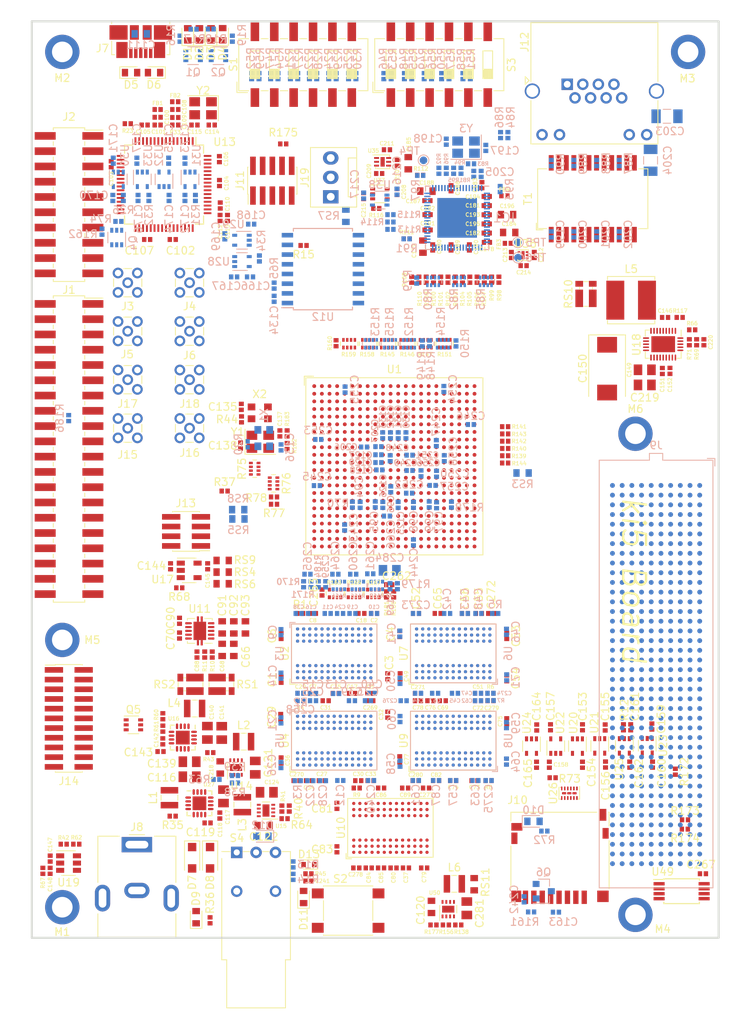
<source format=kicad_pcb>
(kicad_pcb (version 20171130) (host pcbnew 5.0.0-rc3-6a2723a~65~ubuntu16.04.1)
  (layers (0 F.Cu signal) (31 B.Cu signal) (34 B.Paste user) (35 F.Paste user) (36 B.SilkS user) (37 F.SilkS user) (38 B.Mask user) (39 F.Mask user) (44 Edge.Cuts user))
  (net 0 "")
  (net 1 Earth)
  (net 2 +1V2)
  (net 3 VD)
  (net 4 VDD_DDR_VPP_N)
  (net 5 +3V3)
  (net 6 "Net-(C88-Pad1)")
  (net 7 VAA)
  (net 8 VCCQ)
  (net 9 /FT2232/VPLL_FT)
  (net 10 VDDA)
  (net 11 /FT2232/VPHY_FT)
  (net 12 "Net-(C111-Pad2)")
  (net 13 "Net-(C114-Pad2)")
  (net 14 "Net-(C115-Pad2)")
  (net 15 +5V)
  (net 16 +12V)
  (net 17 "Net-(C119-Pad2)")
  (net 18 VDD_GIVDD_P)
  (net 19 VDD_DDRPLL_N)
  (net 20 AVDD_DDRPLL_N)
  (net 21 VDD_GIVDD_N)
  (net 22 VDD_GEMGXLPLL_N)
  (net 23 VDD_IO_N)
  (net 24 "Net-(C137-Pad2)")
  (net 25 "Net-(C138-Pad2)")
  (net 26 VMEM)
  (net 27 "Net-(C142-Pad2)")
  (net 28 "Net-(C142-Pad1)")
  (net 29 "Net-(C143-Pad1)")
  (net 30 AVDD_DDRPLL_P)
  (net 31 "Net-(C146-Pad1)")
  (net 32 "Net-(C146-Pad2)")
  (net 33 /Power.sch/PWR_ON)
  (net 34 VDD_DDRPLL_P)
  (net 35 "Net-(C152-Pad2)")
  (net 36 +3.3VA)
  (net 37 +1V0)
  (net 38 "Net-(C181-Pad1)")
  (net 39 +2V5)
  (net 40 "Net-(C193-Pad1)")
  (net 41 "Net-(C197-Pad2)")
  (net 42 "Net-(C198-Pad2)")
  (net 43 /Ethernet/P0_D2_N)
  (net 44 "Net-(C200-Pad2)")
  (net 45 "Net-(C201-Pad2)")
  (net 46 "Net-(C202-Pad2)")
  (net 47 "Net-(C204-Pad2)")
  (net 48 "Net-(C205-Pad1)")
  (net 49 VDD_OTP_N)
  (net 50 VDD_COREPLL_N)
  (net 51 "Net-(C211-Pad2)")
  (net 52 "Net-(C220-Pad2)")
  (net 53 "Net-(C240-Pad2)")
  (net 54 RESET_N)
  (net 55 VDD)
  (net 56 "Net-(C265-Pad2)")
  (net 57 DDR_CLK_P)
  (net 58 DDR_CLK_N)
  (net 59 +3.3VP)
  (net 60 VDD_DDR_VPP_P)
  (net 61 "Net-(D1-Pad2)")
  (net 62 "Net-(D1-Pad1)")
  (net 63 "Net-(D2-Pad2)")
  (net 64 "Net-(D2-Pad1)")
  (net 65 "Net-(D3-Pad1)")
  (net 66 "Net-(D3-Pad2)")
  (net 67 "Net-(D4-Pad1)")
  (net 68 "Net-(D4-Pad2)")
  (net 69 /FT2232/USB_D_P)
  (net 70 /FT2232/USB_D_N)
  (net 71 "Net-(D7-Pad2)")
  (net 72 "Net-(D9-Pad2)")
  (net 73 /Freedom-U540_2/SD_CD)
  (net 74 "Net-(IC1-Pad1)")
  (net 75 /Ethernet/P0_D2_P)
  (net 76 /Ethernet/P0_D1_N)
  (net 77 /Ethernet/P0_D1_P)
  (net 78 /Ethernet/P0_D0_N)
  (net 79 /Ethernet/P0_D0_P)
  (net 80 "Net-(IC1-Pad15)")
  (net 81 "Net-(IC1-Pad16)")
  (net 82 /Ethernet/COL)
  (net 83 /Ethernet/CRS)
  (net 84 /Ethernet/RXD7)
  (net 85 /Ethernet/RXD6)
  (net 86 /Ethernet/RXD5)
  (net 87 /Ethernet/RXD4)
  (net 88 /Ethernet/RXD3)
  (net 89 /Ethernet/RXD2)
  (net 90 /Ethernet/RXD1)
  (net 91 /Ethernet/RXD0)
  (net 92 /Ethernet/RX_DV)
  (net 93 /Ethernet/RX_ER)
  (net 94 /Ethernet/RX_CLK)
  (net 95 GEMGXL_TX_EN)
  (net 96 GEMGXL_TX_ER)
  (net 97 /Ethernet/TX_CLK)
  (net 98 GEMGXL_GTX_CLK)
  (net 99 GEMGXL_TXD0)
  (net 100 GEMGXL_TXD1)
  (net 101 GEMGXL_TXD2)
  (net 102 GEMGXL_TXD3)
  (net 103 GEMGXL_TXD4)
  (net 104 GEMGXL_TXD5)
  (net 105 GEMGXL_TXD6)
  (net 106 GEMGXL_TXD7)
  (net 107 GEMGXL_MDC)
  (net 108 GEMGXL_MDIO)
  (net 109 /Ethernet/GEMGXL_MDINT)
  (net 110 /Ethernet/FASTLINK_FAIL_2V5)
  (net 111 /Ethernet/GEMGXL_RST_2V5)
  (net 112 /Ethernet/CLKOUT)
  (net 113 "Net-(IC1-Pad55)")
  (net 114 "Net-(IC1-Pad56)")
  (net 115 /Ethernet/CLK_SQUELCH_IN)
  (net 116 /Ethernet/ELED1)
  (net 117 /Ethernet/ELED0)
  (net 118 "Net-(IC1-Pad61)")
  (net 119 "Net-(IC1-Pad62)")
  (net 120 "Net-(IC1-Pad64)")
  (net 121 "Net-(IC1-Pad65)")
  (net 122 "Net-(IC1-Pad66)")
  (net 123 "Net-(J1-Pad3)")
  (net 124 PWR_BTN_N)
  (net 125 UART0_TX)
  (net 126 UART0_RX)
  (net 127 /Freedom-U540_2/QSPI1_SCK_R)
  (net 128 "Net-(J1-Pad9)")
  (net 129 /Freedom-U540_2/QSPI1_DQ1_R)
  (net 130 /Freedom-U540_2/UART1_TX)
  (net 131 /Freedom-U540_2/QSPI1_CS0_R)
  (net 132 /Freedom-U540_2/UART1_RX)
  (net 133 /Freedom-U540_2/QSPI1_DQ0_R)
  (net 134 /Freedom-U540_2/I2C0_SCL)
  (net 135 "Net-(J1-Pad16)")
  (net 136 /Freedom-U540_2/I2C0_SDA)
  (net 137 "Net-(J1-Pad18)")
  (net 138 "Net-(J1-Pad19)")
  (net 139 "Net-(J1-Pad20)")
  (net 140 "Net-(J1-Pad21)")
  (net 141 "Net-(J1-Pad22)")
  (net 142 /Freedom-U540_2/GPIO0)
  (net 143 /Freedom-U540_2/GPIO1)
  (net 144 /Freedom-U540_2/GPIO2)
  (net 145 /Freedom-U540_2/GPIO3)
  (net 146 /Freedom-U540_2/GPIO4)
  (net 147 /Freedom-U540_2/GPIO5)
  (net 148 /Freedom-U540_2/GPIO6)
  (net 149 /Freedom-U540_2/GPIO7)
  (net 150 /Freedom-U540_2/GPIO8)
  (net 151 /Freedom-U540_2/GPIO9)
  (net 152 /Freedom-U540_2/GPIO15)
  (net 153 "Net-(J1-Pad34)")
  (net 154 /Freedom-U540_2/PWM0_0)
  (net 155 /Freedom-U540_2/PWM0_2)
  (net 156 /Freedom-U540_2/PWM0_1)
  (net 157 /Freedom-U540_2/PWM0_3)
  (net 158 GEMGXL_RST)
  (net 159 /Freedom-U540_2/QSPI1_DQ2_R)
  (net 160 FASTLINK_FAIL)
  (net 161 /Freedom-U540_2/QSPI1_DQ3_R)
  (net 162 /Freedom-U540_2/EN_VDD_SD)
  (net 163 /Freedom-U540_2/QSPI1_CS1_R)
  (net 164 /Freedom-U540_2/QSPI1_CS2_R)
  (net 165 "Net-(J2-Pad13)")
  (net 166 /Freedom-U540_2/QSPI1_CS3_R)
  (net 167 /Freedom-U540_2/PWM1_0)
  (net 168 /Freedom-U540_2/PWM1_1)
  (net 169 /Freedom-U540_2/PWM1_2)
  (net 170 /Freedom-U540_2/PWM1_3)
  (net 171 /Freedom-U540_2/IO_PRCI_RSVD2)
  (net 172 /Freedom-U540_2/IO_PRCI_RSVD13)
  (net 173 /Freedom-U540_2/IO_PRCI_RSVD14)
  (net 174 /Freedom-U540_2/IO_PRCI_RSVD15)
  (net 175 "Net-(J7-Pad4)")
  (net 176 "Net-(J9-PadK40)")
  (net 177 "Net-(J9-PadK38)")
  (net 178 "Net-(J9-PadK37)")
  (net 179 "Net-(J9-PadK35)")
  (net 180 "Net-(J9-PadK34)")
  (net 181 "Net-(J9-PadK32)")
  (net 182 "Net-(J9-PadK31)")
  (net 183 "Net-(J9-PadK29)")
  (net 184 "Net-(J9-PadK28)")
  (net 185 "Net-(J9-PadK26)")
  (net 186 "Net-(J9-PadK25)")
  (net 187 "Net-(J9-PadK23)")
  (net 188 "Net-(J9-PadK22)")
  (net 189 "Net-(J9-PadK20)")
  (net 190 "Net-(J9-PadK19)")
  (net 191 "Net-(J9-PadK17)")
  (net 192 "Net-(J9-PadK16)")
  (net 193 "Net-(J9-PadK14)")
  (net 194 "Net-(J9-PadK13)")
  (net 195 "Net-(J9-PadK11)")
  (net 196 "Net-(J9-PadK10)")
  (net 197 "Net-(J9-PadK8)")
  (net 198 "Net-(J9-PadK7)")
  (net 199 "Net-(J9-PadK5)")
  (net 200 "Net-(J9-PadK4)")
  (net 201 "Net-(J9-PadK1)")
  (net 202 "Net-(J9-PadJ39)")
  (net 203 "Net-(J9-PadJ37)")
  (net 204 "Net-(J9-PadJ36)")
  (net 205 "Net-(J9-PadJ34)")
  (net 206 "Net-(J9-PadJ33)")
  (net 207 "Net-(J9-PadJ31)")
  (net 208 "Net-(J9-PadJ30)")
  (net 209 "Net-(J9-PadJ28)")
  (net 210 "Net-(J9-PadJ27)")
  (net 211 "Net-(J9-PadJ25)")
  (net 212 "Net-(J9-PadJ24)")
  (net 213 "Net-(J9-PadJ22)")
  (net 214 "Net-(J9-PadJ21)")
  (net 215 "Net-(J9-PadJ19)")
  (net 216 "Net-(J9-PadJ18)")
  (net 217 "Net-(J9-PadJ16)")
  (net 218 "Net-(J9-PadJ15)")
  (net 219 "Net-(J9-PadJ13)")
  (net 220 "Net-(J9-PadJ12)")
  (net 221 "Net-(J9-PadJ10)")
  (net 222 "Net-(J9-PadJ9)")
  (net 223 "Net-(J9-PadJ7)")
  (net 224 "Net-(J9-PadJ6)")
  (net 225 "Net-(J9-PadJ3)")
  (net 226 "Net-(J9-PadJ2)")
  (net 227 "Net-(J9-PadF40)")
  (net 228 "Net-(J9-PadF38)")
  (net 229 "Net-(J9-PadF37)")
  (net 230 "Net-(J9-PadF35)")
  (net 231 "Net-(J9-PadF34)")
  (net 232 "Net-(J9-PadF32)")
  (net 233 "Net-(J9-PadF31)")
  (net 234 "Net-(J9-PadF29)")
  (net 235 "Net-(J9-PadF28)")
  (net 236 "Net-(J9-PadF26)")
  (net 237 "Net-(J9-PadF25)")
  (net 238 "Net-(J9-PadF23)")
  (net 239 "Net-(J9-PadF22)")
  (net 240 "Net-(J9-PadF20)")
  (net 241 "Net-(J9-PadF19)")
  (net 242 "Net-(J9-PadF17)")
  (net 243 "Net-(J9-PadF16)")
  (net 244 "Net-(J9-PadF14)")
  (net 245 "Net-(J9-PadF13)")
  (net 246 "Net-(J9-PadF11)")
  (net 247 "Net-(J9-PadF10)")
  (net 248 "Net-(J9-PadF8)")
  (net 249 "Net-(J9-PadF7)")
  (net 250 "Net-(J9-PadF5)")
  (net 251 "Net-(J9-PadF4)")
  (net 252 PG_1V8)
  (net 253 "Net-(J9-PadE39)")
  (net 254 "Net-(J9-PadE37)")
  (net 255 "Net-(J9-PadE36)")
  (net 256 "Net-(J9-PadE34)")
  (net 257 "Net-(J9-PadE33)")
  (net 258 "Net-(J9-PadE31)")
  (net 259 "Net-(J9-PadE30)")
  (net 260 "Net-(J9-PadE28)")
  (net 261 "Net-(J9-PadE27)")
  (net 262 "Net-(J9-PadE25)")
  (net 263 "Net-(J9-PadE24)")
  (net 264 "Net-(J9-PadE22)")
  (net 265 "Net-(J9-PadE21)")
  (net 266 "Net-(J9-PadE19)")
  (net 267 "Net-(J9-PadE18)")
  (net 268 "Net-(J9-PadE16)")
  (net 269 "Net-(J9-PadE15)")
  (net 270 "Net-(J9-PadE13)")
  (net 271 "Net-(J9-PadE12)")
  (net 272 "Net-(J9-PadE10)")
  (net 273 "Net-(J9-PadE9)")
  (net 274 "Net-(J9-PadE7)")
  (net 275 "Net-(J9-PadE6)")
  (net 276 "Net-(J9-PadE3)")
  (net 277 "Net-(J9-PadE2)")
  (net 278 "Net-(J9-PadA39)")
  (net 279 "Net-(J9-PadA38)")
  (net 280 "Net-(J9-PadA35)")
  (net 281 "Net-(J9-PadA34)")
  (net 282 "Net-(J9-PadA31)")
  (net 283 "Net-(J9-PadA30)")
  (net 284 "Net-(J9-PadA27)")
  (net 285 "Net-(J9-PadA26)")
  (net 286 "Net-(J9-PadA23)")
  (net 287 "Net-(J9-PadA22)")
  (net 288 "Net-(J9-PadA19)")
  (net 289 "Net-(J9-PadA18)")
  (net 290 "Net-(J9-PadA15)")
  (net 291 "Net-(J9-PadA14)")
  (net 292 "Net-(J9-PadA11)")
  (net 293 "Net-(J9-PadA10)")
  (net 294 "Net-(J9-PadA7)")
  (net 295 "Net-(J9-PadA6)")
  (net 296 "Net-(J9-PadA3)")
  (net 297 "Net-(J9-PadA2)")
  (net 298 "Net-(J9-PadB40)")
  (net 299 "Net-(J9-PadB37)")
  (net 300 "Net-(J9-PadB36)")
  (net 301 "Net-(J9-PadB33)")
  (net 302 "Net-(J9-PadB32)")
  (net 303 "Net-(J9-PadB29)")
  (net 304 "Net-(J9-PadB28)")
  (net 305 "Net-(J9-PadB25)")
  (net 306 "Net-(J9-PadB24)")
  (net 307 "Net-(J9-PadB21)")
  (net 308 "Net-(J9-PadB20)")
  (net 309 "Net-(J9-PadB17)")
  (net 310 "Net-(J9-PadB16)")
  (net 311 "Net-(J9-PadB13)")
  (net 312 "Net-(J9-PadB12)")
  (net 313 "Net-(J9-PadB9)")
  (net 314 "Net-(J9-PadB8)")
  (net 315 "Net-(J9-PadB5)")
  (net 316 "Net-(J9-PadB4)")
  (net 317 "Net-(J9-PadB1)")
  (net 318 CHIPLINK_RX_CLK)
  (net 319 "Net-(J9-PadG3)")
  (net 320 CHIPLINK_TX_DAT0)
  (net 321 CHIPLINK_TX_DAT1)
  (net 322 CHIPLINK_TX_DAT6)
  (net 323 CHIPLINK_TX_DAT7)
  (net 324 CHIPLINK_TX_DAT16)
  (net 325 CHIPLINK_TX_DAT17)
  (net 326 CHIPLINK_TX_DAT24)
  (net 327 CHIPLINK_TX_DAT25)
  (net 328 CHIPLINK_TX_SEND)
  (net 329 CHIPLINK_TX_RST)
  (net 330 "Net-(J9-PadG39)")
  (net 331 CHIPLINK_RX_RST)
  (net 332 CHIPLINK_RX_SEND)
  (net 333 CHIPLINK_RX_DAT29)
  (net 334 CHIPLINK_RX_DAT28)
  (net 335 CHIPLINK_RX_DAT25)
  (net 336 CHIPLINK_RX_DAT24)
  (net 337 CHIPLINK_RX_DAT17)
  (net 338 CHIPLINK_RX_DAT16)
  (net 339 CHIPLINK_RX_DAT11)
  (net 340 CHIPLINK_RX_DAT10)
  (net 341 CHIPLINK_RX_DAT7)
  (net 342 CHIPLINK_RX_DAT6)
  (net 343 CHIPLINK_RX_DAT4)
  (net 344 CHIPLINK_RX_DAT5)
  (net 345 CHIPLINK_RX_DAT8)
  (net 346 CHIPLINK_RX_DAT9)
  (net 347 CHIPLINK_RX_DAT14)
  (net 348 CHIPLINK_RX_DAT15)
  (net 349 CHIPLINK_RX_DAT22)
  (net 350 CHIPLINK_RX_DAT23)
  (net 351 CHIPLINK_RX_DAT26)
  (net 352 CHIPLINK_RX_DAT27)
  (net 353 CHIPLINK_RX_DAT30)
  (net 354 CHIPLINK_RX_DAT31)
  (net 355 "Net-(J9-PadH40)")
  (net 356 CHIPLINK_TX_DAT31)
  (net 357 CHIPLINK_TX_DAT30)
  (net 358 CHIPLINK_TX_DAT23)
  (net 359 CHIPLINK_TX_DAT22)
  (net 360 CHIPLINK_TX_DAT15)
  (net 361 CHIPLINK_TX_DAT14)
  (net 362 CHIPLINK_TX_DAT9)
  (net 363 CHIPLINK_TX_DAT8)
  (net 364 CHIPLINK_TX_DAT5)
  (net 365 CHIPLINK_TX_DAT4)
  (net 366 "Net-(J9-PadH5)")
  (net 367 CHIPLINK_TX_CLK)
  (net 368 "Net-(J9-PadD1)")
  (net 369 "Net-(J9-PadD4)")
  (net 370 "Net-(J9-PadD5)")
  (net 371 CHIPLINK_TX_DAT2)
  (net 372 CHIPLINK_TX_DAT3)
  (net 373 CHIPLINK_TX_DAT10)
  (net 374 CHIPLINK_TX_DAT11)
  (net 375 CHIPLINK_TX_DAT18)
  (net 376 CHIPLINK_TX_DAT19)
  (net 377 CHIPLINK_TX_DAT26)
  (net 378 CHIPLINK_TX_DAT27)
  (net 379 CHIPLINK_RX_DAT0)
  (net 380 "Net-(J9-PadD40)")
  (net 381 "Net-(J9-PadD38)")
  (net 382 "Net-(J9-PadD36)")
  (net 383 /FMC.sch/FMC_GA1)
  (net 384 "Net-(J9-PadD34)")
  (net 385 "Net-(J9-PadD33)")
  (net 386 "Net-(J9-PadD31)")
  (net 387 "Net-(J9-PadD30)")
  (net 388 "Net-(J9-PadD29)")
  (net 389 CHIPLINK_RX_DAT19)
  (net 390 CHIPLINK_RX_DAT18)
  (net 391 CHIPLINK_RX_DAT13)
  (net 392 CHIPLINK_RX_DAT12)
  (net 393 CHIPLINK_RX_DAT1)
  (net 394 CHIPLINK_RX_DAT2)
  (net 395 CHIPLINK_RX_DAT3)
  (net 396 CHIPLINK_RX_DAT20)
  (net 397 CHIPLINK_RX_DAT21)
  (net 398 /FMC.sch/FMC_SCL)
  (net 399 /FMC.sch/FMC_SDA)
  (net 400 /FMC.sch/FMC_GA0)
  (net 401 "Net-(J9-PadC35)")
  (net 402 "Net-(J9-PadC39)")
  (net 403 CHIPLINK_TX_DAT29)
  (net 404 CHIPLINK_TX_DAT28)
  (net 405 CHIPLINK_TX_DAT21)
  (net 406 CHIPLINK_TX_DAT20)
  (net 407 CHIPLINK_TX_DAT13)
  (net 408 CHIPLINK_TX_DAT12)
  (net 409 "Net-(J9-PadC7)")
  (net 410 "Net-(J9-PadC6)")
  (net 411 "Net-(J9-PadC3)")
  (net 412 "Net-(J9-PadC2)")
  (net 413 /Freedom-U540_2/QSPI2_HOLD_CON)
  (net 414 /Freedom-U540_2/QSPI2_MISO_CON)
  (net 415 /Freedom-U540_2/QSPI2_SCK_CON)
  (net 416 /Freedom-U540_2/QSPI2_MOSI_CON)
  (net 417 /Freedom-U540_2/QSPI2_CS_CON)
  (net 418 /Freedom-U540_2/QSPI2_WP_CON)
  (net 419 JTAG_TCK)
  (net 420 JTAG_TDO)
  (net 421 JTAG_TMS)
  (net 422 "Net-(J11-Pad7)")
  (net 423 "Net-(J11-Pad8)")
  (net 424 JTAG_TDI)
  (net 425 /Ethernet/MX4_N)
  (net 426 /Ethernet/MX2_N)
  (net 427 /Ethernet/MX3_P)
  (net 428 /Ethernet/MX1_N)
  (net 429 /Ethernet/MX3_N)
  (net 430 /Ethernet/MX2_P)
  (net 431 /Ethernet/MX1_P)
  (net 432 "Net-(J12-Pad9)")
  (net 433 "Net-(J12-Pad11)")
  (net 434 /Freedom-U540_2/IO_PRCI_RSVD3)
  (net 435 /Freedom-U540_2/IO_PRCI_RSVD4)
  (net 436 /Freedom-U540_2/IO_PRCI_RSVD5)
  (net 437 /Freedom-U540_2/IO_PRCI_RSVD6)
  (net 438 /Freedom-U540_2/IO_PRCI_RSVD7)
  (net 439 /Freedom-U540_2/IO_PRCI_RSVD8)
  (net 440 /Freedom-U540_2/IO_PRCI_RSVD9)
  (net 441 VDD_SOC_CORE_P)
  (net 442 VDD_SOC_CORE_N)
  (net 443 VDD_DDR_SOC_P)
  (net 444 VDD_DDR_SOC_N)
  (net 445 VDD_DDR_MEM_P)
  (net 446 VDD_DDR_MEM_N)
  (net 447 /Freedom-U540_1/IO_DDR_RSVD0)
  (net 448 /Freedom-U540_1/IO_DDR_RSVD1)
  (net 449 /Freedom-U540_1/IO_DDR_RSVD2)
  (net 450 /Freedom-U540_1/IO_DDR_RSVD3)
  (net 451 "Net-(J19-Pad1)")
  (net 452 "Net-(L1-Pad1)")
  (net 453 "Net-(L2-Pad1)")
  (net 454 "Net-(L3-Pad1)")
  (net 455 "Net-(L4-Pad1)")
  (net 456 "Net-(L6-Pad1)")
  (net 457 "Net-(Q4-Pad3)")
  (net 458 /FT2232/FT_JTAG_SRST)
  (net 459 "Net-(R1-Pad2)")
  (net 460 "Net-(R2-Pad2)")
  (net 461 "Net-(R3-Pad2)")
  (net 462 "Net-(R4-Pad2)")
  (net 463 "Net-(R5-Pad2)")
  (net 464 "Net-(R6-Pad2)")
  (net 465 "Net-(R7-Pad2)")
  (net 466 "Net-(R8-Pad2)")
  (net 467 "Net-(R9-Pad2)")
  (net 468 /Freedom-U540_2/QSPI2_CS_R)
  (net 469 /Freedom-U540_2/QSPI0_CS)
  (net 470 "Net-(R20-Pad2)")
  (net 471 /Freedom-U540_2/MSEL0)
  (net 472 /Freedom-U540_2/MSEL1)
  (net 473 "Net-(R23-Pad1)")
  (net 474 /Freedom-U540_2/MSEL2)
  (net 475 /Freedom-U540_2/MSEL3)
  (net 476 "Net-(R26-Pad2)")
  (net 477 "Net-(R31-Pad2)")
  (net 478 "Net-(R32-Pad2)")
  (net 479 "Net-(R33-Pad2)")
  (net 480 "Net-(R34-Pad2)")
  (net 481 "Net-(R35-Pad1)")
  (net 482 PORESET_N)
  (net 483 "Net-(R38-Pad1)")
  (net 484 "Net-(R40-Pad1)")
  (net 485 /Power.sch/PWR_EN1)
  (net 486 /Power.sch/EN_DDR)
  (net 487 "Net-(R44-Pad1)")
  (net 488 /Freedom-U540_2/IO_PRCI_RSVD0)
  (net 489 /Freedom-U540_2/RTCXSEL)
  (net 490 /Freedom-U540_2/IO_PRCI_RSVD1)
  (net 491 /Freedom-U540_2/IO_PRCI_RSVD10)
  (net 492 /Freedom-U540_2/IO_PRCI_RSVD12)
  (net 493 /Freedom-U540_2/IO_PRCI_RSVD11)
  (net 494 /Freedom-U540_2/HFXSEL)
  (net 495 "Net-(R60-Pad1)")
  (net 496 /Power.sch/PWR_EN2)
  (net 497 /Power.sch/EN_3V3)
  (net 498 /Power.sch/EN_1V8)
  (net 499 "Net-(R65-Pad2)")
  (net 500 /Power.sch/EN_CORE)
  (net 501 /Power.sch/EN_PLL)
  (net 502 "Net-(R69-Pad1)")
  (net 503 "Net-(R70-Pad2)")
  (net 504 /Freedom-U540_2/QSPI2_MISO_3V3)
  (net 505 /Freedom-U540_1/GEMGXL_TXD3_R)
  (net 506 /Freedom-U540_1/GEMGXL_TXD2_R)
  (net 507 /Freedom-U540_1/GEMGXL_TXD0_R)
  (net 508 /Freedom-U540_1/GEMGXL_TXD1_R)
  (net 509 /Freedom-U540_1/GEMGXL_TXD7_R)
  (net 510 /Freedom-U540_1/GEMGXL_TXD6_R)
  (net 511 /Freedom-U540_1/GEMGXL_TXD4_R)
  (net 512 /Freedom-U540_1/GEMGXL_TXD5_R)
  (net 513 /Freedom-U540_1/GEMGXL_TX_EN_R)
  (net 514 /Freedom-U540_1/GEMGXL_TX_ER_R)
  (net 515 GEMGXL_RX_CLK)
  (net 516 GEMGXL_RX_DV)
  (net 517 GEMGXL_RX_ER)
  (net 518 GEMGXL_RXD0)
  (net 519 GEMGXL_RXD1)
  (net 520 GEMGXL_RXD5)
  (net 521 GEMGXL_RXD4)
  (net 522 GEMGXL_RXD2)
  (net 523 GEMGXL_RXD3)
  (net 524 GEMGXL_RXD7)
  (net 525 GEMGXL_RXD6)
  (net 526 GEMGXL_RX_CRS)
  (net 527 GEMGXL_RX_COL)
  (net 528 "Net-(R87-Pad2)")
  (net 529 "Net-(R89-Pad2)")
  (net 530 "Net-(R90-Pad2)")
  (net 531 GEMGXL_TX_CLK)
  (net 532 "Net-(R117-Pad1)")
  (net 533 "Net-(R138-Pad1)")
  (net 534 /Freedom-U540_2/QSPI2_SCK_R)
  (net 535 /Freedom-U540_2/QSPI2_SCK)
  (net 536 /Freedom-U540_2/QSPI2_HOLD)
  (net 537 /Freedom-U540_2/QSPI2_HOLD_R)
  (net 538 /Freedom-U540_2/QSPI2_MOSI)
  (net 539 /Freedom-U540_2/QSPI2_MOSI_R)
  (net 540 /Freedom-U540_2/QSPI2_MISO_R)
  (net 541 /Freedom-U540_2/QSPI2_MISO)
  (net 542 /Freedom-U540_2/QSPI2_WP)
  (net 543 /Freedom-U540_2/QSPI2_WP_R)
  (net 544 /Freedom-U540_2/QSPI2_CS)
  (net 545 /Freedom-U540_1/CHIPLINK_TX_DAT18_R)
  (net 546 /Freedom-U540_1/CHIPLINK_TX_DAT24_R)
  (net 547 /Freedom-U540_1/CHIPLINK_TX_DAT29_R)
  (net 548 /Freedom-U540_1/CHIPLINK_TX_DAT26_R)
  (net 549 /Freedom-U540_1/CHIPLINK_TX_DAT22_R)
  (net 550 /Freedom-U540_1/CHIPLINK_TX_DAT14_R)
  (net 551 /Freedom-U540_1/CHIPLINK_TX_DAT25_R)
  (net 552 /Freedom-U540_1/CHIPLINK_TX_DAT16_R)
  (net 553 /Freedom-U540_1/CHIPLINK_TX_DAT13_R)
  (net 554 /Freedom-U540_1/CHIPLINK_TX_DAT8_R)
  (net 555 /Freedom-U540_1/CHIPLINK_TX_DAT10_R)
  (net 556 /Freedom-U540_1/CHIPLINK_TX_DAT17_R)
  (net 557 /Freedom-U540_1/CHIPLINK_TX_CLK_R)
  (net 558 /Freedom-U540_1/CHIPLINK_TX_SEND_R)
  (net 559 /Freedom-U540_1/CHIPLINK_TX_RST_R)
  (net 560 /Freedom-U540_1/CHIPLINK_TX_DAT7_R)
  (net 561 /Freedom-U540_1/CHIPLINK_TX_DAT5_R)
  (net 562 /Freedom-U540_1/CHIPLINK_TX_DAT11_R)
  (net 563 /Freedom-U540_1/CHIPLINK_TX_DAT9_R)
  (net 564 /Freedom-U540_1/CHIPLINK_TX_DAT21_R)
  (net 565 /Freedom-U540_1/CHIPLINK_TX_DAT6_R)
  (net 566 /Freedom-U540_1/CHIPLINK_TX_DAT2_R)
  (net 567 /Freedom-U540_1/CHIPLINK_TX_DAT12_R)
  (net 568 /Freedom-U540_1/CHIPLINK_TX_DAT31_R)
  (net 569 /Freedom-U540_1/CHIPLINK_TX_DAT30_R)
  (net 570 /Freedom-U540_1/CHIPLINK_TX_DAT27_R)
  (net 571 /Freedom-U540_1/CHIPLINK_TX_DAT28_R)
  (net 572 /Freedom-U540_1/CHIPLINK_TX_DAT0_R)
  (net 573 /Freedom-U540_1/CHIPLINK_TX_DAT1_R)
  (net 574 /Freedom-U540_1/CHIPLINK_TX_DAT3_R)
  (net 575 /Freedom-U540_1/CHIPLINK_TX_DAT4_R)
  (net 576 /Freedom-U540_1/CHIPLINK_TX_DAT19_R)
  (net 577 /Freedom-U540_1/CHIPLINK_TX_DAT23_R)
  (net 578 /Freedom-U540_1/CHIPLINK_TX_DAT20_R)
  (net 579 /Freedom-U540_1/CHIPLINK_TX_DAT15_R)
  (net 580 /Freedom-U540_2/QSPI1_DQ1)
  (net 581 /Freedom-U540_2/QSPI1_DQ3)
  (net 582 /Freedom-U540_2/QSPI1_CS3)
  (net 583 /Freedom-U540_2/QSPI1_CS0)
  (net 584 /Freedom-U540_2/QSPI1_CS2)
  (net 585 /Freedom-U540_2/QSPI1_SCK)
  (net 586 /Freedom-U540_2/QSPI1_DQ0)
  (net 587 /Freedom-U540_2/QSPI1_CS1)
  (net 588 /Freedom-U540_2/QSPI1_DQ2)
  (net 589 DDR_ODT)
  (net 590 DDR_CKE)
  (net 591 DDR_CKE1)
  (net 592 DDR_WE_N)
  (net 593 DDR_CS0_N)
  (net 594 DDR_CAS_N)
  (net 595 DDR_CS1_N)
  (net 596 DDR_RAS_N)
  (net 597 DDR_BA0)
  (net 598 DDR_BG0)
  (net 599 DDR_A10)
  (net 600 DDR_ACT_N)
  (net 601 DDR_BA1)
  (net 602 DDR_BG1)
  (net 603 DDR_A3)
  (net 604 DDR_A12)
  (net 605 DDR_A4)
  (net 606 DDR_A0)
  (net 607 DDR_A6)
  (net 608 DDR_A8)
  (net 609 DDR_A1)
  (net 610 DDR_A9)
  (net 611 DDR_A5)
  (net 612 DDR_A7)
  (net 613 DDR_A13)
  (net 614 /Power.sch/EN_DDR_VPP)
  (net 615 DDR_ALERT_N)
  (net 616 DDR_PARITY_IN)
  (net 617 DDR_A11)
  (net 618 DDR_A2)
  (net 619 "Net-(R183-Pad2)")
  (net 620 DDR_ODT1)
  (net 621 /Freedom-U540_2/GPIO10)
  (net 622 "Net-(S3-Pad6)")
  (net 623 "Net-(S4-Pad1)")
  (net 624 DDR_DQ18)
  (net 625 DDR_DQ19)
  (net 626 DDR_DQS2_P)
  (net 627 DDR_DQS2_N)
  (net 628 DDR_DQ1)
  (net 629 DDR_DQ4)
  (net 630 DDR_DQ6)
  (net 631 DDR_DQ9)
  (net 632 DDR_DQ11)
  (net 633 DDR_DQ12)
  (net 634 /Freedom-U540_2/RTCXALTCLKIN)
  (net 635 DDR_DQ23)
  (net 636 DDR_DQ20)
  (net 637 DDR_DQ17)
  (net 638 DDR_DQ22)
  (net 639 DDR_DQ16)
  (net 640 DDR_DQ29)
  (net 641 DDR_DQ27)
  (net 642 DDR_DQ24)
  (net 643 DDR_DQ21)
  (net 644 DDR_DM2)
  (net 645 DDR_DQ31)
  (net 646 DDR_DQ0)
  (net 647 DDR_DQ30)
  (net 648 DDR_DQ25)
  (net 649 DDR_DM3)
  (net 650 DDR_DQ26)
  (net 651 DDR_DQS3_N)
  (net 652 DDR_DQ3)
  (net 653 /Freedom-U540_2/HFXCLKIN)
  (net 654 DDR_DQS0_P)
  (net 655 DDR_DQS0_N)
  (net 656 DDR_DQ2)
  (net 657 DDR_DQ5)
  (net 658 DDR_DQ7)
  (net 659 DDR_DQS1_P)
  (net 660 DDR_DQS1_N)
  (net 661 DDR_DQ8)
  (net 662 DDR_DQ15)
  (net 663 DDR_DQ13)
  (net 664 DDR_DQ14)
  (net 665 DDR_ECC_DQ1)
  (net 666 DDR_ECC_DQS_P)
  (net 667 DDR_ECC_DQS_N)
  (net 668 DDR_ECC_DQ2)
  (net 669 DDR_ECC_DQ5)
  (net 670 DDR_ECC_DQ7)
  (net 671 DDR_ECC_DQ3)
  (net 672 DDR_ECC_DQ4)
  (net 673 DDR_ECC_DQ6)
  (net 674 DDR_DQ34)
  (net 675 DDR_DQS3_P)
  (net 676 DDR_DQ28)
  (net 677 DDR_DM0)
  (net 678 DDR_DQ10)
  (net 679 DDR_DM1)
  (net 680 DDR_ECC_DQ0)
  (net 681 DDR_ECC_DM)
  (net 682 DDR_DQ32)
  (net 683 DDR_DM4)
  (net 684 /Freedom-U540_2/QSPI0_DQ3)
  (net 685 /Freedom-U540_2/QSPI0_SCK)
  (net 686 DDR_DQ33)
  (net 687 DDR_DQ36)
  (net 688 DDR_DQ43)
  (net 689 DDR_DQ42)
  (net 690 DDR_DQS5_P)
  (net 691 DDR_RESET_N)
  (net 692 DDR_DQS6_P)
  (net 693 DDR_DQS7_N)
  (net 694 DDR_DQ53)
  (net 695 DDR_DQ52)
  (net 696 DDR_DQ50)
  (net 697 DDR_DQ48)
  (net 698 DDR_DQ38)
  (net 699 DDR_DQ37)
  (net 700 DDR_DQS5_N)
  (net 701 DDR_DM5)
  (net 702 DDR_DQ51)
  (net 703 DDR_DQ55)
  (net 704 DDR_DM6)
  (net 705 DDR_DQ49)
  (net 706 DDR_DQ54)
  (net 707 DDR_DQ35)
  (net 708 DDR_DQS4_P)
  (net 709 DDR_DQ40)
  (net 710 DDR_DQS4_N)
  (net 711 DDR_DQ39)
  (net 712 DDR_DQ41)
  (net 713 DDR_DQ45)
  (net 714 DDR_DQ47)
  (net 715 DDR_DQS6_N)
  (net 716 DDR_DQS7_P)
  (net 717 DDR_DQ62)
  (net 718 DDR_DQ61)
  (net 719 DDR_DQ63)
  (net 720 DDR_DQ58)
  (net 721 DDR_DQ56)
  (net 722 DDR_DQ44)
  (net 723 DDR_DQ46)
  (net 724 DDR_DQ57)
  (net 725 DDR_DQ59)
  (net 726 DDR_DQ60)
  (net 727 DDR_DM7)
  (net 728 /Freedom-U540_2/QSPI0_DQ0)
  (net 729 /Freedom-U540_2/QSPI0_DQ1)
  (net 730 /Freedom-U540_2/QSPI0_DQ2)
  (net 731 "Net-(U2-PadN7)")
  (net 732 "Net-(U2-PadA3)")
  (net 733 "Net-(U3-PadN7)")
  (net 734 "Net-(U3-PadA3)")
  (net 735 "Net-(U4-PadA3)")
  (net 736 "Net-(U4-PadN7)")
  (net 737 "Net-(U5-PadN7)")
  (net 738 "Net-(U5-PadA3)")
  (net 739 "Net-(U6-PadA3)")
  (net 740 "Net-(U6-PadN7)")
  (net 741 "Net-(U7-PadA3)")
  (net 742 "Net-(U7-PadN7)")
  (net 743 "Net-(U8-PadN7)")
  (net 744 "Net-(U8-PadA3)")
  (net 745 "Net-(U9-PadA3)")
  (net 746 "Net-(U9-PadN7)")
  (net 747 "Net-(U10-PadA3)")
  (net 748 "Net-(U10-PadN7)")
  (net 749 "Net-(U12-Pad4)")
  (net 750 "Net-(U12-Pad5)")
  (net 751 "Net-(U12-Pad6)")
  (net 752 "Net-(U12-Pad11)")
  (net 753 "Net-(U12-Pad12)")
  (net 754 "Net-(U12-Pad13)")
  (net 755 "Net-(U12-Pad14)")
  (net 756 /FT2232/FT_JTAG_TCK)
  (net 757 /FT2232/FT_JTAG_TDI)
  (net 758 /FT2232/FT_JTAG_TDO)
  (net 759 /FT2232/FT_JTAG_TMS)
  (net 760 "Net-(U13-Pad21)")
  (net 761 "Net-(U13-Pad23)")
  (net 762 "Net-(U13-Pad24)")
  (net 763 "Net-(U13-Pad26)")
  (net 764 "Net-(U13-Pad27)")
  (net 765 "Net-(U13-Pad28)")
  (net 766 "Net-(U13-Pad29)")
  (net 767 "Net-(U13-Pad30)")
  (net 768 "Net-(U13-Pad32)")
  (net 769 "Net-(U13-Pad33)")
  (net 770 "Net-(U13-Pad34)")
  (net 771 "Net-(U13-Pad36)")
  (net 772 /FT2232/FT_UART_TX)
  (net 773 /FT2232/FT_UART_RX)
  (net 774 "Net-(U13-Pad40)")
  (net 775 "Net-(U13-Pad41)")
  (net 776 "Net-(U13-Pad43)")
  (net 777 "Net-(U13-Pad44)")
  (net 778 "Net-(U13-Pad45)")
  (net 779 "Net-(U13-Pad46)")
  (net 780 "Net-(U13-Pad48)")
  (net 781 "Net-(U13-Pad52)")
  (net 782 "Net-(U13-Pad53)")
  (net 783 "Net-(U13-Pad54)")
  (net 784 "Net-(U13-Pad55)")
  (net 785 "Net-(U13-Pad57)")
  (net 786 "Net-(U13-Pad58)")
  (net 787 "Net-(U13-Pad59)")
  (net 788 "Net-(U13-Pad60)")
  (net 789 "Net-(U13-Pad61)")
  (net 790 "Net-(U13-Pad62)")
  (net 791 "Net-(U13-Pad63)")
  (net 792 "Net-(U14-Pad6)")
  (net 793 "Net-(U16-Pad4)")
  (net 794 "Net-(U17-Pad4)")
  (net 795 "Net-(U18-Pad1)")
  (net 796 "Net-(U18-Pad2)")
  (net 797 "Net-(U18-Pad4)")
  (net 798 "Net-(U18-Pad24)")
  (net 799 "Net-(U18-Pad27)")
  (net 800 /Freedom-U540_2/QSPI2_SCK_3V3)
  (net 801 /Freedom-U540_2/QSPI2_MOSI_3V3)
  (net 802 /Freedom-U540_2/QSPI2_WP_3V3)
  (net 803 /Freedom-U540_2/QSPI2_HOLD_3V3)
  (net 804 /Freedom-U540_2/QSPI2_CS_3V3)
  (net 805 "Net-(U35-Pad5)")
  (net 806 "Net-(U36-Pad2)")
  (net 807 "Net-(U49-Pad7)")
  (net 808 "Net-(U50-Pad6)")
  (module Package_SON:WSON-8-1EP_2x2mm_P0.5mm_EP0.9x1.6mm (layer F.Cu) (at 59.5884 131.9276 180)
    (fp_text reference U15 (at -1.9812 -2.032) (layer F.SilkS) (effects (font (size 0.5 0.5) (thickness 0.1))))
    (fp_text value TLV62084DSGx)
    (pad 6 smd rect (at 0.95 0.25 180) (size 0.5 0.25) (layers F.Cu F.Paste F.Mask) (net 252 PG_1V8))
    (pad 5 smd rect (at 0.95 0.75 180) (size 0.5 0.25) (layers F.Cu F.Paste F.Mask) (net 18 VDD_GIVDD_P))
    (pad 4 smd rect (at -0.95 0.75 180) (size 0.5 0.25) (layers F.Cu F.Paste F.Mask) (net 484 "Net-(R40-Pad1)"))
    (pad 2 smd rect (at -0.95 -0.25 180) (size 0.5 0.25) (layers F.Cu F.Paste F.Mask) (net 1 Earth))
    (pad 1 smd rect (at -0.95 -0.75 180) (size 0.5 0.25) (layers F.Cu F.Paste F.Mask) (net 498 /Power.sch/EN_1V8))
    (pad 9 smd rect (at 0 0 180) (size 0.9 1.6) (layers F.Cu F.Mask) (net 1 Earth))
    (pad 8 smd rect (at 0.95 -0.75 180) (size 0.5 0.25) (layers F.Cu F.Paste F.Mask) (net 15 +5V))
    (pad 7 smd rect (at 0.95 -0.25 180) (size 0.5 0.25) (layers F.Cu F.Paste F.Mask) (net 454 "Net-(L3-Pad1)"))
    (pad 3 smd rect (at -0.95 0.25 180) (size 0.5 0.25) (layers F.Cu F.Paste F.Mask) (net 1 Earth))
  )
  (module Oscillator:Oscillator_SMD_EuroQuartz_XO32-4Pin_3.2x2.5mm (layer F.Cu) (at 58.768 79.8576)
    (fp_text reference X2 (at 0 -2.45) (layer F.SilkS))
    (fp_text value "1.0 MHz")
    (pad 4 smd rect (at -1.075 -0.775) (size 1 0.9) (layers F.Cu F.Paste F.Mask) (net 18 VDD_GIVDD_P))
    (pad 3 smd rect (at 1.075 -0.775) (size 1 0.9) (layers F.Cu F.Paste F.Mask) (net 634 /Freedom-U540_2/RTCXALTCLKIN))
    (pad 2 smd rect (at 1.075 0.775) (size 1 0.9) (layers F.Cu F.Paste F.Mask) (net 1 Earth))
    (pad 1 smd rect (at -1.075 0.775) (size 1 0.9) (layers F.Cu F.Paste F.Mask) (net 487 "Net-(R44-Pad1)"))
  )
  (module Connector_Card:microSD_HC_Hirose_DM3D-SF (layer F.Cu) (at 98.1126 137.94)
    (fp_text reference J10 (at -5.555 -7.384) (layer F.SilkS))
    (fp_text value Micro_SD_Card_Det)
    (pad 10 smd rect (at 5.575 -5.45) (size 1 1.55) (layers F.Cu F.Paste F.Mask) (net 1 Earth))
    (pad 11 smd rect (at 5.625 5.225) (size 1.5 1.5) (layers F.Cu F.Paste F.Mask) (net 1 Earth))
    (pad 1 smd rect (at 3.175 5.35) (size 0.7 1.75) (layers F.Cu F.Paste F.Mask) (net 418 /Freedom-U540_2/QSPI2_WP_CON))
    (pad 2 smd rect (at 2.075 5.35) (size 0.7 1.75) (layers F.Cu F.Paste F.Mask) (net 417 /Freedom-U540_2/QSPI2_CS_CON))
    (pad 3 smd rect (at 0.975 5.35) (size 0.7 1.75) (layers F.Cu F.Paste F.Mask) (net 416 /Freedom-U540_2/QSPI2_MOSI_CON))
    (pad 4 smd rect (at -0.125 5.35) (size 0.7 1.75) (layers F.Cu F.Paste F.Mask) (net 36 +3.3VA))
    (pad 5 smd rect (at -1.225 5.35) (size 0.7 1.75) (layers F.Cu F.Paste F.Mask) (net 415 /Freedom-U540_2/QSPI2_SCK_CON))
    (pad 6 smd rect (at -2.325 5.35) (size 0.7 1.75) (layers F.Cu F.Paste F.Mask) (net 1 Earth))
    (pad 7 smd rect (at -3.425 5.35) (size 0.7 1.75) (layers F.Cu F.Paste F.Mask) (net 414 /Freedom-U540_2/QSPI2_MISO_CON))
    (pad 11 smd rect (at 5.975 -3.025) (size 0.8 1.4) (layers F.Cu F.Paste F.Mask) (net 1 Earth))
    (pad 9 smd rect (at -5.65 -3.875) (size 1.45 1) (layers F.Cu F.Paste F.Mask) (net 73 /Freedom-U540_2/SD_CD))
    (pad 11 smd rect (at -5.975 -2.375) (size 0.8 1.5) (layers F.Cu F.Paste F.Mask) (net 1 Earth))
    (pad 11 smd rect (at -5.725 5.225) (size 1.3 1.5) (layers F.Cu F.Paste F.Mask) (net 1 Earth))
    (pad 8 smd rect (at -4.525 5.35) (size 0.7 1.75) (layers F.Cu F.Paste F.Mask) (net 413 /Freedom-U540_2/QSPI2_HOLD_CON))
  )
  (module Button_Switch_SMD:SW_SPST_PTS645 (layer F.Cu) (at 70.3504 145.034 180)
    (fp_text reference S2 (at 1.0084 4.1656 180) (layer F.SilkS))
    (fp_text value SW_Push)
    (pad 2 smd rect (at 3.98 2.25 180) (size 1.55 1.3) (layers F.Cu F.Paste F.Mask) (net 54 RESET_N))
    (pad 1 smd rect (at 3.98 -2.25 180) (size 1.55 1.3) (layers F.Cu F.Paste F.Mask) (net 1 Earth))
    (pad 1 smd rect (at -3.98 -2.25 180) (size 1.55 1.3) (layers F.Cu F.Paste F.Mask) (net 1 Earth))
    (pad 2 smd rect (at -3.98 2.25 180) (size 1.55 1.3) (layers F.Cu F.Paste F.Mask) (net 54 RESET_N))
  )
  (module Connector_RJ:RJ45_Amphenol_RJHSE538X (layer F.Cu) (at 99.06 36.83)
    (fp_text reference J12 (at -5.588 -5.5245 90) (layer F.SilkS))
    (fp_text value RJHSE5384)
    (pad 12 thru_hole circle (at 10.42 6.6) (size 1.5 1.5) (drill 0.89) (layers *.Cu *.Mask) (net 116 /Ethernet/ELED1))
    (pad 11 thru_hole circle (at 8.13 6.6) (size 1.5 1.5) (drill 0.89) (layers *.Cu *.Mask) (net 433 "Net-(J12-Pad11)"))
    (pad 10 thru_hole circle (at -1.01 6.6) (size 1.5 1.5) (drill 0.89) (layers *.Cu *.Mask) (net 117 /Ethernet/ELED0))
    (pad 9 thru_hole circle (at -3.3 6.6) (size 1.5 1.5) (drill 0.89) (layers *.Cu *.Mask) (net 432 "Net-(J12-Pad9)"))
    (pad SH thru_hole circle (at -4.57 0.89) (size 2 2) (drill 1.57) (layers *.Cu *.Mask) (net 1 Earth))
    (pad SH thru_hole circle (at 11.69 0.89) (size 2 2) (drill 1.57) (layers *.Cu *.Mask) (net 1 Earth))
    (pad "" np_thru_hole circle (at 9.91 -2.54) (size 3.25 3.25) (drill 3.25) (layers *.Cu *.Mask))
    (pad "" np_thru_hole circle (at -2.79 -2.54) (size 3.25 3.25) (drill 3.25) (layers *.Cu *.Mask))
    (pad 8 thru_hole circle (at 7.14 1.78) (size 1.5 1.5) (drill 0.89) (layers *.Cu *.Mask) (net 431 /Ethernet/MX1_P))
    (pad 6 thru_hole circle (at 5.1 1.78) (size 1.5 1.5) (drill 0.89) (layers *.Cu *.Mask) (net 430 /Ethernet/MX2_P))
    (pad 4 thru_hole circle (at 3.06 1.78) (size 1.5 1.5) (drill 0.89) (layers *.Cu *.Mask) (net 429 /Ethernet/MX3_N))
    (pad 2 thru_hole circle (at 1.02 1.78) (size 1.5 1.5) (drill 0.89) (layers *.Cu *.Mask) (net 429 /Ethernet/MX3_N))
    (pad 7 thru_hole circle (at 6.12 0) (size 1.5 1.5) (drill 0.89) (layers *.Cu *.Mask) (net 428 /Ethernet/MX1_N))
    (pad 5 thru_hole circle (at 4.08 0) (size 1.5 1.5) (drill 0.89) (layers *.Cu *.Mask) (net 427 /Ethernet/MX3_P))
    (pad 3 thru_hole circle (at 2.04 0) (size 1.5 1.5) (drill 0.89) (layers *.Cu *.Mask) (net 426 /Ethernet/MX2_N))
    (pad 1 thru_hole rect (at 0 0) (size 1.5 1.5) (drill 0.89) (layers *.Cu *.Mask) (net 425 /Ethernet/MX4_N))
  )
  (module Resistor_SMD:R_Shunt_Vishay_WSKW0612 (layer F.Cu) (at 101.5162 64.2874 90)
    (fp_text reference RS10 (at 0 -2.3 90) (layer F.SilkS))
    (fp_text value 0R001)
    (pad 2 smd rect (at 1.334 -0.885 90) (size 0.762 1.01) (layers F.Cu F.Paste F.Mask) (net 441 VDD_SOC_CORE_P))
    (pad 3 smd rect (at 1.334 0.885 90) (size 0.762 1.01) (layers F.Cu F.Paste F.Mask) (net 442 VDD_SOC_CORE_N))
    (pad 4 smd rect (at -0.5715 0.885 90) (size 2.287 1.01) (layers F.Cu F.Paste F.Mask) (net 55 VDD))
    (pad 1 smd rect (at -0.572 -0.885 90) (size 2.287 1.01) (layers F.Cu F.Paste F.Mask) (net 34 VDD_DDRPLL_P))
  )
  (module Resistor_SMD:R_Shunt_Vishay_WSKW0612 (layer F.Cu) (at 53.7528 115.4042)
    (fp_text reference RS1 (at 3.3972 0.0134) (layer F.SilkS))
    (fp_text value 0R001)
    (pad 2 smd rect (at 1.334 -0.885) (size 0.762 1.01) (layers F.Cu F.Paste F.Mask) (net 445 VDD_DDR_MEM_P))
    (pad 3 smd rect (at 1.334 0.885) (size 0.762 1.01) (layers F.Cu F.Paste F.Mask) (net 446 VDD_DDR_MEM_N))
    (pad 4 smd rect (at -0.5715 0.885) (size 2.287 1.01) (layers F.Cu F.Paste F.Mask) (net 2 +1V2))
    (pad 1 smd rect (at -0.572 -0.885) (size 2.287 1.01) (layers F.Cu F.Paste F.Mask) (net 26 VMEM))
  )
  (module Resistor_SMD:R_Shunt_Vishay_WSKW0612 (layer F.Cu) (at 49.702 115.4042 180)
    (fp_text reference RS2 (at 3.4232 -0.0134 180) (layer F.SilkS))
    (fp_text value 0R001)
    (pad 2 smd rect (at 1.334 -0.885 180) (size 0.762 1.01) (layers F.Cu F.Paste F.Mask) (net 444 VDD_DDR_SOC_N))
    (pad 3 smd rect (at 1.334 0.885 180) (size 0.762 1.01) (layers F.Cu F.Paste F.Mask) (net 443 VDD_DDR_SOC_P))
    (pad 4 smd rect (at -0.5715 0.885 180) (size 2.287 1.01) (layers F.Cu F.Paste F.Mask) (net 26 VMEM))
    (pad 1 smd rect (at -0.572 -0.885 180) (size 2.287 1.01) (layers F.Cu F.Paste F.Mask) (net 8 VCCQ))
  )
  (module Package_SON:Texas_R-PWSON-N12_EP0.4x2mm (layer F.Cu) (at 99.3318 129.667 270)
    (fp_text reference U26 (at 0 2.1133 270) (layer F.SilkS))
    (fp_text value TPD6F003)
    (pad 13 smd roundrect (at 0 0.68 270) (size 0.3 0.55) (layers F.Cu F.Paste F.Mask) (net 1 Earth))
    (pad 13 smd roundrect (at 0 -0.68 270) (size 0.3 0.55) (layers F.Cu F.Paste F.Mask) (net 1 Earth))
    (pad 1 smd roundrect (at -0.625 -1) (size 0.2 0.5) (layers F.Cu F.Paste F.Mask) (net 802 /Freedom-U540_2/QSPI2_WP_3V3))
    (pad 2 smd roundrect (at -0.625 -0.6) (size 0.2 0.5) (layers F.Cu F.Paste F.Mask) (net 804 /Freedom-U540_2/QSPI2_CS_3V3))
    (pad 3 smd roundrect (at -0.625 -0.2) (size 0.2 0.5) (layers F.Cu F.Paste F.Mask) (net 801 /Freedom-U540_2/QSPI2_MOSI_3V3))
    (pad 4 smd roundrect (at -0.625 0.2) (size 0.2 0.5) (layers F.Cu F.Paste F.Mask) (net 800 /Freedom-U540_2/QSPI2_SCK_3V3))
    (pad 5 smd roundrect (at -0.625 0.6) (size 0.2 0.5) (layers F.Cu F.Paste F.Mask) (net 504 /Freedom-U540_2/QSPI2_MISO_3V3))
    (pad 6 smd roundrect (at -0.625 1) (size 0.2 0.5) (layers F.Cu F.Paste F.Mask) (net 803 /Freedom-U540_2/QSPI2_HOLD_3V3))
    (pad 7 smd roundrect (at 0.625 1) (size 0.2 0.5) (layers F.Cu F.Paste F.Mask) (net 413 /Freedom-U540_2/QSPI2_HOLD_CON))
    (pad 8 smd roundrect (at 0.625 0.6) (size 0.2 0.5) (layers F.Cu F.Paste F.Mask) (net 414 /Freedom-U540_2/QSPI2_MISO_CON))
    (pad 9 smd roundrect (at 0.625 0.2) (size 0.2 0.5) (layers F.Cu F.Paste F.Mask) (net 415 /Freedom-U540_2/QSPI2_SCK_CON))
    (pad 10 smd roundrect (at 0.625 -0.2) (size 0.2 0.5) (layers F.Cu F.Paste F.Mask) (net 416 /Freedom-U540_2/QSPI2_MOSI_CON))
    (pad 11 smd roundrect (at 0.625 -0.6) (size 0.2 0.5) (layers F.Cu F.Paste F.Mask) (net 417 /Freedom-U540_2/QSPI2_CS_CON))
    (pad 12 smd roundrect (at 0.625 -1) (size 0.2 0.5) (layers F.Cu F.Paste F.Mask) (net 418 /Freedom-U540_2/QSPI2_WP_CON))
    (pad 13 smd roundrect (at 0 0 270) (size 0.3 0.55) (layers F.Cu F.Paste F.Mask) (net 1 Earth))
  )
  (module Package_DFN_QFN:Texas_R-VFQFN-28-1EP_3.5x4.5mm_P0.4mm_EP2.1x3.1mm (layer F.Cu) (at 111.63495 70.866 270)
    (fp_text reference U18 (at 0.0635 3.49445 270) (layer F.SilkS))
    (fp_text value TPS51363)
    (pad 29 smd rect (at 0 0 270) (size 2.1 3.1) (layers F.Cu F.Paste F.Mask) (net 1 Earth))
    (pad 28 smd oval (at -0.8 -2.25 270) (size 0.2 0.8) (layers F.Cu F.Paste F.Mask) (net 500 /Power.sch/EN_CORE))
    (pad 27 smd oval (at -0.4 -2.25 270) (size 0.2 0.8) (layers F.Cu F.Paste F.Mask) (net 799 "Net-(U18-Pad27)"))
    (pad 26 smd oval (at 0 -2.25 270) (size 0.2 0.8) (layers F.Cu F.Paste F.Mask) (net 52 "Net-(C220-Pad2)"))
    (pad 25 smd oval (at 0.4 -2.25 270) (size 0.2 0.8) (layers F.Cu F.Paste F.Mask) (net 502 "Net-(R69-Pad1)"))
    (pad 24 smd oval (at 0.8 -2.25 270) (size 0.2 0.8) (layers F.Cu F.Paste F.Mask) (net 798 "Net-(U18-Pad24)"))
    (pad 23 smd oval (at 1.75 -1.6) (size 0.2 0.8) (layers F.Cu F.Paste F.Mask) (net 1 Earth))
    (pad 22 smd oval (at 1.75 -1.2) (size 0.2 0.8) (layers F.Cu F.Paste F.Mask) (net 55 VDD))
    (pad 21 smd oval (at 1.75 -0.8) (size 0.2 0.8) (layers F.Cu F.Paste F.Mask) (net 35 "Net-(C152-Pad2)"))
    (pad 20 smd oval (at 1.75 -0.4) (size 0.2 0.8) (layers F.Cu F.Paste F.Mask) (net 15 +5V))
    (pad 19 smd oval (at 1.75 0) (size 0.2 0.8) (layers F.Cu F.Paste F.Mask) (net 1 Earth))
    (pad 18 smd oval (at 1.75 0.4) (size 0.2 0.8) (layers F.Cu F.Paste F.Mask) (net 15 +5V))
    (pad 17 smd oval (at 1.75 0.8) (size 0.2 0.8) (layers F.Cu F.Paste F.Mask) (net 16 +12V))
    (pad 16 smd oval (at 1.75 1.2) (size 0.2 0.8) (layers F.Cu F.Paste F.Mask) (net 16 +12V))
    (pad 15 smd oval (at 1.75 1.6) (size 0.2 0.8) (layers F.Cu F.Paste F.Mask) (net 16 +12V))
    (pad 14 smd oval (at 0.8 2.25 270) (size 0.2 0.8) (layers F.Cu F.Paste F.Mask) (net 1 Earth))
    (pad 13 smd oval (at 0.4 2.25 270) (size 0.2 0.8) (layers F.Cu F.Paste F.Mask) (net 1 Earth))
    (pad 12 smd oval (at 0 2.25 270) (size 0.2 0.8) (layers F.Cu F.Paste F.Mask) (net 1 Earth))
    (pad 11 smd oval (at -0.4 2.25 270) (size 0.2 0.8) (layers F.Cu F.Paste F.Mask) (net 1 Earth))
    (pad 10 smd oval (at -0.8 2.25 270) (size 0.2 0.8) (layers F.Cu F.Paste F.Mask) (net 1 Earth))
    (pad 9 smd oval (at -1.75 1.6) (size 0.2 0.8) (layers F.Cu F.Paste F.Mask) (net 31 "Net-(C146-Pad1)"))
    (pad 8 smd oval (at -1.75 1.2) (size 0.2 0.8) (layers F.Cu F.Paste F.Mask) (net 31 "Net-(C146-Pad1)"))
    (pad 7 smd oval (at -1.75 0.8) (size 0.2 0.8) (layers F.Cu F.Paste F.Mask) (net 31 "Net-(C146-Pad1)"))
    (pad 6 smd oval (at -1.75 0.4) (size 0.2 0.8) (layers F.Cu F.Paste F.Mask) (net 31 "Net-(C146-Pad1)"))
    (pad 5 smd oval (at -1.75 0) (size 0.2 0.8) (layers F.Cu F.Paste F.Mask) (net 32 "Net-(C146-Pad2)"))
    (pad 4 smd oval (at -1.75 -0.4) (size 0.2 0.8) (layers F.Cu F.Paste F.Mask) (net 797 "Net-(U18-Pad4)"))
    (pad 3 smd oval (at -1.75 -0.8) (size 0.2 0.8) (layers F.Cu F.Paste F.Mask) (net 532 "Net-(R117-Pad1)"))
    (pad 2 smd oval (at -1.75 -1.2) (size 0.2 0.8) (layers F.Cu F.Paste F.Mask) (net 796 "Net-(U18-Pad2)"))
    (pad 1 smd oval (at -1.75 -1.6) (size 0.2 0.8) (layers F.Cu F.Paste F.Mask) (net 795 "Net-(U18-Pad1)"))
  )
  (module Inductor_SMD:L_Bourns_SRN6045TA (layer F.Cu) (at 107.4344 65.1002 180)
    (fp_text reference L5 (at 0 4.0767 180) (layer F.SilkS))
    (fp_text value 1.0uH)
    (pad 2 smd rect (at 2.075 0 180) (size 2.35 5.1) (layers F.Cu F.Paste F.Mask) (net 34 VDD_DDRPLL_P))
    (pad 1 smd rect (at -2.075 0 180) (size 2.35 5.1) (layers F.Cu F.Paste F.Mask) (net 31 "Net-(C146-Pad1)"))
  )
  (module Transformer_SMD:Transformer_Ethernet_HALO_TG111-MSC13 (layer F.Cu) (at 102.4052 51.816 90)
    (fp_text reference T1 (at 0 -8.5 90) (layer F.SilkS))
    (fp_text value TG111-MSC13LF)
    (pad 11 smd rect (at -4.699 4.4577) (size 0.64 2.03) (layers F.Cu F.Paste F.Mask) (net 43 /Ethernet/P0_D2_N))
    (pad 12 smd rect (at -4.699 5.4483) (size 0.64 2.03) (layers F.Cu F.Paste F.Mask) (net 43 /Ethernet/P0_D2_N))
    (pad 8 smd rect (at -4.699 1.4859) (size 0.64 2.03) (layers F.Cu F.Paste F.Mask) (net 75 /Ethernet/P0_D2_P))
    (pad 9 smd rect (at -4.699 2.4765) (size 0.64 2.03) (layers F.Cu F.Paste F.Mask) (net 43 /Ethernet/P0_D2_N))
    (pad 5 smd rect (at -4.699 -1.4859) (size 0.64 2.03) (layers F.Cu F.Paste F.Mask) (net 77 /Ethernet/P0_D1_P))
    (pad 6 smd rect (at -4.699 -0.4953) (size 0.64 2.03) (layers F.Cu F.Paste F.Mask) (net 76 /Ethernet/P0_D1_N))
    (pad 2 smd rect (at -4.699 -4.4577) (size 0.64 2.03) (layers F.Cu F.Paste F.Mask) (net 79 /Ethernet/P0_D0_P))
    (pad 3 smd rect (at -4.699 -3.4671) (size 0.64 2.03) (layers F.Cu F.Paste F.Mask) (net 78 /Ethernet/P0_D0_N))
    (pad 14 smd rect (at 4.699 4.4577) (size 0.64 2.03) (layers F.Cu F.Paste F.Mask) (net 429 /Ethernet/MX3_N))
    (pad 13 smd rect (at 4.699 5.4483) (size 0.64 2.03) (layers F.Cu F.Paste F.Mask) (net 425 /Ethernet/MX4_N))
    (pad 17 smd rect (at 4.699 1.4859) (size 0.64 2.03) (layers F.Cu F.Paste F.Mask) (net 427 /Ethernet/MX3_P))
    (pad 16 smd rect (at 4.699 2.4765) (size 0.64 2.03) (layers F.Cu F.Paste F.Mask) (net 429 /Ethernet/MX3_N))
    (pad 20 smd rect (at 4.699 -1.4859) (size 0.64 2.03) (layers F.Cu F.Paste F.Mask) (net 430 /Ethernet/MX2_P))
    (pad 19 smd rect (at 4.699 -0.4953) (size 0.64 2.03) (layers F.Cu F.Paste F.Mask) (net 426 /Ethernet/MX2_N))
    (pad 23 smd rect (at 4.699 -4.4577) (size 0.64 2.03) (layers F.Cu F.Paste F.Mask) (net 431 /Ethernet/MX1_P))
    (pad 22 smd rect (at 4.699 -3.4671) (size 0.64 2.03) (layers F.Cu F.Paste F.Mask) (net 428 /Ethernet/MX1_N))
    (pad 24 smd rect (at 4.699 -5.4483) (size 0.64 2.03) (layers F.Cu F.Paste F.Mask) (net 530 "Net-(R90-Pad2)"))
    (pad 21 smd rect (at 4.699 -2.4765) (size 0.64 2.03) (layers F.Cu F.Paste F.Mask) (net 529 "Net-(R89-Pad2)"))
    (pad 18 smd rect (at 4.699 0.4953) (size 0.64 2.03) (layers F.Cu F.Paste F.Mask) (net 429 /Ethernet/MX3_N))
    (pad 15 smd rect (at 4.699 3.4671) (size 0.64 2.03) (layers F.Cu F.Paste F.Mask) (net 528 "Net-(R87-Pad2)"))
    (pad 10 smd rect (at -4.699 3.4671) (size 0.64 2.03) (layers F.Cu F.Paste F.Mask) (net 46 "Net-(C202-Pad2)"))
    (pad 7 smd rect (at -4.699 0.4953) (size 0.64 2.03) (layers F.Cu F.Paste F.Mask) (net 45 "Net-(C201-Pad2)"))
    (pad 4 smd rect (at -4.699 -2.4765) (size 0.64 2.03) (layers F.Cu F.Paste F.Mask) (net 44 "Net-(C200-Pad2)"))
    (pad 1 smd rect (at -4.699 -5.4483) (size 0.64 2.03) (layers F.Cu F.Paste F.Mask) (net 43 /Ethernet/P0_D2_N))
  )
  (module Package_DFN_QFN:QFN-68-1EP_8x8mm_P0.4mm_EP5.2x5.2mm (layer B.Cu) (at 84.6364 54.3182 180)
    (fp_text reference IC1 (at -6.1432 0.013 180) (layer B.SilkS) (effects (font (size 1.2 1.2)) (justify mirror)))
    (fp_text value VSC8541XMV-01)
    (pad 69 smd rect (at 0 0 180) (size 5.2 5.2) (layers B.Cu B.Paste B.Mask) (net 1 Earth))
    (pad 68 smd rect (at -3.2 3.9 180) (size 0.2 0.8) (layers B.Cu B.Paste B.Mask) (net 38 "Net-(C181-Pad1)"))
    (pad 67 smd rect (at -2.8 3.9 180) (size 0.2 0.8) (layers B.Cu B.Paste B.Mask) (net 48 "Net-(C205-Pad1)"))
    (pad 66 smd rect (at -2.4 3.9 180) (size 0.2 0.8) (layers B.Cu B.Paste B.Mask) (net 122 "Net-(IC1-Pad66)"))
    (pad 65 smd rect (at -2 3.9 180) (size 0.2 0.8) (layers B.Cu B.Paste B.Mask) (net 121 "Net-(IC1-Pad65)"))
    (pad 64 smd rect (at -1.6 3.9 180) (size 0.2 0.8) (layers B.Cu B.Paste B.Mask) (net 120 "Net-(IC1-Pad64)"))
    (pad 63 smd rect (at -1.2 3.9 180) (size 0.2 0.8) (layers B.Cu B.Paste B.Mask) (net 42 "Net-(C198-Pad2)"))
    (pad 62 smd rect (at -0.8 3.9 180) (size 0.2 0.8) (layers B.Cu B.Paste B.Mask) (net 119 "Net-(IC1-Pad62)"))
    (pad 61 smd rect (at -0.4 3.9 180) (size 0.2 0.8) (layers B.Cu B.Paste B.Mask) (net 118 "Net-(IC1-Pad61)"))
    (pad 60 smd rect (at 0 3.9 180) (size 0.2 0.8) (layers B.Cu B.Paste B.Mask) (net 117 /Ethernet/ELED0))
    (pad 59 smd rect (at 0.4 3.9 180) (size 0.2 0.8) (layers B.Cu B.Paste B.Mask) (net 116 /Ethernet/ELED1))
    (pad 58 smd rect (at 0.8 3.9 180) (size 0.2 0.8) (layers B.Cu B.Paste B.Mask) (net 39 +2V5))
    (pad 57 smd rect (at 1.2 3.9 180) (size 0.2 0.8) (layers B.Cu B.Paste B.Mask) (net 115 /Ethernet/CLK_SQUELCH_IN))
    (pad 56 smd rect (at 1.6 3.9 180) (size 0.2 0.8) (layers B.Cu B.Paste B.Mask) (net 114 "Net-(IC1-Pad56)"))
    (pad 55 smd rect (at 2 3.9 180) (size 0.2 0.8) (layers B.Cu B.Paste B.Mask) (net 113 "Net-(IC1-Pad55)"))
    (pad 54 smd rect (at 2.4 3.9 180) (size 0.2 0.8) (layers B.Cu B.Paste B.Mask) (net 112 /Ethernet/CLKOUT))
    (pad 53 smd rect (at 2.8 3.9 180) (size 0.2 0.8) (layers B.Cu B.Paste B.Mask) (net 111 /Ethernet/GEMGXL_RST_2V5))
    (pad 52 smd rect (at 3.2 3.9 180) (size 0.2 0.8) (layers B.Cu B.Paste B.Mask) (net 110 /Ethernet/FASTLINK_FAIL_2V5))
    (pad 51 smd rect (at 3.9 3.2 90) (size 0.2 0.8) (layers B.Cu B.Paste B.Mask) (net 109 /Ethernet/GEMGXL_MDINT))
    (pad 50 smd rect (at 3.9 2.8 90) (size 0.2 0.8) (layers B.Cu B.Paste B.Mask) (net 108 GEMGXL_MDIO))
    (pad 49 smd rect (at 3.9 2.4 90) (size 0.2 0.8) (layers B.Cu B.Paste B.Mask) (net 18 VDD_GIVDD_P))
    (pad 48 smd rect (at 3.9 2 90) (size 0.2 0.8) (layers B.Cu B.Paste B.Mask) (net 107 GEMGXL_MDC))
    (pad 47 smd rect (at 3.9 1.6 90) (size 0.2 0.8) (layers B.Cu B.Paste B.Mask) (net 106 GEMGXL_TXD7))
    (pad 46 smd rect (at 3.9 1.2 90) (size 0.2 0.8) (layers B.Cu B.Paste B.Mask) (net 105 GEMGXL_TXD6))
    (pad 45 smd rect (at 3.9 0.8 90) (size 0.2 0.8) (layers B.Cu B.Paste B.Mask) (net 104 GEMGXL_TXD5))
    (pad 44 smd rect (at 3.9 0.4 90) (size 0.2 0.8) (layers B.Cu B.Paste B.Mask) (net 18 VDD_GIVDD_P))
    (pad 43 smd rect (at 3.9 0 90) (size 0.2 0.8) (layers B.Cu B.Paste B.Mask) (net 103 GEMGXL_TXD4))
    (pad 42 smd rect (at 3.9 -0.4 90) (size 0.2 0.8) (layers B.Cu B.Paste B.Mask) (net 102 GEMGXL_TXD3))
    (pad 41 smd rect (at 3.9 -0.8 90) (size 0.2 0.8) (layers B.Cu B.Paste B.Mask) (net 101 GEMGXL_TXD2))
    (pad 40 smd rect (at 3.9 -1.2 90) (size 0.2 0.8) (layers B.Cu B.Paste B.Mask) (net 100 GEMGXL_TXD1))
    (pad 39 smd rect (at 3.9 -1.6 90) (size 0.2 0.8) (layers B.Cu B.Paste B.Mask) (net 18 VDD_GIVDD_P))
    (pad 38 smd rect (at 3.9 -2 90) (size 0.2 0.8) (layers B.Cu B.Paste B.Mask) (net 99 GEMGXL_TXD0))
    (pad 37 smd rect (at 3.9 -2.4 90) (size 0.2 0.8) (layers B.Cu B.Paste B.Mask) (net 98 GEMGXL_GTX_CLK))
    (pad 36 smd rect (at 3.9 -2.8 90) (size 0.2 0.8) (layers B.Cu B.Paste B.Mask) (net 97 /Ethernet/TX_CLK))
    (pad 35 smd rect (at 3.9 -3.2 90) (size 0.2 0.8) (layers B.Cu B.Paste B.Mask) (net 96 GEMGXL_TX_ER))
    (pad 34 smd rect (at 3.2 -3.9 180) (size 0.2 0.8) (layers B.Cu B.Paste B.Mask) (net 37 +1V0))
    (pad 33 smd rect (at 2.8 -3.9 180) (size 0.2 0.8) (layers B.Cu B.Paste B.Mask) (net 95 GEMGXL_TX_EN))
    (pad 32 smd rect (at 2.4 -3.9 180) (size 0.2 0.8) (layers B.Cu B.Paste B.Mask) (net 94 /Ethernet/RX_CLK))
    (pad 31 smd rect (at 2 -3.9 180) (size 0.2 0.8) (layers B.Cu B.Paste B.Mask) (net 93 /Ethernet/RX_ER))
    (pad 30 smd rect (at 1.6 -3.9 180) (size 0.2 0.8) (layers B.Cu B.Paste B.Mask) (net 92 /Ethernet/RX_DV))
    (pad 29 smd rect (at 1.2 -3.9 180) (size 0.2 0.8) (layers B.Cu B.Paste B.Mask) (net 91 /Ethernet/RXD0))
    (pad 28 smd rect (at 0.8 -3.9 180) (size 0.2 0.8) (layers B.Cu B.Paste B.Mask) (net 18 VDD_GIVDD_P))
    (pad 27 smd rect (at 0.4 -3.9 180) (size 0.2 0.8) (layers B.Cu B.Paste B.Mask) (net 90 /Ethernet/RXD1))
    (pad 26 smd rect (at 0 -3.9 180) (size 0.2 0.8) (layers B.Cu B.Paste B.Mask) (net 89 /Ethernet/RXD2))
    (pad 25 smd rect (at -0.4 -3.9 180) (size 0.2 0.8) (layers B.Cu B.Paste B.Mask) (net 88 /Ethernet/RXD3))
    (pad 24 smd rect (at -0.8 -3.9 180) (size 0.2 0.8) (layers B.Cu B.Paste B.Mask) (net 87 /Ethernet/RXD4))
    (pad 23 smd rect (at -1.2 -3.9 180) (size 0.2 0.8) (layers B.Cu B.Paste B.Mask) (net 86 /Ethernet/RXD5))
    (pad 22 smd rect (at -1.6 -3.9 180) (size 0.2 0.8) (layers B.Cu B.Paste B.Mask) (net 18 VDD_GIVDD_P))
    (pad 21 smd rect (at -2 -3.9 180) (size 0.2 0.8) (layers B.Cu B.Paste B.Mask) (net 85 /Ethernet/RXD6))
    (pad 20 smd rect (at -2.4 -3.9 180) (size 0.2 0.8) (layers B.Cu B.Paste B.Mask) (net 84 /Ethernet/RXD7))
    (pad 19 smd rect (at -2.8 -3.9 180) (size 0.2 0.8) (layers B.Cu B.Paste B.Mask) (net 83 /Ethernet/CRS))
    (pad 18 smd rect (at -3.2 -3.9 180) (size 0.2 0.8) (layers B.Cu B.Paste B.Mask) (net 82 /Ethernet/COL))
    (pad 17 smd rect (at -3.9 -3.2 90) (size 0.2 0.8) (layers B.Cu B.Paste B.Mask) (net 37 +1V0))
    (pad 16 smd rect (at -3.9 -2.8 90) (size 0.2 0.8) (layers B.Cu B.Paste B.Mask) (net 81 "Net-(IC1-Pad16)"))
    (pad 15 smd rect (at -3.9 -2.4 90) (size 0.2 0.8) (layers B.Cu B.Paste B.Mask) (net 80 "Net-(IC1-Pad15)"))
    (pad 14 smd rect (at -3.9 -2 90) (size 0.2 0.8) (layers B.Cu B.Paste B.Mask) (net 38 "Net-(C181-Pad1)"))
    (pad 13 smd rect (at -3.9 -1.6 90) (size 0.2 0.8) (layers B.Cu B.Paste B.Mask) (net 79 /Ethernet/P0_D0_P))
    (pad 12 smd rect (at -3.9 -1.2 90) (size 0.2 0.8) (layers B.Cu B.Paste B.Mask) (net 78 /Ethernet/P0_D0_N))
    (pad 11 smd rect (at -3.9 -0.8 90) (size 0.2 0.8) (layers B.Cu B.Paste B.Mask) (net 40 "Net-(C193-Pad1)"))
    (pad 10 smd rect (at -3.9 -0.4 90) (size 0.2 0.8) (layers B.Cu B.Paste B.Mask) (net 77 /Ethernet/P0_D1_P))
    (pad 9 smd rect (at -3.9 0 90) (size 0.2 0.8) (layers B.Cu B.Paste B.Mask) (net 76 /Ethernet/P0_D1_N))
    (pad 8 smd rect (at -3.9 0.4 90) (size 0.2 0.8) (layers B.Cu B.Paste B.Mask) (net 40 "Net-(C193-Pad1)"))
    (pad 7 smd rect (at -3.9 0.8 90) (size 0.2 0.8) (layers B.Cu B.Paste B.Mask) (net 75 /Ethernet/P0_D2_P))
    (pad 6 smd rect (at -3.9 1.2 90) (size 0.2 0.8) (layers B.Cu B.Paste B.Mask) (net 43 /Ethernet/P0_D2_N))
    (pad 5 smd rect (at -3.9 1.6 90) (size 0.2 0.8) (layers B.Cu B.Paste B.Mask) (net 38 "Net-(C181-Pad1)"))
    (pad 4 smd rect (at -3.9 2 90) (size 0.2 0.8) (layers B.Cu B.Paste B.Mask) (net 43 /Ethernet/P0_D2_N))
    (pad 3 smd rect (at -3.9 2.4 90) (size 0.2 0.8) (layers B.Cu B.Paste B.Mask) (net 43 /Ethernet/P0_D2_N))
    (pad 2 smd rect (at -3.9 2.8 90) (size 0.2 0.8) (layers B.Cu B.Paste B.Mask) (net 40 "Net-(C193-Pad1)"))
    (pad 1 smd rect (at -3.9 3.2 90) (size 0.2 0.8) (layers B.Cu B.Paste B.Mask) (net 74 "Net-(IC1-Pad1)"))
  )
  (module Connector_Samtec:Samtec_FMC_ASP-134602-01_10x40_P1.27mm_Vertical (layer B.Cu) (at 110.7026 114.125 180)
    (fp_text reference J9 (at 0 30.02 180) (layer B.SilkS) (effects (justify mirror)))
    (fp_text value ASP-134602-01)
    (pad "" np_thru_hole circle (at 3.05 -27.19 90) (size 1.27 1.27) (drill 1.27) (layers *.Cu *.Paste *.Mask))
    (pad "" np_thru_hole circle (at 0 27.19 90) (size 1.27 1.27) (drill 1.27) (layers *.Cu *.Paste *.Mask))
    (pad K40 smd circle (at 5.715 -24.765 90) (size 0.64 0.64) (layers B.Cu B.Paste B.Mask) (net 176 "Net-(J9-PadK40)"))
    (pad K39 smd circle (at 5.715 -23.495 90) (size 0.64 0.64) (layers B.Cu B.Paste B.Mask) (net 1 Earth))
    (pad K38 smd circle (at 5.715 -22.225 90) (size 0.64 0.64) (layers B.Cu B.Paste B.Mask) (net 177 "Net-(J9-PadK38)"))
    (pad K37 smd circle (at 5.715 -20.955 90) (size 0.64 0.64) (layers B.Cu B.Paste B.Mask) (net 178 "Net-(J9-PadK37)"))
    (pad K36 smd circle (at 5.715 -19.685 90) (size 0.64 0.64) (layers B.Cu B.Paste B.Mask) (net 1 Earth))
    (pad K35 smd circle (at 5.715 -18.415 90) (size 0.64 0.64) (layers B.Cu B.Paste B.Mask) (net 179 "Net-(J9-PadK35)"))
    (pad K34 smd circle (at 5.715 -17.145 90) (size 0.64 0.64) (layers B.Cu B.Paste B.Mask) (net 180 "Net-(J9-PadK34)"))
    (pad K33 smd circle (at 5.715 -15.875 90) (size 0.64 0.64) (layers B.Cu B.Paste B.Mask) (net 1 Earth))
    (pad K32 smd circle (at 5.715 -14.605 90) (size 0.64 0.64) (layers B.Cu B.Paste B.Mask) (net 181 "Net-(J9-PadK32)"))
    (pad K31 smd circle (at 5.715 -13.335 90) (size 0.64 0.64) (layers B.Cu B.Paste B.Mask) (net 182 "Net-(J9-PadK31)"))
    (pad K30 smd circle (at 5.715 -12.065 90) (size 0.64 0.64) (layers B.Cu B.Paste B.Mask) (net 1 Earth))
    (pad K29 smd circle (at 5.715 -10.795 90) (size 0.64 0.64) (layers B.Cu B.Paste B.Mask) (net 183 "Net-(J9-PadK29)"))
    (pad K28 smd circle (at 5.715 -9.525 90) (size 0.64 0.64) (layers B.Cu B.Paste B.Mask) (net 184 "Net-(J9-PadK28)"))
    (pad K27 smd circle (at 5.715 -8.255 90) (size 0.64 0.64) (layers B.Cu B.Paste B.Mask) (net 1 Earth))
    (pad K26 smd circle (at 5.715 -6.985 90) (size 0.64 0.64) (layers B.Cu B.Paste B.Mask) (net 185 "Net-(J9-PadK26)"))
    (pad K25 smd circle (at 5.715 -5.715 90) (size 0.64 0.64) (layers B.Cu B.Paste B.Mask) (net 186 "Net-(J9-PadK25)"))
    (pad K24 smd circle (at 5.715 -4.445 90) (size 0.64 0.64) (layers B.Cu B.Paste B.Mask) (net 1 Earth))
    (pad K23 smd circle (at 5.715 -3.175 90) (size 0.64 0.64) (layers B.Cu B.Paste B.Mask) (net 187 "Net-(J9-PadK23)"))
    (pad K22 smd circle (at 5.715 -1.905 90) (size 0.64 0.64) (layers B.Cu B.Paste B.Mask) (net 188 "Net-(J9-PadK22)"))
    (pad K21 smd circle (at 5.715 -0.64 90) (size 0.64 0.64) (layers B.Cu B.Paste B.Mask) (net 1 Earth))
    (pad K20 smd circle (at 5.715 0.64 90) (size 0.64 0.64) (layers B.Cu B.Paste B.Mask) (net 189 "Net-(J9-PadK20)"))
    (pad K19 smd circle (at 5.715 1.905 90) (size 0.64 0.64) (layers B.Cu B.Paste B.Mask) (net 190 "Net-(J9-PadK19)"))
    (pad K18 smd circle (at 5.715 3.175 90) (size 0.64 0.64) (layers B.Cu B.Paste B.Mask) (net 1 Earth))
    (pad K17 smd circle (at 5.715 4.445 90) (size 0.64 0.64) (layers B.Cu B.Paste B.Mask) (net 191 "Net-(J9-PadK17)"))
    (pad K16 smd circle (at 5.715 5.715 90) (size 0.64 0.64) (layers B.Cu B.Paste B.Mask) (net 192 "Net-(J9-PadK16)"))
    (pad K15 smd circle (at 5.715 6.985 90) (size 0.64 0.64) (layers B.Cu B.Paste B.Mask) (net 1 Earth))
    (pad K14 smd circle (at 5.715 8.255 90) (size 0.64 0.64) (layers B.Cu B.Paste B.Mask) (net 193 "Net-(J9-PadK14)"))
    (pad K13 smd circle (at 5.715 9.525 90) (size 0.64 0.64) (layers B.Cu B.Paste B.Mask) (net 194 "Net-(J9-PadK13)"))
    (pad K12 smd circle (at 5.715 10.795 90) (size 0.64 0.64) (layers B.Cu B.Paste B.Mask) (net 1 Earth))
    (pad K11 smd circle (at 5.715 12.065 90) (size 0.64 0.64) (layers B.Cu B.Paste B.Mask) (net 195 "Net-(J9-PadK11)"))
    (pad K10 smd circle (at 5.715 13.335 90) (size 0.64 0.64) (layers B.Cu B.Paste B.Mask) (net 196 "Net-(J9-PadK10)"))
    (pad K9 smd circle (at 5.715 14.605 90) (size 0.64 0.64) (layers B.Cu B.Paste B.Mask) (net 1 Earth))
    (pad K8 smd circle (at 5.715 15.875 90) (size 0.64 0.64) (layers B.Cu B.Paste B.Mask) (net 197 "Net-(J9-PadK8)"))
    (pad K7 smd circle (at 5.715 17.145 90) (size 0.64 0.64) (layers B.Cu B.Paste B.Mask) (net 198 "Net-(J9-PadK7)"))
    (pad K6 smd circle (at 5.715 18.415 90) (size 0.64 0.64) (layers B.Cu B.Paste B.Mask) (net 1 Earth))
    (pad K5 smd circle (at 5.715 19.685 90) (size 0.64 0.64) (layers B.Cu B.Paste B.Mask) (net 199 "Net-(J9-PadK5)"))
    (pad K4 smd circle (at 5.715 20.955 90) (size 0.64 0.64) (layers B.Cu B.Paste B.Mask) (net 200 "Net-(J9-PadK4)"))
    (pad K3 smd circle (at 5.715 22.225 90) (size 0.64 0.64) (layers B.Cu B.Paste B.Mask) (net 1 Earth))
    (pad K2 smd circle (at 5.715 23.495 90) (size 0.64 0.64) (layers B.Cu B.Paste B.Mask) (net 1 Earth))
    (pad K1 smd circle (at 5.715 24.765 90) (size 0.64 0.64) (layers B.Cu B.Paste B.Mask) (net 201 "Net-(J9-PadK1)"))
    (pad J40 smd circle (at 4.445 -24.765 90) (size 0.64 0.64) (layers B.Cu B.Paste B.Mask) (net 1 Earth))
    (pad J39 smd circle (at 4.445 -23.495 90) (size 0.64 0.64) (layers B.Cu B.Paste B.Mask) (net 202 "Net-(J9-PadJ39)"))
    (pad J38 smd circle (at 4.445 -22.225 90) (size 0.64 0.64) (layers B.Cu B.Paste B.Mask) (net 1 Earth))
    (pad J37 smd circle (at 4.445 -20.955 90) (size 0.64 0.64) (layers B.Cu B.Paste B.Mask) (net 203 "Net-(J9-PadJ37)"))
    (pad J36 smd circle (at 4.445 -19.685 90) (size 0.64 0.64) (layers B.Cu B.Paste B.Mask) (net 204 "Net-(J9-PadJ36)"))
    (pad J35 smd circle (at 4.445 -18.415 90) (size 0.64 0.64) (layers B.Cu B.Paste B.Mask) (net 1 Earth))
    (pad J34 smd circle (at 4.445 -17.145 90) (size 0.64 0.64) (layers B.Cu B.Paste B.Mask) (net 205 "Net-(J9-PadJ34)"))
    (pad J33 smd circle (at 4.445 -15.875 90) (size 0.64 0.64) (layers B.Cu B.Paste B.Mask) (net 206 "Net-(J9-PadJ33)"))
    (pad J32 smd circle (at 4.445 -14.605 90) (size 0.64 0.64) (layers B.Cu B.Paste B.Mask) (net 1 Earth))
    (pad J31 smd circle (at 4.445 -13.335 90) (size 0.64 0.64) (layers B.Cu B.Paste B.Mask) (net 207 "Net-(J9-PadJ31)"))
    (pad J30 smd circle (at 4.445 -12.065 90) (size 0.64 0.64) (layers B.Cu B.Paste B.Mask) (net 208 "Net-(J9-PadJ30)"))
    (pad J29 smd circle (at 4.445 -10.795 90) (size 0.64 0.64) (layers B.Cu B.Paste B.Mask) (net 1 Earth))
    (pad J28 smd circle (at 4.445 -9.525 90) (size 0.64 0.64) (layers B.Cu B.Paste B.Mask) (net 209 "Net-(J9-PadJ28)"))
    (pad J27 smd circle (at 4.445 -8.255 90) (size 0.64 0.64) (layers B.Cu B.Paste B.Mask) (net 210 "Net-(J9-PadJ27)"))
    (pad J26 smd circle (at 4.445 -6.985 90) (size 0.64 0.64) (layers B.Cu B.Paste B.Mask) (net 1 Earth))
    (pad J25 smd circle (at 4.445 -5.715 90) (size 0.64 0.64) (layers B.Cu B.Paste B.Mask) (net 211 "Net-(J9-PadJ25)"))
    (pad J24 smd circle (at 4.445 -4.445 90) (size 0.64 0.64) (layers B.Cu B.Paste B.Mask) (net 212 "Net-(J9-PadJ24)"))
    (pad J23 smd circle (at 4.445 -3.175 90) (size 0.64 0.64) (layers B.Cu B.Paste B.Mask) (net 1 Earth))
    (pad J22 smd circle (at 4.445 -1.905 90) (size 0.64 0.64) (layers B.Cu B.Paste B.Mask) (net 213 "Net-(J9-PadJ22)"))
    (pad J21 smd circle (at 4.445 -0.64 90) (size 0.64 0.64) (layers B.Cu B.Paste B.Mask) (net 214 "Net-(J9-PadJ21)"))
    (pad J20 smd circle (at 4.445 0.64 90) (size 0.64 0.64) (layers B.Cu B.Paste B.Mask) (net 1 Earth))
    (pad J19 smd circle (at 4.445 1.905 90) (size 0.64 0.64) (layers B.Cu B.Paste B.Mask) (net 215 "Net-(J9-PadJ19)"))
    (pad J18 smd circle (at 4.445 3.175 90) (size 0.64 0.64) (layers B.Cu B.Paste B.Mask) (net 216 "Net-(J9-PadJ18)"))
    (pad J17 smd circle (at 4.445 4.445 90) (size 0.64 0.64) (layers B.Cu B.Paste B.Mask) (net 1 Earth))
    (pad J16 smd circle (at 4.445 5.715 90) (size 0.64 0.64) (layers B.Cu B.Paste B.Mask) (net 217 "Net-(J9-PadJ16)"))
    (pad J15 smd circle (at 4.445 6.985 90) (size 0.64 0.64) (layers B.Cu B.Paste B.Mask) (net 218 "Net-(J9-PadJ15)"))
    (pad J14 smd circle (at 4.445 8.255 90) (size 0.64 0.64) (layers B.Cu B.Paste B.Mask) (net 1 Earth))
    (pad J13 smd circle (at 4.445 9.525 90) (size 0.64 0.64) (layers B.Cu B.Paste B.Mask) (net 219 "Net-(J9-PadJ13)"))
    (pad J12 smd circle (at 4.445 10.795 90) (size 0.64 0.64) (layers B.Cu B.Paste B.Mask) (net 220 "Net-(J9-PadJ12)"))
    (pad J11 smd circle (at 4.445 12.065 90) (size 0.64 0.64) (layers B.Cu B.Paste B.Mask) (net 1 Earth))
    (pad J10 smd circle (at 4.445 13.335 90) (size 0.64 0.64) (layers B.Cu B.Paste B.Mask) (net 221 "Net-(J9-PadJ10)"))
    (pad J9 smd circle (at 4.445 14.605 90) (size 0.64 0.64) (layers B.Cu B.Paste B.Mask) (net 222 "Net-(J9-PadJ9)"))
    (pad J8 smd circle (at 4.445 15.875 90) (size 0.64 0.64) (layers B.Cu B.Paste B.Mask) (net 1 Earth))
    (pad J7 smd circle (at 4.445 17.145 90) (size 0.64 0.64) (layers B.Cu B.Paste B.Mask) (net 223 "Net-(J9-PadJ7)"))
    (pad J6 smd circle (at 4.445 18.415 90) (size 0.64 0.64) (layers B.Cu B.Paste B.Mask) (net 224 "Net-(J9-PadJ6)"))
    (pad J5 smd circle (at 4.445 19.685 90) (size 0.64 0.64) (layers B.Cu B.Paste B.Mask) (net 1 Earth))
    (pad J4 smd circle (at 4.445 20.955 90) (size 0.64 0.64) (layers B.Cu B.Paste B.Mask) (net 1 Earth))
    (pad J3 smd circle (at 4.445 22.225 90) (size 0.64 0.64) (layers B.Cu B.Paste B.Mask) (net 225 "Net-(J9-PadJ3)"))
    (pad J2 smd circle (at 4.445 23.495 90) (size 0.64 0.64) (layers B.Cu B.Paste B.Mask) (net 226 "Net-(J9-PadJ2)"))
    (pad J1 smd circle (at 4.445 24.765 90) (size 0.64 0.64) (layers B.Cu B.Paste B.Mask) (net 1 Earth))
    (pad F40 smd circle (at 0.64 -24.765 90) (size 0.64 0.64) (layers B.Cu B.Paste B.Mask) (net 227 "Net-(J9-PadF40)"))
    (pad F39 smd circle (at 0.64 -23.495 90) (size 0.64 0.64) (layers B.Cu B.Paste B.Mask) (net 1 Earth))
    (pad F38 smd circle (at 0.64 -22.225 90) (size 0.64 0.64) (layers B.Cu B.Paste B.Mask) (net 228 "Net-(J9-PadF38)"))
    (pad F37 smd circle (at 0.64 -20.955 90) (size 0.64 0.64) (layers B.Cu B.Paste B.Mask) (net 229 "Net-(J9-PadF37)"))
    (pad F36 smd circle (at 0.64 -19.685 90) (size 0.64 0.64) (layers B.Cu B.Paste B.Mask) (net 1 Earth))
    (pad F35 smd circle (at 0.64 -18.415 90) (size 0.64 0.64) (layers B.Cu B.Paste B.Mask) (net 230 "Net-(J9-PadF35)"))
    (pad F34 smd circle (at 0.64 -17.145 90) (size 0.64 0.64) (layers B.Cu B.Paste B.Mask) (net 231 "Net-(J9-PadF34)"))
    (pad F33 smd circle (at 0.64 -15.875 90) (size 0.64 0.64) (layers B.Cu B.Paste B.Mask) (net 1 Earth))
    (pad F32 smd circle (at 0.64 -14.605 90) (size 0.64 0.64) (layers B.Cu B.Paste B.Mask) (net 232 "Net-(J9-PadF32)"))
    (pad F31 smd circle (at 0.64 -13.335 90) (size 0.64 0.64) (layers B.Cu B.Paste B.Mask) (net 233 "Net-(J9-PadF31)"))
    (pad F30 smd circle (at 0.64 -12.065 90) (size 0.64 0.64) (layers B.Cu B.Paste B.Mask) (net 1 Earth))
    (pad F29 smd circle (at 0.64 -10.795 90) (size 0.64 0.64) (layers B.Cu B.Paste B.Mask) (net 234 "Net-(J9-PadF29)"))
    (pad F28 smd circle (at 0.64 -9.525 90) (size 0.64 0.64) (layers B.Cu B.Paste B.Mask) (net 235 "Net-(J9-PadF28)"))
    (pad F27 smd circle (at 0.64 -8.255 90) (size 0.64 0.64) (layers B.Cu B.Paste B.Mask) (net 1 Earth))
    (pad F26 smd circle (at 0.64 -6.985 90) (size 0.64 0.64) (layers B.Cu B.Paste B.Mask) (net 236 "Net-(J9-PadF26)"))
    (pad F25 smd circle (at 0.64 -5.715 90) (size 0.64 0.64) (layers B.Cu B.Paste B.Mask) (net 237 "Net-(J9-PadF25)"))
    (pad F24 smd circle (at 0.64 -4.445 90) (size 0.64 0.64) (layers B.Cu B.Paste B.Mask) (net 1 Earth))
    (pad F23 smd circle (at 0.64 -3.175 90) (size 0.64 0.64) (layers B.Cu B.Paste B.Mask) (net 238 "Net-(J9-PadF23)"))
    (pad F22 smd circle (at 0.64 -1.905 90) (size 0.64 0.64) (layers B.Cu B.Paste B.Mask) (net 239 "Net-(J9-PadF22)"))
    (pad F21 smd circle (at 0.64 -0.64 90) (size 0.64 0.64) (layers B.Cu B.Paste B.Mask) (net 1 Earth))
    (pad F20 smd circle (at 0.64 0.64 90) (size 0.64 0.64) (layers B.Cu B.Paste B.Mask) (net 240 "Net-(J9-PadF20)"))
    (pad F19 smd circle (at 0.64 1.905 90) (size 0.64 0.64) (layers B.Cu B.Paste B.Mask) (net 241 "Net-(J9-PadF19)"))
    (pad F18 smd circle (at 0.64 3.175 90) (size 0.64 0.64) (layers B.Cu B.Paste B.Mask) (net 1 Earth))
    (pad F17 smd circle (at 0.64 4.445 90) (size 0.64 0.64) (layers B.Cu B.Paste B.Mask) (net 242 "Net-(J9-PadF17)"))
    (pad F16 smd circle (at 0.64 5.715 90) (size 0.64 0.64) (layers B.Cu B.Paste B.Mask) (net 243 "Net-(J9-PadF16)"))
    (pad F15 smd circle (at 0.64 6.985 90) (size 0.64 0.64) (layers B.Cu B.Paste B.Mask) (net 1 Earth))
    (pad F14 smd circle (at 0.64 8.255 90) (size 0.64 0.64) (layers B.Cu B.Paste B.Mask) (net 244 "Net-(J9-PadF14)"))
    (pad F13 smd circle (at 0.64 9.525 90) (size 0.64 0.64) (layers B.Cu B.Paste B.Mask) (net 245 "Net-(J9-PadF13)"))
    (pad F12 smd circle (at 0.64 10.795 90) (size 0.64 0.64) (layers B.Cu B.Paste B.Mask) (net 1 Earth))
    (pad F11 smd circle (at 0.64 12.065 90) (size 0.64 0.64) (layers B.Cu B.Paste B.Mask) (net 246 "Net-(J9-PadF11)"))
    (pad F10 smd circle (at 0.64 13.335 90) (size 0.64 0.64) (layers B.Cu B.Paste B.Mask) (net 247 "Net-(J9-PadF10)"))
    (pad F9 smd circle (at 0.64 14.605 90) (size 0.64 0.64) (layers B.Cu B.Paste B.Mask) (net 1 Earth))
    (pad F8 smd circle (at 0.64 15.875 90) (size 0.64 0.64) (layers B.Cu B.Paste B.Mask) (net 248 "Net-(J9-PadF8)"))
    (pad F7 smd circle (at 0.64 17.145 90) (size 0.64 0.64) (layers B.Cu B.Paste B.Mask) (net 249 "Net-(J9-PadF7)"))
    (pad F6 smd circle (at 0.64 18.415 90) (size 0.64 0.64) (layers B.Cu B.Paste B.Mask) (net 1 Earth))
    (pad F5 smd circle (at 0.64 19.685 90) (size 0.64 0.64) (layers B.Cu B.Paste B.Mask) (net 250 "Net-(J9-PadF5)"))
    (pad F4 smd circle (at 0.64 20.955 90) (size 0.64 0.64) (layers B.Cu B.Paste B.Mask) (net 251 "Net-(J9-PadF4)"))
    (pad F3 smd circle (at 0.64 22.225 90) (size 0.64 0.64) (layers B.Cu B.Paste B.Mask) (net 1 Earth))
    (pad F2 smd circle (at 0.64 23.495 90) (size 0.64 0.64) (layers B.Cu B.Paste B.Mask) (net 1 Earth))
    (pad F1 smd circle (at 0.64 24.765 90) (size 0.64 0.64) (layers B.Cu B.Paste B.Mask) (net 252 PG_1V8))
    (pad E40 smd circle (at -0.64 -24.765 90) (size 0.64 0.64) (layers B.Cu B.Paste B.Mask) (net 1 Earth))
    (pad E39 smd circle (at -0.64 -23.495 90) (size 0.64 0.64) (layers B.Cu B.Paste B.Mask) (net 253 "Net-(J9-PadE39)"))
    (pad E38 smd circle (at -0.64 -22.225 90) (size 0.64 0.64) (layers B.Cu B.Paste B.Mask) (net 1 Earth))
    (pad E37 smd circle (at -0.64 -20.955 90) (size 0.64 0.64) (layers B.Cu B.Paste B.Mask) (net 254 "Net-(J9-PadE37)"))
    (pad E36 smd circle (at -0.64 -19.685 90) (size 0.64 0.64) (layers B.Cu B.Paste B.Mask) (net 255 "Net-(J9-PadE36)"))
    (pad E35 smd circle (at -0.64 -18.415 90) (size 0.64 0.64) (layers B.Cu B.Paste B.Mask) (net 1 Earth))
    (pad E34 smd circle (at -0.64 -17.145 90) (size 0.64 0.64) (layers B.Cu B.Paste B.Mask) (net 256 "Net-(J9-PadE34)"))
    (pad E33 smd circle (at -0.64 -15.875 90) (size 0.64 0.64) (layers B.Cu B.Paste B.Mask) (net 257 "Net-(J9-PadE33)"))
    (pad E32 smd circle (at -0.64 -14.605 90) (size 0.64 0.64) (layers B.Cu B.Paste B.Mask) (net 1 Earth))
    (pad E31 smd circle (at -0.64 -13.335 90) (size 0.64 0.64) (layers B.Cu B.Paste B.Mask) (net 258 "Net-(J9-PadE31)"))
    (pad E30 smd circle (at -0.64 -12.065 90) (size 0.64 0.64) (layers B.Cu B.Paste B.Mask) (net 259 "Net-(J9-PadE30)"))
    (pad E29 smd circle (at -0.64 -10.795 90) (size 0.64 0.64) (layers B.Cu B.Paste B.Mask) (net 1 Earth))
    (pad E28 smd circle (at -0.64 -9.525 90) (size 0.64 0.64) (layers B.Cu B.Paste B.Mask) (net 260 "Net-(J9-PadE28)"))
    (pad E27 smd circle (at -0.64 -8.255 90) (size 0.64 0.64) (layers B.Cu B.Paste B.Mask) (net 261 "Net-(J9-PadE27)"))
    (pad E26 smd circle (at -0.64 -6.985 90) (size 0.64 0.64) (layers B.Cu B.Paste B.Mask) (net 1 Earth))
    (pad E25 smd circle (at -0.64 -5.715 90) (size 0.64 0.64) (layers B.Cu B.Paste B.Mask) (net 262 "Net-(J9-PadE25)"))
    (pad E24 smd circle (at -0.64 -4.445 90) (size 0.64 0.64) (layers B.Cu B.Paste B.Mask) (net 263 "Net-(J9-PadE24)"))
    (pad E23 smd circle (at -0.64 -3.175 90) (size 0.64 0.64) (layers B.Cu B.Paste B.Mask) (net 1 Earth))
    (pad E22 smd circle (at -0.64 -1.905 90) (size 0.64 0.64) (layers B.Cu B.Paste B.Mask) (net 264 "Net-(J9-PadE22)"))
    (pad E21 smd circle (at -0.64 -0.64 90) (size 0.64 0.64) (layers B.Cu B.Paste B.Mask) (net 265 "Net-(J9-PadE21)"))
    (pad E20 smd circle (at -0.64 0.64 90) (size 0.64 0.64) (layers B.Cu B.Paste B.Mask) (net 1 Earth))
    (pad E19 smd circle (at -0.64 1.905 90) (size 0.64 0.64) (layers B.Cu B.Paste B.Mask) (net 266 "Net-(J9-PadE19)"))
    (pad E18 smd circle (at -0.64 3.175 90) (size 0.64 0.64) (layers B.Cu B.Paste B.Mask) (net 267 "Net-(J9-PadE18)"))
    (pad E17 smd circle (at -0.64 4.445 90) (size 0.64 0.64) (layers B.Cu B.Paste B.Mask) (net 1 Earth))
    (pad E16 smd circle (at -0.64 5.715 90) (size 0.64 0.64) (layers B.Cu B.Paste B.Mask) (net 268 "Net-(J9-PadE16)"))
    (pad E15 smd circle (at -0.64 6.985 90) (size 0.64 0.64) (layers B.Cu B.Paste B.Mask) (net 269 "Net-(J9-PadE15)"))
    (pad E14 smd circle (at -0.64 8.255 90) (size 0.64 0.64) (layers B.Cu B.Paste B.Mask) (net 1 Earth))
    (pad E13 smd circle (at -0.64 9.525 90) (size 0.64 0.64) (layers B.Cu B.Paste B.Mask) (net 270 "Net-(J9-PadE13)"))
    (pad E12 smd circle (at -0.64 10.795 90) (size 0.64 0.64) (layers B.Cu B.Paste B.Mask) (net 271 "Net-(J9-PadE12)"))
    (pad E11 smd circle (at -0.64 12.065 90) (size 0.64 0.64) (layers B.Cu B.Paste B.Mask) (net 1 Earth))
    (pad E10 smd circle (at -0.64 13.335 90) (size 0.64 0.64) (layers B.Cu B.Paste B.Mask) (net 272 "Net-(J9-PadE10)"))
    (pad E9 smd circle (at -0.64 14.605 90) (size 0.64 0.64) (layers B.Cu B.Paste B.Mask) (net 273 "Net-(J9-PadE9)"))
    (pad E8 smd circle (at -0.64 15.875 90) (size 0.64 0.64) (layers B.Cu B.Paste B.Mask) (net 1 Earth))
    (pad E7 smd circle (at -0.64 17.145 90) (size 0.64 0.64) (layers B.Cu B.Paste B.Mask) (net 274 "Net-(J9-PadE7)"))
    (pad E6 smd circle (at -0.64 18.415 90) (size 0.64 0.64) (layers B.Cu B.Paste B.Mask) (net 275 "Net-(J9-PadE6)"))
    (pad E5 smd circle (at -0.64 19.685 90) (size 0.64 0.64) (layers B.Cu B.Paste B.Mask) (net 1 Earth))
    (pad E4 smd circle (at -0.64 20.955 90) (size 0.64 0.64) (layers B.Cu B.Paste B.Mask) (net 1 Earth))
    (pad E3 smd circle (at -0.64 22.225 90) (size 0.64 0.64) (layers B.Cu B.Paste B.Mask) (net 276 "Net-(J9-PadE3)"))
    (pad E2 smd circle (at -0.64 23.495 90) (size 0.64 0.64) (layers B.Cu B.Paste B.Mask) (net 277 "Net-(J9-PadE2)"))
    (pad E1 smd circle (at -0.64 24.765 90) (size 0.64 0.64) (layers B.Cu B.Paste B.Mask) (net 1 Earth))
    (pad A40 smd circle (at -5.715 -24.765 90) (size 0.64 0.64) (layers B.Cu B.Paste B.Mask) (net 1 Earth))
    (pad A39 smd circle (at -5.715 -23.495 90) (size 0.64 0.64) (layers B.Cu B.Paste B.Mask) (net 278 "Net-(J9-PadA39)"))
    (pad A38 smd circle (at -5.715 -22.225 90) (size 0.64 0.64) (layers B.Cu B.Paste B.Mask) (net 279 "Net-(J9-PadA38)"))
    (pad A37 smd circle (at -5.715 -20.955 90) (size 0.64 0.64) (layers B.Cu B.Paste B.Mask) (net 1 Earth))
    (pad A36 smd circle (at -5.715 -19.685 90) (size 0.64 0.64) (layers B.Cu B.Paste B.Mask) (net 1 Earth))
    (pad A35 smd circle (at -5.715 -18.415 90) (size 0.64 0.64) (layers B.Cu B.Paste B.Mask) (net 280 "Net-(J9-PadA35)"))
    (pad A34 smd circle (at -5.715 -17.145 90) (size 0.64 0.64) (layers B.Cu B.Paste B.Mask) (net 281 "Net-(J9-PadA34)"))
    (pad A33 smd circle (at -5.715 -15.875 90) (size 0.64 0.64) (layers B.Cu B.Paste B.Mask) (net 1 Earth))
    (pad A32 smd circle (at -5.715 -14.605 90) (size 0.64 0.64) (layers B.Cu B.Paste B.Mask) (net 1 Earth))
    (pad A31 smd circle (at -5.715 -13.335 90) (size 0.64 0.64) (layers B.Cu B.Paste B.Mask) (net 282 "Net-(J9-PadA31)"))
    (pad A30 smd circle (at -5.715 -12.065 90) (size 0.64 0.64) (layers B.Cu B.Paste B.Mask) (net 283 "Net-(J9-PadA30)"))
    (pad A29 smd circle (at -5.715 -10.795 90) (size 0.64 0.64) (layers B.Cu B.Paste B.Mask) (net 1 Earth))
    (pad A28 smd circle (at -5.715 -9.525 90) (size 0.64 0.64) (layers B.Cu B.Paste B.Mask) (net 1 Earth))
    (pad A27 smd circle (at -5.715 -8.255 90) (size 0.64 0.64) (layers B.Cu B.Paste B.Mask) (net 284 "Net-(J9-PadA27)"))
    (pad A26 smd circle (at -5.715 -6.985 90) (size 0.64 0.64) (layers B.Cu B.Paste B.Mask) (net 285 "Net-(J9-PadA26)"))
    (pad A25 smd circle (at -5.715 -5.715 90) (size 0.64 0.64) (layers B.Cu B.Paste B.Mask) (net 1 Earth))
    (pad A24 smd circle (at -5.715 -4.445 90) (size 0.64 0.64) (layers B.Cu B.Paste B.Mask) (net 1 Earth))
    (pad A23 smd circle (at -5.715 -3.175 90) (size 0.64 0.64) (layers B.Cu B.Paste B.Mask) (net 286 "Net-(J9-PadA23)"))
    (pad A22 smd circle (at -5.715 -1.905 90) (size 0.64 0.64) (layers B.Cu B.Paste B.Mask) (net 287 "Net-(J9-PadA22)"))
    (pad A21 smd circle (at -5.715 -0.64 90) (size 0.64 0.64) (layers B.Cu B.Paste B.Mask) (net 1 Earth))
    (pad A20 smd circle (at -5.715 0.64 90) (size 0.64 0.64) (layers B.Cu B.Paste B.Mask) (net 1 Earth))
    (pad A19 smd circle (at -5.715 1.905 90) (size 0.64 0.64) (layers B.Cu B.Paste B.Mask) (net 288 "Net-(J9-PadA19)"))
    (pad A18 smd circle (at -5.715 3.175 90) (size 0.64 0.64) (layers B.Cu B.Paste B.Mask) (net 289 "Net-(J9-PadA18)"))
    (pad A17 smd circle (at -5.715 4.445 90) (size 0.64 0.64) (layers B.Cu B.Paste B.Mask) (net 1 Earth))
    (pad A16 smd circle (at -5.715 5.715 90) (size 0.64 0.64) (layers B.Cu B.Paste B.Mask) (net 1 Earth))
    (pad A15 smd circle (at -5.715 6.985 90) (size 0.64 0.64) (layers B.Cu B.Paste B.Mask) (net 290 "Net-(J9-PadA15)"))
    (pad A14 smd circle (at -5.715 8.255 90) (size 0.64 0.64) (layers B.Cu B.Paste B.Mask) (net 291 "Net-(J9-PadA14)"))
    (pad A13 smd circle (at -5.715 9.525 90) (size 0.64 0.64) (layers B.Cu B.Paste B.Mask) (net 1 Earth))
    (pad A12 smd circle (at -5.715 10.795 90) (size 0.64 0.64) (layers B.Cu B.Paste B.Mask) (net 1 Earth))
    (pad A11 smd circle (at -5.715 12.065 90) (size 0.64 0.64) (layers B.Cu B.Paste B.Mask) (net 292 "Net-(J9-PadA11)"))
    (pad A10 smd circle (at -5.715 13.335 90) (size 0.64 0.64) (layers B.Cu B.Paste B.Mask) (net 293 "Net-(J9-PadA10)"))
    (pad A9 smd circle (at -5.715 14.605 90) (size 0.64 0.64) (layers B.Cu B.Paste B.Mask) (net 1 Earth))
    (pad A8 smd circle (at -5.715 15.875 90) (size 0.64 0.64) (layers B.Cu B.Paste B.Mask) (net 1 Earth))
    (pad A7 smd circle (at -5.715 17.145 90) (size 0.64 0.64) (layers B.Cu B.Paste B.Mask) (net 294 "Net-(J9-PadA7)"))
    (pad A6 smd circle (at -5.715 18.415 90) (size 0.64 0.64) (layers B.Cu B.Paste B.Mask) (net 295 "Net-(J9-PadA6)"))
    (pad A5 smd circle (at -5.715 19.685 90) (size 0.64 0.64) (layers B.Cu B.Paste B.Mask) (net 1 Earth))
    (pad A4 smd circle (at -5.715 20.955 90) (size 0.64 0.64) (layers B.Cu B.Paste B.Mask) (net 1 Earth))
    (pad A3 smd circle (at -5.715 22.225 90) (size 0.64 0.64) (layers B.Cu B.Paste B.Mask) (net 296 "Net-(J9-PadA3)"))
    (pad A2 smd circle (at -5.715 23.495 90) (size 0.64 0.64) (layers B.Cu B.Paste B.Mask) (net 297 "Net-(J9-PadA2)"))
    (pad A1 smd circle (at -5.715 24.765 90) (size 0.64 0.64) (layers B.Cu B.Paste B.Mask) (net 1 Earth))
    (pad B40 smd circle (at -4.445 -24.765 90) (size 0.64 0.64) (layers B.Cu B.Paste B.Mask) (net 298 "Net-(J9-PadB40)"))
    (pad B39 smd circle (at -4.445 -23.495 90) (size 0.64 0.64) (layers B.Cu B.Paste B.Mask) (net 1 Earth))
    (pad B38 smd circle (at -4.445 -22.225 90) (size 0.64 0.64) (layers B.Cu B.Paste B.Mask) (net 1 Earth))
    (pad B37 smd circle (at -4.445 -20.955 90) (size 0.64 0.64) (layers B.Cu B.Paste B.Mask) (net 299 "Net-(J9-PadB37)"))
    (pad B36 smd circle (at -4.445 -19.685 90) (size 0.64 0.64) (layers B.Cu B.Paste B.Mask) (net 300 "Net-(J9-PadB36)"))
    (pad B35 smd circle (at -4.445 -18.415 90) (size 0.64 0.64) (layers B.Cu B.Paste B.Mask) (net 1 Earth))
    (pad B34 smd circle (at -4.445 -17.145 90) (size 0.64 0.64) (layers B.Cu B.Paste B.Mask) (net 1 Earth))
    (pad B33 smd circle (at -4.445 -15.875 90) (size 0.64 0.64) (layers B.Cu B.Paste B.Mask) (net 301 "Net-(J9-PadB33)"))
    (pad B32 smd circle (at -4.445 -14.605 90) (size 0.64 0.64) (layers B.Cu B.Paste B.Mask) (net 302 "Net-(J9-PadB32)"))
    (pad B31 smd circle (at -4.445 -13.335 90) (size 0.64 0.64) (layers B.Cu B.Paste B.Mask) (net 1 Earth))
    (pad B30 smd circle (at -4.445 -12.065 90) (size 0.64 0.64) (layers B.Cu B.Paste B.Mask) (net 1 Earth))
    (pad B29 smd circle (at -4.445 -10.795 90) (size 0.64 0.64) (layers B.Cu B.Paste B.Mask) (net 303 "Net-(J9-PadB29)"))
    (pad B28 smd circle (at -4.445 -9.525 90) (size 0.64 0.64) (layers B.Cu B.Paste B.Mask) (net 304 "Net-(J9-PadB28)"))
    (pad B27 smd circle (at -4.445 -8.255 90) (size 0.64 0.64) (layers B.Cu B.Paste B.Mask) (net 1 Earth))
    (pad B26 smd circle (at -4.445 -6.985 90) (size 0.64 0.64) (layers B.Cu B.Paste B.Mask) (net 1 Earth))
    (pad B25 smd circle (at -4.445 -5.715 90) (size 0.64 0.64) (layers B.Cu B.Paste B.Mask) (net 305 "Net-(J9-PadB25)"))
    (pad B24 smd circle (at -4.445 -4.445 90) (size 0.64 0.64) (layers B.Cu B.Paste B.Mask) (net 306 "Net-(J9-PadB24)"))
    (pad B23 smd circle (at -4.445 -3.175 90) (size 0.64 0.64) (layers B.Cu B.Paste B.Mask) (net 1 Earth))
    (pad B22 smd circle (at -4.445 -1.905 90) (size 0.64 0.64) (layers B.Cu B.Paste B.Mask) (net 1 Earth))
    (pad B21 smd circle (at -4.445 -0.64 90) (size 0.64 0.64) (layers B.Cu B.Paste B.Mask) (net 307 "Net-(J9-PadB21)"))
    (pad B20 smd circle (at -4.445 0.64 90) (size 0.64 0.64) (layers B.Cu B.Paste B.Mask) (net 308 "Net-(J9-PadB20)"))
    (pad B19 smd circle (at -4.445 1.905 90) (size 0.64 0.64) (layers B.Cu B.Paste B.Mask) (net 1 Earth))
    (pad B18 smd circle (at -4.445 3.175 90) (size 0.64 0.64) (layers B.Cu B.Paste B.Mask) (net 1 Earth))
    (pad B17 smd circle (at -4.445 4.445 90) (size 0.64 0.64) (layers B.Cu B.Paste B.Mask) (net 309 "Net-(J9-PadB17)"))
    (pad B16 smd circle (at -4.445 5.715 90) (size 0.64 0.64) (layers B.Cu B.Paste B.Mask) (net 310 "Net-(J9-PadB16)"))
    (pad B15 smd circle (at -4.445 6.985 90) (size 0.64 0.64) (layers B.Cu B.Paste B.Mask) (net 1 Earth))
    (pad B14 smd circle (at -4.445 8.255 90) (size 0.64 0.64) (layers B.Cu B.Paste B.Mask) (net 1 Earth))
    (pad B13 smd circle (at -4.445 9.525 90) (size 0.64 0.64) (layers B.Cu B.Paste B.Mask) (net 311 "Net-(J9-PadB13)"))
    (pad B12 smd circle (at -4.445 10.795 90) (size 0.64 0.64) (layers B.Cu B.Paste B.Mask) (net 312 "Net-(J9-PadB12)"))
    (pad B11 smd circle (at -4.445 12.065 90) (size 0.64 0.64) (layers B.Cu B.Paste B.Mask) (net 1 Earth))
    (pad B10 smd circle (at -4.445 13.335 90) (size 0.64 0.64) (layers B.Cu B.Paste B.Mask) (net 1 Earth))
    (pad B9 smd circle (at -4.445 14.605 90) (size 0.64 0.64) (layers B.Cu B.Paste B.Mask) (net 313 "Net-(J9-PadB9)"))
    (pad B8 smd circle (at -4.445 15.875 90) (size 0.64 0.64) (layers B.Cu B.Paste B.Mask) (net 314 "Net-(J9-PadB8)"))
    (pad B7 smd circle (at -4.445 17.145 90) (size 0.64 0.64) (layers B.Cu B.Paste B.Mask) (net 1 Earth))
    (pad B6 smd circle (at -4.445 18.415 90) (size 0.64 0.64) (layers B.Cu B.Paste B.Mask) (net 1 Earth))
    (pad B5 smd circle (at -4.445 19.685 90) (size 0.64 0.64) (layers B.Cu B.Paste B.Mask) (net 315 "Net-(J9-PadB5)"))
    (pad B4 smd circle (at -4.445 20.955 90) (size 0.64 0.64) (layers B.Cu B.Paste B.Mask) (net 316 "Net-(J9-PadB4)"))
    (pad B3 smd circle (at -4.445 22.225 90) (size 0.64 0.64) (layers B.Cu B.Paste B.Mask) (net 1 Earth))
    (pad B2 smd circle (at -4.445 23.495 90) (size 0.64 0.64) (layers B.Cu B.Paste B.Mask) (net 1 Earth))
    (pad B1 smd circle (at -4.445 24.765 90) (size 0.64 0.64) (layers B.Cu B.Paste B.Mask) (net 317 "Net-(J9-PadB1)"))
    (pad G1 smd circle (at 1.905 24.765 90) (size 0.64 0.64) (layers B.Cu B.Paste B.Mask) (net 1 Earth))
    (pad G2 smd circle (at 1.905 23.495 90) (size 0.64 0.64) (layers B.Cu B.Paste B.Mask) (net 318 CHIPLINK_RX_CLK))
    (pad G3 smd circle (at 1.905 22.225 90) (size 0.64 0.64) (layers B.Cu B.Paste B.Mask) (net 319 "Net-(J9-PadG3)"))
    (pad G4 smd circle (at 1.905 20.955 90) (size 0.64 0.64) (layers B.Cu B.Paste B.Mask) (net 1 Earth))
    (pad G5 smd circle (at 1.905 19.685 90) (size 0.64 0.64) (layers B.Cu B.Paste B.Mask) (net 1 Earth))
    (pad G6 smd circle (at 1.905 18.415 90) (size 0.64 0.64) (layers B.Cu B.Paste B.Mask) (net 320 CHIPLINK_TX_DAT0))
    (pad G7 smd circle (at 1.905 17.145 90) (size 0.64 0.64) (layers B.Cu B.Paste B.Mask) (net 321 CHIPLINK_TX_DAT1))
    (pad G8 smd circle (at 1.905 15.875 90) (size 0.64 0.64) (layers B.Cu B.Paste B.Mask) (net 1 Earth))
    (pad G9 smd circle (at 1.905 14.605 90) (size 0.64 0.64) (layers B.Cu B.Paste B.Mask) (net 322 CHIPLINK_TX_DAT6))
    (pad G10 smd circle (at 1.905 13.335 90) (size 0.64 0.64) (layers B.Cu B.Paste B.Mask) (net 323 CHIPLINK_TX_DAT7))
    (pad G11 smd circle (at 1.905 12.065 90) (size 0.64 0.64) (layers B.Cu B.Paste B.Mask) (net 1 Earth))
    (pad G12 smd circle (at 1.905 10.795 90) (size 0.64 0.64) (layers B.Cu B.Paste B.Mask) (net 324 CHIPLINK_TX_DAT16))
    (pad G13 smd circle (at 1.905 9.525 90) (size 0.64 0.64) (layers B.Cu B.Paste B.Mask) (net 325 CHIPLINK_TX_DAT17))
    (pad G14 smd circle (at 1.905 8.255 90) (size 0.64 0.64) (layers B.Cu B.Paste B.Mask) (net 1 Earth))
    (pad G15 smd circle (at 1.905 6.985 90) (size 0.64 0.64) (layers B.Cu B.Paste B.Mask) (net 326 CHIPLINK_TX_DAT24))
    (pad G16 smd circle (at 1.905 5.715 90) (size 0.64 0.64) (layers B.Cu B.Paste B.Mask) (net 327 CHIPLINK_TX_DAT25))
    (pad G17 smd circle (at 1.905 4.445 90) (size 0.64 0.64) (layers B.Cu B.Paste B.Mask) (net 1 Earth))
    (pad G18 smd circle (at 1.905 3.175 90) (size 0.64 0.64) (layers B.Cu B.Paste B.Mask) (net 328 CHIPLINK_TX_SEND))
    (pad G19 smd circle (at 1.905 1.905 90) (size 0.64 0.64) (layers B.Cu B.Paste B.Mask) (net 329 CHIPLINK_TX_RST))
    (pad G20 smd circle (at 1.905 0.64 90) (size 0.64 0.64) (layers B.Cu B.Paste B.Mask) (net 1 Earth))
    (pad G40 smd circle (at 1.905 -24.765 90) (size 0.64 0.64) (layers B.Cu B.Paste B.Mask) (net 1 Earth))
    (pad G39 smd circle (at 1.905 -23.495 90) (size 0.64 0.64) (layers B.Cu B.Paste B.Mask) (net 330 "Net-(J9-PadG39)"))
    (pad G38 smd circle (at 1.905 -22.225 90) (size 0.64 0.64) (layers B.Cu B.Paste B.Mask) (net 1 Earth))
    (pad G37 smd circle (at 1.905 -20.955 90) (size 0.64 0.64) (layers B.Cu B.Paste B.Mask) (net 331 CHIPLINK_RX_RST))
    (pad G36 smd circle (at 1.905 -19.685 90) (size 0.64 0.64) (layers B.Cu B.Paste B.Mask) (net 332 CHIPLINK_RX_SEND))
    (pad G35 smd circle (at 1.905 -18.415 90) (size 0.64 0.64) (layers B.Cu B.Paste B.Mask) (net 1 Earth))
    (pad G34 smd circle (at 1.905 -17.145 90) (size 0.64 0.64) (layers B.Cu B.Paste B.Mask) (net 333 CHIPLINK_RX_DAT29))
    (pad G33 smd circle (at 1.905 -15.875 90) (size 0.64 0.64) (layers B.Cu B.Paste B.Mask) (net 334 CHIPLINK_RX_DAT28))
    (pad G32 smd circle (at 1.905 -14.605 90) (size 0.64 0.64) (layers B.Cu B.Paste B.Mask) (net 1 Earth))
    (pad G31 smd circle (at 1.905 -13.335 90) (size 0.64 0.64) (layers B.Cu B.Paste B.Mask) (net 335 CHIPLINK_RX_DAT25))
    (pad G30 smd circle (at 1.905 -12.065 90) (size 0.64 0.64) (layers B.Cu B.Paste B.Mask) (net 336 CHIPLINK_RX_DAT24))
    (pad G29 smd circle (at 1.905 -10.795 90) (size 0.64 0.64) (layers B.Cu B.Paste B.Mask) (net 1 Earth))
    (pad G28 smd circle (at 1.905 -9.525 90) (size 0.64 0.64) (layers B.Cu B.Paste B.Mask) (net 337 CHIPLINK_RX_DAT17))
    (pad G27 smd circle (at 1.905 -8.255 90) (size 0.64 0.64) (layers B.Cu B.Paste B.Mask) (net 338 CHIPLINK_RX_DAT16))
    (pad G26 smd circle (at 1.905 -6.985 90) (size 0.64 0.64) (layers B.Cu B.Paste B.Mask) (net 1 Earth))
    (pad G25 smd circle (at 1.905 -5.715 90) (size 0.64 0.64) (layers B.Cu B.Paste B.Mask) (net 339 CHIPLINK_RX_DAT11))
    (pad G24 smd circle (at 1.905 -4.445 90) (size 0.64 0.64) (layers B.Cu B.Paste B.Mask) (net 340 CHIPLINK_RX_DAT10))
    (pad G23 smd circle (at 1.905 -3.175 90) (size 0.64 0.64) (layers B.Cu B.Paste B.Mask) (net 1 Earth))
    (pad G22 smd circle (at 1.905 -1.905 90) (size 0.64 0.64) (layers B.Cu B.Paste B.Mask) (net 341 CHIPLINK_RX_DAT7))
    (pad G21 smd circle (at 1.905 -0.64 90) (size 0.64 0.64) (layers B.Cu B.Paste B.Mask) (net 342 CHIPLINK_RX_DAT6))
    (pad H21 smd circle (at 3.175 -0.64 90) (size 0.64 0.64) (layers B.Cu B.Paste B.Mask) (net 1 Earth))
    (pad H22 smd circle (at 3.175 -1.905 90) (size 0.64 0.64) (layers B.Cu B.Paste B.Mask) (net 343 CHIPLINK_RX_DAT4))
    (pad H23 smd circle (at 3.175 -3.175 90) (size 0.64 0.64) (layers B.Cu B.Paste B.Mask) (net 344 CHIPLINK_RX_DAT5))
    (pad H24 smd circle (at 3.175 -4.445 90) (size 0.64 0.64) (layers B.Cu B.Paste B.Mask) (net 1 Earth))
    (pad H25 smd circle (at 3.175 -5.715 90) (size 0.64 0.64) (layers B.Cu B.Paste B.Mask) (net 345 CHIPLINK_RX_DAT8))
    (pad H26 smd circle (at 3.175 -6.985 90) (size 0.64 0.64) (layers B.Cu B.Paste B.Mask) (net 346 CHIPLINK_RX_DAT9))
    (pad H27 smd circle (at 3.175 -8.255 90) (size 0.64 0.64) (layers B.Cu B.Paste B.Mask) (net 1 Earth))
    (pad H28 smd circle (at 3.175 -9.525 90) (size 0.64 0.64) (layers B.Cu B.Paste B.Mask) (net 347 CHIPLINK_RX_DAT14))
    (pad H29 smd circle (at 3.175 -10.795 90) (size 0.64 0.64) (layers B.Cu B.Paste B.Mask) (net 348 CHIPLINK_RX_DAT15))
    (pad H30 smd circle (at 3.175 -12.065 90) (size 0.64 0.64) (layers B.Cu B.Paste B.Mask) (net 1 Earth))
    (pad H31 smd circle (at 3.175 -13.335 90) (size 0.64 0.64) (layers B.Cu B.Paste B.Mask) (net 349 CHIPLINK_RX_DAT22))
    (pad H32 smd circle (at 3.175 -14.605 90) (size 0.64 0.64) (layers B.Cu B.Paste B.Mask) (net 350 CHIPLINK_RX_DAT23))
    (pad H33 smd circle (at 3.175 -15.875 90) (size 0.64 0.64) (layers B.Cu B.Paste B.Mask) (net 1 Earth))
    (pad H34 smd circle (at 3.175 -17.145 90) (size 0.64 0.64) (layers B.Cu B.Paste B.Mask) (net 351 CHIPLINK_RX_DAT26))
    (pad H35 smd circle (at 3.175 -18.415 90) (size 0.64 0.64) (layers B.Cu B.Paste B.Mask) (net 352 CHIPLINK_RX_DAT27))
    (pad H36 smd circle (at 3.175 -19.685 90) (size 0.64 0.64) (layers B.Cu B.Paste B.Mask) (net 1 Earth))
    (pad H37 smd circle (at 3.175 -20.955 90) (size 0.64 0.64) (layers B.Cu B.Paste B.Mask) (net 353 CHIPLINK_RX_DAT30))
    (pad H38 smd circle (at 3.175 -22.225 90) (size 0.64 0.64) (layers B.Cu B.Paste B.Mask) (net 354 CHIPLINK_RX_DAT31))
    (pad H39 smd circle (at 3.175 -23.495 90) (size 0.64 0.64) (layers B.Cu B.Paste B.Mask) (net 1 Earth))
    (pad H40 smd circle (at 3.175 -24.765 90) (size 0.64 0.64) (layers B.Cu B.Paste B.Mask) (net 355 "Net-(J9-PadH40)"))
    (pad H20 smd circle (at 3.175 0.64 90) (size 0.64 0.64) (layers B.Cu B.Paste B.Mask) (net 356 CHIPLINK_TX_DAT31))
    (pad H19 smd circle (at 3.175 1.905 90) (size 0.64 0.64) (layers B.Cu B.Paste B.Mask) (net 357 CHIPLINK_TX_DAT30))
    (pad H18 smd circle (at 3.175 3.175 90) (size 0.64 0.64) (layers B.Cu B.Paste B.Mask) (net 1 Earth))
    (pad H17 smd circle (at 3.175 4.445 90) (size 0.64 0.64) (layers B.Cu B.Paste B.Mask) (net 358 CHIPLINK_TX_DAT23))
    (pad H16 smd circle (at 3.175 5.715 90) (size 0.64 0.64) (layers B.Cu B.Paste B.Mask) (net 359 CHIPLINK_TX_DAT22))
    (pad H15 smd circle (at 3.175 6.985 90) (size 0.64 0.64) (layers B.Cu B.Paste B.Mask) (net 1 Earth))
    (pad H14 smd circle (at 3.175 8.255 90) (size 0.64 0.64) (layers B.Cu B.Paste B.Mask) (net 360 CHIPLINK_TX_DAT15))
    (pad H13 smd circle (at 3.175 9.525 90) (size 0.64 0.64) (layers B.Cu B.Paste B.Mask) (net 361 CHIPLINK_TX_DAT14))
    (pad H12 smd circle (at 3.175 10.795 90) (size 0.64 0.64) (layers B.Cu B.Paste B.Mask) (net 1 Earth))
    (pad H11 smd circle (at 3.175 12.065 90) (size 0.64 0.64) (layers B.Cu B.Paste B.Mask) (net 362 CHIPLINK_TX_DAT9))
    (pad H10 smd circle (at 3.175 13.335 90) (size 0.64 0.64) (layers B.Cu B.Paste B.Mask) (net 363 CHIPLINK_TX_DAT8))
    (pad H9 smd circle (at 3.175 14.605 90) (size 0.64 0.64) (layers B.Cu B.Paste B.Mask) (net 1 Earth))
    (pad H8 smd circle (at 3.175 15.875 90) (size 0.64 0.64) (layers B.Cu B.Paste B.Mask) (net 364 CHIPLINK_TX_DAT5))
    (pad H7 smd circle (at 3.175 17.145 90) (size 0.64 0.64) (layers B.Cu B.Paste B.Mask) (net 365 CHIPLINK_TX_DAT4))
    (pad H6 smd circle (at 3.175 18.415 90) (size 0.64 0.64) (layers B.Cu B.Paste B.Mask) (net 1 Earth))
    (pad H5 smd circle (at 3.175 19.685 90) (size 0.64 0.64) (layers B.Cu B.Paste B.Mask) (net 366 "Net-(J9-PadH5)"))
    (pad H4 smd circle (at 3.175 20.955 90) (size 0.64 0.64) (layers B.Cu B.Paste B.Mask) (net 367 CHIPLINK_TX_CLK))
    (pad H3 smd circle (at 3.175 22.225 90) (size 0.64 0.64) (layers B.Cu B.Paste B.Mask) (net 1 Earth))
    (pad H2 smd circle (at 3.175 23.495 90) (size 0.64 0.64) (layers B.Cu B.Paste B.Mask) (net 1 Earth))
    (pad H1 smd circle (at 3.175 24.765 90) (size 0.64 0.64) (layers B.Cu B.Paste B.Mask) (net 18 VDD_GIVDD_P))
    (pad D1 smd circle (at -1.905 24.765 90) (size 0.64 0.64) (layers B.Cu B.Paste B.Mask) (net 368 "Net-(J9-PadD1)"))
    (pad D2 smd circle (at -1.905 23.495 90) (size 0.64 0.64) (layers B.Cu B.Paste B.Mask) (net 1 Earth))
    (pad D3 smd circle (at -1.905 22.225 90) (size 0.64 0.64) (layers B.Cu B.Paste B.Mask) (net 1 Earth))
    (pad D4 smd circle (at -1.905 20.955 90) (size 0.64 0.64) (layers B.Cu B.Paste B.Mask) (net 369 "Net-(J9-PadD4)"))
    (pad D5 smd circle (at -1.905 19.685 90) (size 0.64 0.64) (layers B.Cu B.Paste B.Mask) (net 370 "Net-(J9-PadD5)"))
    (pad D6 smd circle (at -1.905 18.415 90) (size 0.64 0.64) (layers B.Cu B.Paste B.Mask) (net 1 Earth))
    (pad D7 smd circle (at -1.905 17.145 90) (size 0.64 0.64) (layers B.Cu B.Paste B.Mask) (net 1 Earth))
    (pad D8 smd circle (at -1.905 15.875 90) (size 0.64 0.64) (layers B.Cu B.Paste B.Mask) (net 371 CHIPLINK_TX_DAT2))
    (pad D9 smd circle (at -1.905 14.605 90) (size 0.64 0.64) (layers B.Cu B.Paste B.Mask) (net 372 CHIPLINK_TX_DAT3))
    (pad D10 smd circle (at -1.905 13.335 90) (size 0.64 0.64) (layers B.Cu B.Paste B.Mask) (net 1 Earth))
    (pad D11 smd circle (at -1.905 12.065 90) (size 0.64 0.64) (layers B.Cu B.Paste B.Mask) (net 373 CHIPLINK_TX_DAT10))
    (pad D12 smd circle (at -1.905 10.795 90) (size 0.64 0.64) (layers B.Cu B.Paste B.Mask) (net 374 CHIPLINK_TX_DAT11))
    (pad D13 smd circle (at -1.905 9.525 90) (size 0.64 0.64) (layers B.Cu B.Paste B.Mask) (net 1 Earth))
    (pad D14 smd circle (at -1.905 8.255 90) (size 0.64 0.64) (layers B.Cu B.Paste B.Mask) (net 375 CHIPLINK_TX_DAT18))
    (pad D15 smd circle (at -1.905 6.985 90) (size 0.64 0.64) (layers B.Cu B.Paste B.Mask) (net 376 CHIPLINK_TX_DAT19))
    (pad D16 smd circle (at -1.905 5.715 90) (size 0.64 0.64) (layers B.Cu B.Paste B.Mask) (net 1 Earth))
    (pad D17 smd circle (at -1.905 4.445 90) (size 0.64 0.64) (layers B.Cu B.Paste B.Mask) (net 377 CHIPLINK_TX_DAT26))
    (pad D18 smd circle (at -1.905 3.175 90) (size 0.64 0.64) (layers B.Cu B.Paste B.Mask) (net 378 CHIPLINK_TX_DAT27))
    (pad D19 smd circle (at -1.905 1.905 90) (size 0.64 0.64) (layers B.Cu B.Paste B.Mask) (net 1 Earth))
    (pad D20 smd circle (at -1.905 0.64 90) (size 0.64 0.64) (layers B.Cu B.Paste B.Mask) (net 379 CHIPLINK_RX_DAT0))
    (pad D40 smd circle (at -1.905 -24.765 90) (size 0.64 0.64) (layers B.Cu B.Paste B.Mask) (net 380 "Net-(J9-PadD40)"))
    (pad D39 smd circle (at -1.905 -23.495 90) (size 0.64 0.64) (layers B.Cu B.Paste B.Mask) (net 1 Earth))
    (pad D38 smd circle (at -1.905 -22.225 90) (size 0.64 0.64) (layers B.Cu B.Paste B.Mask) (net 381 "Net-(J9-PadD38)"))
    (pad D37 smd circle (at -1.905 -20.955 90) (size 0.64 0.64) (layers B.Cu B.Paste B.Mask) (net 1 Earth))
    (pad D36 smd circle (at -1.905 -19.685 90) (size 0.64 0.64) (layers B.Cu B.Paste B.Mask) (net 382 "Net-(J9-PadD36)"))
    (pad D35 smd circle (at -1.905 -18.415 90) (size 0.64 0.64) (layers B.Cu B.Paste B.Mask) (net 383 /FMC.sch/FMC_GA1))
    (pad D34 smd circle (at -1.905 -17.145 90) (size 0.64 0.64) (layers B.Cu B.Paste B.Mask) (net 384 "Net-(J9-PadD34)"))
    (pad D33 smd circle (at -1.905 -15.875 90) (size 0.64 0.64) (layers B.Cu B.Paste B.Mask) (net 385 "Net-(J9-PadD33)"))
    (pad D32 smd circle (at -1.905 -14.605 90) (size 0.64 0.64) (layers B.Cu B.Paste B.Mask) (net 59 +3.3VP))
    (pad D31 smd circle (at -1.905 -13.335 90) (size 0.64 0.64) (layers B.Cu B.Paste B.Mask) (net 386 "Net-(J9-PadD31)"))
    (pad D30 smd circle (at -1.905 -12.065 90) (size 0.64 0.64) (layers B.Cu B.Paste B.Mask) (net 387 "Net-(J9-PadD30)"))
    (pad D29 smd circle (at -1.905 -10.795 90) (size 0.64 0.64) (layers B.Cu B.Paste B.Mask) (net 388 "Net-(J9-PadD29)"))
    (pad D28 smd circle (at -1.905 -9.525 90) (size 0.64 0.64) (layers B.Cu B.Paste B.Mask) (net 1 Earth))
    (pad D27 smd circle (at -1.905 -8.255 90) (size 0.64 0.64) (layers B.Cu B.Paste B.Mask) (net 389 CHIPLINK_RX_DAT19))
    (pad D26 smd circle (at -1.905 -6.985 90) (size 0.64 0.64) (layers B.Cu B.Paste B.Mask) (net 390 CHIPLINK_RX_DAT18))
    (pad D25 smd circle (at -1.905 -5.715 90) (size 0.64 0.64) (layers B.Cu B.Paste B.Mask) (net 1 Earth))
    (pad D24 smd circle (at -1.905 -4.445 90) (size 0.64 0.64) (layers B.Cu B.Paste B.Mask) (net 391 CHIPLINK_RX_DAT13))
    (pad D23 smd circle (at -1.905 -3.175 90) (size 0.64 0.64) (layers B.Cu B.Paste B.Mask) (net 392 CHIPLINK_RX_DAT12))
    (pad D22 smd circle (at -1.905 -1.905 90) (size 0.64 0.64) (layers B.Cu B.Paste B.Mask) (net 1 Earth))
    (pad D21 smd circle (at -1.905 -0.64 90) (size 0.64 0.64) (layers B.Cu B.Paste B.Mask) (net 393 CHIPLINK_RX_DAT1))
    (pad C21 smd circle (at -3.175 -0.64 90) (size 0.64 0.64) (layers B.Cu B.Paste B.Mask) (net 1 Earth))
    (pad C22 smd circle (at -3.175 -1.905 90) (size 0.64 0.64) (layers B.Cu B.Paste B.Mask) (net 394 CHIPLINK_RX_DAT2))
    (pad C23 smd circle (at -3.175 -3.175 90) (size 0.64 0.64) (layers B.Cu B.Paste B.Mask) (net 395 CHIPLINK_RX_DAT3))
    (pad C24 smd circle (at -3.175 -4.445 90) (size 0.64 0.64) (layers B.Cu B.Paste B.Mask) (net 1 Earth))
    (pad C25 smd circle (at -3.175 -5.715 90) (size 0.64 0.64) (layers B.Cu B.Paste B.Mask) (net 1 Earth))
    (pad C26 smd circle (at -3.175 -6.985 90) (size 0.64 0.64) (layers B.Cu B.Paste B.Mask) (net 396 CHIPLINK_RX_DAT20))
    (pad C27 smd circle (at -3.175 -8.255 90) (size 0.64 0.64) (layers B.Cu B.Paste B.Mask) (net 397 CHIPLINK_RX_DAT21))
    (pad C28 smd circle (at -3.175 -9.525 90) (size 0.64 0.64) (layers B.Cu B.Paste B.Mask) (net 1 Earth))
    (pad C29 smd circle (at -3.175 -10.795 90) (size 0.64 0.64) (layers B.Cu B.Paste B.Mask) (net 1 Earth))
    (pad C30 smd circle (at -3.175 -12.065 90) (size 0.64 0.64) (layers B.Cu B.Paste B.Mask) (net 398 /FMC.sch/FMC_SCL))
    (pad C31 smd circle (at -3.175 -13.335 90) (size 0.64 0.64) (layers B.Cu B.Paste B.Mask) (net 399 /FMC.sch/FMC_SDA))
    (pad C32 smd circle (at -3.175 -14.605 90) (size 0.64 0.64) (layers B.Cu B.Paste B.Mask) (net 1 Earth))
    (pad C33 smd circle (at -3.175 -15.875 90) (size 0.64 0.64) (layers B.Cu B.Paste B.Mask) (net 1 Earth))
    (pad C34 smd circle (at -3.175 -17.145 90) (size 0.64 0.64) (layers B.Cu B.Paste B.Mask) (net 400 /FMC.sch/FMC_GA0))
    (pad C35 smd circle (at -3.175 -18.415 90) (size 0.64 0.64) (layers B.Cu B.Paste B.Mask) (net 401 "Net-(J9-PadC35)"))
    (pad C36 smd circle (at -3.175 -19.685 90) (size 0.64 0.64) (layers B.Cu B.Paste B.Mask) (net 1 Earth))
    (pad C37 smd circle (at -3.175 -20.955 90) (size 0.64 0.64) (layers B.Cu B.Paste B.Mask) (net 401 "Net-(J9-PadC35)"))
    (pad C38 smd circle (at -3.175 -22.225 90) (size 0.64 0.64) (layers B.Cu B.Paste B.Mask) (net 1 Earth))
    (pad C39 smd circle (at -3.175 -23.495 90) (size 0.64 0.64) (layers B.Cu B.Paste B.Mask) (net 402 "Net-(J9-PadC39)"))
    (pad C40 smd circle (at -3.175 -24.765 90) (size 0.64 0.64) (layers B.Cu B.Paste B.Mask) (net 1 Earth))
    (pad C20 smd circle (at -3.175 0.64 90) (size 0.64 0.64) (layers B.Cu B.Paste B.Mask) (net 1 Earth))
    (pad C19 smd circle (at -3.175 1.905 90) (size 0.64 0.64) (layers B.Cu B.Paste B.Mask) (net 403 CHIPLINK_TX_DAT29))
    (pad C18 smd circle (at -3.175 3.175 90) (size 0.64 0.64) (layers B.Cu B.Paste B.Mask) (net 404 CHIPLINK_TX_DAT28))
    (pad C17 smd circle (at -3.175 4.445 90) (size 0.64 0.64) (layers B.Cu B.Paste B.Mask) (net 1 Earth))
    (pad C16 smd circle (at -3.175 5.715 90) (size 0.64 0.64) (layers B.Cu B.Paste B.Mask) (net 1 Earth))
    (pad C15 smd circle (at -3.175 6.985 90) (size 0.64 0.64) (layers B.Cu B.Paste B.Mask) (net 405 CHIPLINK_TX_DAT21))
    (pad C14 smd circle (at -3.175 8.255 90) (size 0.64 0.64) (layers B.Cu B.Paste B.Mask) (net 406 CHIPLINK_TX_DAT20))
    (pad C13 smd circle (at -3.175 9.525 90) (size 0.64 0.64) (layers B.Cu B.Paste B.Mask) (net 1 Earth))
    (pad C12 smd circle (at -3.175 10.795 90) (size 0.64 0.64) (layers B.Cu B.Paste B.Mask) (net 1 Earth))
    (pad C11 smd circle (at -3.175 12.065 90) (size 0.64 0.64) (layers B.Cu B.Paste B.Mask) (net 407 CHIPLINK_TX_DAT13))
    (pad C10 smd circle (at -3.175 13.335 90) (size 0.64 0.64) (layers B.Cu B.Paste B.Mask) (net 408 CHIPLINK_TX_DAT12))
    (pad C9 smd circle (at -3.175 14.605 90) (size 0.64 0.64) (layers B.Cu B.Paste B.Mask) (net 1 Earth))
    (pad C8 smd circle (at -3.175 15.875 90) (size 0.64 0.64) (layers B.Cu B.Paste B.Mask) (net 1 Earth))
    (pad C7 smd circle (at -3.175 17.145 90) (size 0.64 0.64) (layers B.Cu B.Paste B.Mask) (net 409 "Net-(J9-PadC7)"))
    (pad C6 smd circle (at -3.175 18.415 90) (size 0.64 0.64) (layers B.Cu B.Paste B.Mask) (net 410 "Net-(J9-PadC6)"))
    (pad C5 smd circle (at -3.175 19.685 90) (size 0.64 0.64) (layers B.Cu B.Paste B.Mask) (net 1 Earth))
    (pad C4 smd circle (at -3.175 20.955 90) (size 0.64 0.64) (layers B.Cu B.Paste B.Mask) (net 1 Earth))
    (pad C3 smd circle (at -3.175 22.225 90) (size 0.64 0.64) (layers B.Cu B.Paste B.Mask) (net 411 "Net-(J9-PadC3)"))
    (pad C2 smd circle (at -3.175 23.495 90) (size 0.64 0.64) (layers B.Cu B.Paste B.Mask) (net 412 "Net-(J9-PadC2)"))
    (pad C1 smd circle (at -3.175 24.765 90) (size 0.64 0.64) (layers B.Cu B.Paste B.Mask) (net 1 Earth))
  )
  (module Connector_BarrelJack:BarrelJack_CUI_PJ-063AH_Horizontal (layer F.Cu) (at 42.672 136.398)
    (fp_text reference J8 (at 0 -2.3) (layer F.SilkS))
    (fp_text value Jack-DC)
    (pad "" np_thru_hole circle (at 0 9) (size 1.6 1.6) (drill 1.6) (layers *.Cu *.Mask))
    (pad MP thru_hole oval (at 4.5 7) (size 2 3.5) (drill oval 1 2.5) (layers *.Cu *.Mask))
    (pad MP thru_hole oval (at -4.5 7) (size 2 3.5) (drill oval 1 2.5) (layers *.Cu *.Mask))
    (pad 2 thru_hole oval (at 0 6) (size 3.3 2) (drill oval 2.3 1) (layers *.Cu *.Mask) (net 1 Earth))
    (pad 1 thru_hole rect (at 0 0) (size 4 2) (drill oval 3 1) (layers *.Cu *.Mask) (net 71 "Net-(D7-Pad2)"))
  )
  (module Package_BGA:FBGA-78_7.5x11mm_Layout2x3x13_P0.8mm (layer F.Cu) (at 75.8876 134.2006 90)
    (fp_text reference U10 (at 0 -6.48 90) (layer F.SilkS))
    (fp_text value H5AN8G8NAFR-UH)
    (pad D3 smd circle (at -1.6 -2.4 90) (size 0.42 0.42) (layers F.Cu F.Paste F.Mask) (net 672 DDR_ECC_DQ4))
    (pad C3 smd circle (at -1.6 -3.2 90) (size 0.42 0.42) (layers F.Cu F.Paste F.Mask) (net 666 DDR_ECC_DQS_P))
    (pad N9 smd circle (at 3.2 4.8 90) (size 0.42 0.42) (layers F.Cu F.Paste F.Mask) (net 2 +1V2))
    (pad N8 smd circle (at 2.4 4.8 90) (size 0.42 0.42) (layers F.Cu F.Paste F.Mask) (net 613 DDR_A13))
    (pad N7 smd circle (at 1.6 4.8 90) (size 0.42 0.42) (layers F.Cu F.Paste F.Mask) (net 748 "Net-(U10-PadN7)"))
    (pad N3 smd circle (at -1.6 4.8 90) (size 0.42 0.42) (layers F.Cu F.Paste F.Mask) (net 616 DDR_PARITY_IN))
    (pad N2 smd circle (at -2.4 4.8 90) (size 0.42 0.42) (layers F.Cu F.Paste F.Mask) (net 617 DDR_A11))
    (pad N1 smd circle (at -3.2 4.8 90) (size 0.42 0.42) (layers F.Cu F.Paste F.Mask) (net 1 Earth))
    (pad M9 smd circle (at 3.2 4 90) (size 0.42 0.42) (layers F.Cu F.Paste F.Mask) (net 4 VDD_DDR_VPP_N))
    (pad M8 smd circle (at 2.4 4 90) (size 0.42 0.42) (layers F.Cu F.Paste F.Mask) (net 612 DDR_A7))
    (pad M7 smd circle (at 1.6 4 90) (size 0.42 0.42) (layers F.Cu F.Paste F.Mask) (net 610 DDR_A9))
    (pad M3 smd circle (at -1.6 4 90) (size 0.42 0.42) (layers F.Cu F.Paste F.Mask) (net 618 DDR_A2))
    (pad M2 smd circle (at -2.4 4 90) (size 0.42 0.42) (layers F.Cu F.Paste F.Mask) (net 608 DDR_A8))
    (pad M1 smd circle (at -3.2 4 90) (size 0.42 0.42) (layers F.Cu F.Paste F.Mask) (net 2 +1V2))
    (pad L9 smd circle (at 3.2 3.2 90) (size 0.42 0.42) (layers F.Cu F.Paste F.Mask) (net 615 DDR_ALERT_N))
    (pad L8 smd circle (at 2.4 3.2 90) (size 0.42 0.42) (layers F.Cu F.Paste F.Mask) (net 611 DDR_A5))
    (pad L7 smd circle (at 1.6 3.2 90) (size 0.42 0.42) (layers F.Cu F.Paste F.Mask) (net 609 DDR_A1))
    (pad L3 smd circle (at -1.6 3.2 90) (size 0.42 0.42) (layers F.Cu F.Paste F.Mask) (net 606 DDR_A0))
    (pad L2 smd circle (at -2.4 3.2 90) (size 0.42 0.42) (layers F.Cu F.Paste F.Mask) (net 607 DDR_A6))
    (pad L1 smd circle (at -3.2 3.2 90) (size 0.42 0.42) (layers F.Cu F.Paste F.Mask) (net 691 DDR_RESET_N))
    (pad K9 smd circle (at 3.2 2.4 90) (size 0.42 0.42) (layers F.Cu F.Paste F.Mask) (net 1 Earth))
    (pad K8 smd circle (at 2.4 2.4 90) (size 0.42 0.42) (layers F.Cu F.Paste F.Mask) (net 601 DDR_BA1))
    (pad K7 smd circle (at 1.6 2.4 90) (size 0.42 0.42) (layers F.Cu F.Paste F.Mask) (net 603 DDR_A3))
    (pad K3 smd circle (at -1.6 2.4 90) (size 0.42 0.42) (layers F.Cu F.Paste F.Mask) (net 605 DDR_A4))
    (pad K2 smd circle (at -2.4 2.4 90) (size 0.42 0.42) (layers F.Cu F.Paste F.Mask) (net 597 DDR_BA0))
    (pad K1 smd circle (at -3.2 2.4 90) (size 0.42 0.42) (layers F.Cu F.Paste F.Mask) (net 1 Earth))
    (pad J9 smd circle (at 3.2 1.6 90) (size 0.42 0.42) (layers F.Cu F.Paste F.Mask) (net 2 +1V2))
    (pad J8 smd circle (at 2.4 1.6 90) (size 0.42 0.42) (layers F.Cu F.Paste F.Mask) (net 602 DDR_BG1))
    (pad J7 smd circle (at 1.6 1.6 90) (size 0.42 0.42) (layers F.Cu F.Paste F.Mask) (net 604 DDR_A12))
    (pad J3 smd circle (at -1.6 1.6 90) (size 0.42 0.42) (layers F.Cu F.Paste F.Mask) (net 599 DDR_A10))
    (pad J2 smd circle (at -2.4 1.6 90) (size 0.42 0.42) (layers F.Cu F.Paste F.Mask) (net 598 DDR_BG0))
    (pad J1 smd circle (at -3.2 1.6 90) (size 0.42 0.42) (layers F.Cu F.Paste F.Mask) (net 3 VD))
    (pad H9 smd circle (at 3.2 0.8 90) (size 0.42 0.42) (layers F.Cu F.Paste F.Mask) (net 1 Earth))
    (pad H8 smd circle (at 2.4 0.8 90) (size 0.42 0.42) (layers F.Cu F.Paste F.Mask) (net 596 DDR_RAS_N))
    (pad H7 smd circle (at 1.6 0.8 90) (size 0.42 0.42) (layers F.Cu F.Paste F.Mask) (net 594 DDR_CAS_N))
    (pad H3 smd circle (at -1.6 0.8 90) (size 0.42 0.42) (layers F.Cu F.Paste F.Mask) (net 600 DDR_ACT_N))
    (pad H2 smd circle (at -2.4 0.8 90) (size 0.42 0.42) (layers F.Cu F.Paste F.Mask) (net 592 DDR_WE_N))
    (pad H1 smd circle (at -3.2 0.8 90) (size 0.42 0.42) (layers F.Cu F.Paste F.Mask) (net 2 +1V2))
    (pad G9 smd circle (at 3.2 0 90) (size 0.42 0.42) (layers F.Cu F.Paste F.Mask) (net 1 Earth))
    (pad G8 smd circle (at 2.4 0 90) (size 0.42 0.42) (layers F.Cu F.Paste F.Mask) (net 595 DDR_CS1_N))
    (pad G7 smd circle (at 1.6 0 90) (size 0.42 0.42) (layers F.Cu F.Paste F.Mask) (net 593 DDR_CS0_N))
    (pad G3 smd circle (at -1.6 0 90) (size 0.42 0.42) (layers F.Cu F.Paste F.Mask) (net 590 DDR_CKE))
    (pad G2 smd circle (at -2.4 0 90) (size 0.42 0.42) (layers F.Cu F.Paste F.Mask) (net 591 DDR_CKE1))
    (pad G1 smd circle (at -3.2 0 90) (size 0.42 0.42) (layers F.Cu F.Paste F.Mask) (net 1 Earth))
    (pad F9 smd circle (at 3.2 -0.8 90) (size 0.42 0.42) (layers F.Cu F.Paste F.Mask) (net 2 +1V2))
    (pad F8 smd circle (at 2.4 -0.8 90) (size 0.42 0.42) (layers F.Cu F.Paste F.Mask) (net 58 DDR_CLK_N))
    (pad F7 smd circle (at 1.6 -0.8 90) (size 0.42 0.42) (layers F.Cu F.Paste F.Mask) (net 57 DDR_CLK_P))
    (pad F3 smd circle (at -1.6 -0.8 90) (size 0.42 0.42) (layers F.Cu F.Paste F.Mask) (net 589 DDR_ODT))
    (pad F2 smd circle (at -2.4 -0.8 90) (size 0.42 0.42) (layers F.Cu F.Paste F.Mask) (net 620 DDR_ODT1))
    (pad F1 smd circle (at -3.2 -0.8 90) (size 0.42 0.42) (layers F.Cu F.Paste F.Mask) (net 2 +1V2))
    (pad E9 smd circle (at 3.2 -1.6 90) (size 0.42 0.42) (layers F.Cu F.Paste F.Mask) (net 1 Earth))
    (pad E8 smd circle (at 2.4 -1.6 90) (size 0.42 0.42) (layers F.Cu F.Paste F.Mask) (net 2 +1V2))
    (pad E7 smd circle (at 1.6 -1.6 90) (size 0.42 0.42) (layers F.Cu F.Paste F.Mask) (net 665 DDR_ECC_DQ1))
    (pad E3 smd circle (at -1.6 -1.6 90) (size 0.42 0.42) (layers F.Cu F.Paste F.Mask) (net 673 DDR_ECC_DQ6))
    (pad E2 smd circle (at -2.4 -1.6 90) (size 0.42 0.42) (layers F.Cu F.Paste F.Mask) (net 2 +1V2))
    (pad E1 smd circle (at -3.2 -1.6 90) (size 0.42 0.42) (layers F.Cu F.Paste F.Mask) (net 1 Earth))
    (pad D9 smd circle (at 3.2 -2.4 90) (size 0.42 0.42) (layers F.Cu F.Paste F.Mask) (net 1 Earth))
    (pad D8 smd circle (at 2.4 -2.4 90) (size 0.42 0.42) (layers F.Cu F.Paste F.Mask) (net 671 DDR_ECC_DQ3))
    (pad D7 smd circle (at 1.6 -2.4 90) (size 0.42 0.42) (layers F.Cu F.Paste F.Mask) (net 670 DDR_ECC_DQ7))
    (pad D2 smd circle (at -2.4 -2.4 90) (size 0.42 0.42) (layers F.Cu F.Paste F.Mask) (net 680 DDR_ECC_DQ0))
    (pad D1 smd circle (at -3.2 -2.4 90) (size 0.42 0.42) (layers F.Cu F.Paste F.Mask) (net 1 Earth))
    (pad C9 smd circle (at 3.2 -3.2 90) (size 0.42 0.42) (layers F.Cu F.Paste F.Mask) (net 2 +1V2))
    (pad C8 smd circle (at 2.4 -3.2 90) (size 0.42 0.42) (layers F.Cu F.Paste F.Mask) (net 1 Earth))
    (pad C7 smd circle (at 1.6 -3.2 90) (size 0.42 0.42) (layers F.Cu F.Paste F.Mask) (net 2 +1V2))
    (pad C2 smd circle (at -2.4 -3.2 90) (size 0.42 0.42) (layers F.Cu F.Paste F.Mask) (net 669 DDR_ECC_DQ5))
    (pad C1 smd circle (at -3.2 -3.2 90) (size 0.42 0.42) (layers F.Cu F.Paste F.Mask) (net 2 +1V2))
    (pad B9 smd circle (at 3.2 -4 90) (size 0.42 0.42) (layers F.Cu F.Paste F.Mask) (net 467 "Net-(R9-Pad2)"))
    (pad B8 smd circle (at 2.4 -4 90) (size 0.42 0.42) (layers F.Cu F.Paste F.Mask) (net 2 +1V2))
    (pad B7 smd circle (at 1.6 -4 90) (size 0.42 0.42) (layers F.Cu F.Paste F.Mask) (net 668 DDR_ECC_DQ2))
    (pad B3 smd circle (at -1.6 -4 90) (size 0.42 0.42) (layers F.Cu F.Paste F.Mask) (net 667 DDR_ECC_DQS_N))
    (pad B2 smd circle (at -2.4 -4 90) (size 0.42 0.42) (layers F.Cu F.Paste F.Mask) (net 2 +1V2))
    (pad B1 smd circle (at -3.2 -4 90) (size 0.42 0.42) (layers F.Cu F.Paste F.Mask) (net 4 VDD_DDR_VPP_N))
    (pad A9 smd circle (at 3.2 -4.8 90) (size 0.42 0.42) (layers F.Cu F.Paste F.Mask) (net 1 Earth))
    (pad A8 smd circle (at 2.4 -4.8 90) (size 0.42 0.42) (layers F.Cu F.Paste F.Mask) (net 1 Earth))
    (pad A7 smd circle (at 1.6 -4.8 90) (size 0.42 0.42) (layers F.Cu F.Paste F.Mask) (net 681 DDR_ECC_DM))
    (pad A3 smd circle (at -1.6 -4.8 90) (size 0.42 0.42) (layers F.Cu F.Paste F.Mask) (net 747 "Net-(U10-PadA3)"))
    (pad A2 smd circle (at -2.4 -4.8 90) (size 0.42 0.42) (layers F.Cu F.Paste F.Mask) (net 1 Earth))
    (pad A1 smd circle (at -3.2 -4.8 90) (size 0.42 0.42) (layers F.Cu F.Paste F.Mask) (net 2 +1V2))
  )
  (module Package_BGA:FBGA-78_7.5x11mm_Layout2x3x13_P0.8mm (layer B.Cu) (at 84.125 122.775 90)
    (fp_text reference U8 (at 0 7.225 90) (layer B.SilkS) (effects (justify mirror)))
    (fp_text value H5AN8G8NAFR-UH)
    (pad D3 smd circle (at -1.6 2.4 90) (size 0.42 0.42) (layers B.Cu B.Paste B.Mask) (net 694 DDR_DQ53))
    (pad C3 smd circle (at -1.6 3.2 90) (size 0.42 0.42) (layers B.Cu B.Paste B.Mask) (net 692 DDR_DQS6_P))
    (pad N9 smd circle (at 3.2 -4.8 90) (size 0.42 0.42) (layers B.Cu B.Paste B.Mask) (net 2 +1V2))
    (pad N8 smd circle (at 2.4 -4.8 90) (size 0.42 0.42) (layers B.Cu B.Paste B.Mask) (net 613 DDR_A13))
    (pad N7 smd circle (at 1.6 -4.8 90) (size 0.42 0.42) (layers B.Cu B.Paste B.Mask) (net 743 "Net-(U8-PadN7)"))
    (pad N3 smd circle (at -1.6 -4.8 90) (size 0.42 0.42) (layers B.Cu B.Paste B.Mask) (net 616 DDR_PARITY_IN))
    (pad N2 smd circle (at -2.4 -4.8 90) (size 0.42 0.42) (layers B.Cu B.Paste B.Mask) (net 617 DDR_A11))
    (pad N1 smd circle (at -3.2 -4.8 90) (size 0.42 0.42) (layers B.Cu B.Paste B.Mask) (net 1 Earth))
    (pad M9 smd circle (at 3.2 -4 90) (size 0.42 0.42) (layers B.Cu B.Paste B.Mask) (net 4 VDD_DDR_VPP_N))
    (pad M8 smd circle (at 2.4 -4 90) (size 0.42 0.42) (layers B.Cu B.Paste B.Mask) (net 612 DDR_A7))
    (pad M7 smd circle (at 1.6 -4 90) (size 0.42 0.42) (layers B.Cu B.Paste B.Mask) (net 610 DDR_A9))
    (pad M3 smd circle (at -1.6 -4 90) (size 0.42 0.42) (layers B.Cu B.Paste B.Mask) (net 618 DDR_A2))
    (pad M2 smd circle (at -2.4 -4 90) (size 0.42 0.42) (layers B.Cu B.Paste B.Mask) (net 608 DDR_A8))
    (pad M1 smd circle (at -3.2 -4 90) (size 0.42 0.42) (layers B.Cu B.Paste B.Mask) (net 2 +1V2))
    (pad L9 smd circle (at 3.2 -3.2 90) (size 0.42 0.42) (layers B.Cu B.Paste B.Mask) (net 615 DDR_ALERT_N))
    (pad L8 smd circle (at 2.4 -3.2 90) (size 0.42 0.42) (layers B.Cu B.Paste B.Mask) (net 611 DDR_A5))
    (pad L7 smd circle (at 1.6 -3.2 90) (size 0.42 0.42) (layers B.Cu B.Paste B.Mask) (net 609 DDR_A1))
    (pad L3 smd circle (at -1.6 -3.2 90) (size 0.42 0.42) (layers B.Cu B.Paste B.Mask) (net 606 DDR_A0))
    (pad L2 smd circle (at -2.4 -3.2 90) (size 0.42 0.42) (layers B.Cu B.Paste B.Mask) (net 607 DDR_A6))
    (pad L1 smd circle (at -3.2 -3.2 90) (size 0.42 0.42) (layers B.Cu B.Paste B.Mask) (net 691 DDR_RESET_N))
    (pad K9 smd circle (at 3.2 -2.4 90) (size 0.42 0.42) (layers B.Cu B.Paste B.Mask) (net 1 Earth))
    (pad K8 smd circle (at 2.4 -2.4 90) (size 0.42 0.42) (layers B.Cu B.Paste B.Mask) (net 601 DDR_BA1))
    (pad K7 smd circle (at 1.6 -2.4 90) (size 0.42 0.42) (layers B.Cu B.Paste B.Mask) (net 603 DDR_A3))
    (pad K3 smd circle (at -1.6 -2.4 90) (size 0.42 0.42) (layers B.Cu B.Paste B.Mask) (net 605 DDR_A4))
    (pad K2 smd circle (at -2.4 -2.4 90) (size 0.42 0.42) (layers B.Cu B.Paste B.Mask) (net 597 DDR_BA0))
    (pad K1 smd circle (at -3.2 -2.4 90) (size 0.42 0.42) (layers B.Cu B.Paste B.Mask) (net 1 Earth))
    (pad J9 smd circle (at 3.2 -1.6 90) (size 0.42 0.42) (layers B.Cu B.Paste B.Mask) (net 2 +1V2))
    (pad J8 smd circle (at 2.4 -1.6 90) (size 0.42 0.42) (layers B.Cu B.Paste B.Mask) (net 602 DDR_BG1))
    (pad J7 smd circle (at 1.6 -1.6 90) (size 0.42 0.42) (layers B.Cu B.Paste B.Mask) (net 604 DDR_A12))
    (pad J3 smd circle (at -1.6 -1.6 90) (size 0.42 0.42) (layers B.Cu B.Paste B.Mask) (net 599 DDR_A10))
    (pad J2 smd circle (at -2.4 -1.6 90) (size 0.42 0.42) (layers B.Cu B.Paste B.Mask) (net 598 DDR_BG0))
    (pad J1 smd circle (at -3.2 -1.6 90) (size 0.42 0.42) (layers B.Cu B.Paste B.Mask) (net 3 VD))
    (pad H9 smd circle (at 3.2 -0.8 90) (size 0.42 0.42) (layers B.Cu B.Paste B.Mask) (net 1 Earth))
    (pad H8 smd circle (at 2.4 -0.8 90) (size 0.42 0.42) (layers B.Cu B.Paste B.Mask) (net 596 DDR_RAS_N))
    (pad H7 smd circle (at 1.6 -0.8 90) (size 0.42 0.42) (layers B.Cu B.Paste B.Mask) (net 594 DDR_CAS_N))
    (pad H3 smd circle (at -1.6 -0.8 90) (size 0.42 0.42) (layers B.Cu B.Paste B.Mask) (net 600 DDR_ACT_N))
    (pad H2 smd circle (at -2.4 -0.8 90) (size 0.42 0.42) (layers B.Cu B.Paste B.Mask) (net 592 DDR_WE_N))
    (pad H1 smd circle (at -3.2 -0.8 90) (size 0.42 0.42) (layers B.Cu B.Paste B.Mask) (net 2 +1V2))
    (pad G9 smd circle (at 3.2 0 90) (size 0.42 0.42) (layers B.Cu B.Paste B.Mask) (net 1 Earth))
    (pad G8 smd circle (at 2.4 0 90) (size 0.42 0.42) (layers B.Cu B.Paste B.Mask) (net 595 DDR_CS1_N))
    (pad G7 smd circle (at 1.6 0 90) (size 0.42 0.42) (layers B.Cu B.Paste B.Mask) (net 593 DDR_CS0_N))
    (pad G3 smd circle (at -1.6 0 90) (size 0.42 0.42) (layers B.Cu B.Paste B.Mask) (net 590 DDR_CKE))
    (pad G2 smd circle (at -2.4 0 90) (size 0.42 0.42) (layers B.Cu B.Paste B.Mask) (net 591 DDR_CKE1))
    (pad G1 smd circle (at -3.2 0 90) (size 0.42 0.42) (layers B.Cu B.Paste B.Mask) (net 1 Earth))
    (pad F9 smd circle (at 3.2 0.8 90) (size 0.42 0.42) (layers B.Cu B.Paste B.Mask) (net 2 +1V2))
    (pad F8 smd circle (at 2.4 0.8 90) (size 0.42 0.42) (layers B.Cu B.Paste B.Mask) (net 58 DDR_CLK_N))
    (pad F7 smd circle (at 1.6 0.8 90) (size 0.42 0.42) (layers B.Cu B.Paste B.Mask) (net 57 DDR_CLK_P))
    (pad F3 smd circle (at -1.6 0.8 90) (size 0.42 0.42) (layers B.Cu B.Paste B.Mask) (net 589 DDR_ODT))
    (pad F2 smd circle (at -2.4 0.8 90) (size 0.42 0.42) (layers B.Cu B.Paste B.Mask) (net 620 DDR_ODT1))
    (pad F1 smd circle (at -3.2 0.8 90) (size 0.42 0.42) (layers B.Cu B.Paste B.Mask) (net 2 +1V2))
    (pad E9 smd circle (at 3.2 1.6 90) (size 0.42 0.42) (layers B.Cu B.Paste B.Mask) (net 1 Earth))
    (pad E8 smd circle (at 2.4 1.6 90) (size 0.42 0.42) (layers B.Cu B.Paste B.Mask) (net 2 +1V2))
    (pad E7 smd circle (at 1.6 1.6 90) (size 0.42 0.42) (layers B.Cu B.Paste B.Mask) (net 705 DDR_DQ49))
    (pad E3 smd circle (at -1.6 1.6 90) (size 0.42 0.42) (layers B.Cu B.Paste B.Mask) (net 697 DDR_DQ48))
    (pad E2 smd circle (at -2.4 1.6 90) (size 0.42 0.42) (layers B.Cu B.Paste B.Mask) (net 2 +1V2))
    (pad E1 smd circle (at -3.2 1.6 90) (size 0.42 0.42) (layers B.Cu B.Paste B.Mask) (net 1 Earth))
    (pad D9 smd circle (at 3.2 2.4 90) (size 0.42 0.42) (layers B.Cu B.Paste B.Mask) (net 1 Earth))
    (pad D8 smd circle (at 2.4 2.4 90) (size 0.42 0.42) (layers B.Cu B.Paste B.Mask) (net 706 DDR_DQ54))
    (pad D7 smd circle (at 1.6 2.4 90) (size 0.42 0.42) (layers B.Cu B.Paste B.Mask) (net 702 DDR_DQ51))
    (pad D2 smd circle (at -2.4 2.4 90) (size 0.42 0.42) (layers B.Cu B.Paste B.Mask) (net 696 DDR_DQ50))
    (pad D1 smd circle (at -3.2 2.4 90) (size 0.42 0.42) (layers B.Cu B.Paste B.Mask) (net 1 Earth))
    (pad C9 smd circle (at 3.2 3.2 90) (size 0.42 0.42) (layers B.Cu B.Paste B.Mask) (net 2 +1V2))
    (pad C8 smd circle (at 2.4 3.2 90) (size 0.42 0.42) (layers B.Cu B.Paste B.Mask) (net 1 Earth))
    (pad C7 smd circle (at 1.6 3.2 90) (size 0.42 0.42) (layers B.Cu B.Paste B.Mask) (net 2 +1V2))
    (pad C2 smd circle (at -2.4 3.2 90) (size 0.42 0.42) (layers B.Cu B.Paste B.Mask) (net 695 DDR_DQ52))
    (pad C1 smd circle (at -3.2 3.2 90) (size 0.42 0.42) (layers B.Cu B.Paste B.Mask) (net 2 +1V2))
    (pad B9 smd circle (at 3.2 4 90) (size 0.42 0.42) (layers B.Cu B.Paste B.Mask) (net 465 "Net-(R7-Pad2)"))
    (pad B8 smd circle (at 2.4 4 90) (size 0.42 0.42) (layers B.Cu B.Paste B.Mask) (net 2 +1V2))
    (pad B7 smd circle (at 1.6 4 90) (size 0.42 0.42) (layers B.Cu B.Paste B.Mask) (net 703 DDR_DQ55))
    (pad B3 smd circle (at -1.6 4 90) (size 0.42 0.42) (layers B.Cu B.Paste B.Mask) (net 715 DDR_DQS6_N))
    (pad B2 smd circle (at -2.4 4 90) (size 0.42 0.42) (layers B.Cu B.Paste B.Mask) (net 2 +1V2))
    (pad B1 smd circle (at -3.2 4 90) (size 0.42 0.42) (layers B.Cu B.Paste B.Mask) (net 4 VDD_DDR_VPP_N))
    (pad A9 smd circle (at 3.2 4.8 90) (size 0.42 0.42) (layers B.Cu B.Paste B.Mask) (net 1 Earth))
    (pad A8 smd circle (at 2.4 4.8 90) (size 0.42 0.42) (layers B.Cu B.Paste B.Mask) (net 1 Earth))
    (pad A7 smd circle (at 1.6 4.8 90) (size 0.42 0.42) (layers B.Cu B.Paste B.Mask) (net 704 DDR_DM6))
    (pad A3 smd circle (at -1.6 4.8 90) (size 0.42 0.42) (layers B.Cu B.Paste B.Mask) (net 744 "Net-(U8-PadA3)"))
    (pad A2 smd circle (at -2.4 4.8 90) (size 0.42 0.42) (layers B.Cu B.Paste B.Mask) (net 1 Earth))
    (pad A1 smd circle (at -3.2 4.8 90) (size 0.42 0.42) (layers B.Cu B.Paste B.Mask) (net 2 +1V2))
  )
  (module Package_BGA:FBGA-78_7.5x11mm_Layout2x3x13_P0.8mm (layer F.Cu) (at 84.1248 122.7836 90)
    (fp_text reference U9 (at 0 -6.48 90) (layer F.SilkS))
    (fp_text value H5AN8G8NAFR-UH)
    (pad D3 smd circle (at -1.6 -2.4 90) (size 0.42 0.42) (layers F.Cu F.Paste F.Mask) (net 720 DDR_DQ58))
    (pad C3 smd circle (at -1.6 -3.2 90) (size 0.42 0.42) (layers F.Cu F.Paste F.Mask) (net 716 DDR_DQS7_P))
    (pad N9 smd circle (at 3.2 4.8 90) (size 0.42 0.42) (layers F.Cu F.Paste F.Mask) (net 2 +1V2))
    (pad N8 smd circle (at 2.4 4.8 90) (size 0.42 0.42) (layers F.Cu F.Paste F.Mask) (net 613 DDR_A13))
    (pad N7 smd circle (at 1.6 4.8 90) (size 0.42 0.42) (layers F.Cu F.Paste F.Mask) (net 746 "Net-(U9-PadN7)"))
    (pad N3 smd circle (at -1.6 4.8 90) (size 0.42 0.42) (layers F.Cu F.Paste F.Mask) (net 616 DDR_PARITY_IN))
    (pad N2 smd circle (at -2.4 4.8 90) (size 0.42 0.42) (layers F.Cu F.Paste F.Mask) (net 617 DDR_A11))
    (pad N1 smd circle (at -3.2 4.8 90) (size 0.42 0.42) (layers F.Cu F.Paste F.Mask) (net 1 Earth))
    (pad M9 smd circle (at 3.2 4 90) (size 0.42 0.42) (layers F.Cu F.Paste F.Mask) (net 4 VDD_DDR_VPP_N))
    (pad M8 smd circle (at 2.4 4 90) (size 0.42 0.42) (layers F.Cu F.Paste F.Mask) (net 612 DDR_A7))
    (pad M7 smd circle (at 1.6 4 90) (size 0.42 0.42) (layers F.Cu F.Paste F.Mask) (net 610 DDR_A9))
    (pad M3 smd circle (at -1.6 4 90) (size 0.42 0.42) (layers F.Cu F.Paste F.Mask) (net 618 DDR_A2))
    (pad M2 smd circle (at -2.4 4 90) (size 0.42 0.42) (layers F.Cu F.Paste F.Mask) (net 608 DDR_A8))
    (pad M1 smd circle (at -3.2 4 90) (size 0.42 0.42) (layers F.Cu F.Paste F.Mask) (net 2 +1V2))
    (pad L9 smd circle (at 3.2 3.2 90) (size 0.42 0.42) (layers F.Cu F.Paste F.Mask) (net 615 DDR_ALERT_N))
    (pad L8 smd circle (at 2.4 3.2 90) (size 0.42 0.42) (layers F.Cu F.Paste F.Mask) (net 611 DDR_A5))
    (pad L7 smd circle (at 1.6 3.2 90) (size 0.42 0.42) (layers F.Cu F.Paste F.Mask) (net 609 DDR_A1))
    (pad L3 smd circle (at -1.6 3.2 90) (size 0.42 0.42) (layers F.Cu F.Paste F.Mask) (net 606 DDR_A0))
    (pad L2 smd circle (at -2.4 3.2 90) (size 0.42 0.42) (layers F.Cu F.Paste F.Mask) (net 607 DDR_A6))
    (pad L1 smd circle (at -3.2 3.2 90) (size 0.42 0.42) (layers F.Cu F.Paste F.Mask) (net 691 DDR_RESET_N))
    (pad K9 smd circle (at 3.2 2.4 90) (size 0.42 0.42) (layers F.Cu F.Paste F.Mask) (net 1 Earth))
    (pad K8 smd circle (at 2.4 2.4 90) (size 0.42 0.42) (layers F.Cu F.Paste F.Mask) (net 601 DDR_BA1))
    (pad K7 smd circle (at 1.6 2.4 90) (size 0.42 0.42) (layers F.Cu F.Paste F.Mask) (net 603 DDR_A3))
    (pad K3 smd circle (at -1.6 2.4 90) (size 0.42 0.42) (layers F.Cu F.Paste F.Mask) (net 605 DDR_A4))
    (pad K2 smd circle (at -2.4 2.4 90) (size 0.42 0.42) (layers F.Cu F.Paste F.Mask) (net 597 DDR_BA0))
    (pad K1 smd circle (at -3.2 2.4 90) (size 0.42 0.42) (layers F.Cu F.Paste F.Mask) (net 1 Earth))
    (pad J9 smd circle (at 3.2 1.6 90) (size 0.42 0.42) (layers F.Cu F.Paste F.Mask) (net 2 +1V2))
    (pad J8 smd circle (at 2.4 1.6 90) (size 0.42 0.42) (layers F.Cu F.Paste F.Mask) (net 602 DDR_BG1))
    (pad J7 smd circle (at 1.6 1.6 90) (size 0.42 0.42) (layers F.Cu F.Paste F.Mask) (net 604 DDR_A12))
    (pad J3 smd circle (at -1.6 1.6 90) (size 0.42 0.42) (layers F.Cu F.Paste F.Mask) (net 599 DDR_A10))
    (pad J2 smd circle (at -2.4 1.6 90) (size 0.42 0.42) (layers F.Cu F.Paste F.Mask) (net 598 DDR_BG0))
    (pad J1 smd circle (at -3.2 1.6 90) (size 0.42 0.42) (layers F.Cu F.Paste F.Mask) (net 3 VD))
    (pad H9 smd circle (at 3.2 0.8 90) (size 0.42 0.42) (layers F.Cu F.Paste F.Mask) (net 1 Earth))
    (pad H8 smd circle (at 2.4 0.8 90) (size 0.42 0.42) (layers F.Cu F.Paste F.Mask) (net 596 DDR_RAS_N))
    (pad H7 smd circle (at 1.6 0.8 90) (size 0.42 0.42) (layers F.Cu F.Paste F.Mask) (net 594 DDR_CAS_N))
    (pad H3 smd circle (at -1.6 0.8 90) (size 0.42 0.42) (layers F.Cu F.Paste F.Mask) (net 600 DDR_ACT_N))
    (pad H2 smd circle (at -2.4 0.8 90) (size 0.42 0.42) (layers F.Cu F.Paste F.Mask) (net 592 DDR_WE_N))
    (pad H1 smd circle (at -3.2 0.8 90) (size 0.42 0.42) (layers F.Cu F.Paste F.Mask) (net 2 +1V2))
    (pad G9 smd circle (at 3.2 0 90) (size 0.42 0.42) (layers F.Cu F.Paste F.Mask) (net 1 Earth))
    (pad G8 smd circle (at 2.4 0 90) (size 0.42 0.42) (layers F.Cu F.Paste F.Mask) (net 595 DDR_CS1_N))
    (pad G7 smd circle (at 1.6 0 90) (size 0.42 0.42) (layers F.Cu F.Paste F.Mask) (net 593 DDR_CS0_N))
    (pad G3 smd circle (at -1.6 0 90) (size 0.42 0.42) (layers F.Cu F.Paste F.Mask) (net 590 DDR_CKE))
    (pad G2 smd circle (at -2.4 0 90) (size 0.42 0.42) (layers F.Cu F.Paste F.Mask) (net 591 DDR_CKE1))
    (pad G1 smd circle (at -3.2 0 90) (size 0.42 0.42) (layers F.Cu F.Paste F.Mask) (net 1 Earth))
    (pad F9 smd circle (at 3.2 -0.8 90) (size 0.42 0.42) (layers F.Cu F.Paste F.Mask) (net 2 +1V2))
    (pad F8 smd circle (at 2.4 -0.8 90) (size 0.42 0.42) (layers F.Cu F.Paste F.Mask) (net 58 DDR_CLK_N))
    (pad F7 smd circle (at 1.6 -0.8 90) (size 0.42 0.42) (layers F.Cu F.Paste F.Mask) (net 57 DDR_CLK_P))
    (pad F3 smd circle (at -1.6 -0.8 90) (size 0.42 0.42) (layers F.Cu F.Paste F.Mask) (net 589 DDR_ODT))
    (pad F2 smd circle (at -2.4 -0.8 90) (size 0.42 0.42) (layers F.Cu F.Paste F.Mask) (net 620 DDR_ODT1))
    (pad F1 smd circle (at -3.2 -0.8 90) (size 0.42 0.42) (layers F.Cu F.Paste F.Mask) (net 2 +1V2))
    (pad E9 smd circle (at 3.2 -1.6 90) (size 0.42 0.42) (layers F.Cu F.Paste F.Mask) (net 1 Earth))
    (pad E8 smd circle (at 2.4 -1.6 90) (size 0.42 0.42) (layers F.Cu F.Paste F.Mask) (net 2 +1V2))
    (pad E7 smd circle (at 1.6 -1.6 90) (size 0.42 0.42) (layers F.Cu F.Paste F.Mask) (net 718 DDR_DQ61))
    (pad E3 smd circle (at -1.6 -1.6 90) (size 0.42 0.42) (layers F.Cu F.Paste F.Mask) (net 721 DDR_DQ56))
    (pad E2 smd circle (at -2.4 -1.6 90) (size 0.42 0.42) (layers F.Cu F.Paste F.Mask) (net 2 +1V2))
    (pad E1 smd circle (at -3.2 -1.6 90) (size 0.42 0.42) (layers F.Cu F.Paste F.Mask) (net 1 Earth))
    (pad D9 smd circle (at 3.2 -2.4 90) (size 0.42 0.42) (layers F.Cu F.Paste F.Mask) (net 1 Earth))
    (pad D8 smd circle (at 2.4 -2.4 90) (size 0.42 0.42) (layers F.Cu F.Paste F.Mask) (net 726 DDR_DQ60))
    (pad D7 smd circle (at 1.6 -2.4 90) (size 0.42 0.42) (layers F.Cu F.Paste F.Mask) (net 725 DDR_DQ59))
    (pad D2 smd circle (at -2.4 -2.4 90) (size 0.42 0.42) (layers F.Cu F.Paste F.Mask) (net 719 DDR_DQ63))
    (pad D1 smd circle (at -3.2 -2.4 90) (size 0.42 0.42) (layers F.Cu F.Paste F.Mask) (net 1 Earth))
    (pad C9 smd circle (at 3.2 -3.2 90) (size 0.42 0.42) (layers F.Cu F.Paste F.Mask) (net 2 +1V2))
    (pad C8 smd circle (at 2.4 -3.2 90) (size 0.42 0.42) (layers F.Cu F.Paste F.Mask) (net 1 Earth))
    (pad C7 smd circle (at 1.6 -3.2 90) (size 0.42 0.42) (layers F.Cu F.Paste F.Mask) (net 2 +1V2))
    (pad C2 smd circle (at -2.4 -3.2 90) (size 0.42 0.42) (layers F.Cu F.Paste F.Mask) (net 724 DDR_DQ57))
    (pad C1 smd circle (at -3.2 -3.2 90) (size 0.42 0.42) (layers F.Cu F.Paste F.Mask) (net 2 +1V2))
    (pad B9 smd circle (at 3.2 -4 90) (size 0.42 0.42) (layers F.Cu F.Paste F.Mask) (net 466 "Net-(R8-Pad2)"))
    (pad B8 smd circle (at 2.4 -4 90) (size 0.42 0.42) (layers F.Cu F.Paste F.Mask) (net 2 +1V2))
    (pad B7 smd circle (at 1.6 -4 90) (size 0.42 0.42) (layers F.Cu F.Paste F.Mask) (net 717 DDR_DQ62))
    (pad B3 smd circle (at -1.6 -4 90) (size 0.42 0.42) (layers F.Cu F.Paste F.Mask) (net 693 DDR_DQS7_N))
    (pad B2 smd circle (at -2.4 -4 90) (size 0.42 0.42) (layers F.Cu F.Paste F.Mask) (net 2 +1V2))
    (pad B1 smd circle (at -3.2 -4 90) (size 0.42 0.42) (layers F.Cu F.Paste F.Mask) (net 4 VDD_DDR_VPP_N))
    (pad A9 smd circle (at 3.2 -4.8 90) (size 0.42 0.42) (layers F.Cu F.Paste F.Mask) (net 1 Earth))
    (pad A8 smd circle (at 2.4 -4.8 90) (size 0.42 0.42) (layers F.Cu F.Paste F.Mask) (net 1 Earth))
    (pad A7 smd circle (at 1.6 -4.8 90) (size 0.42 0.42) (layers F.Cu F.Paste F.Mask) (net 727 DDR_DM7))
    (pad A3 smd circle (at -1.6 -4.8 90) (size 0.42 0.42) (layers F.Cu F.Paste F.Mask) (net 745 "Net-(U9-PadA3)"))
    (pad A2 smd circle (at -2.4 -4.8 90) (size 0.42 0.42) (layers F.Cu F.Paste F.Mask) (net 1 Earth))
    (pad A1 smd circle (at -3.2 -4.8 90) (size 0.42 0.42) (layers F.Cu F.Paste F.Mask) (net 2 +1V2))
  )
  (module Package_BGA:FBGA-78_7.5x11mm_Layout2x3x13_P0.8mm (layer B.Cu) (at 68.525 122.775 270)
    (fp_text reference U5 (at 0 7.1 270) (layer B.SilkS) (effects (justify mirror)))
    (fp_text value H5AN8G8NAFR-UH)
    (pad D3 smd circle (at -1.6 2.4 270) (size 0.42 0.42) (layers B.Cu B.Paste B.Mask) (net 648 DDR_DQ25))
    (pad C3 smd circle (at -1.6 3.2 270) (size 0.42 0.42) (layers B.Cu B.Paste B.Mask) (net 675 DDR_DQS3_P))
    (pad N9 smd circle (at 3.2 -4.8 270) (size 0.42 0.42) (layers B.Cu B.Paste B.Mask) (net 2 +1V2))
    (pad N8 smd circle (at 2.4 -4.8 270) (size 0.42 0.42) (layers B.Cu B.Paste B.Mask) (net 613 DDR_A13))
    (pad N7 smd circle (at 1.6 -4.8 270) (size 0.42 0.42) (layers B.Cu B.Paste B.Mask) (net 737 "Net-(U5-PadN7)"))
    (pad N3 smd circle (at -1.6 -4.8 270) (size 0.42 0.42) (layers B.Cu B.Paste B.Mask) (net 616 DDR_PARITY_IN))
    (pad N2 smd circle (at -2.4 -4.8 270) (size 0.42 0.42) (layers B.Cu B.Paste B.Mask) (net 617 DDR_A11))
    (pad N1 smd circle (at -3.2 -4.8 270) (size 0.42 0.42) (layers B.Cu B.Paste B.Mask) (net 1 Earth))
    (pad M9 smd circle (at 3.2 -4 270) (size 0.42 0.42) (layers B.Cu B.Paste B.Mask) (net 4 VDD_DDR_VPP_N))
    (pad M8 smd circle (at 2.4 -4 270) (size 0.42 0.42) (layers B.Cu B.Paste B.Mask) (net 612 DDR_A7))
    (pad M7 smd circle (at 1.6 -4 270) (size 0.42 0.42) (layers B.Cu B.Paste B.Mask) (net 610 DDR_A9))
    (pad M3 smd circle (at -1.6 -4 270) (size 0.42 0.42) (layers B.Cu B.Paste B.Mask) (net 618 DDR_A2))
    (pad M2 smd circle (at -2.4 -4 270) (size 0.42 0.42) (layers B.Cu B.Paste B.Mask) (net 608 DDR_A8))
    (pad M1 smd circle (at -3.2 -4 270) (size 0.42 0.42) (layers B.Cu B.Paste B.Mask) (net 2 +1V2))
    (pad L9 smd circle (at 3.2 -3.2 270) (size 0.42 0.42) (layers B.Cu B.Paste B.Mask) (net 615 DDR_ALERT_N))
    (pad L8 smd circle (at 2.4 -3.2 270) (size 0.42 0.42) (layers B.Cu B.Paste B.Mask) (net 611 DDR_A5))
    (pad L7 smd circle (at 1.6 -3.2 270) (size 0.42 0.42) (layers B.Cu B.Paste B.Mask) (net 609 DDR_A1))
    (pad L3 smd circle (at -1.6 -3.2 270) (size 0.42 0.42) (layers B.Cu B.Paste B.Mask) (net 606 DDR_A0))
    (pad L2 smd circle (at -2.4 -3.2 270) (size 0.42 0.42) (layers B.Cu B.Paste B.Mask) (net 607 DDR_A6))
    (pad L1 smd circle (at -3.2 -3.2 270) (size 0.42 0.42) (layers B.Cu B.Paste B.Mask) (net 691 DDR_RESET_N))
    (pad K9 smd circle (at 3.2 -2.4 270) (size 0.42 0.42) (layers B.Cu B.Paste B.Mask) (net 1 Earth))
    (pad K8 smd circle (at 2.4 -2.4 270) (size 0.42 0.42) (layers B.Cu B.Paste B.Mask) (net 601 DDR_BA1))
    (pad K7 smd circle (at 1.6 -2.4 270) (size 0.42 0.42) (layers B.Cu B.Paste B.Mask) (net 603 DDR_A3))
    (pad K3 smd circle (at -1.6 -2.4 270) (size 0.42 0.42) (layers B.Cu B.Paste B.Mask) (net 605 DDR_A4))
    (pad K2 smd circle (at -2.4 -2.4 270) (size 0.42 0.42) (layers B.Cu B.Paste B.Mask) (net 597 DDR_BA0))
    (pad K1 smd circle (at -3.2 -2.4 270) (size 0.42 0.42) (layers B.Cu B.Paste B.Mask) (net 1 Earth))
    (pad J9 smd circle (at 3.2 -1.6 270) (size 0.42 0.42) (layers B.Cu B.Paste B.Mask) (net 2 +1V2))
    (pad J8 smd circle (at 2.4 -1.6 270) (size 0.42 0.42) (layers B.Cu B.Paste B.Mask) (net 602 DDR_BG1))
    (pad J7 smd circle (at 1.6 -1.6 270) (size 0.42 0.42) (layers B.Cu B.Paste B.Mask) (net 604 DDR_A12))
    (pad J3 smd circle (at -1.6 -1.6 270) (size 0.42 0.42) (layers B.Cu B.Paste B.Mask) (net 599 DDR_A10))
    (pad J2 smd circle (at -2.4 -1.6 270) (size 0.42 0.42) (layers B.Cu B.Paste B.Mask) (net 598 DDR_BG0))
    (pad J1 smd circle (at -3.2 -1.6 270) (size 0.42 0.42) (layers B.Cu B.Paste B.Mask) (net 3 VD))
    (pad H9 smd circle (at 3.2 -0.8 270) (size 0.42 0.42) (layers B.Cu B.Paste B.Mask) (net 1 Earth))
    (pad H8 smd circle (at 2.4 -0.8 270) (size 0.42 0.42) (layers B.Cu B.Paste B.Mask) (net 596 DDR_RAS_N))
    (pad H7 smd circle (at 1.6 -0.8 270) (size 0.42 0.42) (layers B.Cu B.Paste B.Mask) (net 594 DDR_CAS_N))
    (pad H3 smd circle (at -1.6 -0.8 270) (size 0.42 0.42) (layers B.Cu B.Paste B.Mask) (net 600 DDR_ACT_N))
    (pad H2 smd circle (at -2.4 -0.8 270) (size 0.42 0.42) (layers B.Cu B.Paste B.Mask) (net 592 DDR_WE_N))
    (pad H1 smd circle (at -3.2 -0.8 270) (size 0.42 0.42) (layers B.Cu B.Paste B.Mask) (net 2 +1V2))
    (pad G9 smd circle (at 3.2 0 270) (size 0.42 0.42) (layers B.Cu B.Paste B.Mask) (net 1 Earth))
    (pad G8 smd circle (at 2.4 0 270) (size 0.42 0.42) (layers B.Cu B.Paste B.Mask) (net 595 DDR_CS1_N))
    (pad G7 smd circle (at 1.6 0 270) (size 0.42 0.42) (layers B.Cu B.Paste B.Mask) (net 593 DDR_CS0_N))
    (pad G3 smd circle (at -1.6 0 270) (size 0.42 0.42) (layers B.Cu B.Paste B.Mask) (net 590 DDR_CKE))
    (pad G2 smd circle (at -2.4 0 270) (size 0.42 0.42) (layers B.Cu B.Paste B.Mask) (net 591 DDR_CKE1))
    (pad G1 smd circle (at -3.2 0 270) (size 0.42 0.42) (layers B.Cu B.Paste B.Mask) (net 1 Earth))
    (pad F9 smd circle (at 3.2 0.8 270) (size 0.42 0.42) (layers B.Cu B.Paste B.Mask) (net 2 +1V2))
    (pad F8 smd circle (at 2.4 0.8 270) (size 0.42 0.42) (layers B.Cu B.Paste B.Mask) (net 58 DDR_CLK_N))
    (pad F7 smd circle (at 1.6 0.8 270) (size 0.42 0.42) (layers B.Cu B.Paste B.Mask) (net 57 DDR_CLK_P))
    (pad F3 smd circle (at -1.6 0.8 270) (size 0.42 0.42) (layers B.Cu B.Paste B.Mask) (net 589 DDR_ODT))
    (pad F2 smd circle (at -2.4 0.8 270) (size 0.42 0.42) (layers B.Cu B.Paste B.Mask) (net 620 DDR_ODT1))
    (pad F1 smd circle (at -3.2 0.8 270) (size 0.42 0.42) (layers B.Cu B.Paste B.Mask) (net 2 +1V2))
    (pad E9 smd circle (at 3.2 1.6 270) (size 0.42 0.42) (layers B.Cu B.Paste B.Mask) (net 1 Earth))
    (pad E8 smd circle (at 2.4 1.6 270) (size 0.42 0.42) (layers B.Cu B.Paste B.Mask) (net 2 +1V2))
    (pad E7 smd circle (at 1.6 1.6 270) (size 0.42 0.42) (layers B.Cu B.Paste B.Mask) (net 647 DDR_DQ30))
    (pad E3 smd circle (at -1.6 1.6 270) (size 0.42 0.42) (layers B.Cu B.Paste B.Mask) (net 640 DDR_DQ29))
    (pad E2 smd circle (at -2.4 1.6 270) (size 0.42 0.42) (layers B.Cu B.Paste B.Mask) (net 2 +1V2))
    (pad E1 smd circle (at -3.2 1.6 270) (size 0.42 0.42) (layers B.Cu B.Paste B.Mask) (net 1 Earth))
    (pad D9 smd circle (at 3.2 2.4 270) (size 0.42 0.42) (layers B.Cu B.Paste B.Mask) (net 1 Earth))
    (pad D8 smd circle (at 2.4 2.4 270) (size 0.42 0.42) (layers B.Cu B.Paste B.Mask) (net 676 DDR_DQ28))
    (pad D7 smd circle (at 1.6 2.4 270) (size 0.42 0.42) (layers B.Cu B.Paste B.Mask) (net 645 DDR_DQ31))
    (pad D2 smd circle (at -2.4 2.4 270) (size 0.42 0.42) (layers B.Cu B.Paste B.Mask) (net 641 DDR_DQ27))
    (pad D1 smd circle (at -3.2 2.4 270) (size 0.42 0.42) (layers B.Cu B.Paste B.Mask) (net 1 Earth))
    (pad C9 smd circle (at 3.2 3.2 270) (size 0.42 0.42) (layers B.Cu B.Paste B.Mask) (net 2 +1V2))
    (pad C8 smd circle (at 2.4 3.2 270) (size 0.42 0.42) (layers B.Cu B.Paste B.Mask) (net 1 Earth))
    (pad C7 smd circle (at 1.6 3.2 270) (size 0.42 0.42) (layers B.Cu B.Paste B.Mask) (net 2 +1V2))
    (pad C2 smd circle (at -2.4 3.2 270) (size 0.42 0.42) (layers B.Cu B.Paste B.Mask) (net 642 DDR_DQ24))
    (pad C1 smd circle (at -3.2 3.2 270) (size 0.42 0.42) (layers B.Cu B.Paste B.Mask) (net 2 +1V2))
    (pad B9 smd circle (at 3.2 4 270) (size 0.42 0.42) (layers B.Cu B.Paste B.Mask) (net 461 "Net-(R3-Pad2)"))
    (pad B8 smd circle (at 2.4 4 270) (size 0.42 0.42) (layers B.Cu B.Paste B.Mask) (net 2 +1V2))
    (pad B7 smd circle (at 1.6 4 270) (size 0.42 0.42) (layers B.Cu B.Paste B.Mask) (net 650 DDR_DQ26))
    (pad B3 smd circle (at -1.6 4 270) (size 0.42 0.42) (layers B.Cu B.Paste B.Mask) (net 651 DDR_DQS3_N))
    (pad B2 smd circle (at -2.4 4 270) (size 0.42 0.42) (layers B.Cu B.Paste B.Mask) (net 2 +1V2))
    (pad B1 smd circle (at -3.2 4 270) (size 0.42 0.42) (layers B.Cu B.Paste B.Mask) (net 4 VDD_DDR_VPP_N))
    (pad A9 smd circle (at 3.2 4.8 270) (size 0.42 0.42) (layers B.Cu B.Paste B.Mask) (net 1 Earth))
    (pad A8 smd circle (at 2.4 4.8 270) (size 0.42 0.42) (layers B.Cu B.Paste B.Mask) (net 1 Earth))
    (pad A7 smd circle (at 1.6 4.8 270) (size 0.42 0.42) (layers B.Cu B.Paste B.Mask) (net 649 DDR_DM3))
    (pad A3 smd circle (at -1.6 4.8 270) (size 0.42 0.42) (layers B.Cu B.Paste B.Mask) (net 738 "Net-(U5-PadA3)"))
    (pad A2 smd circle (at -2.4 4.8 270) (size 0.42 0.42) (layers B.Cu B.Paste B.Mask) (net 1 Earth))
    (pad A1 smd circle (at -3.2 4.8 270) (size 0.42 0.42) (layers B.Cu B.Paste B.Mask) (net 2 +1V2))
  )
  (module Package_BGA:FBGA-78_7.5x11mm_Layout2x3x13_P0.8mm (layer F.Cu) (at 68.5292 122.7836 90)
    (fp_text reference U4 (at 0 -6.48 90) (layer F.SilkS))
    (fp_text value H5AN8G8NAFR-UH)
    (pad D3 smd circle (at -1.6 -2.4 90) (size 0.42 0.42) (layers F.Cu F.Paste F.Mask) (net 625 DDR_DQ19))
    (pad C3 smd circle (at -1.6 -3.2 90) (size 0.42 0.42) (layers F.Cu F.Paste F.Mask) (net 626 DDR_DQS2_P))
    (pad N9 smd circle (at 3.2 4.8 90) (size 0.42 0.42) (layers F.Cu F.Paste F.Mask) (net 2 +1V2))
    (pad N8 smd circle (at 2.4 4.8 90) (size 0.42 0.42) (layers F.Cu F.Paste F.Mask) (net 613 DDR_A13))
    (pad N7 smd circle (at 1.6 4.8 90) (size 0.42 0.42) (layers F.Cu F.Paste F.Mask) (net 736 "Net-(U4-PadN7)"))
    (pad N3 smd circle (at -1.6 4.8 90) (size 0.42 0.42) (layers F.Cu F.Paste F.Mask) (net 616 DDR_PARITY_IN))
    (pad N2 smd circle (at -2.4 4.8 90) (size 0.42 0.42) (layers F.Cu F.Paste F.Mask) (net 617 DDR_A11))
    (pad N1 smd circle (at -3.2 4.8 90) (size 0.42 0.42) (layers F.Cu F.Paste F.Mask) (net 1 Earth))
    (pad M9 smd circle (at 3.2 4 90) (size 0.42 0.42) (layers F.Cu F.Paste F.Mask) (net 4 VDD_DDR_VPP_N))
    (pad M8 smd circle (at 2.4 4 90) (size 0.42 0.42) (layers F.Cu F.Paste F.Mask) (net 612 DDR_A7))
    (pad M7 smd circle (at 1.6 4 90) (size 0.42 0.42) (layers F.Cu F.Paste F.Mask) (net 610 DDR_A9))
    (pad M3 smd circle (at -1.6 4 90) (size 0.42 0.42) (layers F.Cu F.Paste F.Mask) (net 618 DDR_A2))
    (pad M2 smd circle (at -2.4 4 90) (size 0.42 0.42) (layers F.Cu F.Paste F.Mask) (net 608 DDR_A8))
    (pad M1 smd circle (at -3.2 4 90) (size 0.42 0.42) (layers F.Cu F.Paste F.Mask) (net 2 +1V2))
    (pad L9 smd circle (at 3.2 3.2 90) (size 0.42 0.42) (layers F.Cu F.Paste F.Mask) (net 615 DDR_ALERT_N))
    (pad L8 smd circle (at 2.4 3.2 90) (size 0.42 0.42) (layers F.Cu F.Paste F.Mask) (net 611 DDR_A5))
    (pad L7 smd circle (at 1.6 3.2 90) (size 0.42 0.42) (layers F.Cu F.Paste F.Mask) (net 609 DDR_A1))
    (pad L3 smd circle (at -1.6 3.2 90) (size 0.42 0.42) (layers F.Cu F.Paste F.Mask) (net 606 DDR_A0))
    (pad L2 smd circle (at -2.4 3.2 90) (size 0.42 0.42) (layers F.Cu F.Paste F.Mask) (net 607 DDR_A6))
    (pad L1 smd circle (at -3.2 3.2 90) (size 0.42 0.42) (layers F.Cu F.Paste F.Mask) (net 691 DDR_RESET_N))
    (pad K9 smd circle (at 3.2 2.4 90) (size 0.42 0.42) (layers F.Cu F.Paste F.Mask) (net 1 Earth))
    (pad K8 smd circle (at 2.4 2.4 90) (size 0.42 0.42) (layers F.Cu F.Paste F.Mask) (net 601 DDR_BA1))
    (pad K7 smd circle (at 1.6 2.4 90) (size 0.42 0.42) (layers F.Cu F.Paste F.Mask) (net 603 DDR_A3))
    (pad K3 smd circle (at -1.6 2.4 90) (size 0.42 0.42) (layers F.Cu F.Paste F.Mask) (net 605 DDR_A4))
    (pad K2 smd circle (at -2.4 2.4 90) (size 0.42 0.42) (layers F.Cu F.Paste F.Mask) (net 597 DDR_BA0))
    (pad K1 smd circle (at -3.2 2.4 90) (size 0.42 0.42) (layers F.Cu F.Paste F.Mask) (net 1 Earth))
    (pad J9 smd circle (at 3.2 1.6 90) (size 0.42 0.42) (layers F.Cu F.Paste F.Mask) (net 2 +1V2))
    (pad J8 smd circle (at 2.4 1.6 90) (size 0.42 0.42) (layers F.Cu F.Paste F.Mask) (net 602 DDR_BG1))
    (pad J7 smd circle (at 1.6 1.6 90) (size 0.42 0.42) (layers F.Cu F.Paste F.Mask) (net 604 DDR_A12))
    (pad J3 smd circle (at -1.6 1.6 90) (size 0.42 0.42) (layers F.Cu F.Paste F.Mask) (net 599 DDR_A10))
    (pad J2 smd circle (at -2.4 1.6 90) (size 0.42 0.42) (layers F.Cu F.Paste F.Mask) (net 598 DDR_BG0))
    (pad J1 smd circle (at -3.2 1.6 90) (size 0.42 0.42) (layers F.Cu F.Paste F.Mask) (net 3 VD))
    (pad H9 smd circle (at 3.2 0.8 90) (size 0.42 0.42) (layers F.Cu F.Paste F.Mask) (net 1 Earth))
    (pad H8 smd circle (at 2.4 0.8 90) (size 0.42 0.42) (layers F.Cu F.Paste F.Mask) (net 596 DDR_RAS_N))
    (pad H7 smd circle (at 1.6 0.8 90) (size 0.42 0.42) (layers F.Cu F.Paste F.Mask) (net 594 DDR_CAS_N))
    (pad H3 smd circle (at -1.6 0.8 90) (size 0.42 0.42) (layers F.Cu F.Paste F.Mask) (net 600 DDR_ACT_N))
    (pad H2 smd circle (at -2.4 0.8 90) (size 0.42 0.42) (layers F.Cu F.Paste F.Mask) (net 592 DDR_WE_N))
    (pad H1 smd circle (at -3.2 0.8 90) (size 0.42 0.42) (layers F.Cu F.Paste F.Mask) (net 2 +1V2))
    (pad G9 smd circle (at 3.2 0 90) (size 0.42 0.42) (layers F.Cu F.Paste F.Mask) (net 1 Earth))
    (pad G8 smd circle (at 2.4 0 90) (size 0.42 0.42) (layers F.Cu F.Paste F.Mask) (net 595 DDR_CS1_N))
    (pad G7 smd circle (at 1.6 0 90) (size 0.42 0.42) (layers F.Cu F.Paste F.Mask) (net 593 DDR_CS0_N))
    (pad G3 smd circle (at -1.6 0 90) (size 0.42 0.42) (layers F.Cu F.Paste F.Mask) (net 590 DDR_CKE))
    (pad G2 smd circle (at -2.4 0 90) (size 0.42 0.42) (layers F.Cu F.Paste F.Mask) (net 591 DDR_CKE1))
    (pad G1 smd circle (at -3.2 0 90) (size 0.42 0.42) (layers F.Cu F.Paste F.Mask) (net 1 Earth))
    (pad F9 smd circle (at 3.2 -0.8 90) (size 0.42 0.42) (layers F.Cu F.Paste F.Mask) (net 2 +1V2))
    (pad F8 smd circle (at 2.4 -0.8 90) (size 0.42 0.42) (layers F.Cu F.Paste F.Mask) (net 58 DDR_CLK_N))
    (pad F7 smd circle (at 1.6 -0.8 90) (size 0.42 0.42) (layers F.Cu F.Paste F.Mask) (net 57 DDR_CLK_P))
    (pad F3 smd circle (at -1.6 -0.8 90) (size 0.42 0.42) (layers F.Cu F.Paste F.Mask) (net 589 DDR_ODT))
    (pad F2 smd circle (at -2.4 -0.8 90) (size 0.42 0.42) (layers F.Cu F.Paste F.Mask) (net 620 DDR_ODT1))
    (pad F1 smd circle (at -3.2 -0.8 90) (size 0.42 0.42) (layers F.Cu F.Paste F.Mask) (net 2 +1V2))
    (pad E9 smd circle (at 3.2 -1.6 90) (size 0.42 0.42) (layers F.Cu F.Paste F.Mask) (net 1 Earth))
    (pad E8 smd circle (at 2.4 -1.6 90) (size 0.42 0.42) (layers F.Cu F.Paste F.Mask) (net 2 +1V2))
    (pad E7 smd circle (at 1.6 -1.6 90) (size 0.42 0.42) (layers F.Cu F.Paste F.Mask) (net 637 DDR_DQ17))
    (pad E3 smd circle (at -1.6 -1.6 90) (size 0.42 0.42) (layers F.Cu F.Paste F.Mask) (net 638 DDR_DQ22))
    (pad E2 smd circle (at -2.4 -1.6 90) (size 0.42 0.42) (layers F.Cu F.Paste F.Mask) (net 2 +1V2))
    (pad E1 smd circle (at -3.2 -1.6 90) (size 0.42 0.42) (layers F.Cu F.Paste F.Mask) (net 1 Earth))
    (pad D9 smd circle (at 3.2 -2.4 90) (size 0.42 0.42) (layers F.Cu F.Paste F.Mask) (net 1 Earth))
    (pad D8 smd circle (at 2.4 -2.4 90) (size 0.42 0.42) (layers F.Cu F.Paste F.Mask) (net 636 DDR_DQ20))
    (pad D7 smd circle (at 1.6 -2.4 90) (size 0.42 0.42) (layers F.Cu F.Paste F.Mask) (net 624 DDR_DQ18))
    (pad D2 smd circle (at -2.4 -2.4 90) (size 0.42 0.42) (layers F.Cu F.Paste F.Mask) (net 635 DDR_DQ23))
    (pad D1 smd circle (at -3.2 -2.4 90) (size 0.42 0.42) (layers F.Cu F.Paste F.Mask) (net 1 Earth))
    (pad C9 smd circle (at 3.2 -3.2 90) (size 0.42 0.42) (layers F.Cu F.Paste F.Mask) (net 2 +1V2))
    (pad C8 smd circle (at 2.4 -3.2 90) (size 0.42 0.42) (layers F.Cu F.Paste F.Mask) (net 1 Earth))
    (pad C7 smd circle (at 1.6 -3.2 90) (size 0.42 0.42) (layers F.Cu F.Paste F.Mask) (net 2 +1V2))
    (pad C2 smd circle (at -2.4 -3.2 90) (size 0.42 0.42) (layers F.Cu F.Paste F.Mask) (net 643 DDR_DQ21))
    (pad C1 smd circle (at -3.2 -3.2 90) (size 0.42 0.42) (layers F.Cu F.Paste F.Mask) (net 2 +1V2))
    (pad B9 smd circle (at 3.2 -4 90) (size 0.42 0.42) (layers F.Cu F.Paste F.Mask) (net 462 "Net-(R4-Pad2)"))
    (pad B8 smd circle (at 2.4 -4 90) (size 0.42 0.42) (layers F.Cu F.Paste F.Mask) (net 2 +1V2))
    (pad B7 smd circle (at 1.6 -4 90) (size 0.42 0.42) (layers F.Cu F.Paste F.Mask) (net 639 DDR_DQ16))
    (pad B3 smd circle (at -1.6 -4 90) (size 0.42 0.42) (layers F.Cu F.Paste F.Mask) (net 627 DDR_DQS2_N))
    (pad B2 smd circle (at -2.4 -4 90) (size 0.42 0.42) (layers F.Cu F.Paste F.Mask) (net 2 +1V2))
    (pad B1 smd circle (at -3.2 -4 90) (size 0.42 0.42) (layers F.Cu F.Paste F.Mask) (net 4 VDD_DDR_VPP_N))
    (pad A9 smd circle (at 3.2 -4.8 90) (size 0.42 0.42) (layers F.Cu F.Paste F.Mask) (net 1 Earth))
    (pad A8 smd circle (at 2.4 -4.8 90) (size 0.42 0.42) (layers F.Cu F.Paste F.Mask) (net 1 Earth))
    (pad A7 smd circle (at 1.6 -4.8 90) (size 0.42 0.42) (layers F.Cu F.Paste F.Mask) (net 644 DDR_DM2))
    (pad A3 smd circle (at -1.6 -4.8 90) (size 0.42 0.42) (layers F.Cu F.Paste F.Mask) (net 735 "Net-(U4-PadA3)"))
    (pad A2 smd circle (at -2.4 -4.8 90) (size 0.42 0.42) (layers F.Cu F.Paste F.Mask) (net 1 Earth))
    (pad A1 smd circle (at -3.2 -4.8 90) (size 0.42 0.42) (layers F.Cu F.Paste F.Mask) (net 2 +1V2))
  )
  (module Package_BGA:FBGA-78_7.5x11mm_Layout2x3x13_P0.8mm (layer B.Cu) (at 84.125 111.35 90)
    (fp_text reference U6 (at 0 7.2 90) (layer B.SilkS) (effects (justify mirror)))
    (fp_text value H5AN8G8NAFR-UH)
    (pad D3 smd circle (at -1.6 2.4 90) (size 0.42 0.42) (layers B.Cu B.Paste B.Mask) (net 711 DDR_DQ39))
    (pad C3 smd circle (at -1.6 3.2 90) (size 0.42 0.42) (layers B.Cu B.Paste B.Mask) (net 708 DDR_DQS4_P))
    (pad N9 smd circle (at 3.2 -4.8 90) (size 0.42 0.42) (layers B.Cu B.Paste B.Mask) (net 2 +1V2))
    (pad N8 smd circle (at 2.4 -4.8 90) (size 0.42 0.42) (layers B.Cu B.Paste B.Mask) (net 613 DDR_A13))
    (pad N7 smd circle (at 1.6 -4.8 90) (size 0.42 0.42) (layers B.Cu B.Paste B.Mask) (net 740 "Net-(U6-PadN7)"))
    (pad N3 smd circle (at -1.6 -4.8 90) (size 0.42 0.42) (layers B.Cu B.Paste B.Mask) (net 616 DDR_PARITY_IN))
    (pad N2 smd circle (at -2.4 -4.8 90) (size 0.42 0.42) (layers B.Cu B.Paste B.Mask) (net 617 DDR_A11))
    (pad N1 smd circle (at -3.2 -4.8 90) (size 0.42 0.42) (layers B.Cu B.Paste B.Mask) (net 1 Earth))
    (pad M9 smd circle (at 3.2 -4 90) (size 0.42 0.42) (layers B.Cu B.Paste B.Mask) (net 4 VDD_DDR_VPP_N))
    (pad M8 smd circle (at 2.4 -4 90) (size 0.42 0.42) (layers B.Cu B.Paste B.Mask) (net 612 DDR_A7))
    (pad M7 smd circle (at 1.6 -4 90) (size 0.42 0.42) (layers B.Cu B.Paste B.Mask) (net 610 DDR_A9))
    (pad M3 smd circle (at -1.6 -4 90) (size 0.42 0.42) (layers B.Cu B.Paste B.Mask) (net 618 DDR_A2))
    (pad M2 smd circle (at -2.4 -4 90) (size 0.42 0.42) (layers B.Cu B.Paste B.Mask) (net 608 DDR_A8))
    (pad M1 smd circle (at -3.2 -4 90) (size 0.42 0.42) (layers B.Cu B.Paste B.Mask) (net 2 +1V2))
    (pad L9 smd circle (at 3.2 -3.2 90) (size 0.42 0.42) (layers B.Cu B.Paste B.Mask) (net 615 DDR_ALERT_N))
    (pad L8 smd circle (at 2.4 -3.2 90) (size 0.42 0.42) (layers B.Cu B.Paste B.Mask) (net 611 DDR_A5))
    (pad L7 smd circle (at 1.6 -3.2 90) (size 0.42 0.42) (layers B.Cu B.Paste B.Mask) (net 609 DDR_A1))
    (pad L3 smd circle (at -1.6 -3.2 90) (size 0.42 0.42) (layers B.Cu B.Paste B.Mask) (net 606 DDR_A0))
    (pad L2 smd circle (at -2.4 -3.2 90) (size 0.42 0.42) (layers B.Cu B.Paste B.Mask) (net 607 DDR_A6))
    (pad L1 smd circle (at -3.2 -3.2 90) (size 0.42 0.42) (layers B.Cu B.Paste B.Mask) (net 691 DDR_RESET_N))
    (pad K9 smd circle (at 3.2 -2.4 90) (size 0.42 0.42) (layers B.Cu B.Paste B.Mask) (net 1 Earth))
    (pad K8 smd circle (at 2.4 -2.4 90) (size 0.42 0.42) (layers B.Cu B.Paste B.Mask) (net 601 DDR_BA1))
    (pad K7 smd circle (at 1.6 -2.4 90) (size 0.42 0.42) (layers B.Cu B.Paste B.Mask) (net 603 DDR_A3))
    (pad K3 smd circle (at -1.6 -2.4 90) (size 0.42 0.42) (layers B.Cu B.Paste B.Mask) (net 605 DDR_A4))
    (pad K2 smd circle (at -2.4 -2.4 90) (size 0.42 0.42) (layers B.Cu B.Paste B.Mask) (net 597 DDR_BA0))
    (pad K1 smd circle (at -3.2 -2.4 90) (size 0.42 0.42) (layers B.Cu B.Paste B.Mask) (net 1 Earth))
    (pad J9 smd circle (at 3.2 -1.6 90) (size 0.42 0.42) (layers B.Cu B.Paste B.Mask) (net 2 +1V2))
    (pad J8 smd circle (at 2.4 -1.6 90) (size 0.42 0.42) (layers B.Cu B.Paste B.Mask) (net 602 DDR_BG1))
    (pad J7 smd circle (at 1.6 -1.6 90) (size 0.42 0.42) (layers B.Cu B.Paste B.Mask) (net 604 DDR_A12))
    (pad J3 smd circle (at -1.6 -1.6 90) (size 0.42 0.42) (layers B.Cu B.Paste B.Mask) (net 599 DDR_A10))
    (pad J2 smd circle (at -2.4 -1.6 90) (size 0.42 0.42) (layers B.Cu B.Paste B.Mask) (net 598 DDR_BG0))
    (pad J1 smd circle (at -3.2 -1.6 90) (size 0.42 0.42) (layers B.Cu B.Paste B.Mask) (net 3 VD))
    (pad H9 smd circle (at 3.2 -0.8 90) (size 0.42 0.42) (layers B.Cu B.Paste B.Mask) (net 1 Earth))
    (pad H8 smd circle (at 2.4 -0.8 90) (size 0.42 0.42) (layers B.Cu B.Paste B.Mask) (net 596 DDR_RAS_N))
    (pad H7 smd circle (at 1.6 -0.8 90) (size 0.42 0.42) (layers B.Cu B.Paste B.Mask) (net 594 DDR_CAS_N))
    (pad H3 smd circle (at -1.6 -0.8 90) (size 0.42 0.42) (layers B.Cu B.Paste B.Mask) (net 600 DDR_ACT_N))
    (pad H2 smd circle (at -2.4 -0.8 90) (size 0.42 0.42) (layers B.Cu B.Paste B.Mask) (net 592 DDR_WE_N))
    (pad H1 smd circle (at -3.2 -0.8 90) (size 0.42 0.42) (layers B.Cu B.Paste B.Mask) (net 2 +1V2))
    (pad G9 smd circle (at 3.2 0 90) (size 0.42 0.42) (layers B.Cu B.Paste B.Mask) (net 1 Earth))
    (pad G8 smd circle (at 2.4 0 90) (size 0.42 0.42) (layers B.Cu B.Paste B.Mask) (net 595 DDR_CS1_N))
    (pad G7 smd circle (at 1.6 0 90) (size 0.42 0.42) (layers B.Cu B.Paste B.Mask) (net 593 DDR_CS0_N))
    (pad G3 smd circle (at -1.6 0 90) (size 0.42 0.42) (layers B.Cu B.Paste B.Mask) (net 590 DDR_CKE))
    (pad G2 smd circle (at -2.4 0 90) (size 0.42 0.42) (layers B.Cu B.Paste B.Mask) (net 591 DDR_CKE1))
    (pad G1 smd circle (at -3.2 0 90) (size 0.42 0.42) (layers B.Cu B.Paste B.Mask) (net 1 Earth))
    (pad F9 smd circle (at 3.2 0.8 90) (size 0.42 0.42) (layers B.Cu B.Paste B.Mask) (net 2 +1V2))
    (pad F8 smd circle (at 2.4 0.8 90) (size 0.42 0.42) (layers B.Cu B.Paste B.Mask) (net 58 DDR_CLK_N))
    (pad F7 smd circle (at 1.6 0.8 90) (size 0.42 0.42) (layers B.Cu B.Paste B.Mask) (net 57 DDR_CLK_P))
    (pad F3 smd circle (at -1.6 0.8 90) (size 0.42 0.42) (layers B.Cu B.Paste B.Mask) (net 589 DDR_ODT))
    (pad F2 smd circle (at -2.4 0.8 90) (size 0.42 0.42) (layers B.Cu B.Paste B.Mask) (net 620 DDR_ODT1))
    (pad F1 smd circle (at -3.2 0.8 90) (size 0.42 0.42) (layers B.Cu B.Paste B.Mask) (net 2 +1V2))
    (pad E9 smd circle (at 3.2 1.6 90) (size 0.42 0.42) (layers B.Cu B.Paste B.Mask) (net 1 Earth))
    (pad E8 smd circle (at 2.4 1.6 90) (size 0.42 0.42) (layers B.Cu B.Paste B.Mask) (net 2 +1V2))
    (pad E7 smd circle (at 1.6 1.6 90) (size 0.42 0.42) (layers B.Cu B.Paste B.Mask) (net 674 DDR_DQ34))
    (pad E3 smd circle (at -1.6 1.6 90) (size 0.42 0.42) (layers B.Cu B.Paste B.Mask) (net 707 DDR_DQ35))
    (pad E2 smd circle (at -2.4 1.6 90) (size 0.42 0.42) (layers B.Cu B.Paste B.Mask) (net 2 +1V2))
    (pad E1 smd circle (at -3.2 1.6 90) (size 0.42 0.42) (layers B.Cu B.Paste B.Mask) (net 1 Earth))
    (pad D9 smd circle (at 3.2 2.4 90) (size 0.42 0.42) (layers B.Cu B.Paste B.Mask) (net 1 Earth))
    (pad D8 smd circle (at 2.4 2.4 90) (size 0.42 0.42) (layers B.Cu B.Paste B.Mask) (net 686 DDR_DQ33))
    (pad D7 smd circle (at 1.6 2.4 90) (size 0.42 0.42) (layers B.Cu B.Paste B.Mask) (net 699 DDR_DQ37))
    (pad D2 smd circle (at -2.4 2.4 90) (size 0.42 0.42) (layers B.Cu B.Paste B.Mask) (net 698 DDR_DQ38))
    (pad D1 smd circle (at -3.2 2.4 90) (size 0.42 0.42) (layers B.Cu B.Paste B.Mask) (net 1 Earth))
    (pad C9 smd circle (at 3.2 3.2 90) (size 0.42 0.42) (layers B.Cu B.Paste B.Mask) (net 2 +1V2))
    (pad C8 smd circle (at 2.4 3.2 90) (size 0.42 0.42) (layers B.Cu B.Paste B.Mask) (net 1 Earth))
    (pad C7 smd circle (at 1.6 3.2 90) (size 0.42 0.42) (layers B.Cu B.Paste B.Mask) (net 2 +1V2))
    (pad C2 smd circle (at -2.4 3.2 90) (size 0.42 0.42) (layers B.Cu B.Paste B.Mask) (net 682 DDR_DQ32))
    (pad C1 smd circle (at -3.2 3.2 90) (size 0.42 0.42) (layers B.Cu B.Paste B.Mask) (net 2 +1V2))
    (pad B9 smd circle (at 3.2 4 90) (size 0.42 0.42) (layers B.Cu B.Paste B.Mask) (net 463 "Net-(R5-Pad2)"))
    (pad B8 smd circle (at 2.4 4 90) (size 0.42 0.42) (layers B.Cu B.Paste B.Mask) (net 2 +1V2))
    (pad B7 smd circle (at 1.6 4 90) (size 0.42 0.42) (layers B.Cu B.Paste B.Mask) (net 687 DDR_DQ36))
    (pad B3 smd circle (at -1.6 4 90) (size 0.42 0.42) (layers B.Cu B.Paste B.Mask) (net 710 DDR_DQS4_N))
    (pad B2 smd circle (at -2.4 4 90) (size 0.42 0.42) (layers B.Cu B.Paste B.Mask) (net 2 +1V2))
    (pad B1 smd circle (at -3.2 4 90) (size 0.42 0.42) (layers B.Cu B.Paste B.Mask) (net 4 VDD_DDR_VPP_N))
    (pad A9 smd circle (at 3.2 4.8 90) (size 0.42 0.42) (layers B.Cu B.Paste B.Mask) (net 1 Earth))
    (pad A8 smd circle (at 2.4 4.8 90) (size 0.42 0.42) (layers B.Cu B.Paste B.Mask) (net 1 Earth))
    (pad A7 smd circle (at 1.6 4.8 90) (size 0.42 0.42) (layers B.Cu B.Paste B.Mask) (net 683 DDR_DM4))
    (pad A3 smd circle (at -1.6 4.8 90) (size 0.42 0.42) (layers B.Cu B.Paste B.Mask) (net 739 "Net-(U6-PadA3)"))
    (pad A2 smd circle (at -2.4 4.8 90) (size 0.42 0.42) (layers B.Cu B.Paste B.Mask) (net 1 Earth))
    (pad A1 smd circle (at -3.2 4.8 90) (size 0.42 0.42) (layers B.Cu B.Paste B.Mask) (net 2 +1V2))
  )
  (module Package_BGA:FBGA-78_7.5x11mm_Layout2x3x13_P0.8mm (layer F.Cu) (at 84.1248 111.3536 90)
    (fp_text reference U7 (at 0 -6.48 90) (layer F.SilkS))
    (fp_text value H5AN8G8NAFR-UH)
    (pad D3 smd circle (at -1.6 -2.4 90) (size 0.42 0.42) (layers F.Cu F.Paste F.Mask) (net 712 DDR_DQ41))
    (pad C3 smd circle (at -1.6 -3.2 90) (size 0.42 0.42) (layers F.Cu F.Paste F.Mask) (net 690 DDR_DQS5_P))
    (pad N9 smd circle (at 3.2 4.8 90) (size 0.42 0.42) (layers F.Cu F.Paste F.Mask) (net 2 +1V2))
    (pad N8 smd circle (at 2.4 4.8 90) (size 0.42 0.42) (layers F.Cu F.Paste F.Mask) (net 613 DDR_A13))
    (pad N7 smd circle (at 1.6 4.8 90) (size 0.42 0.42) (layers F.Cu F.Paste F.Mask) (net 742 "Net-(U7-PadN7)"))
    (pad N3 smd circle (at -1.6 4.8 90) (size 0.42 0.42) (layers F.Cu F.Paste F.Mask) (net 616 DDR_PARITY_IN))
    (pad N2 smd circle (at -2.4 4.8 90) (size 0.42 0.42) (layers F.Cu F.Paste F.Mask) (net 617 DDR_A11))
    (pad N1 smd circle (at -3.2 4.8 90) (size 0.42 0.42) (layers F.Cu F.Paste F.Mask) (net 1 Earth))
    (pad M9 smd circle (at 3.2 4 90) (size 0.42 0.42) (layers F.Cu F.Paste F.Mask) (net 4 VDD_DDR_VPP_N))
    (pad M8 smd circle (at 2.4 4 90) (size 0.42 0.42) (layers F.Cu F.Paste F.Mask) (net 612 DDR_A7))
    (pad M7 smd circle (at 1.6 4 90) (size 0.42 0.42) (layers F.Cu F.Paste F.Mask) (net 610 DDR_A9))
    (pad M3 smd circle (at -1.6 4 90) (size 0.42 0.42) (layers F.Cu F.Paste F.Mask) (net 618 DDR_A2))
    (pad M2 smd circle (at -2.4 4 90) (size 0.42 0.42) (layers F.Cu F.Paste F.Mask) (net 608 DDR_A8))
    (pad M1 smd circle (at -3.2 4 90) (size 0.42 0.42) (layers F.Cu F.Paste F.Mask) (net 2 +1V2))
    (pad L9 smd circle (at 3.2 3.2 90) (size 0.42 0.42) (layers F.Cu F.Paste F.Mask) (net 615 DDR_ALERT_N))
    (pad L8 smd circle (at 2.4 3.2 90) (size 0.42 0.42) (layers F.Cu F.Paste F.Mask) (net 611 DDR_A5))
    (pad L7 smd circle (at 1.6 3.2 90) (size 0.42 0.42) (layers F.Cu F.Paste F.Mask) (net 609 DDR_A1))
    (pad L3 smd circle (at -1.6 3.2 90) (size 0.42 0.42) (layers F.Cu F.Paste F.Mask) (net 606 DDR_A0))
    (pad L2 smd circle (at -2.4 3.2 90) (size 0.42 0.42) (layers F.Cu F.Paste F.Mask) (net 607 DDR_A6))
    (pad L1 smd circle (at -3.2 3.2 90) (size 0.42 0.42) (layers F.Cu F.Paste F.Mask) (net 691 DDR_RESET_N))
    (pad K9 smd circle (at 3.2 2.4 90) (size 0.42 0.42) (layers F.Cu F.Paste F.Mask) (net 1 Earth))
    (pad K8 smd circle (at 2.4 2.4 90) (size 0.42 0.42) (layers F.Cu F.Paste F.Mask) (net 601 DDR_BA1))
    (pad K7 smd circle (at 1.6 2.4 90) (size 0.42 0.42) (layers F.Cu F.Paste F.Mask) (net 603 DDR_A3))
    (pad K3 smd circle (at -1.6 2.4 90) (size 0.42 0.42) (layers F.Cu F.Paste F.Mask) (net 605 DDR_A4))
    (pad K2 smd circle (at -2.4 2.4 90) (size 0.42 0.42) (layers F.Cu F.Paste F.Mask) (net 597 DDR_BA0))
    (pad K1 smd circle (at -3.2 2.4 90) (size 0.42 0.42) (layers F.Cu F.Paste F.Mask) (net 1 Earth))
    (pad J9 smd circle (at 3.2 1.6 90) (size 0.42 0.42) (layers F.Cu F.Paste F.Mask) (net 2 +1V2))
    (pad J8 smd circle (at 2.4 1.6 90) (size 0.42 0.42) (layers F.Cu F.Paste F.Mask) (net 602 DDR_BG1))
    (pad J7 smd circle (at 1.6 1.6 90) (size 0.42 0.42) (layers F.Cu F.Paste F.Mask) (net 604 DDR_A12))
    (pad J3 smd circle (at -1.6 1.6 90) (size 0.42 0.42) (layers F.Cu F.Paste F.Mask) (net 599 DDR_A10))
    (pad J2 smd circle (at -2.4 1.6 90) (size 0.42 0.42) (layers F.Cu F.Paste F.Mask) (net 598 DDR_BG0))
    (pad J1 smd circle (at -3.2 1.6 90) (size 0.42 0.42) (layers F.Cu F.Paste F.Mask) (net 3 VD))
    (pad H9 smd circle (at 3.2 0.8 90) (size 0.42 0.42) (layers F.Cu F.Paste F.Mask) (net 1 Earth))
    (pad H8 smd circle (at 2.4 0.8 90) (size 0.42 0.42) (layers F.Cu F.Paste F.Mask) (net 596 DDR_RAS_N))
    (pad H7 smd circle (at 1.6 0.8 90) (size 0.42 0.42) (layers F.Cu F.Paste F.Mask) (net 594 DDR_CAS_N))
    (pad H3 smd circle (at -1.6 0.8 90) (size 0.42 0.42) (layers F.Cu F.Paste F.Mask) (net 600 DDR_ACT_N))
    (pad H2 smd circle (at -2.4 0.8 90) (size 0.42 0.42) (layers F.Cu F.Paste F.Mask) (net 592 DDR_WE_N))
    (pad H1 smd circle (at -3.2 0.8 90) (size 0.42 0.42) (layers F.Cu F.Paste F.Mask) (net 2 +1V2))
    (pad G9 smd circle (at 3.2 0 90) (size 0.42 0.42) (layers F.Cu F.Paste F.Mask) (net 1 Earth))
    (pad G8 smd circle (at 2.4 0 90) (size 0.42 0.42) (layers F.Cu F.Paste F.Mask) (net 595 DDR_CS1_N))
    (pad G7 smd circle (at 1.6 0 90) (size 0.42 0.42) (layers F.Cu F.Paste F.Mask) (net 593 DDR_CS0_N))
    (pad G3 smd circle (at -1.6 0 90) (size 0.42 0.42) (layers F.Cu F.Paste F.Mask) (net 590 DDR_CKE))
    (pad G2 smd circle (at -2.4 0 90) (size 0.42 0.42) (layers F.Cu F.Paste F.Mask) (net 591 DDR_CKE1))
    (pad G1 smd circle (at -3.2 0 90) (size 0.42 0.42) (layers F.Cu F.Paste F.Mask) (net 1 Earth))
    (pad F9 smd circle (at 3.2 -0.8 90) (size 0.42 0.42) (layers F.Cu F.Paste F.Mask) (net 2 +1V2))
    (pad F8 smd circle (at 2.4 -0.8 90) (size 0.42 0.42) (layers F.Cu F.Paste F.Mask) (net 58 DDR_CLK_N))
    (pad F7 smd circle (at 1.6 -0.8 90) (size 0.42 0.42) (layers F.Cu F.Paste F.Mask) (net 57 DDR_CLK_P))
    (pad F3 smd circle (at -1.6 -0.8 90) (size 0.42 0.42) (layers F.Cu F.Paste F.Mask) (net 589 DDR_ODT))
    (pad F2 smd circle (at -2.4 -0.8 90) (size 0.42 0.42) (layers F.Cu F.Paste F.Mask) (net 620 DDR_ODT1))
    (pad F1 smd circle (at -3.2 -0.8 90) (size 0.42 0.42) (layers F.Cu F.Paste F.Mask) (net 2 +1V2))
    (pad E9 smd circle (at 3.2 -1.6 90) (size 0.42 0.42) (layers F.Cu F.Paste F.Mask) (net 1 Earth))
    (pad E8 smd circle (at 2.4 -1.6 90) (size 0.42 0.42) (layers F.Cu F.Paste F.Mask) (net 2 +1V2))
    (pad E7 smd circle (at 1.6 -1.6 90) (size 0.42 0.42) (layers F.Cu F.Paste F.Mask) (net 722 DDR_DQ44))
    (pad E3 smd circle (at -1.6 -1.6 90) (size 0.42 0.42) (layers F.Cu F.Paste F.Mask) (net 689 DDR_DQ42))
    (pad E2 smd circle (at -2.4 -1.6 90) (size 0.42 0.42) (layers F.Cu F.Paste F.Mask) (net 2 +1V2))
    (pad E1 smd circle (at -3.2 -1.6 90) (size 0.42 0.42) (layers F.Cu F.Paste F.Mask) (net 1 Earth))
    (pad D9 smd circle (at 3.2 -2.4 90) (size 0.42 0.42) (layers F.Cu F.Paste F.Mask) (net 1 Earth))
    (pad D8 smd circle (at 2.4 -2.4 90) (size 0.42 0.42) (layers F.Cu F.Paste F.Mask) (net 723 DDR_DQ46))
    (pad D7 smd circle (at 1.6 -2.4 90) (size 0.42 0.42) (layers F.Cu F.Paste F.Mask) (net 714 DDR_DQ47))
    (pad D2 smd circle (at -2.4 -2.4 90) (size 0.42 0.42) (layers F.Cu F.Paste F.Mask) (net 688 DDR_DQ43))
    (pad D1 smd circle (at -3.2 -2.4 90) (size 0.42 0.42) (layers F.Cu F.Paste F.Mask) (net 1 Earth))
    (pad C9 smd circle (at 3.2 -3.2 90) (size 0.42 0.42) (layers F.Cu F.Paste F.Mask) (net 2 +1V2))
    (pad C8 smd circle (at 2.4 -3.2 90) (size 0.42 0.42) (layers F.Cu F.Paste F.Mask) (net 1 Earth))
    (pad C7 smd circle (at 1.6 -3.2 90) (size 0.42 0.42) (layers F.Cu F.Paste F.Mask) (net 2 +1V2))
    (pad C2 smd circle (at -2.4 -3.2 90) (size 0.42 0.42) (layers F.Cu F.Paste F.Mask) (net 709 DDR_DQ40))
    (pad C1 smd circle (at -3.2 -3.2 90) (size 0.42 0.42) (layers F.Cu F.Paste F.Mask) (net 2 +1V2))
    (pad B9 smd circle (at 3.2 -4 90) (size 0.42 0.42) (layers F.Cu F.Paste F.Mask) (net 464 "Net-(R6-Pad2)"))
    (pad B8 smd circle (at 2.4 -4 90) (size 0.42 0.42) (layers F.Cu F.Paste F.Mask) (net 2 +1V2))
    (pad B7 smd circle (at 1.6 -4 90) (size 0.42 0.42) (layers F.Cu F.Paste F.Mask) (net 713 DDR_DQ45))
    (pad B3 smd circle (at -1.6 -4 90) (size 0.42 0.42) (layers F.Cu F.Paste F.Mask) (net 700 DDR_DQS5_N))
    (pad B2 smd circle (at -2.4 -4 90) (size 0.42 0.42) (layers F.Cu F.Paste F.Mask) (net 2 +1V2))
    (pad B1 smd circle (at -3.2 -4 90) (size 0.42 0.42) (layers F.Cu F.Paste F.Mask) (net 4 VDD_DDR_VPP_N))
    (pad A9 smd circle (at 3.2 -4.8 90) (size 0.42 0.42) (layers F.Cu F.Paste F.Mask) (net 1 Earth))
    (pad A8 smd circle (at 2.4 -4.8 90) (size 0.42 0.42) (layers F.Cu F.Paste F.Mask) (net 1 Earth))
    (pad A7 smd circle (at 1.6 -4.8 90) (size 0.42 0.42) (layers F.Cu F.Paste F.Mask) (net 701 DDR_DM5))
    (pad A3 smd circle (at -1.6 -4.8 90) (size 0.42 0.42) (layers F.Cu F.Paste F.Mask) (net 741 "Net-(U7-PadA3)"))
    (pad A2 smd circle (at -2.4 -4.8 90) (size 0.42 0.42) (layers F.Cu F.Paste F.Mask) (net 1 Earth))
    (pad A1 smd circle (at -3.2 -4.8 90) (size 0.42 0.42) (layers F.Cu F.Paste F.Mask) (net 2 +1V2))
  )
  (module Package_BGA:FBGA-78_7.5x11mm_Layout2x3x13_P0.8mm (layer B.Cu) (at 68.525 111.35 270)
    (fp_text reference U3 (at 0 7.125 270) (layer B.SilkS) (effects (justify mirror)))
    (fp_text value H5AN8G8NAFR-UH)
    (pad D3 smd circle (at -1.6 2.4 270) (size 0.42 0.42) (layers B.Cu B.Paste B.Mask) (net 663 DDR_DQ13))
    (pad C3 smd circle (at -1.6 3.2 270) (size 0.42 0.42) (layers B.Cu B.Paste B.Mask) (net 659 DDR_DQS1_P))
    (pad N9 smd circle (at 3.2 -4.8 270) (size 0.42 0.42) (layers B.Cu B.Paste B.Mask) (net 2 +1V2))
    (pad N8 smd circle (at 2.4 -4.8 270) (size 0.42 0.42) (layers B.Cu B.Paste B.Mask) (net 613 DDR_A13))
    (pad N7 smd circle (at 1.6 -4.8 270) (size 0.42 0.42) (layers B.Cu B.Paste B.Mask) (net 733 "Net-(U3-PadN7)"))
    (pad N3 smd circle (at -1.6 -4.8 270) (size 0.42 0.42) (layers B.Cu B.Paste B.Mask) (net 616 DDR_PARITY_IN))
    (pad N2 smd circle (at -2.4 -4.8 270) (size 0.42 0.42) (layers B.Cu B.Paste B.Mask) (net 617 DDR_A11))
    (pad N1 smd circle (at -3.2 -4.8 270) (size 0.42 0.42) (layers B.Cu B.Paste B.Mask) (net 1 Earth))
    (pad M9 smd circle (at 3.2 -4 270) (size 0.42 0.42) (layers B.Cu B.Paste B.Mask) (net 4 VDD_DDR_VPP_N))
    (pad M8 smd circle (at 2.4 -4 270) (size 0.42 0.42) (layers B.Cu B.Paste B.Mask) (net 612 DDR_A7))
    (pad M7 smd circle (at 1.6 -4 270) (size 0.42 0.42) (layers B.Cu B.Paste B.Mask) (net 610 DDR_A9))
    (pad M3 smd circle (at -1.6 -4 270) (size 0.42 0.42) (layers B.Cu B.Paste B.Mask) (net 618 DDR_A2))
    (pad M2 smd circle (at -2.4 -4 270) (size 0.42 0.42) (layers B.Cu B.Paste B.Mask) (net 608 DDR_A8))
    (pad M1 smd circle (at -3.2 -4 270) (size 0.42 0.42) (layers B.Cu B.Paste B.Mask) (net 2 +1V2))
    (pad L9 smd circle (at 3.2 -3.2 270) (size 0.42 0.42) (layers B.Cu B.Paste B.Mask) (net 615 DDR_ALERT_N))
    (pad L8 smd circle (at 2.4 -3.2 270) (size 0.42 0.42) (layers B.Cu B.Paste B.Mask) (net 611 DDR_A5))
    (pad L7 smd circle (at 1.6 -3.2 270) (size 0.42 0.42) (layers B.Cu B.Paste B.Mask) (net 609 DDR_A1))
    (pad L3 smd circle (at -1.6 -3.2 270) (size 0.42 0.42) (layers B.Cu B.Paste B.Mask) (net 606 DDR_A0))
    (pad L2 smd circle (at -2.4 -3.2 270) (size 0.42 0.42) (layers B.Cu B.Paste B.Mask) (net 607 DDR_A6))
    (pad L1 smd circle (at -3.2 -3.2 270) (size 0.42 0.42) (layers B.Cu B.Paste B.Mask) (net 691 DDR_RESET_N))
    (pad K9 smd circle (at 3.2 -2.4 270) (size 0.42 0.42) (layers B.Cu B.Paste B.Mask) (net 1 Earth))
    (pad K8 smd circle (at 2.4 -2.4 270) (size 0.42 0.42) (layers B.Cu B.Paste B.Mask) (net 601 DDR_BA1))
    (pad K7 smd circle (at 1.6 -2.4 270) (size 0.42 0.42) (layers B.Cu B.Paste B.Mask) (net 603 DDR_A3))
    (pad K3 smd circle (at -1.6 -2.4 270) (size 0.42 0.42) (layers B.Cu B.Paste B.Mask) (net 605 DDR_A4))
    (pad K2 smd circle (at -2.4 -2.4 270) (size 0.42 0.42) (layers B.Cu B.Paste B.Mask) (net 597 DDR_BA0))
    (pad K1 smd circle (at -3.2 -2.4 270) (size 0.42 0.42) (layers B.Cu B.Paste B.Mask) (net 1 Earth))
    (pad J9 smd circle (at 3.2 -1.6 270) (size 0.42 0.42) (layers B.Cu B.Paste B.Mask) (net 2 +1V2))
    (pad J8 smd circle (at 2.4 -1.6 270) (size 0.42 0.42) (layers B.Cu B.Paste B.Mask) (net 602 DDR_BG1))
    (pad J7 smd circle (at 1.6 -1.6 270) (size 0.42 0.42) (layers B.Cu B.Paste B.Mask) (net 604 DDR_A12))
    (pad J3 smd circle (at -1.6 -1.6 270) (size 0.42 0.42) (layers B.Cu B.Paste B.Mask) (net 599 DDR_A10))
    (pad J2 smd circle (at -2.4 -1.6 270) (size 0.42 0.42) (layers B.Cu B.Paste B.Mask) (net 598 DDR_BG0))
    (pad J1 smd circle (at -3.2 -1.6 270) (size 0.42 0.42) (layers B.Cu B.Paste B.Mask) (net 3 VD))
    (pad H9 smd circle (at 3.2 -0.8 270) (size 0.42 0.42) (layers B.Cu B.Paste B.Mask) (net 1 Earth))
    (pad H8 smd circle (at 2.4 -0.8 270) (size 0.42 0.42) (layers B.Cu B.Paste B.Mask) (net 596 DDR_RAS_N))
    (pad H7 smd circle (at 1.6 -0.8 270) (size 0.42 0.42) (layers B.Cu B.Paste B.Mask) (net 594 DDR_CAS_N))
    (pad H3 smd circle (at -1.6 -0.8 270) (size 0.42 0.42) (layers B.Cu B.Paste B.Mask) (net 600 DDR_ACT_N))
    (pad H2 smd circle (at -2.4 -0.8 270) (size 0.42 0.42) (layers B.Cu B.Paste B.Mask) (net 592 DDR_WE_N))
    (pad H1 smd circle (at -3.2 -0.8 270) (size 0.42 0.42) (layers B.Cu B.Paste B.Mask) (net 2 +1V2))
    (pad G9 smd circle (at 3.2 0 270) (size 0.42 0.42) (layers B.Cu B.Paste B.Mask) (net 1 Earth))
    (pad G8 smd circle (at 2.4 0 270) (size 0.42 0.42) (layers B.Cu B.Paste B.Mask) (net 595 DDR_CS1_N))
    (pad G7 smd circle (at 1.6 0 270) (size 0.42 0.42) (layers B.Cu B.Paste B.Mask) (net 593 DDR_CS0_N))
    (pad G3 smd circle (at -1.6 0 270) (size 0.42 0.42) (layers B.Cu B.Paste B.Mask) (net 590 DDR_CKE))
    (pad G2 smd circle (at -2.4 0 270) (size 0.42 0.42) (layers B.Cu B.Paste B.Mask) (net 591 DDR_CKE1))
    (pad G1 smd circle (at -3.2 0 270) (size 0.42 0.42) (layers B.Cu B.Paste B.Mask) (net 1 Earth))
    (pad F9 smd circle (at 3.2 0.8 270) (size 0.42 0.42) (layers B.Cu B.Paste B.Mask) (net 2 +1V2))
    (pad F8 smd circle (at 2.4 0.8 270) (size 0.42 0.42) (layers B.Cu B.Paste B.Mask) (net 58 DDR_CLK_N))
    (pad F7 smd circle (at 1.6 0.8 270) (size 0.42 0.42) (layers B.Cu B.Paste B.Mask) (net 57 DDR_CLK_P))
    (pad F3 smd circle (at -1.6 0.8 270) (size 0.42 0.42) (layers B.Cu B.Paste B.Mask) (net 589 DDR_ODT))
    (pad F2 smd circle (at -2.4 0.8 270) (size 0.42 0.42) (layers B.Cu B.Paste B.Mask) (net 620 DDR_ODT1))
    (pad F1 smd circle (at -3.2 0.8 270) (size 0.42 0.42) (layers B.Cu B.Paste B.Mask) (net 2 +1V2))
    (pad E9 smd circle (at 3.2 1.6 270) (size 0.42 0.42) (layers B.Cu B.Paste B.Mask) (net 1 Earth))
    (pad E8 smd circle (at 2.4 1.6 270) (size 0.42 0.42) (layers B.Cu B.Paste B.Mask) (net 2 +1V2))
    (pad E7 smd circle (at 1.6 1.6 270) (size 0.42 0.42) (layers B.Cu B.Paste B.Mask) (net 631 DDR_DQ9))
    (pad E3 smd circle (at -1.6 1.6 270) (size 0.42 0.42) (layers B.Cu B.Paste B.Mask) (net 633 DDR_DQ12))
    (pad E2 smd circle (at -2.4 1.6 270) (size 0.42 0.42) (layers B.Cu B.Paste B.Mask) (net 2 +1V2))
    (pad E1 smd circle (at -3.2 1.6 270) (size 0.42 0.42) (layers B.Cu B.Paste B.Mask) (net 1 Earth))
    (pad D9 smd circle (at 3.2 2.4 270) (size 0.42 0.42) (layers B.Cu B.Paste B.Mask) (net 1 Earth))
    (pad D8 smd circle (at 2.4 2.4 270) (size 0.42 0.42) (layers B.Cu B.Paste B.Mask) (net 678 DDR_DQ10))
    (pad D7 smd circle (at 1.6 2.4 270) (size 0.42 0.42) (layers B.Cu B.Paste B.Mask) (net 632 DDR_DQ11))
    (pad D2 smd circle (at -2.4 2.4 270) (size 0.42 0.42) (layers B.Cu B.Paste B.Mask) (net 662 DDR_DQ15))
    (pad D1 smd circle (at -3.2 2.4 270) (size 0.42 0.42) (layers B.Cu B.Paste B.Mask) (net 1 Earth))
    (pad C9 smd circle (at 3.2 3.2 270) (size 0.42 0.42) (layers B.Cu B.Paste B.Mask) (net 2 +1V2))
    (pad C8 smd circle (at 2.4 3.2 270) (size 0.42 0.42) (layers B.Cu B.Paste B.Mask) (net 1 Earth))
    (pad C7 smd circle (at 1.6 3.2 270) (size 0.42 0.42) (layers B.Cu B.Paste B.Mask) (net 2 +1V2))
    (pad C2 smd circle (at -2.4 3.2 270) (size 0.42 0.42) (layers B.Cu B.Paste B.Mask) (net 664 DDR_DQ14))
    (pad C1 smd circle (at -3.2 3.2 270) (size 0.42 0.42) (layers B.Cu B.Paste B.Mask) (net 2 +1V2))
    (pad B9 smd circle (at 3.2 4 270) (size 0.42 0.42) (layers B.Cu B.Paste B.Mask) (net 460 "Net-(R2-Pad2)"))
    (pad B8 smd circle (at 2.4 4 270) (size 0.42 0.42) (layers B.Cu B.Paste B.Mask) (net 2 +1V2))
    (pad B7 smd circle (at 1.6 4 270) (size 0.42 0.42) (layers B.Cu B.Paste B.Mask) (net 661 DDR_DQ8))
    (pad B3 smd circle (at -1.6 4 270) (size 0.42 0.42) (layers B.Cu B.Paste B.Mask) (net 660 DDR_DQS1_N))
    (pad B2 smd circle (at -2.4 4 270) (size 0.42 0.42) (layers B.Cu B.Paste B.Mask) (net 2 +1V2))
    (pad B1 smd circle (at -3.2 4 270) (size 0.42 0.42) (layers B.Cu B.Paste B.Mask) (net 4 VDD_DDR_VPP_N))
    (pad A9 smd circle (at 3.2 4.8 270) (size 0.42 0.42) (layers B.Cu B.Paste B.Mask) (net 1 Earth))
    (pad A8 smd circle (at 2.4 4.8 270) (size 0.42 0.42) (layers B.Cu B.Paste B.Mask) (net 1 Earth))
    (pad A7 smd circle (at 1.6 4.8 270) (size 0.42 0.42) (layers B.Cu B.Paste B.Mask) (net 679 DDR_DM1))
    (pad A3 smd circle (at -1.6 4.8 270) (size 0.42 0.42) (layers B.Cu B.Paste B.Mask) (net 734 "Net-(U3-PadA3)"))
    (pad A2 smd circle (at -2.4 4.8 270) (size 0.42 0.42) (layers B.Cu B.Paste B.Mask) (net 1 Earth))
    (pad A1 smd circle (at -3.2 4.8 270) (size 0.42 0.42) (layers B.Cu B.Paste B.Mask) (net 2 +1V2))
  )
  (module Package_BGA:FBGA-78_7.5x11mm_Layout2x3x13_P0.8mm (layer F.Cu) (at 68.5292 111.3536 90)
    (fp_text reference U2 (at 0 -6.48 90) (layer F.SilkS))
    (fp_text value H5AN8G8NAFR-UH)
    (pad D3 smd circle (at -1.6 -2.4 90) (size 0.42 0.42) (layers F.Cu F.Paste F.Mask) (net 646 DDR_DQ0))
    (pad C3 smd circle (at -1.6 -3.2 90) (size 0.42 0.42) (layers F.Cu F.Paste F.Mask) (net 654 DDR_DQS0_P))
    (pad N9 smd circle (at 3.2 4.8 90) (size 0.42 0.42) (layers F.Cu F.Paste F.Mask) (net 2 +1V2))
    (pad N8 smd circle (at 2.4 4.8 90) (size 0.42 0.42) (layers F.Cu F.Paste F.Mask) (net 613 DDR_A13))
    (pad N7 smd circle (at 1.6 4.8 90) (size 0.42 0.42) (layers F.Cu F.Paste F.Mask) (net 731 "Net-(U2-PadN7)"))
    (pad N3 smd circle (at -1.6 4.8 90) (size 0.42 0.42) (layers F.Cu F.Paste F.Mask) (net 616 DDR_PARITY_IN))
    (pad N2 smd circle (at -2.4 4.8 90) (size 0.42 0.42) (layers F.Cu F.Paste F.Mask) (net 617 DDR_A11))
    (pad N1 smd circle (at -3.2 4.8 90) (size 0.42 0.42) (layers F.Cu F.Paste F.Mask) (net 1 Earth))
    (pad M9 smd circle (at 3.2 4 90) (size 0.42 0.42) (layers F.Cu F.Paste F.Mask) (net 4 VDD_DDR_VPP_N))
    (pad M8 smd circle (at 2.4 4 90) (size 0.42 0.42) (layers F.Cu F.Paste F.Mask) (net 612 DDR_A7))
    (pad M7 smd circle (at 1.6 4 90) (size 0.42 0.42) (layers F.Cu F.Paste F.Mask) (net 610 DDR_A9))
    (pad M3 smd circle (at -1.6 4 90) (size 0.42 0.42) (layers F.Cu F.Paste F.Mask) (net 618 DDR_A2))
    (pad M2 smd circle (at -2.4 4 90) (size 0.42 0.42) (layers F.Cu F.Paste F.Mask) (net 608 DDR_A8))
    (pad M1 smd circle (at -3.2 4 90) (size 0.42 0.42) (layers F.Cu F.Paste F.Mask) (net 2 +1V2))
    (pad L9 smd circle (at 3.2 3.2 90) (size 0.42 0.42) (layers F.Cu F.Paste F.Mask) (net 615 DDR_ALERT_N))
    (pad L8 smd circle (at 2.4 3.2 90) (size 0.42 0.42) (layers F.Cu F.Paste F.Mask) (net 611 DDR_A5))
    (pad L7 smd circle (at 1.6 3.2 90) (size 0.42 0.42) (layers F.Cu F.Paste F.Mask) (net 609 DDR_A1))
    (pad L3 smd circle (at -1.6 3.2 90) (size 0.42 0.42) (layers F.Cu F.Paste F.Mask) (net 606 DDR_A0))
    (pad L2 smd circle (at -2.4 3.2 90) (size 0.42 0.42) (layers F.Cu F.Paste F.Mask) (net 607 DDR_A6))
    (pad L1 smd circle (at -3.2 3.2 90) (size 0.42 0.42) (layers F.Cu F.Paste F.Mask) (net 691 DDR_RESET_N))
    (pad K9 smd circle (at 3.2 2.4 90) (size 0.42 0.42) (layers F.Cu F.Paste F.Mask) (net 1 Earth))
    (pad K8 smd circle (at 2.4 2.4 90) (size 0.42 0.42) (layers F.Cu F.Paste F.Mask) (net 601 DDR_BA1))
    (pad K7 smd circle (at 1.6 2.4 90) (size 0.42 0.42) (layers F.Cu F.Paste F.Mask) (net 603 DDR_A3))
    (pad K3 smd circle (at -1.6 2.4 90) (size 0.42 0.42) (layers F.Cu F.Paste F.Mask) (net 605 DDR_A4))
    (pad K2 smd circle (at -2.4 2.4 90) (size 0.42 0.42) (layers F.Cu F.Paste F.Mask) (net 597 DDR_BA0))
    (pad K1 smd circle (at -3.2 2.4 90) (size 0.42 0.42) (layers F.Cu F.Paste F.Mask) (net 1 Earth))
    (pad J9 smd circle (at 3.2 1.6 90) (size 0.42 0.42) (layers F.Cu F.Paste F.Mask) (net 2 +1V2))
    (pad J8 smd circle (at 2.4 1.6 90) (size 0.42 0.42) (layers F.Cu F.Paste F.Mask) (net 602 DDR_BG1))
    (pad J7 smd circle (at 1.6 1.6 90) (size 0.42 0.42) (layers F.Cu F.Paste F.Mask) (net 604 DDR_A12))
    (pad J3 smd circle (at -1.6 1.6 90) (size 0.42 0.42) (layers F.Cu F.Paste F.Mask) (net 599 DDR_A10))
    (pad J2 smd circle (at -2.4 1.6 90) (size 0.42 0.42) (layers F.Cu F.Paste F.Mask) (net 598 DDR_BG0))
    (pad J1 smd circle (at -3.2 1.6 90) (size 0.42 0.42) (layers F.Cu F.Paste F.Mask) (net 3 VD))
    (pad H9 smd circle (at 3.2 0.8 90) (size 0.42 0.42) (layers F.Cu F.Paste F.Mask) (net 1 Earth))
    (pad H8 smd circle (at 2.4 0.8 90) (size 0.42 0.42) (layers F.Cu F.Paste F.Mask) (net 596 DDR_RAS_N))
    (pad H7 smd circle (at 1.6 0.8 90) (size 0.42 0.42) (layers F.Cu F.Paste F.Mask) (net 594 DDR_CAS_N))
    (pad H3 smd circle (at -1.6 0.8 90) (size 0.42 0.42) (layers F.Cu F.Paste F.Mask) (net 600 DDR_ACT_N))
    (pad H2 smd circle (at -2.4 0.8 90) (size 0.42 0.42) (layers F.Cu F.Paste F.Mask) (net 592 DDR_WE_N))
    (pad H1 smd circle (at -3.2 0.8 90) (size 0.42 0.42) (layers F.Cu F.Paste F.Mask) (net 2 +1V2))
    (pad G9 smd circle (at 3.2 0 90) (size 0.42 0.42) (layers F.Cu F.Paste F.Mask) (net 1 Earth))
    (pad G8 smd circle (at 2.4 0 90) (size 0.42 0.42) (layers F.Cu F.Paste F.Mask) (net 595 DDR_CS1_N))
    (pad G7 smd circle (at 1.6 0 90) (size 0.42 0.42) (layers F.Cu F.Paste F.Mask) (net 593 DDR_CS0_N))
    (pad G3 smd circle (at -1.6 0 90) (size 0.42 0.42) (layers F.Cu F.Paste F.Mask) (net 590 DDR_CKE))
    (pad G2 smd circle (at -2.4 0 90) (size 0.42 0.42) (layers F.Cu F.Paste F.Mask) (net 591 DDR_CKE1))
    (pad G1 smd circle (at -3.2 0 90) (size 0.42 0.42) (layers F.Cu F.Paste F.Mask) (net 1 Earth))
    (pad F9 smd circle (at 3.2 -0.8 90) (size 0.42 0.42) (layers F.Cu F.Paste F.Mask) (net 2 +1V2))
    (pad F8 smd circle (at 2.4 -0.8 90) (size 0.42 0.42) (layers F.Cu F.Paste F.Mask) (net 58 DDR_CLK_N))
    (pad F7 smd circle (at 1.6 -0.8 90) (size 0.42 0.42) (layers F.Cu F.Paste F.Mask) (net 57 DDR_CLK_P))
    (pad F3 smd circle (at -1.6 -0.8 90) (size 0.42 0.42) (layers F.Cu F.Paste F.Mask) (net 589 DDR_ODT))
    (pad F2 smd circle (at -2.4 -0.8 90) (size 0.42 0.42) (layers F.Cu F.Paste F.Mask) (net 620 DDR_ODT1))
    (pad F1 smd circle (at -3.2 -0.8 90) (size 0.42 0.42) (layers F.Cu F.Paste F.Mask) (net 2 +1V2))
    (pad E9 smd circle (at 3.2 -1.6 90) (size 0.42 0.42) (layers F.Cu F.Paste F.Mask) (net 1 Earth))
    (pad E8 smd circle (at 2.4 -1.6 90) (size 0.42 0.42) (layers F.Cu F.Paste F.Mask) (net 2 +1V2))
    (pad E7 smd circle (at 1.6 -1.6 90) (size 0.42 0.42) (layers F.Cu F.Paste F.Mask) (net 657 DDR_DQ5))
    (pad E3 smd circle (at -1.6 -1.6 90) (size 0.42 0.42) (layers F.Cu F.Paste F.Mask) (net 652 DDR_DQ3))
    (pad E2 smd circle (at -2.4 -1.6 90) (size 0.42 0.42) (layers F.Cu F.Paste F.Mask) (net 2 +1V2))
    (pad E1 smd circle (at -3.2 -1.6 90) (size 0.42 0.42) (layers F.Cu F.Paste F.Mask) (net 1 Earth))
    (pad D9 smd circle (at 3.2 -2.4 90) (size 0.42 0.42) (layers F.Cu F.Paste F.Mask) (net 1 Earth))
    (pad D8 smd circle (at 2.4 -2.4 90) (size 0.42 0.42) (layers F.Cu F.Paste F.Mask) (net 656 DDR_DQ2))
    (pad D7 smd circle (at 1.6 -2.4 90) (size 0.42 0.42) (layers F.Cu F.Paste F.Mask) (net 658 DDR_DQ7))
    (pad D2 smd circle (at -2.4 -2.4 90) (size 0.42 0.42) (layers F.Cu F.Paste F.Mask) (net 628 DDR_DQ1))
    (pad D1 smd circle (at -3.2 -2.4 90) (size 0.42 0.42) (layers F.Cu F.Paste F.Mask) (net 1 Earth))
    (pad C9 smd circle (at 3.2 -3.2 90) (size 0.42 0.42) (layers F.Cu F.Paste F.Mask) (net 2 +1V2))
    (pad C8 smd circle (at 2.4 -3.2 90) (size 0.42 0.42) (layers F.Cu F.Paste F.Mask) (net 1 Earth))
    (pad C7 smd circle (at 1.6 -3.2 90) (size 0.42 0.42) (layers F.Cu F.Paste F.Mask) (net 2 +1V2))
    (pad C2 smd circle (at -2.4 -3.2 90) (size 0.42 0.42) (layers F.Cu F.Paste F.Mask) (net 629 DDR_DQ4))
    (pad C1 smd circle (at -3.2 -3.2 90) (size 0.42 0.42) (layers F.Cu F.Paste F.Mask) (net 2 +1V2))
    (pad B9 smd circle (at 3.2 -4 90) (size 0.42 0.42) (layers F.Cu F.Paste F.Mask) (net 459 "Net-(R1-Pad2)"))
    (pad B8 smd circle (at 2.4 -4 90) (size 0.42 0.42) (layers F.Cu F.Paste F.Mask) (net 2 +1V2))
    (pad B7 smd circle (at 1.6 -4 90) (size 0.42 0.42) (layers F.Cu F.Paste F.Mask) (net 630 DDR_DQ6))
    (pad B3 smd circle (at -1.6 -4 90) (size 0.42 0.42) (layers F.Cu F.Paste F.Mask) (net 655 DDR_DQS0_N))
    (pad B2 smd circle (at -2.4 -4 90) (size 0.42 0.42) (layers F.Cu F.Paste F.Mask) (net 2 +1V2))
    (pad B1 smd circle (at -3.2 -4 90) (size 0.42 0.42) (layers F.Cu F.Paste F.Mask) (net 4 VDD_DDR_VPP_N))
    (pad A9 smd circle (at 3.2 -4.8 90) (size 0.42 0.42) (layers F.Cu F.Paste F.Mask) (net 1 Earth))
    (pad A8 smd circle (at 2.4 -4.8 90) (size 0.42 0.42) (layers F.Cu F.Paste F.Mask) (net 1 Earth))
    (pad A7 smd circle (at 1.6 -4.8 90) (size 0.42 0.42) (layers F.Cu F.Paste F.Mask) (net 677 DDR_DM0))
    (pad A3 smd circle (at -1.6 -4.8 90) (size 0.42 0.42) (layers F.Cu F.Paste F.Mask) (net 732 "Net-(U2-PadA3)"))
    (pad A2 smd circle (at -2.4 -4.8 90) (size 0.42 0.42) (layers F.Cu F.Paste F.Mask) (net 1 Earth))
    (pad A1 smd circle (at -3.2 -4.8 90) (size 0.42 0.42) (layers F.Cu F.Paste F.Mask) (net 2 +1V2))
  )
  (module Button_Switch_THT:SW_NKK_BB15AH (layer F.Cu) (at 55.753 137.414)
    (fp_text reference S4 (at 0.0254 -1.8796) (layer F.SilkS))
    (fp_text value SW_Push_SPDT)
    (pad 1 thru_hole rect (at 0 0) (size 1.5 1.5) (drill 0.8) (layers *.Cu *.Mask) (net 623 "Net-(S4-Pad1)"))
    (pad 2 thru_hole circle (at 2.54 0) (size 1.5 1.5) (drill 0.8) (layers *.Cu *.Mask) (net 33 /Power.sch/PWR_ON))
    (pad 3 thru_hole circle (at 5.08 0) (size 1.5 1.5) (drill 0.8) (layers *.Cu *.Mask) (net 1 Earth))
    (pad "" thru_hole circle (at 0 5.08) (size 1.5 1.5) (drill 0.9) (layers *.Cu *.Mask))
    (pad "" thru_hole circle (at 5.08 5.08) (size 1.5 1.5) (drill 0.9) (layers *.Cu *.Mask))
  )
  (module Capacitor_SMD:C_0402_1005Metric (layer F.Cu) (at 61.5696 114.808 90)
    (fp_text reference C1 (at 0 -1.18 90) (layer F.SilkS))
    (fp_text value 4.7uF)
    (pad 1 smd rect (at -0.3875 0 90) (size 0.575 0.65) (layers F.Cu F.Paste F.Mask) (net 1 Earth))
    (pad 2 smd rect (at 0.3875 0 90) (size 0.575 0.65) (layers F.Cu F.Paste F.Mask) (net 2 +1V2))
  )
  (module Capacitor_SMD:C_0402_1005Metric (layer F.Cu) (at 73.7616 106.1212 180)
    (fp_text reference C2 (at 0 -0.9144 180) (layer F.SilkS) (effects (font (size 0.5 0.5) (thickness 0.1))))
    (fp_text value 0.1uF)
    (pad 2 smd rect (at 0.3875 0 180) (size 0.575 0.65) (layers F.Cu F.Paste F.Mask) (net 2 +1V2))
    (pad 1 smd rect (at -0.3875 0 180) (size 0.575 0.65) (layers F.Cu F.Paste F.Mask) (net 1 Earth))
  )
  (module Capacitor_SMD:C_0402_1005Metric (layer F.Cu) (at 75.5396 114.3508 270)
    (fp_text reference C3 (at -1.778 -0.2032 270) (layer F.SilkS))
    (fp_text value 0.1uF)
    (pad 1 smd rect (at -0.3875 0 270) (size 0.575 0.65) (layers F.Cu F.Paste F.Mask) (net 1 Earth))
    (pad 2 smd rect (at 0.3875 0 270) (size 0.575 0.65) (layers F.Cu F.Paste F.Mask) (net 2 +1V2))
  )
  (module Capacitor_SMD:C_0402_1005Metric (layer F.Cu) (at 77.1144 108.8136 90)
    (fp_text reference C4 (at 0 -1.18 90) (layer F.SilkS))
    (fp_text value 0.1uF)
    (pad 2 smd rect (at 0.3875 0 90) (size 0.575 0.65) (layers F.Cu F.Paste F.Mask) (net 2 +1V2))
    (pad 1 smd rect (at -0.3875 0 90) (size 0.575 0.65) (layers F.Cu F.Paste F.Mask) (net 1 Earth))
  )
  (module Capacitor_SMD:C_0402_1005Metric (layer F.Cu) (at 73.2536 116.586 180)
    (fp_text reference C5 (at 0 0.8636 180) (layer F.SilkS) (effects (font (size 0.5 0.5) (thickness 0.1))))
    (fp_text value 0.1uF)
    (pad 2 smd rect (at 0.3875 0 180) (size 0.575 0.65) (layers F.Cu F.Paste F.Mask) (net 2 +1V2))
    (pad 1 smd rect (at -0.3875 0 180) (size 0.575 0.65) (layers F.Cu F.Paste F.Mask) (net 1 Earth))
  )
  (module Capacitor_SMD:C_0402_1005Metric (layer F.Cu) (at 61.5696 109.0676 90)
    (fp_text reference C6 (at 0 -1.18 90) (layer F.SilkS))
    (fp_text value 4.7uF)
    (pad 1 smd rect (at -0.3875 0 90) (size 0.575 0.65) (layers F.Cu F.Paste F.Mask) (net 1 Earth))
    (pad 2 smd rect (at 0.3875 0 90) (size 0.575 0.65) (layers F.Cu F.Paste F.Mask) (net 2 +1V2))
  )
  (module Capacitor_SMD:C_0402_1005Metric (layer F.Cu) (at 65.7352 116.586 180)
    (fp_text reference C7 (at 0 0.8636 180) (layer F.SilkS) (effects (font (size 0.5 0.5) (thickness 0.1))))
    (fp_text value 0.1uF)
    (pad 2 smd rect (at 0.3875 0 180) (size 0.575 0.65) (layers F.Cu F.Paste F.Mask) (net 2 +1V2))
    (pad 1 smd rect (at -0.3875 0 180) (size 0.575 0.65) (layers F.Cu F.Paste F.Mask) (net 1 Earth))
  )
  (module Capacitor_SMD:C_0402_1005Metric (layer F.Cu) (at 65.7352 106.1212 180)
    (fp_text reference C8 (at 0 -0.9144 180) (layer F.SilkS) (effects (font (size 0.5 0.5) (thickness 0.1))))
    (fp_text value 0.1uF)
    (pad 1 smd rect (at -0.3875 0 180) (size 0.575 0.65) (layers F.Cu F.Paste F.Mask) (net 1 Earth))
    (pad 2 smd rect (at 0.3875 0 180) (size 0.575 0.65) (layers F.Cu F.Paste F.Mask) (net 2 +1V2))
  )
  (module Capacitor_SMD:C_0402_1005Metric (layer B.Cu) (at 61.55 108.575 90)
    (fp_text reference C9 (at 0 -1.075 90) (layer B.SilkS) (effects (justify mirror)))
    (fp_text value 4.7uF)
    (pad 1 smd rect (at -0.3875 0 90) (size 0.575 0.65) (layers B.Cu B.Paste B.Mask) (net 1 Earth))
    (pad 2 smd rect (at 0.3875 0 90) (size 0.575 0.65) (layers B.Cu B.Paste B.Mask) (net 2 +1V2))
  )
  (module Capacitor_SMD:C_0402_1005Metric (layer B.Cu) (at 73.75 106.125 180)
    (fp_text reference C10 (at 0 0.85 180) (layer B.SilkS) (effects (font (size 0.5 0.5) (thickness 0.1)) (justify mirror)))
    (fp_text value 0.1uF)
    (pad 2 smd rect (at 0.3875 0 180) (size 0.575 0.65) (layers B.Cu B.Paste B.Mask) (net 2 +1V2))
    (pad 1 smd rect (at -0.3875 0 180) (size 0.575 0.65) (layers B.Cu B.Paste B.Mask) (net 1 Earth))
  )
  (module Capacitor_SMD:C_0402_1005Metric (layer B.Cu) (at 67.675 106.125 180)
    (fp_text reference C11 (at 0 0.85 180) (layer B.SilkS) (effects (font (size 0.5 0.5) (thickness 0.1)) (justify mirror)))
    (fp_text value 0.1uF)
    (pad 1 smd rect (at -0.3875 0 180) (size 0.575 0.65) (layers B.Cu B.Paste B.Mask) (net 1 Earth))
    (pad 2 smd rect (at 0.3875 0 180) (size 0.575 0.65) (layers B.Cu B.Paste B.Mask) (net 2 +1V2))
  )
  (module Capacitor_SMD:C_0402_1005Metric (layer B.Cu) (at 69.325 128)
    (fp_text reference C12 (at 0 1.925 90) (layer B.SilkS) (effects (justify mirror)))
    (fp_text value 0.1uF)
    (pad 2 smd rect (at 0.3875 0) (size 0.575 0.65) (layers B.Cu B.Paste B.Mask) (net 2 +1V2))
    (pad 1 smd rect (at -0.3875 0) (size 0.575 0.65) (layers B.Cu B.Paste B.Mask) (net 1 Earth))
  )
  (module Capacitor_SMD:C_0402_1005Metric (layer B.Cu) (at 68.7756 116.6114 180)
    (fp_text reference C13 (at 0 1.18 180) (layer B.SilkS) (effects (justify mirror)))
    (fp_text value 0.1uF)
    (pad 1 smd rect (at -0.3875 0 180) (size 0.575 0.65) (layers B.Cu B.Paste B.Mask) (net 1 Earth))
    (pad 2 smd rect (at 0.3875 0 180) (size 0.575 0.65) (layers B.Cu B.Paste B.Mask) (net 2 +1V2))
  )
  (module Capacitor_SMD:C_0402_1005Metric (layer B.Cu) (at 61.55 114.275 90)
    (fp_text reference C14 (at 0 -1.075 90) (layer B.SilkS) (effects (justify mirror)))
    (fp_text value 4.7uF)
    (pad 1 smd rect (at -0.3875 0 90) (size 0.575 0.65) (layers B.Cu B.Paste B.Mask) (net 1 Earth))
    (pad 2 smd rect (at 0.3875 0 90) (size 0.575 0.65) (layers B.Cu B.Paste B.Mask) (net 2 +1V2))
  )
  (module Capacitor_SMD:C_0402_1005Metric (layer B.Cu) (at 65.75 116.6 180)
    (fp_text reference C15 (at 0 1.18 180) (layer B.SilkS) (effects (justify mirror)))
    (fp_text value 0.1uF)
    (pad 2 smd rect (at 0.3875 0 180) (size 0.575 0.65) (layers B.Cu B.Paste B.Mask) (net 2 +1V2))
    (pad 1 smd rect (at -0.3875 0 180) (size 0.575 0.65) (layers B.Cu B.Paste B.Mask) (net 1 Earth))
  )
  (module Capacitor_SMD:C_0402_1005Metric (layer B.Cu) (at 65.5 106.125 180)
    (fp_text reference C16 (at 0 0.85 180) (layer B.SilkS) (effects (font (size 0.5 0.5) (thickness 0.1)) (justify mirror)))
    (fp_text value 0.1uF)
    (pad 2 smd rect (at 0.3875 0 180) (size 0.575 0.65) (layers B.Cu B.Paste B.Mask) (net 2 +1V2))
    (pad 1 smd rect (at -0.3875 0 180) (size 0.575 0.65) (layers B.Cu B.Paste B.Mask) (net 1 Earth))
  )
  (module Capacitor_SMD:C_0402_1005Metric (layer F.Cu) (at 70.866 116.586 180)
    (fp_text reference C17 (at 0 0.8636 180) (layer F.SilkS) (effects (font (size 0.5 0.5) (thickness 0.1))))
    (fp_text value 0.1uF)
    (pad 2 smd rect (at 0.3875 0 180) (size 0.575 0.65) (layers F.Cu F.Paste F.Mask) (net 3 VD))
    (pad 1 smd rect (at -0.3875 0 180) (size 0.575 0.65) (layers F.Cu F.Paste F.Mask) (net 1 Earth))
  )
  (module Capacitor_SMD:C_0402_1005Metric (layer F.Cu) (at 72.0852 106.1212 180)
    (fp_text reference C18 (at 0 -0.9144 180) (layer F.SilkS) (effects (font (size 0.5 0.5) (thickness 0.1))))
    (fp_text value 1uF)
    (pad 2 smd rect (at 0.3875 0 180) (size 0.575 0.65) (layers F.Cu F.Paste F.Mask) (net 4 VDD_DDR_VPP_N))
    (pad 1 smd rect (at -0.3875 0 180) (size 0.575 0.65) (layers F.Cu F.Paste F.Mask) (net 1 Earth))
  )
  (module Capacitor_SMD:C_0402_1005Metric (layer B.Cu) (at 70.925 106.125 180)
    (fp_text reference C19 (at 0 0.85 180) (layer B.SilkS) (effects (font (size 0.5 0.5) (thickness 0.1)) (justify mirror)))
    (fp_text value 0.1uF)
    (pad 1 smd rect (at -0.3875 0 180) (size 0.575 0.65) (layers B.Cu B.Paste B.Mask) (net 1 Earth))
    (pad 2 smd rect (at 0.3875 0 180) (size 0.575 0.65) (layers B.Cu B.Paste B.Mask) (net 3 VD))
  )
  (module Capacitor_SMD:C_0402_1005Metric (layer F.Cu) (at 64.1096 116.586)
    (fp_text reference C20 (at 0 -0.8636) (layer F.SilkS) (effects (font (size 0.5 0.5) (thickness 0.1))))
    (fp_text value 1uF)
    (pad 1 smd rect (at -0.3875 0) (size 0.575 0.65) (layers F.Cu F.Paste F.Mask) (net 1 Earth))
    (pad 2 smd rect (at 0.3875 0) (size 0.575 0.65) (layers F.Cu F.Paste F.Mask) (net 4 VDD_DDR_VPP_N))
  )
  (module Capacitor_SMD:C_0402_1005Metric (layer B.Cu) (at 61.55 120.125 90)
    (fp_text reference C21 (at 0 -1.1 90) (layer B.SilkS) (effects (justify mirror)))
    (fp_text value 4.7uF)
    (pad 2 smd rect (at 0.3875 0 90) (size 0.575 0.65) (layers B.Cu B.Paste B.Mask) (net 2 +1V2))
    (pad 1 smd rect (at -0.3875 0 90) (size 0.575 0.65) (layers B.Cu B.Paste B.Mask) (net 1 Earth))
  )
  (module Capacitor_SMD:C_0402_1005Metric (layer B.Cu) (at 65.4 128.025 180)
    (fp_text reference C22 (at 0 -1.95 270) (layer B.SilkS) (effects (justify mirror)))
    (fp_text value 0.1uF)
    (pad 1 smd rect (at -0.3875 0 180) (size 0.575 0.65) (layers B.Cu B.Paste B.Mask) (net 1 Earth))
    (pad 2 smd rect (at 0.3875 0 180) (size 0.575 0.65) (layers B.Cu B.Paste B.Mask) (net 2 +1V2))
  )
  (module Capacitor_SMD:C_0402_1005Metric (layer B.Cu) (at 72.95 117.55 180)
    (fp_text reference C23 (at 0 1.18 180) (layer B.SilkS) (effects (justify mirror)))
    (fp_text value 0.1uF)
    (pad 2 smd rect (at 0.3875 0 180) (size 0.575 0.65) (layers B.Cu B.Paste B.Mask) (net 2 +1V2))
    (pad 1 smd rect (at -0.3875 0 180) (size 0.575 0.65) (layers B.Cu B.Paste B.Mask) (net 1 Earth))
  )
  (module Capacitor_SMD:C_0402_1005Metric (layer B.Cu) (at 69.3 106.125)
    (fp_text reference C24 (at 0 -0.85) (layer B.SilkS) (effects (font (size 0.5 0.5) (thickness 0.1)) (justify mirror)))
    (fp_text value 0.1uF)
    (pad 1 smd rect (at -0.3875 0) (size 0.575 0.65) (layers B.Cu B.Paste B.Mask) (net 1 Earth))
    (pad 2 smd rect (at 0.3875 0) (size 0.575 0.65) (layers B.Cu B.Paste B.Mask) (net 2 +1V2))
  )
  (module Capacitor_SMD:C_0402_1005Metric (layer B.Cu) (at 65.75 117.55 180)
    (fp_text reference C25 (at 0 1.18 180) (layer B.SilkS) (effects (justify mirror)))
    (fp_text value 0.1uF)
    (pad 1 smd rect (at -0.3875 0 180) (size 0.575 0.65) (layers B.Cu B.Paste B.Mask) (net 1 Earth))
    (pad 2 smd rect (at 0.3875 0 180) (size 0.575 0.65) (layers B.Cu B.Paste B.Mask) (net 2 +1V2))
  )
  (module Capacitor_SMD:C_0402_1005Metric (layer B.Cu) (at 61.55 125.975 270)
    (fp_text reference C26 (at 0 1.18 270) (layer B.SilkS) (effects (justify mirror)))
    (fp_text value 4.7uF)
    (pad 2 smd rect (at 0.3875 0 270) (size 0.575 0.65) (layers B.Cu B.Paste B.Mask) (net 2 +1V2))
    (pad 1 smd rect (at -0.3875 0 270) (size 0.575 0.65) (layers B.Cu B.Paste B.Mask) (net 1 Earth))
  )
  (module Capacitor_SMD:C_0402_1005Metric (layer F.Cu) (at 66.9036 128.016)
    (fp_text reference C27 (at 0 -0.8636) (layer F.SilkS) (effects (font (size 0.5 0.5) (thickness 0.1))))
    (fp_text value 0.1uF)
    (pad 1 smd rect (at -0.3875 0) (size 0.575 0.65) (layers F.Cu F.Paste F.Mask) (net 1 Earth))
    (pad 2 smd rect (at 0.3875 0) (size 0.575 0.65) (layers F.Cu F.Paste F.Mask) (net 2 +1V2))
  )
  (module Capacitor_SMD:C_0402_1005Metric (layer B.Cu) (at 67.05 128.025)
    (fp_text reference C28 (at 0 1.925 90) (layer B.SilkS) (effects (justify mirror)))
    (fp_text value 0.1uF)
    (pad 1 smd rect (at -0.3875 0) (size 0.575 0.65) (layers B.Cu B.Paste B.Mask) (net 1 Earth))
    (pad 2 smd rect (at 0.3875 0) (size 0.575 0.65) (layers B.Cu B.Paste B.Mask) (net 2 +1V2))
  )
  (module Capacitor_SMD:C_0402_1005Metric (layer F.Cu) (at 61.5188 119.6848 90)
    (fp_text reference C29 (at 0 -1.18 90) (layer F.SilkS))
    (fp_text value 4.7uF)
    (pad 1 smd rect (at -0.3875 0 90) (size 0.575 0.65) (layers F.Cu F.Paste F.Mask) (net 1 Earth))
    (pad 2 smd rect (at 0.3875 0 90) (size 0.575 0.65) (layers F.Cu F.Paste F.Mask) (net 2 +1V2))
  )
  (module Capacitor_SMD:C_0402_1005Metric (layer F.Cu) (at 71.6788 128.016)
    (fp_text reference C30 (at 0 -0.8636) (layer F.SilkS) (effects (font (size 0.5 0.5) (thickness 0.1))))
    (fp_text value 0.1uF)
    (pad 2 smd rect (at 0.3875 0) (size 0.575 0.65) (layers F.Cu F.Paste F.Mask) (net 2 +1V2))
    (pad 1 smd rect (at -0.3875 0) (size 0.575 0.65) (layers F.Cu F.Paste F.Mask) (net 1 Earth))
  )
  (module Capacitor_SMD:C_0402_1005Metric (layer F.Cu) (at 67.4116 117.5512 180)
    (fp_text reference C31 (at 0 -0.9144 180) (layer F.SilkS) (effects (font (size 0.5 0.5) (thickness 0.1))))
    (fp_text value 0.1uF)
    (pad 1 smd rect (at -0.3875 0 180) (size 0.575 0.65) (layers F.Cu F.Paste F.Mask) (net 1 Earth))
    (pad 2 smd rect (at 0.3875 0 180) (size 0.575 0.65) (layers F.Cu F.Paste F.Mask) (net 2 +1V2))
  )
  (module Capacitor_SMD:C_0402_1005Metric (layer F.Cu) (at 75.5396 119.38 90)
    (fp_text reference C32 (at 0 -0.8636 90) (layer F.SilkS) (effects (font (size 0.5 0.5) (thickness 0.1))))
    (fp_text value 0.1uF)
    (pad 2 smd rect (at 0.3875 0 90) (size 0.575 0.65) (layers F.Cu F.Paste F.Mask) (net 2 +1V2))
    (pad 1 smd rect (at -0.3875 0 90) (size 0.575 0.65) (layers F.Cu F.Paste F.Mask) (net 1 Earth))
  )
  (module Capacitor_SMD:C_0402_1005Metric (layer F.Cu) (at 73.2968 128.016 180)
    (fp_text reference C33 (at -0.0076 0.8636 180) (layer F.SilkS) (effects (font (size 0.5 0.5) (thickness 0.1))))
    (fp_text value 0.1uF)
    (pad 1 smd rect (at -0.3875 0 180) (size 0.575 0.65) (layers F.Cu F.Paste F.Mask) (net 1 Earth))
    (pad 2 smd rect (at 0.3875 0 180) (size 0.575 0.65) (layers F.Cu F.Paste F.Mask) (net 2 +1V2))
  )
  (module Capacitor_SMD:C_0402_1005Metric (layer F.Cu) (at 65.2272 128.016 180)
    (fp_text reference C34 (at 0 -0.9144 180) (layer F.SilkS) (effects (font (size 0.5 0.5) (thickness 0.1))))
    (fp_text value 4.7uF)
    (pad 1 smd rect (at -0.3875 0 180) (size 0.575 0.65) (layers F.Cu F.Paste F.Mask) (net 1 Earth))
    (pad 2 smd rect (at 0.3875 0 180) (size 0.575 0.65) (layers F.Cu F.Paste F.Mask) (net 2 +1V2))
  )
  (module Capacitor_SMD:C_0402_1005Metric (layer F.Cu) (at 68.7324 116.586 180)
    (fp_text reference C35 (at 0 0.8636 180) (layer F.SilkS) (effects (font (size 0.5 0.5) (thickness 0.1))))
    (fp_text value 0.1uF)
    (pad 2 smd rect (at 0.3875 0 180) (size 0.575 0.65) (layers F.Cu F.Paste F.Mask) (net 2 +1V2))
    (pad 1 smd rect (at -0.3875 0 180) (size 0.575 0.65) (layers F.Cu F.Paste F.Mask) (net 1 Earth))
  )
  (module Capacitor_SMD:C_0402_1005Metric (layer F.Cu) (at 61.5696 125.3744 270)
    (fp_text reference C36 (at 0 -0.8636 270) (layer F.SilkS) (effects (font (size 0.5 0.5) (thickness 0.1))))
    (fp_text value 0.1uF)
    (pad 2 smd rect (at 0.3875 0 270) (size 0.575 0.65) (layers F.Cu F.Paste F.Mask) (net 2 +1V2))
    (pad 1 smd rect (at -0.3875 0 270) (size 0.575 0.65) (layers F.Cu F.Paste F.Mask) (net 1 Earth))
  )
  (module Capacitor_SMD:C_0402_1005Metric (layer F.Cu) (at 77.9272 139.446 180)
    (fp_text reference C37 (at 0 -1.27 270) (layer F.SilkS) (effects (font (size 0.5 0.5) (thickness 0.1))))
    (fp_text value 0.1uF)
    (pad 1 smd rect (at -0.3875 0 180) (size 0.575 0.65) (layers F.Cu F.Paste F.Mask) (net 1 Earth))
    (pad 2 smd rect (at 0.3875 0 180) (size 0.575 0.65) (layers F.Cu F.Paste F.Mask) (net 3 VD))
  )
  (module Capacitor_SMD:C_0402_1005Metric (layer B.Cu) (at 63.8734 106.125)
    (fp_text reference C38 (at 0.0016 -0.85) (layer B.SilkS) (effects (font (size 0.5 0.5) (thickness 0.1)) (justify mirror)))
    (fp_text value 1uF)
    (pad 2 smd rect (at 0.3875 0) (size 0.575 0.65) (layers B.Cu B.Paste B.Mask) (net 4 VDD_DDR_VPP_N))
    (pad 1 smd rect (at -0.3875 0) (size 0.575 0.65) (layers B.Cu B.Paste B.Mask) (net 1 Earth))
  )
  (module Capacitor_SMD:C_0402_1005Metric (layer B.Cu) (at 70.85 117.55 180)
    (fp_text reference C39 (at 0 1.18 180) (layer B.SilkS) (effects (justify mirror)))
    (fp_text value 0.1uF)
    (pad 2 smd rect (at 0.3875 0 180) (size 0.575 0.65) (layers B.Cu B.Paste B.Mask) (net 3 VD))
    (pad 1 smd rect (at -0.3875 0 180) (size 0.575 0.65) (layers B.Cu B.Paste B.Mask) (net 1 Earth))
  )
  (module Capacitor_SMD:C_0402_1005Metric (layer B.Cu) (at 73.45 116.575 180)
    (fp_text reference C40 (at 0 1.18 180) (layer B.SilkS) (effects (justify mirror)))
    (fp_text value 1uF)
    (pad 1 smd rect (at -0.3875 0 180) (size 0.575 0.65) (layers B.Cu B.Paste B.Mask) (net 1 Earth))
    (pad 2 smd rect (at 0.3875 0 180) (size 0.575 0.65) (layers B.Cu B.Paste B.Mask) (net 4 VDD_DDR_VPP_N))
  )
  (module Capacitor_SMD:C_0402_1005Metric (layer B.Cu) (at 77.125 108.775 90)
    (fp_text reference C41 (at 0 -1.075 90) (layer B.SilkS) (effects (justify mirror)))
    (fp_text value 4.7uF)
    (pad 2 smd rect (at 0.3875 0 90) (size 0.575 0.65) (layers B.Cu B.Paste B.Mask) (net 2 +1V2))
    (pad 1 smd rect (at -0.3875 0 90) (size 0.575 0.65) (layers B.Cu B.Paste B.Mask) (net 1 Earth))
  )
  (module Capacitor_SMD:C_0402_1005Metric (layer B.Cu) (at 83.325 106.125 180)
    (fp_text reference C42 (at 0 1.9 270) (layer B.SilkS) (effects (justify mirror)))
    (fp_text value 0.1uF)
    (pad 1 smd rect (at -0.3875 0 180) (size 0.575 0.65) (layers B.Cu B.Paste B.Mask) (net 1 Earth))
    (pad 2 smd rect (at 0.3875 0 180) (size 0.575 0.65) (layers B.Cu B.Paste B.Mask) (net 2 +1V2))
  )
  (module Capacitor_SMD:C_0402_1005Metric (layer B.Cu) (at 85.65 106.125 180)
    (fp_text reference C43 (at 0 1.9 270) (layer B.SilkS) (effects (justify mirror)))
    (fp_text value 0.1uF)
    (pad 2 smd rect (at 0.3875 0 180) (size 0.575 0.65) (layers B.Cu B.Paste B.Mask) (net 2 +1V2))
    (pad 1 smd rect (at -0.3875 0 180) (size 0.575 0.65) (layers B.Cu B.Paste B.Mask) (net 1 Earth))
  )
  (module Capacitor_SMD:C_0402_1005Metric (layer B.Cu) (at 79.5198 116.575 180)
    (fp_text reference C44 (at 0 -0.95 180) (layer B.SilkS) (effects (font (size 0.5 0.5) (thickness 0.1)) (justify mirror)))
    (fp_text value 0.1uF)
    (pad 1 smd rect (at -0.3875 0 180) (size 0.575 0.65) (layers B.Cu B.Paste B.Mask) (net 2 +1V2))
    (pad 2 smd rect (at 0.3875 0 180) (size 0.575 0.65) (layers B.Cu B.Paste B.Mask) (net 1 Earth))
  )
  (module Capacitor_SMD:C_0402_1005Metric (layer B.Cu) (at 84.3458 116.575 180)
    (fp_text reference C45 (at -0.0042 -0.975 180) (layer B.SilkS) (effects (font (size 0.5 0.5) (thickness 0.1)) (justify mirror)))
    (fp_text value 0.1uF)
    (pad 2 smd rect (at 0.3875 0 180) (size 0.575 0.65) (layers B.Cu B.Paste B.Mask) (net 2 +1V2))
    (pad 1 smd rect (at -0.3875 0 180) (size 0.575 0.65) (layers B.Cu B.Paste B.Mask) (net 1 Earth))
  )
  (module Capacitor_SMD:C_0402_1005Metric (layer B.Cu) (at 91.1 108.525 90)
    (fp_text reference C46 (at 0 1.225 90) (layer B.SilkS) (effects (justify mirror)))
    (fp_text value 4.7uF)
    (pad 2 smd rect (at 0.3875 0 90) (size 0.575 0.65) (layers B.Cu B.Paste B.Mask) (net 2 +1V2))
    (pad 1 smd rect (at -0.3875 0 90) (size 0.575 0.65) (layers B.Cu B.Paste B.Mask) (net 1 Earth))
  )
  (module Capacitor_SMD:C_0402_1005Metric (layer B.Cu) (at 87.3684 116.575)
    (fp_text reference C47 (at -1.4684 0) (layer B.SilkS) (effects (font (size 0.5 0.5) (thickness 0.1)) (justify mirror)))
    (fp_text value 0.1uF)
    (pad 1 smd rect (at -0.3875 0) (size 0.575 0.65) (layers B.Cu B.Paste B.Mask) (net 1 Earth))
    (pad 2 smd rect (at 0.3875 0) (size 0.575 0.65) (layers B.Cu B.Paste B.Mask) (net 2 +1V2))
  )
  (module Capacitor_SMD:C_0402_1005Metric (layer B.Cu) (at 87.425 106.125 180)
    (fp_text reference C48 (at 0 1.9 270) (layer B.SilkS) (effects (justify mirror)))
    (fp_text value 0.1uF)
    (pad 1 smd rect (at -0.3875 0 180) (size 0.575 0.65) (layers B.Cu B.Paste B.Mask) (net 1 Earth))
    (pad 2 smd rect (at 0.3875 0 180) (size 0.575 0.65) (layers B.Cu B.Paste B.Mask) (net 2 +1V2))
  )
  (module Capacitor_SMD:C_0402_1005Metric (layer F.Cu) (at 77.1652 114.3508 270)
    (fp_text reference C49 (at 0 -0.8128 270) (layer F.SilkS) (effects (font (size 0.5 0.5) (thickness 0.1))))
    (fp_text value 4.7uF)
    (pad 1 smd rect (at -0.3875 0 270) (size 0.575 0.65) (layers F.Cu F.Paste F.Mask) (net 1 Earth))
    (pad 2 smd rect (at 0.3875 0 270) (size 0.575 0.65) (layers F.Cu F.Paste F.Mask) (net 2 +1V2))
  )
  (module Capacitor_SMD:C_0402_1005Metric (layer B.Cu) (at 77.15 114.95 270)
    (fp_text reference C50 (at 0 1.18 270) (layer B.SilkS) (effects (justify mirror)))
    (fp_text value 0.1uF)
    (pad 2 smd rect (at 0.3875 0 270) (size 0.575 0.65) (layers B.Cu B.Paste B.Mask) (net 2 +1V2))
    (pad 1 smd rect (at -0.3875 0 270) (size 0.575 0.65) (layers B.Cu B.Paste B.Mask) (net 1 Earth))
  )
  (module Capacitor_SMD:C_0402_1005Metric (layer F.Cu) (at 87.376 116.586)
    (fp_text reference C51 (at 0 -0.8636) (layer F.SilkS) (effects (font (size 0.5 0.5) (thickness 0.1))))
    (fp_text value 0.1uF)
    (pad 1 smd rect (at -0.3875 0) (size 0.575 0.65) (layers F.Cu F.Paste F.Mask) (net 1 Earth))
    (pad 2 smd rect (at 0.3875 0) (size 0.575 0.65) (layers F.Cu F.Paste F.Mask) (net 2 +1V2))
  )
  (module Capacitor_SMD:C_0402_1005Metric (layer F.Cu) (at 79.2404 106.1212)
    (fp_text reference C52 (at 0.0076 -1.9812 90) (layer F.SilkS))
    (fp_text value 0.1uF)
    (pad 2 smd rect (at 0.3875 0) (size 0.575 0.65) (layers F.Cu F.Paste F.Mask) (net 2 +1V2))
    (pad 1 smd rect (at -0.3875 0) (size 0.575 0.65) (layers F.Cu F.Paste F.Mask) (net 1 Earth))
  )
  (module Capacitor_SMD:C_0402_1005Metric (layer F.Cu) (at 91.1352 109.0676 90)
    (fp_text reference C53 (at 0 1.2192 90) (layer F.SilkS))
    (fp_text value 0.1uF)
    (pad 1 smd rect (at -0.3875 0 90) (size 0.575 0.65) (layers F.Cu F.Paste F.Mask) (net 1 Earth))
    (pad 2 smd rect (at 0.3875 0 90) (size 0.575 0.65) (layers F.Cu F.Paste F.Mask) (net 2 +1V2))
  )
  (module Capacitor_SMD:C_0402_1005Metric (layer F.Cu) (at 91.1352 114.6048 270)
    (fp_text reference C54 (at 0 -1.18 270) (layer F.SilkS))
    (fp_text value 4.7uF)
    (pad 2 smd rect (at 0.3875 0 270) (size 0.575 0.65) (layers F.Cu F.Paste F.Mask) (net 2 +1V2))
    (pad 1 smd rect (at -0.3875 0 270) (size 0.575 0.65) (layers F.Cu F.Paste F.Mask) (net 1 Earth))
  )
  (module Capacitor_SMD:C_0402_1005Metric (layer F.Cu) (at 87.4776 106.1212 180)
    (fp_text reference C55 (at 0 1.9812 270) (layer F.SilkS))
    (fp_text value 0.1uF)
    (pad 1 smd rect (at -0.3875 0 180) (size 0.575 0.65) (layers F.Cu F.Paste F.Mask) (net 1 Earth))
    (pad 2 smd rect (at 0.3875 0 180) (size 0.575 0.65) (layers F.Cu F.Paste F.Mask) (net 2 +1V2))
  )
  (module Capacitor_SMD:C_0402_1005Metric (layer F.Cu) (at 85.6488 106.1212 180)
    (fp_text reference C56 (at 0 1.9812 270) (layer F.SilkS))
    (fp_text value 0.1uF)
    (pad 2 smd rect (at 0.3875 0 180) (size 0.575 0.65) (layers F.Cu F.Paste F.Mask) (net 2 +1V2))
    (pad 1 smd rect (at -0.3875 0 180) (size 0.575 0.65) (layers F.Cu F.Paste F.Mask) (net 1 Earth))
  )
  (module Capacitor_SMD:C_0402_1005Metric (layer B.Cu) (at 84.1172 128 180)
    (fp_text reference C57 (at -0.0078 -1.9 270) (layer B.SilkS) (effects (justify mirror)))
    (fp_text value 4.7uF)
    (pad 2 smd rect (at 0.3875 0 180) (size 0.575 0.65) (layers B.Cu B.Paste B.Mask) (net 2 +1V2))
    (pad 1 smd rect (at -0.3875 0 180) (size 0.575 0.65) (layers B.Cu B.Paste B.Mask) (net 1 Earth))
  )
  (module Capacitor_SMD:C_0402_1005Metric (layer B.Cu) (at 77.15 125.8 270)
    (fp_text reference C58 (at 0 1.18 270) (layer B.SilkS) (effects (justify mirror)))
    (fp_text value 0.1uF)
    (pad 1 smd rect (at -0.3875 0 270) (size 0.575 0.65) (layers B.Cu B.Paste B.Mask) (net 1 Earth))
    (pad 2 smd rect (at 0.3875 0 270) (size 0.575 0.65) (layers B.Cu B.Paste B.Mask) (net 2 +1V2))
  )
  (module Capacitor_SMD:C_0402_1005Metric (layer B.Cu) (at 91.1 120.75 90)
    (fp_text reference C59 (at 0.275 1.25 90) (layer B.SilkS) (effects (justify mirror)))
    (fp_text value 0.1uF)
    (pad 2 smd rect (at 0.3875 0 90) (size 0.575 0.65) (layers B.Cu B.Paste B.Mask) (net 2 +1V2))
    (pad 1 smd rect (at -0.3875 0 90) (size 0.575 0.65) (layers B.Cu B.Paste B.Mask) (net 1 Earth))
  )
  (module Capacitor_SMD:C_0402_1005Metric (layer B.Cu) (at 77.15 119.95 90)
    (fp_text reference C60 (at 0 -1.075 90) (layer B.SilkS) (effects (justify mirror)))
    (fp_text value 0.1uF)
    (pad 1 smd rect (at -0.3875 0 90) (size 0.575 0.65) (layers B.Cu B.Paste B.Mask) (net 1 Earth))
    (pad 2 smd rect (at 0.3875 0 90) (size 0.575 0.65) (layers B.Cu B.Paste B.Mask) (net 2 +1V2))
  )
  (module Capacitor_SMD:C_0402_1005Metric (layer B.Cu) (at 79.225 128)
    (fp_text reference C61 (at 0 1.9 90) (layer B.SilkS) (effects (justify mirror)))
    (fp_text value 0.1uF)
    (pad 2 smd rect (at 0.3875 0) (size 0.575 0.65) (layers B.Cu B.Paste B.Mask) (net 2 +1V2))
    (pad 1 smd rect (at -0.3875 0) (size 0.575 0.65) (layers B.Cu B.Paste B.Mask) (net 1 Earth))
  )
  (module Capacitor_SMD:C_0402_1005Metric (layer B.Cu) (at 87.3684 117.55)
    (fp_text reference C62 (at -1.4434 0) (layer B.SilkS) (effects (font (size 0.5 0.5) (thickness 0.1)) (justify mirror)))
    (fp_text value 4.7uF)
    (pad 2 smd rect (at 0.3875 0) (size 0.575 0.65) (layers B.Cu B.Paste B.Mask) (net 2 +1V2))
    (pad 1 smd rect (at -0.3875 0) (size 0.575 0.65) (layers B.Cu B.Paste B.Mask) (net 1 Earth))
  )
  (module Capacitor_SMD:C_0402_1005Metric (layer B.Cu) (at 87.025 128)
    (fp_text reference C63 (at 0 1.9 90) (layer B.SilkS) (effects (justify mirror)))
    (fp_text value 0.1uF)
    (pad 1 smd rect (at -0.3875 0) (size 0.575 0.65) (layers B.Cu B.Paste B.Mask) (net 1 Earth))
    (pad 2 smd rect (at 0.3875 0) (size 0.575 0.65) (layers B.Cu B.Paste B.Mask) (net 2 +1V2))
  )
  (module Capacitor_SMD:C_0402_1005Metric (layer B.Cu) (at 91.1 125.525 90)
    (fp_text reference C64 (at 0 1.225 90) (layer B.SilkS) (effects (justify mirror)))
    (fp_text value 0.1uF)
    (pad 1 smd rect (at -0.3875 0 90) (size 0.575 0.65) (layers B.Cu B.Paste B.Mask) (net 1 Earth))
    (pad 2 smd rect (at 0.3875 0 90) (size 0.575 0.65) (layers B.Cu B.Paste B.Mask) (net 2 +1V2))
  )
  (module Capacitor_SMD:C_0402_1005Metric (layer F.Cu) (at 82.0928 106.1212)
    (fp_text reference C65 (at 0 -1.9812 90) (layer F.SilkS))
    (fp_text value 0.1uF)
    (pad 1 smd rect (at -0.3875 0) (size 0.575 0.65) (layers F.Cu F.Paste F.Mask) (net 1 Earth))
    (pad 2 smd rect (at 0.3875 0) (size 0.575 0.65) (layers F.Cu F.Paste F.Mask) (net 3 VD))
  )
  (module Capacitor_SMD:C_0603_1608Metric (layer F.Cu) (at 55.372 110.8964 90)
    (fp_text reference C66 (at -0.9144 1.5748 90) (layer F.SilkS))
    (fp_text value 10uF)
    (pad 2 smd rect (at 0.8 0 90) (size 0.82 1) (layers F.Cu F.Paste F.Mask) (net 2 +1V2))
    (pad 1 smd rect (at -0.8 0 90) (size 0.82 1) (layers F.Cu F.Paste F.Mask) (net 1 Earth))
  )
  (module Capacitor_SMD:C_0402_1005Metric (layer B.Cu) (at 81.75 116.575)
    (fp_text reference C67 (at 0 0.95) (layer B.SilkS) (effects (font (size 0.5 0.5) (thickness 0.1)) (justify mirror)))
    (fp_text value 0.1uF)
    (pad 1 smd rect (at -0.3875 0) (size 0.575 0.65) (layers B.Cu B.Paste B.Mask) (net 1 Earth))
    (pad 2 smd rect (at 0.3875 0) (size 0.575 0.65) (layers B.Cu B.Paste B.Mask) (net 3 VD))
  )
  (module Capacitor_SMD:C_0603_1608Metric (layer F.Cu) (at 53.848 110.8964 90)
    (fp_text reference C68 (at -2.1336 0 90) (layer F.SilkS) (effects (font (size 0.5 0.5) (thickness 0.1))))
    (fp_text value 10uF)
    (pad 2 smd rect (at 0.8 0 90) (size 0.82 1) (layers F.Cu F.Paste F.Mask) (net 2 +1V2))
    (pad 1 smd rect (at -0.8 0 90) (size 0.82 1) (layers F.Cu F.Paste F.Mask) (net 1 Earth))
  )
  (module Capacitor_SMD:C_0402_1005Metric (layer F.Cu) (at 82.7532 117.5512)
    (fp_text reference C69 (at 0 0.9144) (layer F.SilkS) (effects (font (size 0.5 0.5) (thickness 0.1))))
    (fp_text value 0.1uF)
    (pad 1 smd rect (at -0.3875 0) (size 0.575 0.65) (layers F.Cu F.Paste F.Mask) (net 1 Earth))
    (pad 2 smd rect (at 0.3875 0) (size 0.575 0.65) (layers F.Cu F.Paste F.Mask) (net 3 VD))
  )
  (module Capacitor_SMD:C_0402_1005Metric (layer F.Cu) (at 48.26 109.0168 270)
    (fp_text reference C70 (at 0.4572 1.1684 270) (layer F.SilkS))
    (fp_text value 4.7uF)
    (pad 1 smd rect (at -0.3875 0 270) (size 0.575 0.65) (layers F.Cu F.Paste F.Mask) (net 1 Earth))
    (pad 2 smd rect (at 0.3875 0 270) (size 0.575 0.65) (layers F.Cu F.Paste F.Mask) (net 5 +3V3))
  )
  (module Capacitor_SMD:C_0402_1005Metric (layer B.Cu) (at 91.125 114.5 270)
    (fp_text reference C71 (at 0 -1.175 270) (layer B.SilkS) (effects (justify mirror)))
    (fp_text value 4.7uF)
    (pad 2 smd rect (at 0.3875 0 270) (size 0.575 0.65) (layers B.Cu B.Paste B.Mask) (net 2 +1V2))
    (pad 1 smd rect (at -0.3875 0 270) (size 0.575 0.65) (layers B.Cu B.Paste B.Mask) (net 1 Earth))
  )
  (module Capacitor_SMD:C_0402_1005Metric (layer F.Cu) (at 87.376 117.5512)
    (fp_text reference C72 (at 0 0.9652) (layer F.SilkS) (effects (font (size 0.5 0.5) (thickness 0.1))))
    (fp_text value 0.1uF)
    (pad 1 smd rect (at -0.3875 0) (size 0.575 0.65) (layers F.Cu F.Paste F.Mask) (net 1 Earth))
    (pad 2 smd rect (at 0.3875 0) (size 0.575 0.65) (layers F.Cu F.Paste F.Mask) (net 2 +1V2))
  )
  (module Capacitor_SMD:C_0402_1005Metric (layer F.Cu) (at 86.9188 128.016 180)
    (fp_text reference C73 (at 0 -0.8636 180) (layer F.SilkS) (effects (font (size 0.5 0.5) (thickness 0.1))))
    (fp_text value 0.1uF)
    (pad 2 smd rect (at 0.3875 0 180) (size 0.575 0.65) (layers F.Cu F.Paste F.Mask) (net 2 +1V2))
    (pad 1 smd rect (at -0.3875 0 180) (size 0.575 0.65) (layers F.Cu F.Paste F.Mask) (net 1 Earth))
  )
  (module Capacitor_SMD:C_0402_1005Metric (layer F.Cu) (at 84.1172 128.016 180)
    (fp_text reference C74 (at -0.0076 -0.8636 180) (layer F.SilkS) (effects (font (size 0.5 0.5) (thickness 0.1))))
    (fp_text value 0.1uF)
    (pad 1 smd rect (at -0.3875 0 180) (size 0.575 0.65) (layers F.Cu F.Paste F.Mask) (net 1 Earth))
    (pad 2 smd rect (at 0.3875 0 180) (size 0.575 0.65) (layers F.Cu F.Paste F.Mask) (net 2 +1V2))
  )
  (module Capacitor_SMD:C_0402_1005Metric (layer F.Cu) (at 91.1352 120.2436 90)
    (fp_text reference C75 (at 0 -0.8636 90) (layer F.SilkS) (effects (font (size 0.5 0.5) (thickness 0.1))))
    (fp_text value 0.1uF)
    (pad 2 smd rect (at 0.3875 0 90) (size 0.575 0.65) (layers F.Cu F.Paste F.Mask) (net 2 +1V2))
    (pad 1 smd rect (at -0.3875 0 90) (size 0.575 0.65) (layers F.Cu F.Paste F.Mask) (net 1 Earth))
  )
  (module Capacitor_SMD:C_0402_1005Metric (layer F.Cu) (at 81.1276 117.5512)
    (fp_text reference C76 (at 0 0.9144) (layer F.SilkS) (effects (font (size 0.5 0.5) (thickness 0.1))))
    (fp_text value 4.7uF)
    (pad 2 smd rect (at 0.3875 0) (size 0.575 0.65) (layers F.Cu F.Paste F.Mask) (net 2 +1V2))
    (pad 1 smd rect (at -0.3875 0) (size 0.575 0.65) (layers F.Cu F.Paste F.Mask) (net 1 Earth))
  )
  (module Capacitor_SMD:C_0402_1005Metric (layer F.Cu) (at 77.1144 125.222 270)
    (fp_text reference C77 (at 0 -0.9144 270) (layer F.SilkS) (effects (font (size 0.5 0.5) (thickness 0.1))))
    (fp_text value 0.1uF)
    (pad 1 smd rect (at -0.3875 0 270) (size 0.575 0.65) (layers F.Cu F.Paste F.Mask) (net 1 Earth))
    (pad 2 smd rect (at 0.3875 0 270) (size 0.575 0.65) (layers F.Cu F.Paste F.Mask) (net 2 +1V2))
  )
  (module Capacitor_SMD:C_0402_1005Metric (layer F.Cu) (at 79.502 117.5512)
    (fp_text reference C78 (at 0 0.9144) (layer F.SilkS) (effects (font (size 0.5 0.5) (thickness 0.1))))
    (fp_text value 0.1uF)
    (pad 1 smd rect (at -0.3875 0) (size 0.575 0.65) (layers F.Cu F.Paste F.Mask) (net 1 Earth))
    (pad 2 smd rect (at 0.3875 0) (size 0.575 0.65) (layers F.Cu F.Paste F.Mask) (net 2 +1V2))
  )
  (module Capacitor_SMD:C_0402_1005Metric (layer F.Cu) (at 80.3148 139.446 180)
    (fp_text reference C79 (at 0 -1.2192 270) (layer F.SilkS) (effects (font (size 0.5 0.5) (thickness 0.1))))
    (fp_text value 4.7uF)
    (pad 1 smd rect (at -0.3875 0 180) (size 0.575 0.65) (layers F.Cu F.Paste F.Mask) (net 1 Earth))
    (pad 2 smd rect (at 0.3875 0 180) (size 0.575 0.65) (layers F.Cu F.Paste F.Mask) (net 2 +1V2))
  )
  (module Capacitor_SMD:C_0402_1005Metric (layer F.Cu) (at 76.3016 139.446)
    (fp_text reference C80 (at 0 1.27 90) (layer F.SilkS) (effects (font (size 0.5 0.5) (thickness 0.1))))
    (fp_text value 0.1uF)
    (pad 2 smd rect (at 0.3875 0) (size 0.575 0.65) (layers F.Cu F.Paste F.Mask) (net 2 +1V2))
    (pad 1 smd rect (at -0.3875 0) (size 0.575 0.65) (layers F.Cu F.Paste F.Mask) (net 1 Earth))
  )
  (module Capacitor_SMD:C_0402_1005Metric (layer F.Cu) (at 68.8848 131.318 270)
    (fp_text reference C81 (at 0.3556 1.9304) (layer F.SilkS))
    (fp_text value 0.1uF)
    (pad 1 smd rect (at -0.3875 0 270) (size 0.575 0.65) (layers F.Cu F.Paste F.Mask) (net 1 Earth))
    (pad 2 smd rect (at 0.3875 0 270) (size 0.575 0.65) (layers F.Cu F.Paste F.Mask) (net 2 +1V2))
  )
  (module Capacitor_SMD:C_0402_1005Metric (layer F.Cu) (at 81.882 128.016)
    (fp_text reference C82 (at 0.0076 -0.762) (layer F.SilkS) (effects (font (size 0.5 0.5) (thickness 0.1))))
    (fp_text value 0.1uF)
    (pad 2 smd rect (at 0.3875 0) (size 0.575 0.65) (layers F.Cu F.Paste F.Mask) (net 2 +1V2))
    (pad 1 smd rect (at -0.3875 0) (size 0.575 0.65) (layers F.Cu F.Paste F.Mask) (net 1 Earth))
  )
  (module Capacitor_SMD:C_0402_1005Metric (layer F.Cu) (at 68.8848 137.0076 270)
    (fp_text reference C83 (at 0 1.9304) (layer F.SilkS))
    (fp_text value 0.1uF)
    (pad 1 smd rect (at -0.3875 0 270) (size 0.575 0.65) (layers F.Cu F.Paste F.Mask) (net 1 Earth))
    (pad 2 smd rect (at 0.3875 0 270) (size 0.575 0.65) (layers F.Cu F.Paste F.Mask) (net 2 +1V2))
  )
  (module Capacitor_SMD:C_0402_1005Metric (layer F.Cu) (at 73.0504 139.446 180)
    (fp_text reference C84 (at 0 -1.27 270) (layer F.SilkS) (effects (font (size 0.5 0.5) (thickness 0.1))))
    (fp_text value 4.7uF)
    (pad 1 smd rect (at -0.3875 0 180) (size 0.575 0.65) (layers F.Cu F.Paste F.Mask) (net 1 Earth))
    (pad 2 smd rect (at 0.3875 0 180) (size 0.575 0.65) (layers F.Cu F.Paste F.Mask) (net 2 +1V2))
  )
  (module Capacitor_SMD:C_0402_1005Metric (layer F.Cu) (at 74.6684 139.446)
    (fp_text reference C85 (at 0.0076 1.27 90) (layer F.SilkS) (effects (font (size 0.5 0.5) (thickness 0.1))))
    (fp_text value 0.1uF)
    (pad 2 smd rect (at 0.3875 0) (size 0.575 0.65) (layers F.Cu F.Paste F.Mask) (net 2 +1V2))
    (pad 1 smd rect (at -0.3875 0) (size 0.575 0.65) (layers F.Cu F.Paste F.Mask) (net 1 Earth))
  )
  (module Capacitor_SMD:C_0402_1005Metric (layer F.Cu) (at 74.676 128.9812 180)
    (fp_text reference C86 (at 0 -0.9144 180) (layer F.SilkS) (effects (font (size 0.5 0.5) (thickness 0.1))))
    (fp_text value 0.1uF)
    (pad 1 smd rect (at -0.3875 0 180) (size 0.575 0.65) (layers F.Cu F.Paste F.Mask) (net 1 Earth))
    (pad 2 smd rect (at 0.3875 0 180) (size 0.575 0.65) (layers F.Cu F.Paste F.Mask) (net 2 +1V2))
  )
  (module Capacitor_SMD:C_0402_1005Metric (layer B.Cu) (at 81.875 128)
    (fp_text reference C87 (at 0 1.9 90) (layer B.SilkS) (effects (justify mirror)))
    (fp_text value 0.1uF)
    (pad 2 smd rect (at 0.3875 0) (size 0.575 0.65) (layers B.Cu B.Paste B.Mask) (net 3 VD))
    (pad 1 smd rect (at -0.3875 0) (size 0.575 0.65) (layers B.Cu B.Paste B.Mask) (net 1 Earth))
  )
  (module Capacitor_SMD:C_0402_1005Metric (layer F.Cu) (at 50.546 111.506 270)
    (fp_text reference C88 (at 1.524 0 270) (layer F.SilkS) (effects (font (size 0.5 0.5) (thickness 0.1))))
    (fp_text value 1nF)
    (pad 1 smd rect (at -0.3875 0 270) (size 0.575 0.65) (layers F.Cu F.Paste F.Mask) (net 6 "Net-(C88-Pad1)"))
    (pad 2 smd rect (at 0.3875 0 270) (size 0.575 0.65) (layers F.Cu F.Paste F.Mask) (net 1 Earth))
  )
  (module Capacitor_SMD:C_0402_1005Metric (layer F.Cu) (at 77.8256 128.9812 180)
    (fp_text reference C89 (at 0 -0.9144 180) (layer F.SilkS) (effects (font (size 0.5 0.5) (thickness 0.1))))
    (fp_text value 0.1uF)
    (pad 2 smd rect (at 0.3875 0 180) (size 0.575 0.65) (layers F.Cu F.Paste F.Mask) (net 3 VD))
    (pad 1 smd rect (at -0.3875 0 180) (size 0.575 0.65) (layers F.Cu F.Paste F.Mask) (net 1 Earth))
  )
  (module Capacitor_SMD:C_0402_1005Metric (layer F.Cu) (at 48.26 107.0864 270)
    (fp_text reference C90 (at -0.4064 1.1684 270) (layer F.SilkS))
    (fp_text value 0.1uF)
    (pad 2 smd rect (at 0.3875 0 270) (size 0.575 0.65) (layers F.Cu F.Paste F.Mask) (net 3 VD))
    (pad 1 smd rect (at -0.3875 0 270) (size 0.575 0.65) (layers F.Cu F.Paste F.Mask) (net 1 Earth))
  )
  (module Capacitor_SMD:C_0603_1608Metric (layer F.Cu) (at 53.848 107.95 270)
    (fp_text reference C91 (at -2.8956 0 270) (layer F.SilkS))
    (fp_text value 10uF)
    (pad 1 smd rect (at -0.8 0 270) (size 0.82 1) (layers F.Cu F.Paste F.Mask) (net 1 Earth))
    (pad 2 smd rect (at 0.8 0 270) (size 0.82 1) (layers F.Cu F.Paste F.Mask) (net 7 VAA))
  )
  (module Capacitor_SMD:C_0603_1608Metric (layer F.Cu) (at 55.372 107.95 270)
    (fp_text reference C92 (at -2.8956 0 270) (layer F.SilkS))
    (fp_text value 10uF)
    (pad 2 smd rect (at 0.8 0 270) (size 0.82 1) (layers F.Cu F.Paste F.Mask) (net 7 VAA))
    (pad 1 smd rect (at -0.8 0 270) (size 0.82 1) (layers F.Cu F.Paste F.Mask) (net 1 Earth))
  )
  (module Capacitor_SMD:C_0603_1608Metric (layer F.Cu) (at 56.896 107.95 270)
    (fp_text reference C93 (at -2.8956 0 270) (layer F.SilkS))
    (fp_text value 10uF)
    (pad 1 smd rect (at -0.8 0 270) (size 0.82 1) (layers F.Cu F.Paste F.Mask) (net 1 Earth))
    (pad 2 smd rect (at 0.8 0 270) (size 0.82 1) (layers F.Cu F.Paste F.Mask) (net 7 VAA))
  )
  (module Capacitor_SMD:C_0402_1005Metric (layer B.Cu) (at 71.9252 91.8972 270)
    (fp_text reference C94 (at -2.3368 0.1448 270) (layer B.SilkS) (effects (justify mirror)))
    (fp_text value 4.7uF)
    (pad 1 smd rect (at -0.3875 0 270) (size 0.575 0.65) (layers B.Cu B.Paste B.Mask) (net 8 VCCQ))
    (pad 2 smd rect (at 0.3875 0 270) (size 0.575 0.65) (layers B.Cu B.Paste B.Mask) (net 1 Earth))
  )
  (module Capacitor_SMD:C_0402_1005Metric (layer B.Cu) (at 73.9064 91.8464 270)
    (fp_text reference C95 (at 2.286 0.1448 270) (layer B.SilkS) (effects (justify mirror)))
    (fp_text value 4.7uF)
    (pad 1 smd rect (at -0.3875 0 270) (size 0.575 0.65) (layers B.Cu B.Paste B.Mask) (net 8 VCCQ))
    (pad 2 smd rect (at 0.3875 0 270) (size 0.575 0.65) (layers B.Cu B.Paste B.Mask) (net 1 Earth))
  )
  (module Capacitor_SMD:C_0402_1005Metric (layer B.Cu) (at 74.897 91.9036 90)
    (fp_text reference C96 (at 0.108 1.049 90) (layer B.SilkS) (effects (font (size 0.8 0.8)) (justify mirror)))
    (fp_text value 4.7uF)
    (pad 2 smd rect (at 0.3875 0 90) (size 0.575 0.65) (layers B.Cu B.Paste B.Mask) (net 1 Earth))
    (pad 1 smd rect (at -0.3875 0 90) (size 0.575 0.65) (layers B.Cu B.Paste B.Mask) (net 8 VCCQ))
  )
  (module Capacitor_SMD:C_0402_1005Metric (layer B.Cu) (at 81.9404 91.948 270)
    (fp_text reference C97 (at 2.2098 -0.287 270) (layer B.SilkS) (effects (justify mirror)))
    (fp_text value 4.7uF)
    (pad 2 smd rect (at 0.3875 0 270) (size 0.575 0.65) (layers B.Cu B.Paste B.Mask) (net 1 Earth))
    (pad 1 smd rect (at -0.3875 0 270) (size 0.575 0.65) (layers B.Cu B.Paste B.Mask) (net 8 VCCQ))
  )
  (module Capacitor_SMD:C_0402_1005Metric (layer B.Cu) (at 78.9102 91.8972 90)
    (fp_text reference C98 (at -2.1844 0.033 90) (layer B.SilkS) (effects (justify mirror)))
    (fp_text value 0.1uF)
    (pad 1 smd rect (at -0.3875 0 90) (size 0.575 0.65) (layers B.Cu B.Paste B.Mask) (net 8 VCCQ))
    (pad 2 smd rect (at 0.3875 0 90) (size 0.575 0.65) (layers B.Cu B.Paste B.Mask) (net 1 Earth))
  )
  (module Capacitor_SMD:C_0402_1005Metric (layer B.Cu) (at 80.9752 91.8464 90)
    (fp_text reference C99 (at -2.2098 0.033 90) (layer B.SilkS) (effects (justify mirror)))
    (fp_text value 0.1uF)
    (pad 1 smd rect (at -0.3875 0 90) (size 0.575 0.65) (layers B.Cu B.Paste B.Mask) (net 8 VCCQ))
    (pad 2 smd rect (at 0.3875 0 90) (size 0.575 0.65) (layers B.Cu B.Paste B.Mask) (net 1 Earth))
  )
  (module Capacitor_SMD:C_0402_1005Metric (layer F.Cu) (at 45.3926 41.148)
    (fp_text reference C100 (at 1.2164 0 90) (layer F.SilkS) (effects (font (size 0.5 0.5) (thickness 0.1))))
    (fp_text value 4.7uF)
    (pad 1 smd rect (at -0.3875 0) (size 0.575 0.65) (layers F.Cu F.Paste F.Mask) (net 1 Earth))
    (pad 2 smd rect (at 0.3875 0) (size 0.575 0.65) (layers F.Cu F.Paste F.Mask) (net 9 /FT2232/VPLL_FT))
  )
  (module Capacitor_SMD:C_0402_1005Metric (layer F.Cu) (at 45.3926 42.164)
    (fp_text reference C101 (at 0.1369 0.889) (layer F.SilkS) (effects (font (size 0.5 0.5) (thickness 0.1))))
    (fp_text value 0.1uF)
    (pad 2 smd rect (at 0.3875 0) (size 0.575 0.65) (layers F.Cu F.Paste F.Mask) (net 9 /FT2232/VPLL_FT))
    (pad 1 smd rect (at -0.3875 0) (size 0.575 0.65) (layers F.Cu F.Paste F.Mask) (net 1 Earth))
  )
  (module Capacitor_SMD:C_0402_1005Metric (layer F.Cu) (at 47.3738 57.154 180)
    (fp_text reference C102 (at -1.0132 -1.4565 180) (layer F.SilkS))
    (fp_text value 0.1uF)
    (pad 1 smd rect (at -0.3875 0 180) (size 0.575 0.65) (layers F.Cu F.Paste F.Mask) (net 1 Earth))
    (pad 2 smd rect (at 0.3875 0 180) (size 0.575 0.65) (layers F.Cu F.Paste F.Mask) (net 5 +3V3))
  )
  (module Capacitor_SMD:C_0402_1005Metric (layer F.Cu) (at 39.3065 47.2948 270)
    (fp_text reference C103 (at 1.9177 0 270) (layer F.SilkS) (effects (font (size 0.5 0.5) (thickness 0.1))))
    (fp_text value 0.1uF)
    (pad 1 smd rect (at -0.3875 0 270) (size 0.575 0.65) (layers F.Cu F.Paste F.Mask) (net 1 Earth))
    (pad 2 smd rect (at 0.3875 0 270) (size 0.575 0.65) (layers F.Cu F.Paste F.Mask) (net 5 +3V3))
  )
  (module Capacitor_SMD:C_0402_1005Metric (layer F.Cu) (at 53.4952 49.7626 270)
    (fp_text reference C104 (at 0.0214 -0.9243 270) (layer F.SilkS) (effects (font (size 0.5 0.5) (thickness 0.1))))
    (fp_text value 0.1uF)
    (pad 1 smd rect (at -0.3875 0 270) (size 0.575 0.65) (layers F.Cu F.Paste F.Mask) (net 1 Earth))
    (pad 2 smd rect (at 0.3875 0 270) (size 0.575 0.65) (layers F.Cu F.Paste F.Mask) (net 5 +3V3))
  )
  (module Capacitor_SMD:C_0402_1005Metric (layer F.Cu) (at 43.688 42.164)
    (fp_text reference C105 (at -0.1905 0.889) (layer F.SilkS) (effects (font (size 0.5 0.5) (thickness 0.1))))
    (fp_text value 0.1uF)
    (pad 2 smd rect (at 0.3875 0) (size 0.575 0.65) (layers F.Cu F.Paste F.Mask) (net 10 VDDA))
    (pad 1 smd rect (at -0.3875 0) (size 0.575 0.65) (layers F.Cu F.Paste F.Mask) (net 1 Earth))
  )
  (module Capacitor_SMD:C_0402_1005Metric (layer F.Cu) (at 53.4848 46.6344 90)
    (fp_text reference C106 (at 0.0254 0.8712 90) (layer F.SilkS) (effects (font (size 0.5 0.5) (thickness 0.1))))
    (fp_text value 0.1uF)
    (pad 1 smd rect (at -0.3875 0 90) (size 0.575 0.65) (layers F.Cu F.Paste F.Mask) (net 1 Earth))
    (pad 2 smd rect (at 0.3875 0 90) (size 0.575 0.65) (layers F.Cu F.Paste F.Mask) (net 10 VDDA))
  )
  (module Capacitor_SMD:C_0402_1005Metric (layer F.Cu) (at 44.021 57.154)
    (fp_text reference C107 (at -1.0315 1.4565) (layer F.SilkS))
    (fp_text value 0.1uF)
    (pad 1 smd rect (at -0.3875 0) (size 0.575 0.65) (layers F.Cu F.Paste F.Mask) (net 1 Earth))
    (pad 2 smd rect (at 0.3875 0) (size 0.575 0.65) (layers F.Cu F.Paste F.Mask) (net 10 VDDA))
  )
  (module Capacitor_SMD:C_0402_1005Metric (layer F.Cu) (at 47.704 40.132)
    (fp_text reference C108 (at 1.191 -0.3175 90) (layer F.SilkS) (effects (font (size 0.5 0.5) (thickness 0.1))))
    (fp_text value 4.7uF)
    (pad 1 smd rect (at -0.3875 0) (size 0.575 0.65) (layers F.Cu F.Paste F.Mask) (net 1 Earth))
    (pad 2 smd rect (at 0.3875 0) (size 0.575 0.65) (layers F.Cu F.Paste F.Mask) (net 11 /FT2232/VPHY_FT))
  )
  (module Capacitor_SMD:C_0402_1005Metric (layer F.Cu) (at 47.704 41.1774)
    (fp_text reference C109 (at 1.191 0.6056 90) (layer F.SilkS) (effects (font (size 0.5 0.5) (thickness 0.1))))
    (fp_text value 0.1uF)
    (pad 2 smd rect (at 0.3875 0) (size 0.575 0.65) (layers F.Cu F.Paste F.Mask) (net 11 /FT2232/VPHY_FT))
    (pad 1 smd rect (at -0.3875 0) (size 0.575 0.65) (layers F.Cu F.Paste F.Mask) (net 1 Earth))
  )
  (module Capacitor_SMD:C_0402_1005Metric (layer F.Cu) (at 53.594 52.705 270)
    (fp_text reference C110 (at -0.1905 -0.9525 270) (layer F.SilkS) (effects (font (size 0.5 0.5) (thickness 0.1))))
    (fp_text value 0.1uF)
    (pad 1 smd rect (at -0.3875 0 270) (size 0.575 0.65) (layers F.Cu F.Paste F.Mask) (net 1 Earth))
    (pad 2 smd rect (at 0.3875 0 270) (size 0.575 0.65) (layers F.Cu F.Paste F.Mask) (net 5 +3V3))
  )
  (module Capacitor_SMD:C_0603_1608Metric (layer B.Cu) (at 43.18 30.226)
    (fp_text reference C111 (at 0 1.45) (layer B.SilkS) (effects (justify mirror)))
    (fp_text value 4.7uF)
    (pad 1 smd rect (at -0.8 0) (size 0.82 1) (layers B.Cu B.Paste B.Mask) (net 1 Earth))
    (pad 2 smd rect (at 0.8 0) (size 0.82 1) (layers B.Cu B.Paste B.Mask) (net 12 "Net-(C111-Pad2)"))
  )
  (module Capacitor_SMD:C_0402_1005Metric (layer F.Cu) (at 53.5714 54.3346 90)
    (fp_text reference C112 (at -1.7994 0.0226 90) (layer F.SilkS) (effects (font (size 0.5 0.5) (thickness 0.1))))
    (fp_text value 4.7uF)
    (pad 1 smd rect (at -0.3875 0 90) (size 0.575 0.65) (layers F.Cu F.Paste F.Mask) (net 1 Earth))
    (pad 2 smd rect (at 0.3875 0 90) (size 0.575 0.65) (layers F.Cu F.Paste F.Mask) (net 10 VDDA))
  )
  (module Capacitor_SMD:C_0402_1005Metric (layer F.Cu) (at 54.5465 54.3346 90)
    (fp_text reference C113 (at -1.7994 0 90) (layer F.SilkS) (effects (font (size 0.5 0.5) (thickness 0.1))))
    (fp_text value 0.1uF)
    (pad 2 smd rect (at 0.3875 0 90) (size 0.575 0.65) (layers F.Cu F.Paste F.Mask) (net 10 VDDA))
    (pad 1 smd rect (at -0.3875 0 90) (size 0.575 0.65) (layers F.Cu F.Paste F.Mask) (net 1 Earth))
  )
  (module Capacitor_SMD:C_0402_1005Metric (layer F.Cu) (at 52.4792 42.164 180)
    (fp_text reference C114 (at -0.0353 -0.889 180) (layer F.SilkS) (effects (font (size 0.5 0.5) (thickness 0.1))))
    (fp_text value 18pF)
    (pad 1 smd rect (at -0.3875 0 180) (size 0.575 0.65) (layers F.Cu F.Paste F.Mask) (net 1 Earth))
    (pad 2 smd rect (at 0.3875 0 180) (size 0.575 0.65) (layers F.Cu F.Paste F.Mask) (net 13 "Net-(C114-Pad2)"))
  )
  (module Capacitor_SMD:C_0402_1005Metric (layer F.Cu) (at 50.2186 42.164)
    (fp_text reference C115 (at 0.0099 0.889) (layer F.SilkS) (effects (font (size 0.5 0.5) (thickness 0.1))))
    (fp_text value 18pF)
    (pad 2 smd rect (at 0.3875 0) (size 0.575 0.65) (layers F.Cu F.Paste F.Mask) (net 14 "Net-(C115-Pad2)"))
    (pad 1 smd rect (at -0.3875 0) (size 0.575 0.65) (layers F.Cu F.Paste F.Mask) (net 1 Earth))
  )
  (module Capacitor_SMD:C_0805_2012Metric (layer F.Cu) (at 49.5732 127.508 180)
    (fp_text reference C116 (at 3.65 -0.1016 180) (layer F.SilkS))
    (fp_text value 22uF)
    (pad 1 smd rect (at -0.88 0 180) (size 1.12 1.4) (layers F.Cu F.Paste F.Mask) (net 1 Earth))
    (pad 2 smd rect (at 0.88 0 180) (size 1.12 1.4) (layers F.Cu F.Paste F.Mask) (net 15 +5V))
  )
  (module Capacitor_SMD:C_0805_2012Metric (layer F.Cu) (at 54.0182 130.0734 270)
    (fp_text reference C117 (at 2.7178 -0.541 270) (layer F.SilkS) (effects (font (size 0.5 0.5) (thickness 0.1))))
    (fp_text value 10uF)
    (pad 2 smd rect (at 0.88 0 270) (size 1.12 1.4) (layers F.Cu F.Paste F.Mask) (net 16 +12V))
    (pad 1 smd rect (at -0.88 0 270) (size 1.12 1.4) (layers F.Cu F.Paste F.Mask) (net 1 Earth))
  )
  (module Capacitor_SMD:C_0402_1005Metric (layer F.Cu) (at 53.5432 132.588 90)
    (fp_text reference C118 (at -1.8796 0.033 270) (layer F.SilkS) (effects (font (size 0.5 0.5) (thickness 0.1))))
    (fp_text value 0.1uF)
    (pad 1 smd rect (at -0.3875 0 90) (size 0.575 0.65) (layers F.Cu F.Paste F.Mask) (net 1 Earth))
    (pad 2 smd rect (at 0.3875 0 90) (size 0.575 0.65) (layers F.Cu F.Paste F.Mask) (net 16 +12V))
  )
  (module Capacitor_SMD:C_0402_1005Metric (layer F.Cu) (at 51.9354 133.5532)
    (fp_text reference C119 (at -0.9322 1.2192) (layer F.SilkS))
    (fp_text value 33nF)
    (pad 1 smd rect (at -0.3875 0) (size 0.575 0.65) (layers F.Cu F.Paste F.Mask) (net 1 Earth))
    (pad 2 smd rect (at 0.3875 0) (size 0.575 0.65) (layers F.Cu F.Paste F.Mask) (net 17 "Net-(C119-Pad2)"))
  )
  (module Capacitor_SMD:C_0603_1608Metric (layer F.Cu) (at 81.2724 144.5514 90)
    (fp_text reference C120 (at -0.4318 -1.4148 90) (layer F.SilkS))
    (fp_text value 10uF)
    (pad 2 smd rect (at 0.8 0 90) (size 0.82 1) (layers F.Cu F.Paste F.Mask) (net 15 +5V))
    (pad 1 smd rect (at -0.8 0 90) (size 0.82 1) (layers F.Cu F.Paste F.Mask) (net 1 Earth))
  )
  (module Capacitor_SMD:C_0805_2012Metric (layer F.Cu) (at 58.1838 126.3142 90)
    (fp_text reference C121 (at 0.635 1.7094 90) (layer F.SilkS))
    (fp_text value 22uF)
    (pad 1 smd rect (at -0.88 0 90) (size 1.12 1.4) (layers F.Cu F.Paste F.Mask) (net 1 Earth))
    (pad 2 smd rect (at 0.88 0 90) (size 1.12 1.4) (layers F.Cu F.Paste F.Mask) (net 5 +3V3))
  )
  (module Capacitor_SMD:C_0603_1608Metric (layer F.Cu) (at 59.2836 133.9088 180)
    (fp_text reference C122 (at 0 -1.45 180) (layer F.SilkS))
    (fp_text value 10uF)
    (pad 1 smd rect (at -0.8 0 180) (size 0.82 1) (layers F.Cu F.Paste F.Mask) (net 1 Earth))
    (pad 2 smd rect (at 0.8 0 180) (size 0.82 1) (layers F.Cu F.Paste F.Mask) (net 15 +5V))
  )
  (module Capacitor_SMD:C_0805_2012Metric (layer F.Cu) (at 59.69 129.54 180)
    (fp_text reference C124 (at -0.6604 1.3208 180) (layer F.SilkS) (effects (font (size 0.5 0.5) (thickness 0.1))))
    (fp_text value 22uF)
    (pad 2 smd rect (at 0.88 0 180) (size 1.12 1.4) (layers F.Cu F.Paste F.Mask) (net 18 VDD_GIVDD_P))
    (pad 1 smd rect (at -0.88 0 180) (size 1.12 1.4) (layers F.Cu F.Paste F.Mask) (net 1 Earth))
  )
  (module Capacitor_SMD:C_0402_1005Metric (layer B.Cu) (at 76.9036 91.8972 90)
    (fp_text reference C125 (at -2.3876 0.3632 90) (layer B.SilkS) (effects (font (size 0.8 0.8)) (justify mirror)))
    (fp_text value 0.1uF)
    (pad 2 smd rect (at 0.3875 0 90) (size 0.575 0.65) (layers B.Cu B.Paste B.Mask) (net 1 Earth))
    (pad 1 smd rect (at -0.3875 0 90) (size 0.575 0.65) (layers B.Cu B.Paste B.Mask) (net 8 VCCQ))
  )
  (module Capacitor_SMD:C_0402_1005Metric (layer B.Cu) (at 75.9384 89.8652 270)
    (fp_text reference C126 (at -0.4572 1.0084 270) (layer B.SilkS) (effects (font (size 0.8 0.8)) (justify mirror)))
    (fp_text value 0.1uF)
    (pad 1 smd rect (at -0.3875 0 270) (size 0.575 0.65) (layers B.Cu B.Paste B.Mask) (net 19 VDD_DDRPLL_N))
    (pad 2 smd rect (at 0.3875 0 270) (size 0.575 0.65) (layers B.Cu B.Paste B.Mask) (net 1 Earth))
  )
  (module Capacitor_SMD:C_0402_1005Metric (layer B.Cu) (at 74.3204 85.344 180)
    (fp_text reference C127 (at 2.3368 -0.0508 180) (layer B.SilkS) (effects (font (size 0.8 0.8)) (justify mirror)))
    (fp_text value 0.1uF)
    (pad 2 smd rect (at 0.3875 0 180) (size 0.575 0.65) (layers B.Cu B.Paste B.Mask) (net 1 Earth))
    (pad 1 smd rect (at -0.3875 0 180) (size 0.575 0.65) (layers B.Cu B.Paste B.Mask) (net 20 AVDD_DDRPLL_N))
  )
  (module Capacitor_SMD:C_0402_1005Metric (layer B.Cu) (at 74.4409 87.3252)
    (fp_text reference C128 (at -2.3557 0.0508) (layer B.SilkS) (effects (font (size 0.8 0.8)) (justify mirror)))
    (fp_text value 1uF)
    (pad 2 smd rect (at 0.3875 0) (size 0.575 0.65) (layers B.Cu B.Paste B.Mask) (net 1 Earth))
    (pad 1 smd rect (at -0.3875 0) (size 0.575 0.65) (layers B.Cu B.Paste B.Mask) (net 21 VDD_GIVDD_N))
  )
  (module Capacitor_SMD:C_0402_1005Metric (layer B.Cu) (at 74.3204 86.36 180)
    (fp_text reference C129 (at 2.3368 0 180) (layer B.SilkS) (effects (font (size 0.8 0.8)) (justify mirror)))
    (fp_text value 0.1uF)
    (pad 2 smd rect (at 0.3875 0 180) (size 0.575 0.65) (layers B.Cu B.Paste B.Mask) (net 1 Earth))
    (pad 1 smd rect (at -0.3875 0 180) (size 0.575 0.65) (layers B.Cu B.Paste B.Mask) (net 22 VDD_GEMGXLPLL_N))
  )
  (module Capacitor_SMD:C_0402_1005Metric (layer B.Cu) (at 77.9272 82.804 270)
    (fp_text reference C130 (at -2.4384 -0.0508 270) (layer B.SilkS) (effects (font (size 0.8 0.8)) (justify mirror)))
    (fp_text value 4.7uF)
    (pad 2 smd rect (at 0.3875 0 270) (size 0.575 0.65) (layers B.Cu B.Paste B.Mask) (net 1 Earth))
    (pad 1 smd rect (at -0.3875 0 270) (size 0.575 0.65) (layers B.Cu B.Paste B.Mask) (net 23 VDD_IO_N))
  )
  (module Capacitor_SMD:C_0402_1005Metric (layer B.Cu) (at 76.9112 82.804 270)
    (fp_text reference C131 (at -2.4384 0 270) (layer B.SilkS) (effects (font (size 0.8 0.8)) (justify mirror)))
    (fp_text value 4.7uF)
    (pad 2 smd rect (at 0.3875 0 270) (size 0.575 0.65) (layers B.Cu B.Paste B.Mask) (net 1 Earth))
    (pad 1 smd rect (at -0.3875 0 270) (size 0.575 0.65) (layers B.Cu B.Paste B.Mask) (net 23 VDD_IO_N))
  )
  (module Capacitor_SMD:C_0402_1005Metric (layer B.Cu) (at 75.8952 82.804 270)
    (fp_text reference C132 (at -2.4384 0 270) (layer B.SilkS) (effects (font (size 0.8 0.8)) (justify mirror)))
    (fp_text value 0.1uF)
    (pad 1 smd rect (at -0.3875 0 270) (size 0.575 0.65) (layers B.Cu B.Paste B.Mask) (net 23 VDD_IO_N))
    (pad 2 smd rect (at 0.3875 0 270) (size 0.575 0.65) (layers B.Cu B.Paste B.Mask) (net 1 Earth))
  )
  (module Capacitor_SMD:C_0402_1005Metric (layer B.Cu) (at 74.8792 82.804 270)
    (fp_text reference C133 (at -2.4384 0 270) (layer B.SilkS) (effects (font (size 0.8 0.8)) (justify mirror)))
    (fp_text value 0.1uF)
    (pad 1 smd rect (at -0.3875 0 270) (size 0.575 0.65) (layers B.Cu B.Paste B.Mask) (net 23 VDD_IO_N))
    (pad 2 smd rect (at 0.3875 0 270) (size 0.575 0.65) (layers B.Cu B.Paste B.Mask) (net 1 Earth))
  )
  (module Capacitor_SMD:C_0402_1005Metric (layer B.Cu) (at 60.6552 64.9224 90)
    (fp_text reference C134 (at -2.794 0 90) (layer B.SilkS) (effects (justify mirror)))
    (fp_text value 0.1uF)
    (pad 1 smd rect (at -0.3875 0 90) (size 0.575 0.65) (layers B.Cu B.Paste B.Mask) (net 1 Earth))
    (pad 2 smd rect (at 0.3875 0 90) (size 0.575 0.65) (layers B.Cu B.Paste B.Mask) (net 18 VDD_GIVDD_P))
  )
  (module Capacitor_SMD:C_0402_1005Metric (layer F.Cu) (at 56.355 79.0702 270)
    (fp_text reference C135 (at -0.0127 2.4435) (layer F.SilkS))
    (fp_text value 0.1uF)
    (pad 2 smd rect (at 0.3875 0 270) (size 0.575 0.65) (layers F.Cu F.Paste F.Mask) (net 18 VDD_GIVDD_P))
    (pad 1 smd rect (at -0.3875 0 270) (size 0.575 0.65) (layers F.Cu F.Paste F.Mask) (net 1 Earth))
  )
  (module Capacitor_SMD:C_0402_1005Metric (layer B.Cu) (at 61.562 84.3788 90)
    (fp_text reference C136 (at 0 1.18 90) (layer B.SilkS) (effects (justify mirror)))
    (fp_text value 0.1uF)
    (pad 2 smd rect (at 0.3875 0 90) (size 0.575 0.65) (layers B.Cu B.Paste B.Mask) (net 18 VDD_GIVDD_P))
    (pad 1 smd rect (at -0.3875 0 90) (size 0.575 0.65) (layers B.Cu B.Paste B.Mask) (net 1 Earth))
  )
  (module Capacitor_SMD:C_0402_1005Metric (layer F.Cu) (at 61.4096 82.55 270)
    (fp_text reference C137 (at -1.905 0.0051 270) (layer F.SilkS) (effects (font (size 0.5 0.5) (thickness 0.1))))
    (fp_text value 18pF)
    (pad 1 smd rect (at -0.3875 0 270) (size 0.575 0.65) (layers F.Cu F.Paste F.Mask) (net 1 Earth))
    (pad 2 smd rect (at 0.3875 0 270) (size 0.575 0.65) (layers F.Cu F.Paste F.Mask) (net 24 "Net-(C137-Pad2)"))
  )
  (module Capacitor_SMD:C_0402_1005Metric (layer F.Cu) (at 56.261 84.1375 270)
    (fp_text reference C138 (at 0 2.3495) (layer F.SilkS))
    (fp_text value 18pF)
    (pad 2 smd rect (at 0.3875 0 270) (size 0.575 0.65) (layers F.Cu F.Paste F.Mask) (net 25 "Net-(C138-Pad2)"))
    (pad 1 smd rect (at -0.3875 0 270) (size 0.575 0.65) (layers F.Cu F.Paste F.Mask) (net 1 Earth))
  )
  (module Capacitor_SMD:C_0805_2012Metric (layer F.Cu) (at 49.575 125.5388 180)
    (fp_text reference C139 (at 3.6518 -0.242 180) (layer F.SilkS))
    (fp_text value 22uF)
    (pad 1 smd rect (at -0.88 0 180) (size 1.12 1.4) (layers F.Cu F.Paste F.Mask) (net 1 Earth))
    (pad 2 smd rect (at 0.88 0 180) (size 1.12 1.4) (layers F.Cu F.Paste F.Mask) (net 15 +5V))
  )
  (module Capacitor_SMD:C_0805_2012Metric (layer F.Cu) (at 51.9118 121.7542 90)
    (fp_text reference C140 (at 2.679 0.5646 90) (layer F.SilkS) (effects (font (size 0.5 0.5) (thickness 0.1))))
    (fp_text value 22uF)
    (pad 2 smd rect (at 0.88 0 90) (size 1.12 1.4) (layers F.Cu F.Paste F.Mask) (net 26 VMEM))
    (pad 1 smd rect (at -0.88 0 90) (size 1.12 1.4) (layers F.Cu F.Paste F.Mask) (net 1 Earth))
  )
  (module Capacitor_SMD:C_0805_2012Metric (layer F.Cu) (at 53.7896 121.7676 90)
    (fp_text reference C141 (at 2.6924 0.0076 90) (layer F.SilkS) (effects (font (size 0.5 0.5) (thickness 0.1))))
    (fp_text value 22uF)
    (pad 1 smd rect (at -0.88 0 90) (size 1.12 1.4) (layers F.Cu F.Paste F.Mask) (net 1 Earth))
    (pad 2 smd rect (at 0.88 0 90) (size 1.12 1.4) (layers F.Cu F.Paste F.Mask) (net 26 VMEM))
  )
  (module Capacitor_SMD:C_0402_1005Metric (layer F.Cu) (at 46.0698 122.8718 90)
    (fp_text reference C142 (at 0.139 -0.8578 90) (layer F.SilkS) (effects (font (size 0.5 0.5) (thickness 0.1))))
    (fp_text value 10nF)
    (pad 2 smd rect (at 0.3875 0 90) (size 0.575 0.65) (layers F.Cu F.Paste F.Mask) (net 27 "Net-(C142-Pad2)"))
    (pad 1 smd rect (at -0.3875 0 90) (size 0.575 0.65) (layers F.Cu F.Paste F.Mask) (net 28 "Net-(C142-Pad1)"))
  )
  (module Capacitor_SMD:C_0402_1005Metric (layer F.Cu) (at 45.7708 124.206 180)
    (fp_text reference C143 (at 2.8956 -0.1016 180) (layer F.SilkS))
    (fp_text value 10nF)
    (pad 1 smd rect (at -0.3875 0 180) (size 0.575 0.65) (layers F.Cu F.Paste F.Mask) (net 29 "Net-(C143-Pad1)"))
    (pad 2 smd rect (at 0.3875 0 180) (size 0.575 0.65) (layers F.Cu F.Paste F.Mask) (net 1 Earth))
  )
  (module Capacitor_SMD:C_0402_1005Metric (layer F.Cu) (at 47.084 99.949 270)
    (fp_text reference C144 (at -0.0635 2.507) (layer F.SilkS))
    (fp_text value 1uF)
    (pad 2 smd rect (at 0.3875 0 270) (size 0.575 0.65) (layers F.Cu F.Paste F.Mask) (net 1 Earth))
    (pad 1 smd rect (at -0.3875 0 270) (size 0.575 0.65) (layers F.Cu F.Paste F.Mask) (net 5 +3V3))
  )
  (module Capacitor_SMD:C_0402_1005Metric (layer F.Cu) (at 51.943 99.949 270)
    (fp_text reference C145 (at 1.905 0 270) (layer F.SilkS) (effects (font (size 0.5 0.5) (thickness 0.1))))
    (fp_text value 1uF)
    (pad 2 smd rect (at 0.3875 0 270) (size 0.575 0.65) (layers F.Cu F.Paste F.Mask) (net 1 Earth))
    (pad 1 smd rect (at -0.3875 0 270) (size 0.575 0.65) (layers F.Cu F.Paste F.Mask) (net 30 AVDD_DDRPLL_P))
  )
  (module Capacitor_SMD:C_0402_1005Metric (layer F.Cu) (at 111.8805 67.3608 180)
    (fp_text reference C146 (at -0.0065 0.8763 180) (layer F.SilkS) (effects (font (size 0.5 0.5) (thickness 0.1))))
    (fp_text value 0.1uF)
    (pad 1 smd rect (at -0.3875 0 180) (size 0.575 0.65) (layers F.Cu F.Paste F.Mask) (net 31 "Net-(C146-Pad1)"))
    (pad 2 smd rect (at 0.3875 0 180) (size 0.575 0.65) (layers F.Cu F.Paste F.Mask) (net 32 "Net-(C146-Pad2)"))
  )
  (module Capacitor_SMD:C_0402_1005Metric (layer F.Cu) (at 31.3106 138.2268 90)
    (fp_text reference C147 (at 1.8288 -0.0051 90) (layer F.SilkS) (effects (font (size 0.5 0.5) (thickness 0.1))))
    (fp_text value 0.1uF)
    (pad 2 smd rect (at 0.3875 0 90) (size 0.575 0.65) (layers F.Cu F.Paste F.Mask) (net 15 +5V))
    (pad 1 smd rect (at -0.3875 0 90) (size 0.575 0.65) (layers F.Cu F.Paste F.Mask) (net 1 Earth))
  )
  (module Capacitor_SMD:C_0402_1005Metric (layer F.Cu) (at 31.3055 139.827 270)
    (fp_text reference C148 (at 1.778 0 270) (layer F.SilkS) (effects (font (size 0.5 0.5) (thickness 0.1))))
    (fp_text value 10nF)
    (pad 2 smd rect (at 0.3875 0 270) (size 0.575 0.65) (layers F.Cu F.Paste F.Mask) (net 33 /Power.sch/PWR_ON))
    (pad 1 smd rect (at -0.3875 0 270) (size 0.575 0.65) (layers F.Cu F.Paste F.Mask) (net 1 Earth))
  )
  (module Capacitor_SMD:C_0805_2012Metric (layer F.Cu) (at 109.2124 74.2188 180)
    (fp_text reference C149 (at 2.0244 -0.0127 270) (layer F.SilkS) (effects (font (size 0.5 0.5) (thickness 0.1))))
    (fp_text value 10uF)
    (pad 2 smd rect (at 0.88 0 180) (size 1.12 1.4) (layers F.Cu F.Paste F.Mask) (net 16 +12V))
    (pad 1 smd rect (at -0.88 0 180) (size 1.12 1.4) (layers F.Cu F.Paste F.Mask) (net 1 Earth))
  )
  (module Capacitor_Tantalum_SMD:CP_EIA-7343-20_Kemet-V (layer F.Cu) (at 104.2848 74.0664 270)
    (fp_text reference C150 (at -0.0254 3.1928 270) (layer F.SilkS))
    (fp_text value 220uF)
    (pad 1 smd rect (at -3.13 0 270) (size 2.06 2.6) (layers F.Cu F.Paste F.Mask) (net 34 VDD_DDRPLL_P))
    (pad 2 smd rect (at 3.13 0 270) (size 2.06 2.6) (layers F.Cu F.Paste F.Mask) (net 1 Earth))
  )
  (module Capacitor_SMD:C_0402_1005Metric (layer F.Cu) (at 111.5238 74.3712 90)
    (fp_text reference C151 (at -1.8288 -0.0178 90) (layer F.SilkS) (effects (font (size 0.5 0.5) (thickness 0.1))))
    (fp_text value 4.7uF)
    (pad 2 smd rect (at 0.3875 0 90) (size 0.575 0.65) (layers F.Cu F.Paste F.Mask) (net 1 Earth))
    (pad 1 smd rect (at -0.3875 0 90) (size 0.575 0.65) (layers F.Cu F.Paste F.Mask) (net 15 +5V))
  )
  (module Capacitor_SMD:C_0402_1005Metric (layer F.Cu) (at 112.522 74.3585 270)
    (fp_text reference C152 (at 1.8415 0 270) (layer F.SilkS) (effects (font (size 0.5 0.5) (thickness 0.1))))
    (fp_text value 10nF)
    (pad 1 smd rect (at -0.3875 0 270) (size 0.575 0.65) (layers F.Cu F.Paste F.Mask) (net 1 Earth))
    (pad 2 smd rect (at 0.3875 0 270) (size 0.575 0.65) (layers F.Cu F.Paste F.Mask) (net 35 "Net-(C152-Pad2)"))
  )
  (module Capacitor_SMD:C_0402_1005Metric (layer F.Cu) (at 101.059 121.031 90)
    (fp_text reference C153 (at 2.7178 0.033 90) (layer F.SilkS))
    (fp_text value 0.1uF)
    (pad 1 smd rect (at -0.3875 0 90) (size 0.575 0.65) (layers F.Cu F.Paste F.Mask) (net 18 VDD_GIVDD_P))
    (pad 2 smd rect (at 0.3875 0 90) (size 0.575 0.65) (layers F.Cu F.Paste F.Mask) (net 1 Earth))
  )
  (module Capacitor_SMD:C_0402_1005Metric (layer F.Cu) (at 101.059 125.9332 270)
    (fp_text reference C154 (at 1.0033 -1.176 270) (layer F.SilkS))
    (fp_text value 0.1uF)
    (pad 2 smd rect (at 0.3875 0 270) (size 0.575 0.65) (layers F.Cu F.Paste F.Mask) (net 1 Earth))
    (pad 1 smd rect (at -0.3875 0 270) (size 0.575 0.65) (layers F.Cu F.Paste F.Mask) (net 5 +3V3))
  )
  (module Capacitor_SMD:C_0402_1005Metric (layer F.Cu) (at 104.0308 121.0564 90)
    (fp_text reference C155 (at 2.7432 0.0076 90) (layer F.SilkS))
    (fp_text value 0.1uF)
    (pad 1 smd rect (at -0.3875 0 90) (size 0.575 0.65) (layers F.Cu F.Paste F.Mask) (net 18 VDD_GIVDD_P))
    (pad 2 smd rect (at 0.3875 0 90) (size 0.575 0.65) (layers F.Cu F.Paste F.Mask) (net 1 Earth))
  )
  (module Capacitor_SMD:C_0402_1005Metric (layer F.Cu) (at 104.0765 125.9078 270)
    (fp_text reference C156 (at 2.7686 -0.0127 270) (layer F.SilkS))
    (fp_text value 0.1uF)
    (pad 2 smd rect (at 0.3875 0 270) (size 0.575 0.65) (layers F.Cu F.Paste F.Mask) (net 1 Earth))
    (pad 1 smd rect (at -0.3875 0 270) (size 0.575 0.65) (layers F.Cu F.Paste F.Mask) (net 5 +3V3))
  )
  (module Capacitor_SMD:C_0402_1005Metric (layer F.Cu) (at 96.868 121.031 90)
    (fp_text reference C157 (at 2.7686 0.0076 90) (layer F.SilkS))
    (fp_text value 0.1uF)
    (pad 1 smd rect (at -0.3875 0 90) (size 0.575 0.65) (layers F.Cu F.Paste F.Mask) (net 18 VDD_GIVDD_P))
    (pad 2 smd rect (at 0.3875 0 90) (size 0.575 0.65) (layers F.Cu F.Paste F.Mask) (net 1 Earth))
  )
  (module Capacitor_SMD:C_0402_1005Metric (layer F.Cu) (at 96.7156 125.9332 270)
    (fp_text reference C158 (at -0.0127 -1.5189) (layer F.SilkS) (effects (font (size 0.5 0.5) (thickness 0.1))))
    (fp_text value 0.1uF)
    (pad 2 smd rect (at 0.3875 0 270) (size 0.575 0.65) (layers F.Cu F.Paste F.Mask) (net 1 Earth))
    (pad 1 smd rect (at -0.3875 0 270) (size 0.575 0.65) (layers F.Cu F.Paste F.Mask) (net 5 +3V3))
  )
  (module Capacitor_SMD:C_0402_1005Metric (layer F.Cu) (at 110.1522 120.9294 90)
    (fp_text reference C159 (at 0.9779 1.2268 90) (layer F.SilkS))
    (fp_text value 0.1uF)
    (pad 2 smd rect (at 0.3875 0 90) (size 0.575 0.65) (layers F.Cu F.Paste F.Mask) (net 1 Earth))
    (pad 1 smd rect (at -0.3875 0 90) (size 0.575 0.65) (layers F.Cu F.Paste F.Mask) (net 18 VDD_GIVDD_P))
  )
  (module Capacitor_SMD:C_0402_1005Metric (layer F.Cu) (at 110.236 125.9205 270)
    (fp_text reference C160 (at 1.0795 -1.2065 270) (layer F.SilkS))
    (fp_text value 0.1uF)
    (pad 1 smd rect (at -0.3875 0 270) (size 0.575 0.65) (layers F.Cu F.Paste F.Mask) (net 5 +3V3))
    (pad 2 smd rect (at 0.3875 0 270) (size 0.575 0.65) (layers F.Cu F.Paste F.Mask) (net 1 Earth))
  )
  (module Capacitor_SMD:C_0402_1005Metric (layer F.Cu) (at 107.3785 121.031 90)
    (fp_text reference C161 (at 2.7305 0.5715 90) (layer F.SilkS))
    (fp_text value 0.1uF)
    (pad 2 smd rect (at 0.3875 0 90) (size 0.575 0.65) (layers F.Cu F.Paste F.Mask) (net 1 Earth))
    (pad 1 smd rect (at -0.3875 0 90) (size 0.575 0.65) (layers F.Cu F.Paste F.Mask) (net 18 VDD_GIVDD_P))
  )
  (module Capacitor_SMD:C_0402_1005Metric (layer F.Cu) (at 107.2515 125.9205 270)
    (fp_text reference C162 (at 1.143 -1.2065 270) (layer F.SilkS))
    (fp_text value 0.1uF)
    (pad 1 smd rect (at -0.3875 0 270) (size 0.575 0.65) (layers F.Cu F.Paste F.Mask) (net 5 +3V3))
    (pad 2 smd rect (at 0.3875 0 270) (size 0.575 0.65) (layers F.Cu F.Paste F.Mask) (net 1 Earth))
  )
  (module Capacitor_SMD:C_0402_1005Metric (layer B.Cu) (at 97.5792 145.2372 180)
    (fp_text reference C163 (at -0.9728 -1.27 180) (layer B.SilkS) (effects (justify mirror)))
    (fp_text value 4.7uF)
    (pad 1 smd rect (at -0.3875 0 180) (size 0.575 0.65) (layers B.Cu B.Paste B.Mask) (net 1 Earth))
    (pad 2 smd rect (at 0.3875 0 180) (size 0.575 0.65) (layers B.Cu B.Paste B.Mask) (net 36 +3.3VA))
  )
  (module Capacitor_SMD:C_0402_1005Metric (layer F.Cu) (at 95.0646 121.0564 90)
    (fp_text reference C164 (at 2.7686 -0.0178 90) (layer F.SilkS))
    (fp_text value 0.1uF)
    (pad 1 smd rect (at -0.3875 0 90) (size 0.575 0.65) (layers F.Cu F.Paste F.Mask) (net 18 VDD_GIVDD_P))
    (pad 2 smd rect (at 0.3875 0 90) (size 0.575 0.65) (layers F.Cu F.Paste F.Mask) (net 1 Earth))
  )
  (module Capacitor_SMD:C_0402_1005Metric (layer F.Cu) (at 95.0392 125.9332 270)
    (fp_text reference C165 (at 1.1303 1.1227 270) (layer F.SilkS))
    (fp_text value 0.1uF)
    (pad 2 smd rect (at 0.3875 0 270) (size 0.575 0.65) (layers F.Cu F.Paste F.Mask) (net 1 Earth))
    (pad 1 smd rect (at -0.3875 0 270) (size 0.575 0.65) (layers F.Cu F.Paste F.Mask) (net 5 +3V3))
  )
  (module Capacitor_SMD:C_0402_1005Metric (layer B.Cu) (at 57.498 62.0522)
    (fp_text reference C166 (at 0.7188 1.1938) (layer B.SilkS) (effects (justify mirror)))
    (fp_text value 0.1uF)
    (pad 1 smd rect (at -0.3875 0) (size 0.575 0.65) (layers B.Cu B.Paste B.Mask) (net 1 Earth))
    (pad 2 smd rect (at 0.3875 0) (size 0.575 0.65) (layers B.Cu B.Paste B.Mask) (net 18 VDD_GIVDD_P))
  )
  (module Capacitor_SMD:C_0402_1005Metric (layer B.Cu) (at 55.4152 62.0522 180)
    (fp_text reference C167 (at 1.0084 -1.1938 180) (layer B.SilkS) (effects (justify mirror)))
    (fp_text value 0.1uF)
    (pad 2 smd rect (at 0.3875 0 180) (size 0.575 0.65) (layers B.Cu B.Paste B.Mask) (net 5 +3V3))
    (pad 1 smd rect (at -0.3875 0 180) (size 0.575 0.65) (layers B.Cu B.Paste B.Mask) (net 1 Earth))
  )
  (module Capacitor_SMD:C_0402_1005Metric (layer B.Cu) (at 57.6504 55.1434 180)
    (fp_text reference C168 (at 0 1.18 180) (layer B.SilkS) (effects (justify mirror)))
    (fp_text value 0.1uF)
    (pad 2 smd rect (at 0.3875 0 180) (size 0.575 0.65) (layers B.Cu B.Paste B.Mask) (net 18 VDD_GIVDD_P))
    (pad 1 smd rect (at -0.3875 0 180) (size 0.575 0.65) (layers B.Cu B.Paste B.Mask) (net 1 Earth))
  )
  (module Capacitor_SMD:C_0402_1005Metric (layer B.Cu) (at 54.196 56.7436 90)
    (fp_text reference C169 (at 0 -1.1608 90) (layer B.SilkS) (effects (justify mirror)))
    (fp_text value 0.1uF)
    (pad 2 smd rect (at 0.3875 0 90) (size 0.575 0.65) (layers B.Cu B.Paste B.Mask) (net 5 +3V3))
    (pad 1 smd rect (at -0.3875 0 90) (size 0.575 0.65) (layers B.Cu B.Paste B.Mask) (net 1 Earth))
  )
  (module Capacitor_SMD:C_0402_1005Metric (layer B.Cu) (at 39.5224 51.7144 90)
    (fp_text reference C170 (at 0.3556 -2.492 180) (layer B.SilkS) (effects (justify mirror)))
    (fp_text value 0.1uF)
    (pad 1 smd rect (at -0.3875 0 90) (size 0.575 0.65) (layers B.Cu B.Paste B.Mask) (net 1 Earth))
    (pad 2 smd rect (at 0.3875 0 90) (size 0.575 0.65) (layers B.Cu B.Paste B.Mask) (net 18 VDD_GIVDD_P))
  )
  (module Capacitor_SMD:C_0402_1005Metric (layer B.Cu) (at 39.5732 46.8376 270)
    (fp_text reference C171 (at -2.9504 -0.0226 270) (layer B.SilkS) (effects (justify mirror)))
    (fp_text value 0.1uF)
    (pad 2 smd rect (at 0.3875 0 270) (size 0.575 0.65) (layers B.Cu B.Paste B.Mask) (net 5 +3V3))
    (pad 1 smd rect (at -0.3875 0 270) (size 0.575 0.65) (layers B.Cu B.Paste B.Mask) (net 1 Earth))
  )
  (module Capacitor_SMD:C_0402_1005Metric (layer B.Cu) (at 48.9712 51.7144 90)
    (fp_text reference C172 (at -2.7432 0 90) (layer B.SilkS) (effects (justify mirror)))
    (fp_text value 0.1uF)
    (pad 2 smd rect (at 0.3875 0 90) (size 0.575 0.65) (layers B.Cu B.Paste B.Mask) (net 18 VDD_GIVDD_P))
    (pad 1 smd rect (at -0.3875 0 90) (size 0.575 0.65) (layers B.Cu B.Paste B.Mask) (net 1 Earth))
  )
  (module Capacitor_SMD:C_0402_1005Metric (layer B.Cu) (at 48.9712 46.8376 270)
    (fp_text reference C173 (at -2.9504 0.0028 270) (layer B.SilkS) (effects (justify mirror)))
    (fp_text value 0.1uF)
    (pad 1 smd rect (at -0.3875 0 270) (size 0.575 0.65) (layers B.Cu B.Paste B.Mask) (net 1 Earth))
    (pad 2 smd rect (at 0.3875 0 270) (size 0.575 0.65) (layers B.Cu B.Paste B.Mask) (net 5 +3V3))
  )
  (module Capacitor_SMD:C_0402_1005Metric (layer B.Cu) (at 46.8884 51.7144 90)
    (fp_text reference C174 (at -2.7432 0 90) (layer B.SilkS) (effects (justify mirror)))
    (fp_text value 0.1uF)
    (pad 1 smd rect (at -0.3875 0 90) (size 0.575 0.65) (layers B.Cu B.Paste B.Mask) (net 1 Earth))
    (pad 2 smd rect (at 0.3875 0 90) (size 0.575 0.65) (layers B.Cu B.Paste B.Mask) (net 18 VDD_GIVDD_P))
  )
  (module Capacitor_SMD:C_0402_1005Metric (layer B.Cu) (at 46.8376 46.8376 270)
    (fp_text reference C175 (at -2.9504 -0.0226 270) (layer B.SilkS) (effects (justify mirror)))
    (fp_text value 0.1uF)
    (pad 2 smd rect (at 0.3875 0 270) (size 0.575 0.65) (layers B.Cu B.Paste B.Mask) (net 5 +3V3))
    (pad 1 smd rect (at -0.3875 0 270) (size 0.575 0.65) (layers B.Cu B.Paste B.Mask) (net 1 Earth))
  )
  (module Capacitor_SMD:C_0402_1005Metric (layer B.Cu) (at 42.8244 51.7144 90)
    (fp_text reference C176 (at -2.7432 0.0508 90) (layer B.SilkS) (effects (justify mirror)))
    (fp_text value 0.1uF)
    (pad 2 smd rect (at 0.3875 0 90) (size 0.575 0.65) (layers B.Cu B.Paste B.Mask) (net 18 VDD_GIVDD_P))
    (pad 1 smd rect (at -0.3875 0 90) (size 0.575 0.65) (layers B.Cu B.Paste B.Mask) (net 1 Earth))
  )
  (module Capacitor_SMD:C_0402_1005Metric (layer B.Cu) (at 42.672 46.8376 270)
    (fp_text reference C177 (at -2.9758 0.0028 270) (layer B.SilkS) (effects (justify mirror)))
    (fp_text value 0.1uF)
    (pad 2 smd rect (at 0.3875 0 270) (size 0.575 0.65) (layers B.Cu B.Paste B.Mask) (net 5 +3V3))
    (pad 1 smd rect (at -0.3875 0 270) (size 0.575 0.65) (layers B.Cu B.Paste B.Mask) (net 1 Earth))
  )
  (module Capacitor_SMD:C_0402_1005Metric (layer F.Cu) (at 88.5368 57.531 180)
    (fp_text reference C178 (at 0.0178 -0.889 180) (layer F.SilkS) (effects (font (size 0.5 0.5) (thickness 0.1))))
    (fp_text value 0.1uF)
    (pad 2 smd rect (at 0.3875 0 180) (size 0.575 0.65) (layers F.Cu F.Paste F.Mask) (net 1 Earth))
    (pad 1 smd rect (at -0.3875 0 180) (size 0.575 0.65) (layers F.Cu F.Paste F.Mask) (net 37 +1V0))
  )
  (module Capacitor_SMD:C_0402_1005Metric (layer F.Cu) (at 81.4364 58.1932 90)
    (fp_text reference C179 (at -0.4173 -2.4424 90) (layer F.SilkS) (effects (font (size 0.5 0.5) (thickness 0.1))))
    (fp_text value 0.1uF)
    (pad 1 smd rect (at -0.3875 0 90) (size 0.575 0.65) (layers F.Cu F.Paste F.Mask) (net 37 +1V0))
    (pad 2 smd rect (at 0.3875 0 90) (size 0.575 0.65) (layers F.Cu F.Paste F.Mask) (net 1 Earth))
  )
  (module Capacitor_SMD:C_0603_1608Metric (layer F.Cu) (at 80.1548 58.0898 270)
    (fp_text reference C180 (at 0.0127 -2.1412 270) (layer F.SilkS) (effects (font (size 0.5 0.5) (thickness 0.1))))
    (fp_text value 10uF)
    (pad 1 smd rect (at -0.8 0 270) (size 0.82 1) (layers F.Cu F.Paste F.Mask) (net 1 Earth))
    (pad 2 smd rect (at 0.8 0 270) (size 0.82 1) (layers F.Cu F.Paste F.Mask) (net 37 +1V0))
  )
  (module Capacitor_SMD:C_0402_1005Metric (layer F.Cu) (at 88.5114 52.7182 180)
    (fp_text reference C181 (at 1.8339 0.0132 180) (layer F.SilkS) (effects (font (size 0.5 0.5) (thickness 0.1))))
    (fp_text value 0.1uF)
    (pad 2 smd rect (at 0.3875 0 180) (size 0.575 0.65) (layers F.Cu F.Paste F.Mask) (net 1 Earth))
    (pad 1 smd rect (at -0.3875 0 180) (size 0.575 0.65) (layers F.Cu F.Paste F.Mask) (net 38 "Net-(C181-Pad1)"))
  )
  (module Capacitor_SMD:C_0402_1005Metric (layer F.Cu) (at 88.5114 56.3118 180)
    (fp_text reference C182 (at 1.8339 -0.0127 180) (layer F.SilkS) (effects (font (size 0.5 0.5) (thickness 0.1))))
    (fp_text value 0.1uF)
    (pad 1 smd rect (at -0.3875 0 180) (size 0.575 0.65) (layers F.Cu F.Paste F.Mask) (net 38 "Net-(C181-Pad1)"))
    (pad 2 smd rect (at 0.3875 0 180) (size 0.575 0.65) (layers F.Cu F.Paste F.Mask) (net 1 Earth))
  )
  (module Capacitor_SMD:C_0402_1005Metric (layer F.Cu) (at 87.884 50.038 270)
    (fp_text reference C183 (at 0 0.889 270) (layer F.SilkS) (effects (font (size 0.5 0.5) (thickness 0.1))))
    (fp_text value 0.1uF)
    (pad 2 smd rect (at 0.3875 0 270) (size 0.575 0.65) (layers F.Cu F.Paste F.Mask) (net 1 Earth))
    (pad 1 smd rect (at -0.3875 0 270) (size 0.575 0.65) (layers F.Cu F.Paste F.Mask) (net 38 "Net-(C181-Pad1)"))
  )
  (module Capacitor_SMD:C_0603_1608Metric (layer F.Cu) (at 91.4578 56.2356)
    (fp_text reference C184 (at -0.0178 -1.1176) (layer F.SilkS) (effects (font (size 0.5 0.5) (thickness 0.1))))
    (fp_text value 10uF)
    (pad 2 smd rect (at 0.8 0) (size 0.82 1) (layers F.Cu F.Paste F.Mask) (net 38 "Net-(C181-Pad1)"))
    (pad 1 smd rect (at -0.8 0) (size 0.82 1) (layers F.Cu F.Paste F.Mask) (net 1 Earth))
  )
  (module Capacitor_SMD:C_0603_1608Metric (layer F.Cu) (at 78.232 47.1678 270)
    (fp_text reference C185 (at -2.4638 -0.0584 270) (layer F.SilkS) (effects (font (size 0.5 0.5) (thickness 0.1))))
    (fp_text value 10uF)
    (pad 2 smd rect (at 0.8 0 270) (size 0.82 1) (layers F.Cu F.Paste F.Mask) (net 39 +2V5))
    (pad 1 smd rect (at -0.8 0 270) (size 0.82 1) (layers F.Cu F.Paste F.Mask) (net 1 Earth))
  )
  (module Capacitor_SMD:C_0402_1005Metric (layer F.Cu) (at 83.8364 50.4432 270)
    (fp_text reference C186 (at -0.0242 -0.8726 270) (layer F.SilkS) (effects (font (size 0.5 0.5) (thickness 0.1))))
    (fp_text value 0.1uF)
    (pad 2 smd rect (at 0.3875 0 270) (size 0.575 0.65) (layers F.Cu F.Paste F.Mask) (net 1 Earth))
    (pad 1 smd rect (at -0.3875 0 270) (size 0.575 0.65) (layers F.Cu F.Paste F.Mask) (net 39 +2V5))
  )
  (module Capacitor_SMD:C_0603_1608Metric (layer F.Cu) (at 80.612 50.8254 180)
    (fp_text reference C187 (at 1.745 -1.3081 180) (layer F.SilkS) (effects (font (size 0.5 0.5) (thickness 0.1))))
    (fp_text value 10uF)
    (pad 1 smd rect (at -0.8 0 180) (size 0.82 1) (layers F.Cu F.Paste F.Mask) (net 1 Earth))
    (pad 2 smd rect (at 0.8 0 180) (size 0.82 1) (layers F.Cu F.Paste F.Mask) (net 18 VDD_GIVDD_P))
  )
  (module Capacitor_SMD:C_0402_1005Metric (layer F.Cu) (at 80.739 52.07)
    (fp_text reference C188 (at -0.094 -2.3495) (layer F.SilkS) (effects (font (size 0.5 0.5) (thickness 0.1))))
    (fp_text value 0.1uF)
    (pad 1 smd rect (at -0.3875 0) (size 0.575 0.65) (layers F.Cu F.Paste F.Mask) (net 18 VDD_GIVDD_P))
    (pad 2 smd rect (at 0.3875 0) (size 0.575 0.65) (layers F.Cu F.Paste F.Mask) (net 1 Earth))
  )
  (module Capacitor_SMD:C_0402_1005Metric (layer F.Cu) (at 83.8364 58.1932 90)
    (fp_text reference C189 (at 0.0272 0.8726 90) (layer F.SilkS) (effects (font (size 0.5 0.5) (thickness 0.1))))
    (fp_text value 0.1uF)
    (pad 1 smd rect (at -0.3875 0 90) (size 0.575 0.65) (layers F.Cu F.Paste F.Mask) (net 18 VDD_GIVDD_P))
    (pad 2 smd rect (at 0.3875 0 90) (size 0.575 0.65) (layers F.Cu F.Paste F.Mask) (net 1 Earth))
  )
  (module Capacitor_SMD:C_0402_1005Metric (layer F.Cu) (at 86.2364 58.1932 90)
    (fp_text reference C190 (at 0.0272 0.8856 90) (layer F.SilkS) (effects (font (size 0.5 0.5) (thickness 0.1))))
    (fp_text value 0.1uF)
    (pad 2 smd rect (at 0.3875 0 90) (size 0.575 0.65) (layers F.Cu F.Paste F.Mask) (net 1 Earth))
    (pad 1 smd rect (at -0.3875 0 90) (size 0.575 0.65) (layers F.Cu F.Paste F.Mask) (net 18 VDD_GIVDD_P))
  )
  (module Capacitor_SMD:C_0402_1005Metric (layer F.Cu) (at 80.7644 55.9054)
    (fp_text reference C191 (at 0.0076 -0.8509) (layer F.SilkS) (effects (font (size 0.5 0.5) (thickness 0.1))))
    (fp_text value 0.1uF)
    (pad 2 smd rect (at 0.3875 0) (size 0.575 0.65) (layers F.Cu F.Paste F.Mask) (net 1 Earth))
    (pad 1 smd rect (at -0.3875 0) (size 0.575 0.65) (layers F.Cu F.Paste F.Mask) (net 18 VDD_GIVDD_P))
  )
  (module Capacitor_SMD:C_0402_1005Metric (layer F.Cu) (at 80.7644 53.8988)
    (fp_text reference C192 (at 0 -0.8128) (layer F.SilkS) (effects (font (size 0.5 0.5) (thickness 0.1))))
    (fp_text value 0.1uF)
    (pad 1 smd rect (at -0.3875 0) (size 0.575 0.65) (layers F.Cu F.Paste F.Mask) (net 18 VDD_GIVDD_P))
    (pad 2 smd rect (at 0.3875 0) (size 0.575 0.65) (layers F.Cu F.Paste F.Mask) (net 1 Earth))
  )
  (module Capacitor_SMD:C_0402_1005Metric (layer F.Cu) (at 88.5114 53.9182 180)
    (fp_text reference C193 (at 1.8339 0.0067 180) (layer F.SilkS) (effects (font (size 0.5 0.5) (thickness 0.1))))
    (fp_text value 0.1uF)
    (pad 1 smd rect (at -0.3875 0 180) (size 0.575 0.65) (layers F.Cu F.Paste F.Mask) (net 40 "Net-(C193-Pad1)"))
    (pad 2 smd rect (at 0.3875 0 180) (size 0.575 0.65) (layers F.Cu F.Paste F.Mask) (net 1 Earth))
  )
  (module Capacitor_SMD:C_0402_1005Metric (layer F.Cu) (at 88.5114 51.5182 180)
    (fp_text reference C194 (at 1.8339 -0.0438 180) (layer F.SilkS) (effects (font (size 0.5 0.5) (thickness 0.1))))
    (fp_text value 0.1uF)
    (pad 2 smd rect (at 0.3875 0 180) (size 0.575 0.65) (layers F.Cu F.Paste F.Mask) (net 1 Earth))
    (pad 1 smd rect (at -0.3875 0 180) (size 0.575 0.65) (layers F.Cu F.Paste F.Mask) (net 40 "Net-(C193-Pad1)"))
  )
  (module Capacitor_SMD:C_0402_1005Metric (layer F.Cu) (at 88.5114 55.1182 180)
    (fp_text reference C195 (at 1.8339 0.0002 180) (layer F.SilkS) (effects (font (size 0.5 0.5) (thickness 0.1))))
    (fp_text value 0.1uF)
    (pad 1 smd rect (at -0.3875 0 180) (size 0.575 0.65) (layers F.Cu F.Paste F.Mask) (net 40 "Net-(C193-Pad1)"))
    (pad 2 smd rect (at 0.3875 0 180) (size 0.575 0.65) (layers F.Cu F.Paste F.Mask) (net 1 Earth))
  )
  (module Capacitor_SMD:C_0603_1608Metric (layer F.Cu) (at 91.1784 53.8988)
    (fp_text reference C196 (at 0.0076 -1.1303) (layer F.SilkS) (effects (font (size 0.5 0.5) (thickness 0.1))))
    (fp_text value 10uF)
    (pad 2 smd rect (at 0.8 0) (size 0.82 1) (layers F.Cu F.Paste F.Mask) (net 40 "Net-(C193-Pad1)"))
    (pad 1 smd rect (at -0.8 0) (size 0.82 1) (layers F.Cu F.Paste F.Mask) (net 1 Earth))
  )
  (module Capacitor_SMD:C_0402_1005Metric (layer B.Cu) (at 88.392 45.1612 270)
    (fp_text reference C197 (at 0.3556 -2.4892) (layer B.SilkS) (effects (justify mirror)))
    (fp_text value 18pF)
    (pad 1 smd rect (at -0.3875 0 270) (size 0.575 0.65) (layers B.Cu B.Paste B.Mask) (net 1 Earth))
    (pad 2 smd rect (at 0.3875 0 270) (size 0.575 0.65) (layers B.Cu B.Paste B.Mask) (net 41 "Net-(C197-Pad2)"))
  )
  (module Capacitor_SMD:C_0402_1005Metric (layer B.Cu) (at 83.2104 44.3484 90)
    (fp_text reference C198 (at 0.4064 -2.3876 180) (layer B.SilkS) (effects (justify mirror)))
    (fp_text value 18pF)
    (pad 1 smd rect (at -0.3875 0 90) (size 0.575 0.65) (layers B.Cu B.Paste B.Mask) (net 1 Earth))
    (pad 2 smd rect (at 0.3875 0 90) (size 0.575 0.65) (layers B.Cu B.Paste B.Mask) (net 42 "Net-(C198-Pad2)"))
  )
  (module Capacitor_SMD:C_0402_1005Metric (layer B.Cu) (at 96.9772 56.4896 90)
    (fp_text reference C199 (at 0 1.18 90) (layer B.SilkS) (effects (justify mirror)))
    (fp_text value 0.1uF)
    (pad 1 smd rect (at -0.3875 0 90) (size 0.575 0.65) (layers B.Cu B.Paste B.Mask) (net 1 Earth))
    (pad 2 smd rect (at 0.3875 0 90) (size 0.575 0.65) (layers B.Cu B.Paste B.Mask) (net 43 /Ethernet/P0_D2_N))
  )
  (module Capacitor_SMD:C_0402_1005Metric (layer B.Cu) (at 99.9236 56.4896 90)
    (fp_text reference C200 (at 0 1.18 90) (layer B.SilkS) (effects (justify mirror)))
    (fp_text value 0.1uF)
    (pad 2 smd rect (at 0.3875 0 90) (size 0.575 0.65) (layers B.Cu B.Paste B.Mask) (net 44 "Net-(C200-Pad2)"))
    (pad 1 smd rect (at -0.3875 0 90) (size 0.575 0.65) (layers B.Cu B.Paste B.Mask) (net 1 Earth))
  )
  (module Capacitor_SMD:C_0402_1005Metric (layer B.Cu) (at 102.9208 56.4896 90)
    (fp_text reference C201 (at 0 1.18 90) (layer B.SilkS) (effects (justify mirror)))
    (fp_text value 0.1uF)
    (pad 1 smd rect (at -0.3875 0 90) (size 0.575 0.65) (layers B.Cu B.Paste B.Mask) (net 1 Earth))
    (pad 2 smd rect (at 0.3875 0 90) (size 0.575 0.65) (layers B.Cu B.Paste B.Mask) (net 45 "Net-(C201-Pad2)"))
  )
  (module Capacitor_SMD:C_0402_1005Metric (layer B.Cu) (at 105.8672 56.4896 90)
    (fp_text reference C202 (at 0 1.18 90) (layer B.SilkS) (effects (justify mirror)))
    (fp_text value 0.1uF)
    (pad 1 smd rect (at -0.3875 0 90) (size 0.575 0.65) (layers B.Cu B.Paste B.Mask) (net 1 Earth))
    (pad 2 smd rect (at 0.3875 0 90) (size 0.575 0.65) (layers B.Cu B.Paste B.Mask) (net 46 "Net-(C202-Pad2)"))
  )
  (module Capacitor_SMD:C_1206_3216Metric (layer B.Cu) (at 112.1334 41.021)
    (fp_text reference C203 (at 0.3886 1.9558) (layer B.SilkS) (effects (justify mirror)))
    (fp_text value "1000pF, 2KV")
    (pad 2 smd rect (at 1.43 0) (size 1.22 1.8) (layers B.Cu B.Paste B.Mask) (net 1 Earth))
    (pad 1 smd rect (at -1.43 0) (size 1.22 1.8) (layers B.Cu B.Paste B.Mask) (net 1 Earth))
  )
  (module Capacitor_SMD:C_1206_3216Metric (layer B.Cu) (at 109.982 46.7868 270)
    (fp_text reference C204 (at 0 -2.2352 270) (layer B.SilkS) (effects (justify mirror)))
    (fp_text value "1000pF, 2KV")
    (pad 1 smd rect (at -1.43 0 270) (size 1.22 1.8) (layers B.Cu B.Paste B.Mask) (net 1 Earth))
    (pad 2 smd rect (at 1.43 0 270) (size 1.22 1.8) (layers B.Cu B.Paste B.Mask) (net 47 "Net-(C204-Pad2)"))
  )
  (module Capacitor_SMD:C_0402_1005Metric (layer B.Cu) (at 87.7824 48.5648 90)
    (fp_text reference C205 (at 0.254 2.4384 180) (layer B.SilkS) (effects (justify mirror)))
    (fp_text value 10nF)
    (pad 2 smd rect (at 0.3875 0 90) (size 0.575 0.65) (layers B.Cu B.Paste B.Mask) (net 1 Earth))
    (pad 1 smd rect (at -0.3875 0 90) (size 0.575 0.65) (layers B.Cu B.Paste B.Mask) (net 48 "Net-(C205-Pad1)"))
  )
  (module Capacitor_SMD:C_0402_1005Metric (layer B.Cu) (at 72.4408 84.328 180)
    (fp_text reference C206 (at 2.3876 0 180) (layer B.SilkS) (effects (font (size 0.8 0.8)) (justify mirror)))
    (fp_text value 0.1uF)
    (pad 2 smd rect (at 0.3875 0 180) (size 0.575 0.65) (layers B.Cu B.Paste B.Mask) (net 49 VDD_OTP_N))
    (pad 1 smd rect (at -0.3875 0 180) (size 0.575 0.65) (layers B.Cu B.Paste B.Mask) (net 1 Earth))
  )
  (module Capacitor_SMD:C_0402_1005Metric (layer B.Cu) (at 74.3204 84.2772)
    (fp_text reference C207 (at -0.4572 -2.0828 90) (layer B.SilkS) (effects (font (size 0.8 0.8)) (justify mirror)))
    (fp_text value 0.1uF)
    (pad 1 smd rect (at -0.3875 0) (size 0.575 0.65) (layers B.Cu B.Paste B.Mask) (net 1 Earth))
    (pad 2 smd rect (at 0.3875 0) (size 0.575 0.65) (layers B.Cu B.Paste B.Mask) (net 50 VDD_COREPLL_N))
  )
  (module Capacitor_SMD:C_0402_1005Metric (layer F.Cu) (at 76.7512 50.927 270)
    (fp_text reference C208 (at 0 -0.9093 270) (layer F.SilkS) (effects (font (size 0.5 0.5) (thickness 0.1))))
    (fp_text value 0.1uF)
    (pad 1 smd rect (at -0.3875 0 270) (size 0.575 0.65) (layers F.Cu F.Paste F.Mask) (net 39 +2V5))
    (pad 2 smd rect (at 0.3875 0 270) (size 0.575 0.65) (layers F.Cu F.Paste F.Mask) (net 1 Earth))
  )
  (module Capacitor_SMD:C_0402_1005Metric (layer F.Cu) (at 74.422 48.514 180)
    (fp_text reference C209 (at 1.3335 0.3175 270) (layer F.SilkS) (effects (font (size 0.5 0.5) (thickness 0.1))))
    (fp_text value 1uF)
    (pad 1 smd rect (at -0.3875 0 180) (size 0.575 0.65) (layers F.Cu F.Paste F.Mask) (net 1 Earth))
    (pad 2 smd rect (at 0.3875 0 180) (size 0.575 0.65) (layers F.Cu F.Paste F.Mask) (net 5 +3V3))
  )
  (module Capacitor_SMD:C_0402_1005Metric (layer F.Cu) (at 76.7715 47.117 270)
    (fp_text reference C210 (at 1.8415 0 270) (layer F.SilkS) (effects (font (size 0.5 0.5) (thickness 0.1))))
    (fp_text value 1uF)
    (pad 2 smd rect (at 0.3875 0 270) (size 0.575 0.65) (layers F.Cu F.Paste F.Mask) (net 39 +2V5))
    (pad 1 smd rect (at -0.3875 0 270) (size 0.575 0.65) (layers F.Cu F.Paste F.Mask) (net 1 Earth))
  )
  (module Capacitor_SMD:C_0402_1005Metric (layer F.Cu) (at 75.438 45.4025)
    (fp_text reference C211 (at 0 -0.8255) (layer F.SilkS) (effects (font (size 0.5 0.5) (thickness 0.1))))
    (fp_text value 0.1uF)
    (pad 2 smd rect (at 0.3875 0) (size 0.575 0.65) (layers F.Cu F.Paste F.Mask) (net 51 "Net-(C211-Pad2)"))
    (pad 1 smd rect (at -0.3875 0) (size 0.575 0.65) (layers F.Cu F.Paste F.Mask) (net 1 Earth))
  )
  (module Capacitor_SMD:C_0402_1005Metric (layer F.Cu) (at 94.742 59.182 270)
    (fp_text reference C212 (at 0 -0.889 270) (layer F.SilkS) (effects (font (size 0.5 0.5) (thickness 0.1))))
    (fp_text value 1uF)
    (pad 1 smd rect (at -0.3875 0 270) (size 0.575 0.65) (layers F.Cu F.Paste F.Mask) (net 1 Earth))
    (pad 2 smd rect (at 0.3875 0 270) (size 0.575 0.65) (layers F.Cu F.Paste F.Mask) (net 18 VDD_GIVDD_P))
  )
  (module Capacitor_SMD:C_0402_1005Metric (layer F.Cu) (at 91.7372 59.182 90)
    (fp_text reference C213 (at 0 -0.8052 90) (layer F.SilkS) (effects (font (size 0.5 0.5) (thickness 0.1))))
    (fp_text value 4.7uF)
    (pad 2 smd rect (at 0.3875 0 90) (size 0.575 0.65) (layers F.Cu F.Paste F.Mask) (net 1 Earth))
    (pad 1 smd rect (at -0.3875 0 90) (size 0.575 0.65) (layers F.Cu F.Paste F.Mask) (net 37 +1V0))
  )
  (module Capacitor_SMD:C_0402_1005Metric (layer F.Cu) (at 93.345 60.579)
    (fp_text reference C214 (at 0 0.889) (layer F.SilkS) (effects (font (size 0.5 0.5) (thickness 0.1))))
    (fp_text value 0.1uF)
    (pad 2 smd rect (at 0.3875 0) (size 0.575 0.65) (layers F.Cu F.Paste F.Mask) (net 1 Earth))
    (pad 1 smd rect (at -0.3875 0) (size 0.575 0.65) (layers F.Cu F.Paste F.Mask) (net 15 +5V))
  )
  (module Capacitor_SMD:C_0402_1005Metric (layer F.Cu) (at 72.3824 51.4604 270)
    (fp_text reference C215 (at 1.8796 -0.0076 270) (layer F.SilkS) (effects (font (size 0.5 0.5) (thickness 0.1))))
    (fp_text value 0.1uF)
    (pad 2 smd rect (at 0.3875 0 270) (size 0.575 0.65) (layers F.Cu F.Paste F.Mask) (net 1 Earth))
    (pad 1 smd rect (at -0.3875 0 270) (size 0.575 0.65) (layers F.Cu F.Paste F.Mask) (net 18 VDD_GIVDD_P))
  )
  (module Capacitor_SMD:C_0402_1005Metric (layer B.Cu) (at 76.7512 50.9016 90)
    (fp_text reference C216 (at 2.794 0.0076 90) (layer B.SilkS) (effects (justify mirror)))
    (fp_text value 0.1uF)
    (pad 1 smd rect (at -0.3875 0 90) (size 0.575 0.65) (layers B.Cu B.Paste B.Mask) (net 39 +2V5))
    (pad 2 smd rect (at 0.3875 0 90) (size 0.575 0.65) (layers B.Cu B.Paste B.Mask) (net 1 Earth))
  )
  (module Capacitor_SMD:C_0402_1005Metric (layer B.Cu) (at 72.39 51.4096 270)
    (fp_text reference C217 (at -1.524 1.1684 270) (layer B.SilkS) (effects (justify mirror)))
    (fp_text value 0.1uF)
    (pad 2 smd rect (at 0.3875 0 270) (size 0.575 0.65) (layers B.Cu B.Paste B.Mask) (net 1 Earth))
    (pad 1 smd rect (at -0.3875 0 270) (size 0.575 0.65) (layers B.Cu B.Paste B.Mask) (net 18 VDD_GIVDD_P))
  )
  (module Capacitor_SMD:C_0603_1608Metric (layer F.Cu) (at 53.594 126.2888 90)
    (fp_text reference C218 (at -0.6096 -1.1684 90) (layer F.SilkS) (effects (font (size 0.5 0.5) (thickness 0.1))))
    (fp_text value 10uF)
    (pad 1 smd rect (at -0.8 0 90) (size 0.82 1) (layers F.Cu F.Paste F.Mask) (net 1 Earth))
    (pad 2 smd rect (at 0.8 0 90) (size 0.82 1) (layers F.Cu F.Paste F.Mask) (net 15 +5V))
  )
  (module Capacitor_SMD:C_0805_2012Metric (layer F.Cu) (at 109.2124 76.2 180)
    (fp_text reference C219 (at 0 -1.65 180) (layer F.SilkS))
    (fp_text value 10uF)
    (pad 1 smd rect (at -0.88 0 180) (size 1.12 1.4) (layers F.Cu F.Paste F.Mask) (net 1 Earth))
    (pad 2 smd rect (at 0.88 0 180) (size 1.12 1.4) (layers F.Cu F.Paste F.Mask) (net 16 +12V))
  )
  (module Capacitor_SMD:C_0402_1005Metric (layer F.Cu) (at 116.967 70.612 90)
    (fp_text reference C220 (at 0 0.889 90) (layer F.SilkS) (effects (font (size 0.5 0.5) (thickness 0.1))))
    (fp_text value 0.1uF)
    (pad 2 smd rect (at 0.3875 0 90) (size 0.575 0.65) (layers F.Cu F.Paste F.Mask) (net 52 "Net-(C220-Pad2)"))
    (pad 1 smd rect (at -0.3875 0 90) (size 0.575 0.65) (layers F.Cu F.Paste F.Mask) (net 1 Earth))
  )
  (module Capacitor_SMD:C_0402_1005Metric (layer B.Cu) (at 73.35 128 180)
    (fp_text reference C240 (at 0 -2.4 270) (layer B.SilkS) (effects (justify mirror)))
    (fp_text value 1uF)
    (pad 2 smd rect (at 0.3875 0 180) (size 0.575 0.65) (layers B.Cu B.Paste B.Mask) (net 53 "Net-(C240-Pad2)"))
    (pad 1 smd rect (at -0.3875 0 180) (size 0.575 0.65) (layers B.Cu B.Paste B.Mask) (net 1 Earth))
  )
  (module Capacitor_SMD:C_0402_1005Metric (layer F.Cu) (at 65.151 141.1605)
    (fp_text reference C241 (at 1.8415 0) (layer F.SilkS) (effects (font (size 0.5 0.5) (thickness 0.1))))
    (fp_text value 10nF)
    (pad 2 smd rect (at 0.3875 0) (size 0.575 0.65) (layers F.Cu F.Paste F.Mask) (net 1 Earth))
    (pad 1 smd rect (at -0.3875 0) (size 0.575 0.65) (layers F.Cu F.Paste F.Mask) (net 54 RESET_N))
  )
  (module Capacitor_SMD:C_0402_1005Metric (layer B.Cu) (at 93.4136 143.5608 90)
    (fp_text reference C242 (at 0 -1.3132 90) (layer B.SilkS) (effects (justify mirror)))
    (fp_text value 1uF)
    (pad 1 smd rect (at -0.3875 0 90) (size 0.575 0.65) (layers B.Cu B.Paste B.Mask) (net 1 Earth))
    (pad 2 smd rect (at 0.3875 0 90) (size 0.575 0.65) (layers B.Cu B.Paste B.Mask) (net 5 +3V3))
  )
  (module Capacitor_SMD:C_0402_1005Metric (layer B.Cu) (at 69.8932 94.869 90)
    (fp_text reference C243 (at 0 1.18 90) (layer B.SilkS) (effects (justify mirror)))
    (fp_text value 4.7uF)
    (pad 2 smd rect (at 0.3875 0 90) (size 0.575 0.65) (layers B.Cu B.Paste B.Mask) (net 1 Earth))
    (pad 1 smd rect (at -0.3875 0 90) (size 0.575 0.65) (layers B.Cu B.Paste B.Mask) (net 55 VDD))
  )
  (module Capacitor_SMD:C_0402_1005Metric (layer B.Cu) (at 78.9102 96.8248 270)
    (fp_text reference C244 (at 2.6416 -0.033 270) (layer B.SilkS) (effects (justify mirror)))
    (fp_text value 4.7uF)
    (pad 1 smd rect (at -0.3875 0 270) (size 0.575 0.65) (layers B.Cu B.Paste B.Mask) (net 55 VDD))
    (pad 2 smd rect (at 0.3875 0 270) (size 0.575 0.65) (layers B.Cu B.Paste B.Mask) (net 1 Earth))
  )
  (module Capacitor_SMD:C_0402_1005Metric (layer B.Cu) (at 66.261 89.3826 180)
    (fp_text reference C245 (at 0 1.18 180) (layer B.SilkS) (effects (justify mirror)))
    (fp_text value 4.7uF)
    (pad 2 smd rect (at 0.3875 0 180) (size 0.575 0.65) (layers B.Cu B.Paste B.Mask) (net 1 Earth))
    (pad 1 smd rect (at -0.3875 0 180) (size 0.575 0.65) (layers B.Cu B.Paste B.Mask) (net 55 VDD))
  )
  (module Capacitor_SMD:C_0402_1005Metric (layer B.Cu) (at 86.4286 81.3816)
    (fp_text reference C246 (at -0.0178 -1.1176) (layer B.SilkS) (effects (justify mirror)))
    (fp_text value 4.7uF)
    (pad 1 smd rect (at -0.3875 0) (size 0.575 0.65) (layers B.Cu B.Paste B.Mask) (net 55 VDD))
    (pad 2 smd rect (at 0.3875 0) (size 0.575 0.65) (layers B.Cu B.Paste B.Mask) (net 1 Earth))
  )
  (module Capacitor_SMD:C_0402_1005Metric (layer B.Cu) (at 81.9074 83.82 270)
    (fp_text reference C247 (at -2.794 0.0178 270) (layer B.SilkS) (effects (justify mirror)))
    (fp_text value 4.7uF)
    (pad 2 smd rect (at 0.3875 0 270) (size 0.575 0.65) (layers B.Cu B.Paste B.Mask) (net 1 Earth))
    (pad 1 smd rect (at -0.3875 0 270) (size 0.575 0.65) (layers B.Cu B.Paste B.Mask) (net 55 VDD))
  )
  (module Capacitor_SMD:C_0402_1005Metric (layer B.Cu) (at 75.8622 85.8012 270)
    (fp_text reference C248 (at -1.3716 -0.9474) (layer B.SilkS) (effects (font (size 0.8 0.8)) (justify mirror)))
    (fp_text value 4.7uF)
    (pad 1 smd rect (at -0.3875 0 270) (size 0.575 0.65) (layers B.Cu B.Paste B.Mask) (net 55 VDD))
    (pad 2 smd rect (at 0.3875 0 270) (size 0.575 0.65) (layers B.Cu B.Paste B.Mask) (net 1 Earth))
  )
  (module Capacitor_SMD:C_0402_1005Metric (layer B.Cu) (at 78.4022 87.4014)
    (fp_text reference C249 (at -0.5258 -0.9906) (layer B.SilkS) (effects (font (size 0.8 0.8)) (justify mirror)))
    (fp_text value 4.7uF)
    (pad 2 smd rect (at 0.3875 0) (size 0.575 0.65) (layers B.Cu B.Paste B.Mask) (net 1 Earth))
    (pad 1 smd rect (at -0.3875 0) (size 0.575 0.65) (layers B.Cu B.Paste B.Mask) (net 55 VDD))
  )
  (module Capacitor_SMD:C_0402_1005Metric (layer B.Cu) (at 81.9328 87.8332 270)
    (fp_text reference C250 (at 0 -2.3952) (layer B.SilkS) (effects (justify mirror)))
    (fp_text value 4.7uF)
    (pad 1 smd rect (at -0.3875 0 270) (size 0.575 0.65) (layers B.Cu B.Paste B.Mask) (net 55 VDD))
    (pad 2 smd rect (at 0.3875 0 270) (size 0.575 0.65) (layers B.Cu B.Paste B.Mask) (net 1 Earth))
  )
  (module Capacitor_SMD:C_0402_1005Metric (layer B.Cu) (at 78.4022 85.3948)
    (fp_text reference C251 (at 2.319 0) (layer B.SilkS) (effects (font (size 0.8 0.8)) (justify mirror)))
    (fp_text value 4.7uF)
    (pad 2 smd rect (at 0.3875 0) (size 0.575 0.65) (layers B.Cu B.Paste B.Mask) (net 1 Earth))
    (pad 1 smd rect (at -0.3875 0) (size 0.575 0.65) (layers B.Cu B.Paste B.Mask) (net 55 VDD))
  )
  (module Capacitor_SMD:C_0402_1005Metric (layer B.Cu) (at 78.3514 90.3732 180)
    (fp_text reference C252 (at 0.0178 1.1176 180) (layer B.SilkS) (effects (justify mirror)))
    (fp_text value 4.7uF)
    (pad 1 smd rect (at -0.3875 0 180) (size 0.575 0.65) (layers B.Cu B.Paste B.Mask) (net 55 VDD))
    (pad 2 smd rect (at 0.3875 0 180) (size 0.575 0.65) (layers B.Cu B.Paste B.Mask) (net 1 Earth))
  )
  (module Capacitor_SMD:C_0402_1005Metric (layer B.Cu) (at 66.4388 83.3374 180)
    (fp_text reference C253 (at 0 1.18 180) (layer B.SilkS) (effects (justify mirror)))
    (fp_text value 0.1uF)
    (pad 1 smd rect (at -0.3875 0 180) (size 0.575 0.65) (layers B.Cu B.Paste B.Mask) (net 55 VDD))
    (pad 2 smd rect (at 0.3875 0 180) (size 0.575 0.65) (layers B.Cu B.Paste B.Mask) (net 1 Earth))
  )
  (module Capacitor_SMD:C_0402_1005Metric (layer B.Cu) (at 82.898 76.7334 90)
    (fp_text reference C254 (at 0 1.18 90) (layer B.SilkS) (effects (justify mirror)))
    (fp_text value 0.1uF)
    (pad 2 smd rect (at 0.3875 0 90) (size 0.575 0.65) (layers B.Cu B.Paste B.Mask) (net 1 Earth))
    (pad 1 smd rect (at -0.3875 0 90) (size 0.575 0.65) (layers B.Cu B.Paste B.Mask) (net 55 VDD))
  )
  (module Capacitor_SMD:C_0402_1005Metric (layer B.Cu) (at 69.9516 76.8096 90)
    (fp_text reference C255 (at 0.0254 1.2522 90) (layer B.SilkS) (effects (justify mirror)))
    (fp_text value 0.1uF)
    (pad 1 smd rect (at -0.3875 0 90) (size 0.575 0.65) (layers B.Cu B.Paste B.Mask) (net 55 VDD))
    (pad 2 smd rect (at 0.3875 0 90) (size 0.575 0.65) (layers B.Cu B.Paste B.Mask) (net 1 Earth))
  )
  (module Capacitor_SMD:C_0402_1005Metric (layer B.Cu) (at 79.9008 87.7824 270)
    (fp_text reference C256 (at -1.3716 -0.9728) (layer B.SilkS) (effects (font (size 0.8 0.8)) (justify mirror)))
    (fp_text value 0.1uF)
    (pad 2 smd rect (at 0.3875 0 270) (size 0.575 0.65) (layers B.Cu B.Paste B.Mask) (net 1 Earth))
    (pad 1 smd rect (at -0.3875 0 270) (size 0.575 0.65) (layers B.Cu B.Paste B.Mask) (net 55 VDD))
  )
  (module Capacitor_SMD:C_0402_1005Metric (layer B.Cu) (at 81.4248 89.3572 180)
    (fp_text reference C257 (at -2.8524 -0.1524 180) (layer B.SilkS) (effects (justify mirror)))
    (fp_text value 0.1uF)
    (pad 1 smd rect (at -0.3875 0 180) (size 0.575 0.65) (layers B.Cu B.Paste B.Mask) (net 55 VDD))
    (pad 2 smd rect (at 0.3875 0 180) (size 0.575 0.65) (layers B.Cu B.Paste B.Mask) (net 1 Earth))
  )
  (module Capacitor_SMD:C_0402_1005Metric (layer B.Cu) (at 82.9488 85.8012 90)
    (fp_text reference C258 (at 0.9144 1.176 90) (layer B.SilkS) (effects (justify mirror)))
    (fp_text value 0.1uF)
    (pad 2 smd rect (at 0.3875 0 90) (size 0.575 0.65) (layers B.Cu B.Paste B.Mask) (net 1 Earth))
    (pad 1 smd rect (at -0.3875 0 90) (size 0.575 0.65) (layers B.Cu B.Paste B.Mask) (net 55 VDD))
  )
  (module Capacitor_SMD:C_0402_1005Metric (layer B.Cu) (at 67.4116 102.303 90)
    (fp_text reference C259 (at 2.353 -0.0116 90) (layer B.SilkS) (effects (font (size 0.8 0.8)) (justify mirror)))
    (fp_text value 0.1uF)
    (pad 1 smd rect (at -0.3875 0 90) (size 0.575 0.65) (layers B.Cu B.Paste B.Mask) (net 1 Earth))
    (pad 2 smd rect (at 0.3875 0 90) (size 0.575 0.65) (layers B.Cu B.Paste B.Mask) (net 7 VAA))
  )
  (module Capacitor_SMD:C_0402_1005Metric (layer B.Cu) (at 71.0184 100.9822 180)
    (fp_text reference C260 (at -0.0066 2.3822 270) (layer B.SilkS) (effects (justify mirror)))
    (fp_text value 0.1uF)
    (pad 2 smd rect (at 0.3875 0 180) (size 0.575 0.65) (layers B.Cu B.Paste B.Mask) (net 7 VAA))
    (pad 1 smd rect (at -0.3875 0 180) (size 0.575 0.65) (layers B.Cu B.Paste B.Mask) (net 1 Earth))
  )
  (module Capacitor_SMD:C_0402_1005Metric (layer B.Cu) (at 73.2536 100.9314 180)
    (fp_text reference C261 (at 0.0036 2.3814 270) (layer B.SilkS) (effects (justify mirror)))
    (fp_text value 0.1uF)
    (pad 2 smd rect (at 0.3875 0 180) (size 0.575 0.65) (layers B.Cu B.Paste B.Mask) (net 7 VAA))
    (pad 1 smd rect (at -0.3875 0 180) (size 0.575 0.65) (layers B.Cu B.Paste B.Mask) (net 1 Earth))
  )
  (module Capacitor_SMD:C_0402_1005Metric (layer F.Cu) (at 75.7352 102.362 180)
    (fp_text reference C262 (at -0.9728 1.143 180) (layer F.SilkS))
    (fp_text value 0.1uF)
    (pad 2 smd rect (at 0.3875 0 180) (size 0.575 0.65) (layers F.Cu F.Paste F.Mask) (net 7 VAA))
    (pad 1 smd rect (at -0.3875 0 180) (size 0.575 0.65) (layers F.Cu F.Paste F.Mask) (net 1 Earth))
  )
  (module Capacitor_SMD:C_0402_1005Metric (layer F.Cu) (at 66.929 103.378 90)
    (fp_text reference C263 (at 0 -1.0795 90) (layer F.SilkS))
    (fp_text value 0.1uF)
    (pad 2 smd rect (at 0.3875 0 90) (size 0.575 0.65) (layers F.Cu F.Paste F.Mask) (net 7 VAA))
    (pad 1 smd rect (at -0.3875 0 90) (size 0.575 0.65) (layers F.Cu F.Paste F.Mask) (net 1 Earth))
  )
  (module Capacitor_SMD:C_0402_1005Metric (layer B.Cu) (at 68.6816 100.9822 180)
    (fp_text reference C264 (at 0.0066 2.4322 270) (layer B.SilkS) (effects (justify mirror)))
    (fp_text value 0.1uF)
    (pad 1 smd rect (at -0.3875 0 180) (size 0.575 0.65) (layers B.Cu B.Paste B.Mask) (net 1 Earth))
    (pad 2 smd rect (at 0.3875 0 180) (size 0.575 0.65) (layers B.Cu B.Paste B.Mask) (net 7 VAA))
  )
  (module Capacitor_SMD:C_0402_1005Metric (layer B.Cu) (at 65.024 100.9822 180)
    (fp_text reference C265 (at -0.026 2.3572 270) (layer B.SilkS) (effects (justify mirror)))
    (fp_text value 10nF)
    (pad 1 smd rect (at -0.3875 0 180) (size 0.575 0.65) (layers B.Cu B.Paste B.Mask) (net 1 Earth))
    (pad 2 smd rect (at 0.3875 0 180) (size 0.575 0.65) (layers B.Cu B.Paste B.Mask) (net 56 "Net-(C265-Pad2)"))
  )
  (module Capacitor_SMD:C_0402_1005Metric (layer B.Cu) (at 75.4304 93.3704)
    (fp_text reference C266 (at 0.5156 2.3876 90) (layer B.SilkS) (effects (justify mirror)))
    (fp_text value 2.2pF)
    (pad 1 smd rect (at -0.3875 0) (size 0.575 0.65) (layers B.Cu B.Paste B.Mask) (net 57 DDR_CLK_P))
    (pad 2 smd rect (at 0.3875 0) (size 0.575 0.65) (layers B.Cu B.Paste B.Mask) (net 58 DDR_CLK_N))
  )
  (module Capacitor_SMD:C_0402_1005Metric (layer F.Cu) (at 116.84 140.208)
    (fp_text reference C267 (at -0.254 -1.2065) (layer F.SilkS))
    (fp_text value DNP)
    (pad 1 smd rect (at -0.3875 0) (size 0.575 0.65) (layers F.Cu F.Paste F.Mask) (net 1 Earth))
    (pad 2 smd rect (at 0.3875 0) (size 0.575 0.65) (layers F.Cu F.Paste F.Mask) (net 59 +3.3VP))
  )
  (module Capacitor_SMD:C_0402_1005Metric (layer B.Cu) (at 64.102 117.5258)
    (fp_text reference C268 (at 0 1.18) (layer B.SilkS) (effects (justify mirror)))
    (fp_text value 1uF)
    (pad 1 smd rect (at -0.3875 0) (size 0.575 0.65) (layers B.Cu B.Paste B.Mask) (net 1 Earth))
    (pad 2 smd rect (at 0.3875 0) (size 0.575 0.65) (layers B.Cu B.Paste B.Mask) (net 53 "Net-(C240-Pad2)"))
  )
  (module Capacitor_SMD:C_0402_1005Metric (layer F.Cu) (at 73.2536 117.5512 180)
    (fp_text reference C269 (at 0 -0.9144 180) (layer F.SilkS) (effects (font (size 0.5 0.5) (thickness 0.1))))
    (fp_text value 1uF)
    (pad 2 smd rect (at 0.3875 0 180) (size 0.575 0.65) (layers F.Cu F.Paste F.Mask) (net 4 VDD_DDR_VPP_N))
    (pad 1 smd rect (at -0.3875 0 180) (size 0.575 0.65) (layers F.Cu F.Paste F.Mask) (net 1 Earth))
  )
  (module Capacitor_SMD:C_0402_1005Metric (layer F.Cu) (at 63.6016 128.016)
    (fp_text reference C270 (at 0 -0.8128) (layer F.SilkS) (effects (font (size 0.5 0.5) (thickness 0.1))))
    (fp_text value 1uF)
    (pad 1 smd rect (at -0.3875 0) (size 0.575 0.65) (layers F.Cu F.Paste F.Mask) (net 1 Earth))
    (pad 2 smd rect (at 0.3875 0) (size 0.575 0.65) (layers F.Cu F.Paste F.Mask) (net 4 VDD_DDR_VPP_N))
  )
  (module Capacitor_SMD:C_0402_1005Metric (layer F.Cu) (at 79.502 116.586)
    (fp_text reference C271 (at 0 -0.8128) (layer F.SilkS) (effects (font (size 0.5 0.5) (thickness 0.1))))
    (fp_text value 1uF)
    (pad 1 smd rect (at -0.3875 0) (size 0.575 0.65) (layers F.Cu F.Paste F.Mask) (net 1 Earth))
    (pad 2 smd rect (at 0.3875 0) (size 0.575 0.65) (layers F.Cu F.Paste F.Mask) (net 4 VDD_DDR_VPP_N))
  )
  (module Capacitor_SMD:C_0402_1005Metric (layer F.Cu) (at 89.1032 106.1212 180)
    (fp_text reference C272 (at 0 2.4384 270) (layer F.SilkS))
    (fp_text value 1uF)
    (pad 2 smd rect (at 0.3875 0 180) (size 0.575 0.65) (layers F.Cu F.Paste F.Mask) (net 4 VDD_DDR_VPP_N))
    (pad 1 smd rect (at -0.3875 0 180) (size 0.575 0.65) (layers F.Cu F.Paste F.Mask) (net 1 Earth))
  )
  (module Capacitor_SMD:C_0402_1005Metric (layer B.Cu) (at 79.2404 106.125)
    (fp_text reference C273 (at 0 -1.1) (layer B.SilkS) (effects (justify mirror)))
    (fp_text value 1uF)
    (pad 1 smd rect (at -0.3875 0) (size 0.575 0.65) (layers B.Cu B.Paste B.Mask) (net 1 Earth))
    (pad 2 smd rect (at 0.3875 0) (size 0.575 0.65) (layers B.Cu B.Paste B.Mask) (net 4 VDD_DDR_VPP_N))
  )
  (module Capacitor_SMD:C_0402_1005Metric (layer B.Cu) (at 89 116.575 180)
    (fp_text reference C274 (at -1.825 0 180) (layer B.SilkS) (effects (font (size 0.5 0.5) (thickness 0.1)) (justify mirror)))
    (fp_text value 1uF)
    (pad 2 smd rect (at 0.3875 0 180) (size 0.575 0.65) (layers B.Cu B.Paste B.Mask) (net 4 VDD_DDR_VPP_N))
    (pad 1 smd rect (at -0.3875 0 180) (size 0.575 0.65) (layers B.Cu B.Paste B.Mask) (net 1 Earth))
  )
  (module Capacitor_SMD:C_0402_1005Metric (layer B.Cu) (at 88.7654 128 180)
    (fp_text reference C275 (at 0.0154 -2.375 270) (layer B.SilkS) (effects (justify mirror)))
    (fp_text value 1uF)
    (pad 2 smd rect (at 0.3875 0 180) (size 0.575 0.65) (layers B.Cu B.Paste B.Mask) (net 4 VDD_DDR_VPP_N))
    (pad 1 smd rect (at -0.3875 0 180) (size 0.575 0.65) (layers B.Cu B.Paste B.Mask) (net 1 Earth))
  )
  (module Capacitor_SMD:C_0402_1005Metric (layer B.Cu) (at 77.625 117.55)
    (fp_text reference C276 (at -1.8 0) (layer B.SilkS) (effects (font (size 0.5 0.5) (thickness 0.1)) (justify mirror)))
    (fp_text value 1uF)
    (pad 1 smd rect (at -0.3875 0) (size 0.575 0.65) (layers B.Cu B.Paste B.Mask) (net 1 Earth))
    (pad 2 smd rect (at 0.3875 0) (size 0.575 0.65) (layers B.Cu B.Paste B.Mask) (net 4 VDD_DDR_VPP_N))
  )
  (module Capacitor_SMD:C_0402_1005Metric (layer F.Cu) (at 80.5612 128.9812 180)
    (fp_text reference C277 (at -0.0076 -0.9144 180) (layer F.SilkS) (effects (font (size 0.5 0.5) (thickness 0.1))))
    (fp_text value 1uF)
    (pad 2 smd rect (at 0.3875 0 180) (size 0.575 0.65) (layers F.Cu F.Paste F.Mask) (net 4 VDD_DDR_VPP_N))
    (pad 1 smd rect (at -0.3875 0 180) (size 0.575 0.65) (layers F.Cu F.Paste F.Mask) (net 1 Earth))
  )
  (module Capacitor_SMD:C_0402_1005Metric (layer F.Cu) (at 71.4248 139.446)
    (fp_text reference C278 (at -0.1016 0.8636 180) (layer F.SilkS) (effects (font (size 0.5 0.5) (thickness 0.1))))
    (fp_text value 1uF)
    (pad 2 smd rect (at 0.3875 0) (size 0.575 0.65) (layers F.Cu F.Paste F.Mask) (net 4 VDD_DDR_VPP_N))
    (pad 1 smd rect (at -0.3875 0) (size 0.575 0.65) (layers F.Cu F.Paste F.Mask) (net 1 Earth))
  )
  (module Capacitor_SMD:C_0402_1005Metric (layer F.Cu) (at 89.0016 117.5512 180)
    (fp_text reference C279 (at -0.1524 -0.9652 180) (layer F.SilkS) (effects (font (size 0.5 0.5) (thickness 0.1))))
    (fp_text value 1uF)
    (pad 1 smd rect (at -0.3875 0 180) (size 0.575 0.65) (layers F.Cu F.Paste F.Mask) (net 1 Earth))
    (pad 2 smd rect (at 0.3875 0 180) (size 0.575 0.65) (layers F.Cu F.Paste F.Mask) (net 4 VDD_DDR_VPP_N))
  )
  (module Capacitor_SMD:C_0402_1005Metric (layer F.Cu) (at 79.1972 128.016)
    (fp_text reference C280 (at 0 -0.762) (layer F.SilkS) (effects (font (size 0.5 0.5) (thickness 0.1))))
    (fp_text value 1uF)
    (pad 2 smd rect (at 0.3875 0) (size 0.575 0.65) (layers F.Cu F.Paste F.Mask) (net 4 VDD_DDR_VPP_N))
    (pad 1 smd rect (at -0.3875 0) (size 0.575 0.65) (layers F.Cu F.Paste F.Mask) (net 1 Earth))
  )
  (module Capacitor_SMD:C_0805_2012Metric (layer F.Cu) (at 85.9028 144.7292 90)
    (fp_text reference C281 (at -0.6604 1.6764 90) (layer F.SilkS))
    (fp_text value 22uF)
    (pad 1 smd rect (at -0.88 0 90) (size 1.12 1.4) (layers F.Cu F.Paste F.Mask) (net 1 Earth))
    (pad 2 smd rect (at 0.88 0 90) (size 1.12 1.4) (layers F.Cu F.Paste F.Mask) (net 60 VDD_DDR_VPP_P))
  )
  (module Capacitor_SMD:C_0805_2012Metric (layer B.Cu) (at 75.7936 100.4742 180)
    (fp_text reference C284 (at 0 1.65 180) (layer B.SilkS) (effects (justify mirror)))
    (fp_text value 0.1uF)
    (pad 1 smd rect (at -0.88 0 180) (size 1.12 1.4) (layers B.Cu B.Paste B.Mask) (net 1 Earth))
    (pad 2 smd rect (at 0.88 0 180) (size 1.12 1.4) (layers B.Cu B.Paste B.Mask) (net 7 VAA))
  )
  (module LED_SMD:LED_0603_1608Metric (layer F.Cu) (at 49.3395 30.2895 90)
    (fp_text reference D1 (at -2.4765 0 90) (layer F.SilkS))
    (fp_text value Green)
    (pad 1 smd rect (at -0.8 0 90) (size 0.82 1) (layers F.Cu F.Paste F.Mask) (net 62 "Net-(D1-Pad1)"))
    (pad 2 smd rect (at 0.8 0 90) (size 0.82 1) (layers F.Cu F.Paste F.Mask) (net 61 "Net-(D1-Pad2)"))
  )
  (module LED_SMD:LED_0603_1608Metric (layer F.Cu) (at 50.8635 30.2895 90)
    (fp_text reference D2 (at -2.4765 0 90) (layer F.SilkS))
    (fp_text value Green)
    (pad 2 smd rect (at 0.8 0 90) (size 0.82 1) (layers F.Cu F.Paste F.Mask) (net 63 "Net-(D2-Pad2)"))
    (pad 1 smd rect (at -0.8 0 90) (size 0.82 1) (layers F.Cu F.Paste F.Mask) (net 64 "Net-(D2-Pad1)"))
  )
  (module LED_SMD:LED_0603_1608Metric (layer F.Cu) (at 52.3875 30.2895 90)
    (fp_text reference D3 (at -2.4765 0 90) (layer F.SilkS))
    (fp_text value Green)
    (pad 1 smd rect (at -0.8 0 90) (size 0.82 1) (layers F.Cu F.Paste F.Mask) (net 65 "Net-(D3-Pad1)"))
    (pad 2 smd rect (at 0.8 0 90) (size 0.82 1) (layers F.Cu F.Paste F.Mask) (net 66 "Net-(D3-Pad2)"))
  )
  (module LED_SMD:LED_0603_1608Metric (layer F.Cu) (at 53.9115 30.2768 90)
    (fp_text reference D4 (at -2.4892 0 90) (layer F.SilkS))
    (fp_text value Green)
    (pad 1 smd rect (at -0.8 0 90) (size 0.82 1) (layers F.Cu F.Paste F.Mask) (net 67 "Net-(D4-Pad1)"))
    (pad 2 smd rect (at 0.8 0 90) (size 0.82 1) (layers F.Cu F.Paste F.Mask) (net 68 "Net-(D4-Pad2)"))
  )
  (module Diode_SMD:D_0603_1608Metric (layer F.Cu) (at 41.91 35.304)
    (fp_text reference D5 (at 0 1.5895) (layer F.SilkS))
    (fp_text value PGB1010603NRHF)
    (pad 1 smd rect (at -0.8 0) (size 0.82 1) (layers F.Cu F.Paste F.Mask) (net 1 Earth))
    (pad 2 smd rect (at 0.8 0) (size 0.82 1) (layers F.Cu F.Paste F.Mask) (net 69 /FT2232/USB_D_P))
  )
  (module Diode_SMD:D_0603_1608Metric (layer F.Cu) (at 44.92 35.304 180)
    (fp_text reference D6 (at 0.0255 -1.5895 180) (layer F.SilkS))
    (fp_text value PGB1010603NRHF)
    (pad 1 smd rect (at -0.8 0 180) (size 0.82 1) (layers F.Cu F.Paste F.Mask) (net 1 Earth))
    (pad 2 smd rect (at 0.8 0 180) (size 0.82 1) (layers F.Cu F.Paste F.Mask) (net 70 /FT2232/USB_D_N))
  )
  (module Diode_SMD:D_SOD-123F (layer F.Cu) (at 49.911 138.1125 270)
    (fp_text reference D7 (at 3.2385 0 270) (layer F.SilkS))
    (fp_text value DB2W40300L)
    (pad 2 smd rect (at 1.4 0 270) (size 1.1 1.1) (layers F.Cu F.Paste F.Mask) (net 71 "Net-(D7-Pad2)"))
    (pad 1 smd rect (at -1.4 0 270) (size 1.1 1.1) (layers F.Cu F.Paste F.Mask) (net 16 +12V))
  )
  (module Diode_SMD:D_SOD-123F (layer F.Cu) (at 52.2605 138.1125 270)
    (fp_text reference D8 (at 3.2385 0 270) (layer F.SilkS))
    (fp_text value SMF12A)
    (pad 1 smd rect (at -1.4 0 270) (size 1.1 1.1) (layers F.Cu F.Paste F.Mask) (net 16 +12V))
    (pad 2 smd rect (at 1.4 0 270) (size 1.1 1.1) (layers F.Cu F.Paste F.Mask) (net 1 Earth))
  )
  (module LED_SMD:LED_0603_1608Metric (layer F.Cu) (at 50.4368 145.8976 90)
    (fp_text reference D9 (at 2.4511 -0.0178 90) (layer F.SilkS))
    (fp_text value Green)
    (pad 1 smd rect (at -0.8 0 90) (size 0.82 1) (layers F.Cu F.Paste F.Mask) (net 1 Earth))
    (pad 2 smd rect (at 0.8 0 90) (size 0.82 1) (layers F.Cu F.Paste F.Mask) (net 72 "Net-(D9-Pad2)"))
  )
  (module Diode_SMD:D_0603_1608Metric (layer B.Cu) (at 94.6404 133.35)
    (fp_text reference D10 (at 0 -1.4732) (layer B.SilkS) (effects (justify mirror)))
    (fp_text value PGB1010603NRHF)
    (pad 1 smd rect (at -0.8 0) (size 0.82 1) (layers B.Cu B.Paste B.Mask) (net 1 Earth))
    (pad 2 smd rect (at 0.8 0) (size 0.82 1) (layers B.Cu B.Paste B.Mask) (net 73 /Freedom-U540_2/SD_CD))
  )
  (module Diode_SMD:D_0603_1608Metric (layer F.Cu) (at 64.516 143.256 90)
    (fp_text reference D11 (at -2.921 0 90) (layer F.SilkS))
    (fp_text value PGB1010603NRHF)
    (pad 2 smd rect (at 0.8 0 90) (size 0.82 1) (layers F.Cu F.Paste F.Mask) (net 54 RESET_N))
    (pad 1 smd rect (at -0.8 0 90) (size 0.82 1) (layers F.Cu F.Paste F.Mask) (net 1 Earth))
  )
  (module Diode_SMD:D_0603_1608Metric (layer B.Cu) (at 59.1236 135.3058 180)
    (fp_text reference D12 (at 0 1.45 180) (layer B.SilkS) (effects (justify mirror)))
    (fp_text value PGB1010603NRHF)
    (pad 2 smd rect (at 0.8 0 180) (size 0.82 1) (layers B.Cu B.Paste B.Mask) (net 33 /Power.sch/PWR_ON))
    (pad 1 smd rect (at -0.8 0 180) (size 0.82 1) (layers B.Cu B.Paste B.Mask) (net 1 Earth))
  )
  (module Diode_SMD:D_SOD-523 (layer F.Cu) (at 65.2145 139.0015 180)
    (fp_text reference D13 (at 0 1.3335 180) (layer F.SilkS))
    (fp_text value 1N4148WT)
    (pad 2 smd rect (at 0.7 0) (size 0.6 0.7) (layers F.Cu F.Paste F.Mask) (net 54 RESET_N))
    (pad 1 smd rect (at -0.7 0) (size 0.6 0.7) (layers F.Cu F.Paste F.Mask) (net 18 VDD_GIVDD_P))
  )
  (module Inductor_SMD:L_0402_1005Metric (layer F.Cu) (at 45.3926 40.132 180)
    (fp_text reference FB1 (at 0 0.8255 180) (layer F.SilkS) (effects (font (size 0.5 0.5) (thickness 0.1))))
    (fp_text value 120R)
    (pad 2 smd rect (at 0.3875 0 180) (size 0.575 0.65) (layers F.Cu F.Paste F.Mask) (net 5 +3V3))
    (pad 1 smd rect (at -0.3875 0 180) (size 0.575 0.65) (layers F.Cu F.Paste F.Mask) (net 9 /FT2232/VPLL_FT))
  )
  (module Inductor_SMD:L_0402_1005Metric (layer F.Cu) (at 47.6936 39.116 180)
    (fp_text reference FB2 (at 0.0051 0.8255 180) (layer F.SilkS) (effects (font (size 0.5 0.5) (thickness 0.1))))
    (fp_text value 120R)
    (pad 1 smd rect (at -0.3875 0 180) (size 0.575 0.65) (layers F.Cu F.Paste F.Mask) (net 11 /FT2232/VPHY_FT))
    (pad 2 smd rect (at 0.3875 0 180) (size 0.575 0.65) (layers F.Cu F.Paste F.Mask) (net 5 +3V3))
  )
  (module Inductor_SMD:L_0402_1005Metric (layer F.Cu) (at 91.28 57.658)
    (fp_text reference FB3 (at -1.1735 0.127 90) (layer F.SilkS) (effects (font (size 0.5 0.5) (thickness 0.1))))
    (fp_text value 120R)
    (pad 2 smd rect (at 0.3875 0) (size 0.575 0.65) (layers F.Cu F.Paste F.Mask) (net 38 "Net-(C181-Pad1)"))
    (pad 1 smd rect (at -0.3875 0) (size 0.575 0.65) (layers F.Cu F.Paste F.Mask) (net 37 +1V0))
  )
  (module Inductor_SMD:L_0402_1005Metric (layer F.Cu) (at 90.8228 51.435)
    (fp_text reference FB4 (at -0.0178 -0.8255) (layer F.SilkS) (effects (font (size 0.5 0.5) (thickness 0.1))))
    (fp_text value 120R)
    (pad 1 smd rect (at -0.3875 0) (size 0.575 0.65) (layers F.Cu F.Paste F.Mask) (net 39 +2V5))
    (pad 2 smd rect (at 0.3875 0) (size 0.575 0.65) (layers F.Cu F.Paste F.Mask) (net 40 "Net-(C193-Pad1)"))
  )
  (module Connector_PinSocket_2.00mm:PinSocket_2x20_P2.00mm_Vertical_SMD (layer F.Cu) (at 33.782 84.59)
    (fp_text reference J1 (at 0 -20.836) (layer F.SilkS))
    (fp_text value Conn_02x20_Odd_Even)
    (pad 1 smd rect (at 3.125 -19) (size 2.75 1) (layers F.Cu F.Paste F.Mask) (net 1 Earth))
    (pad 2 smd rect (at -3.125 -19) (size 2.75 1) (layers F.Cu F.Paste F.Mask) (net 1 Earth))
    (pad 3 smd rect (at 3.125 -17) (size 2.75 1) (layers F.Cu F.Paste F.Mask) (net 123 "Net-(J1-Pad3)"))
    (pad 4 smd rect (at -3.125 -17) (size 2.75 1) (layers F.Cu F.Paste F.Mask) (net 124 PWR_BTN_N))
    (pad 5 smd rect (at 3.125 -15) (size 2.75 1) (layers F.Cu F.Paste F.Mask) (net 125 UART0_TX))
    (pad 6 smd rect (at -3.125 -15) (size 2.75 1) (layers F.Cu F.Paste F.Mask) (net 54 RESET_N))
    (pad 7 smd rect (at 3.125 -13) (size 2.75 1) (layers F.Cu F.Paste F.Mask) (net 126 UART0_RX))
    (pad 8 smd rect (at -3.125 -13) (size 2.75 1) (layers F.Cu F.Paste F.Mask) (net 127 /Freedom-U540_2/QSPI1_SCK_R))
    (pad 9 smd rect (at 3.125 -11) (size 2.75 1) (layers F.Cu F.Paste F.Mask) (net 128 "Net-(J1-Pad9)"))
    (pad 10 smd rect (at -3.125 -11) (size 2.75 1) (layers F.Cu F.Paste F.Mask) (net 129 /Freedom-U540_2/QSPI1_DQ1_R))
    (pad 11 smd rect (at 3.125 -9) (size 2.75 1) (layers F.Cu F.Paste F.Mask) (net 130 /Freedom-U540_2/UART1_TX))
    (pad 12 smd rect (at -3.125 -9) (size 2.75 1) (layers F.Cu F.Paste F.Mask) (net 131 /Freedom-U540_2/QSPI1_CS0_R))
    (pad 13 smd rect (at 3.125 -7) (size 2.75 1) (layers F.Cu F.Paste F.Mask) (net 132 /Freedom-U540_2/UART1_RX))
    (pad 14 smd rect (at -3.125 -7) (size 2.75 1) (layers F.Cu F.Paste F.Mask) (net 133 /Freedom-U540_2/QSPI1_DQ0_R))
    (pad 15 smd rect (at 3.125 -5) (size 2.75 1) (layers F.Cu F.Paste F.Mask) (net 134 /Freedom-U540_2/I2C0_SCL))
    (pad 16 smd rect (at -3.125 -5) (size 2.75 1) (layers F.Cu F.Paste F.Mask) (net 135 "Net-(J1-Pad16)"))
    (pad 17 smd rect (at 3.125 -3) (size 2.75 1) (layers F.Cu F.Paste F.Mask) (net 136 /Freedom-U540_2/I2C0_SDA))
    (pad 18 smd rect (at -3.125 -3) (size 2.75 1) (layers F.Cu F.Paste F.Mask) (net 137 "Net-(J1-Pad18)"))
    (pad 19 smd rect (at 3.125 -1) (size 2.75 1) (layers F.Cu F.Paste F.Mask) (net 138 "Net-(J1-Pad19)"))
    (pad 20 smd rect (at -3.125 -1) (size 2.75 1) (layers F.Cu F.Paste F.Mask) (net 139 "Net-(J1-Pad20)"))
    (pad 21 smd rect (at 3.125 1) (size 2.75 1) (layers F.Cu F.Paste F.Mask) (net 140 "Net-(J1-Pad21)"))
    (pad 22 smd rect (at -3.125 1) (size 2.75 1) (layers F.Cu F.Paste F.Mask) (net 141 "Net-(J1-Pad22)"))
    (pad 23 smd rect (at 3.125 3) (size 2.75 1) (layers F.Cu F.Paste F.Mask) (net 142 /Freedom-U540_2/GPIO0))
    (pad 24 smd rect (at -3.125 3) (size 2.75 1) (layers F.Cu F.Paste F.Mask) (net 143 /Freedom-U540_2/GPIO1))
    (pad 25 smd rect (at 3.125 5) (size 2.75 1) (layers F.Cu F.Paste F.Mask) (net 144 /Freedom-U540_2/GPIO2))
    (pad 26 smd rect (at -3.125 5) (size 2.75 1) (layers F.Cu F.Paste F.Mask) (net 145 /Freedom-U540_2/GPIO3))
    (pad 27 smd rect (at 3.125 7) (size 2.75 1) (layers F.Cu F.Paste F.Mask) (net 146 /Freedom-U540_2/GPIO4))
    (pad 28 smd rect (at -3.125 7) (size 2.75 1) (layers F.Cu F.Paste F.Mask) (net 147 /Freedom-U540_2/GPIO5))
    (pad 29 smd rect (at 3.125 9) (size 2.75 1) (layers F.Cu F.Paste F.Mask) (net 148 /Freedom-U540_2/GPIO6))
    (pad 30 smd rect (at -3.125 9) (size 2.75 1) (layers F.Cu F.Paste F.Mask) (net 149 /Freedom-U540_2/GPIO7))
    (pad 31 smd rect (at 3.125 11) (size 2.75 1) (layers F.Cu F.Paste F.Mask) (net 150 /Freedom-U540_2/GPIO8))
    (pad 32 smd rect (at -3.125 11) (size 2.75 1) (layers F.Cu F.Paste F.Mask) (net 151 /Freedom-U540_2/GPIO9))
    (pad 33 smd rect (at 3.125 13) (size 2.75 1) (layers F.Cu F.Paste F.Mask) (net 152 /Freedom-U540_2/GPIO15))
    (pad 34 smd rect (at -3.125 13) (size 2.75 1) (layers F.Cu F.Paste F.Mask) (net 153 "Net-(J1-Pad34)"))
    (pad 35 smd rect (at 3.125 15) (size 2.75 1) (layers F.Cu F.Paste F.Mask) (net 18 VDD_GIVDD_P))
    (pad 36 smd rect (at -3.125 15) (size 2.75 1) (layers F.Cu F.Paste F.Mask) (net 16 +12V))
    (pad 37 smd rect (at 3.125 17) (size 2.75 1) (layers F.Cu F.Paste F.Mask) (net 15 +5V))
    (pad 38 smd rect (at -3.125 17) (size 2.75 1) (layers F.Cu F.Paste F.Mask) (net 16 +12V))
    (pad 39 smd rect (at 3.125 19) (size 2.75 1) (layers F.Cu F.Paste F.Mask) (net 1 Earth))
    (pad 40 smd rect (at -3.125 19) (size 2.75 1) (layers F.Cu F.Paste F.Mask) (net 1 Earth))
  )
  (module Connector_PinSocket_2.00mm:PinSocket_2x10_P2.00mm_Vertical_SMD (layer F.Cu) (at 33.782 52.59)
    (fp_text reference J2 (at 0 -11.5) (layer F.SilkS))
    (fp_text value Conn_02x10_Odd_Even)
    (pad 1 smd rect (at 3.125 -9) (size 2.75 1) (layers F.Cu F.Paste F.Mask) (net 154 /Freedom-U540_2/PWM0_0))
    (pad 2 smd rect (at -3.125 -9) (size 2.75 1) (layers F.Cu F.Paste F.Mask) (net 155 /Freedom-U540_2/PWM0_2))
    (pad 3 smd rect (at 3.125 -7) (size 2.75 1) (layers F.Cu F.Paste F.Mask) (net 156 /Freedom-U540_2/PWM0_1))
    (pad 4 smd rect (at -3.125 -7) (size 2.75 1) (layers F.Cu F.Paste F.Mask) (net 157 /Freedom-U540_2/PWM0_3))
    (pad 5 smd rect (at 3.125 -5) (size 2.75 1) (layers F.Cu F.Paste F.Mask) (net 158 GEMGXL_RST))
    (pad 6 smd rect (at -3.125 -5) (size 2.75 1) (layers F.Cu F.Paste F.Mask) (net 159 /Freedom-U540_2/QSPI1_DQ2_R))
    (pad 7 smd rect (at 3.125 -3) (size 2.75 1) (layers F.Cu F.Paste F.Mask) (net 160 FASTLINK_FAIL))
    (pad 8 smd rect (at -3.125 -3) (size 2.75 1) (layers F.Cu F.Paste F.Mask) (net 161 /Freedom-U540_2/QSPI1_DQ3_R))
    (pad 9 smd rect (at 3.125 -1) (size 2.75 1) (layers F.Cu F.Paste F.Mask) (net 162 /Freedom-U540_2/EN_VDD_SD))
    (pad 10 smd rect (at -3.125 -1) (size 2.75 1) (layers F.Cu F.Paste F.Mask) (net 163 /Freedom-U540_2/QSPI1_CS1_R))
    (pad 11 smd rect (at 3.125 1) (size 2.75 1) (layers F.Cu F.Paste F.Mask) (net 73 /Freedom-U540_2/SD_CD))
    (pad 12 smd rect (at -3.125 1) (size 2.75 1) (layers F.Cu F.Paste F.Mask) (net 164 /Freedom-U540_2/QSPI1_CS2_R))
    (pad 13 smd rect (at 3.125 3) (size 2.75 1) (layers F.Cu F.Paste F.Mask) (net 165 "Net-(J2-Pad13)"))
    (pad 14 smd rect (at -3.125 3) (size 2.75 1) (layers F.Cu F.Paste F.Mask) (net 166 /Freedom-U540_2/QSPI1_CS3_R))
    (pad 15 smd rect (at 3.125 5) (size 2.75 1) (layers F.Cu F.Paste F.Mask) (net 167 /Freedom-U540_2/PWM1_0))
    (pad 16 smd rect (at -3.125 5) (size 2.75 1) (layers F.Cu F.Paste F.Mask) (net 1 Earth))
    (pad 17 smd rect (at 3.125 7) (size 2.75 1) (layers F.Cu F.Paste F.Mask) (net 168 /Freedom-U540_2/PWM1_1))
    (pad 18 smd rect (at -3.125 7) (size 2.75 1) (layers F.Cu F.Paste F.Mask) (net 169 /Freedom-U540_2/PWM1_2))
    (pad 19 smd rect (at 3.125 9) (size 2.75 1) (layers F.Cu F.Paste F.Mask) (net 1 Earth))
    (pad 20 smd rect (at -3.125 9) (size 2.75 1) (layers F.Cu F.Paste F.Mask) (net 170 /Freedom-U540_2/PWM1_3))
  )
  (module Connector_Coaxial:MMCX_Molex_73415-1471_Vertical (layer F.Cu) (at 41.4706 62.8142)
    (fp_text reference J3 (at -0.0051 3.0988) (layer F.SilkS))
    (fp_text value Conn_Coaxial)
    (pad 1 thru_hole circle (at 0 0) (size 1.4 1.4) (drill 0.84) (layers *.Cu *.Paste *.Mask) (net 171 /Freedom-U540_2/IO_PRCI_RSVD2))
    (pad 2 thru_hole circle (at 1.27 1.27) (size 1.4 1.4) (drill 0.84) (layers *.Cu *.Paste *.Mask) (net 1 Earth))
    (pad 2 thru_hole circle (at 1.27 -1.27) (size 1.4 1.4) (drill 0.84) (layers *.Cu *.Paste *.Mask) (net 1 Earth))
    (pad 2 thru_hole circle (at -1.27 -1.27) (size 1.4 1.4) (drill 0.84) (layers *.Cu *.Paste *.Mask) (net 1 Earth))
    (pad 2 thru_hole circle (at -1.27 1.27) (size 1.4 1.4) (drill 0.84) (layers *.Cu *.Paste *.Mask) (net 1 Earth))
  )
  (module Connector_Coaxial:MMCX_Molex_73415-1471_Vertical (layer F.Cu) (at 49.5732 62.8142)
    (fp_text reference J4 (at 0 3.0988) (layer F.SilkS))
    (fp_text value Conn_Coaxial)
    (pad 2 thru_hole circle (at -1.27 1.27) (size 1.4 1.4) (drill 0.84) (layers *.Cu *.Paste *.Mask) (net 1 Earth))
    (pad 2 thru_hole circle (at -1.27 -1.27) (size 1.4 1.4) (drill 0.84) (layers *.Cu *.Paste *.Mask) (net 1 Earth))
    (pad 2 thru_hole circle (at 1.27 -1.27) (size 1.4 1.4) (drill 0.84) (layers *.Cu *.Paste *.Mask) (net 1 Earth))
    (pad 2 thru_hole circle (at 1.27 1.27) (size 1.4 1.4) (drill 0.84) (layers *.Cu *.Paste *.Mask) (net 1 Earth))
    (pad 1 thru_hole circle (at 0 0) (size 1.4 1.4) (drill 0.84) (layers *.Cu *.Paste *.Mask) (net 172 /Freedom-U540_2/IO_PRCI_RSVD13))
  )
  (module Connector_Coaxial:MMCX_Molex_73415-1471_Vertical (layer F.Cu) (at 41.4706 69.1642)
    (fp_text reference J5 (at -0.0686 3.0353) (layer F.SilkS))
    (fp_text value Conn_Coaxial)
    (pad 2 thru_hole circle (at -1.27 1.27) (size 1.4 1.4) (drill 0.84) (layers *.Cu *.Paste *.Mask) (net 1 Earth))
    (pad 2 thru_hole circle (at -1.27 -1.27) (size 1.4 1.4) (drill 0.84) (layers *.Cu *.Paste *.Mask) (net 1 Earth))
    (pad 2 thru_hole circle (at 1.27 -1.27) (size 1.4 1.4) (drill 0.84) (layers *.Cu *.Paste *.Mask) (net 1 Earth))
    (pad 2 thru_hole circle (at 1.27 1.27) (size 1.4 1.4) (drill 0.84) (layers *.Cu *.Paste *.Mask) (net 1 Earth))
    (pad 1 thru_hole circle (at 0 0) (size 1.4 1.4) (drill 0.84) (layers *.Cu *.Paste *.Mask) (net 173 /Freedom-U540_2/IO_PRCI_RSVD14))
  )
  (module Connector_Coaxial:MMCX_Molex_73415-1471_Vertical (layer F.Cu) (at 49.5732 69.1642)
    (fp_text reference J6 (at 0 3.1623) (layer F.SilkS))
    (fp_text value Conn_Coaxial)
    (pad 2 thru_hole circle (at -1.27 1.27) (size 1.4 1.4) (drill 0.84) (layers *.Cu *.Paste *.Mask) (net 1 Earth))
    (pad 2 thru_hole circle (at -1.27 -1.27) (size 1.4 1.4) (drill 0.84) (layers *.Cu *.Paste *.Mask) (net 1 Earth))
    (pad 2 thru_hole circle (at 1.27 -1.27) (size 1.4 1.4) (drill 0.84) (layers *.Cu *.Paste *.Mask) (net 1 Earth))
    (pad 2 thru_hole circle (at 1.27 1.27) (size 1.4 1.4) (drill 0.84) (layers *.Cu *.Paste *.Mask) (net 1 Earth))
    (pad 1 thru_hole circle (at 0 0) (size 1.4 1.4) (drill 0.84) (layers *.Cu *.Paste *.Mask) (net 174 /Freedom-U540_2/IO_PRCI_RSVD15))
  )
  (module Connector_USB:USB_Micro-B_Molex_47346-0001 (layer F.Cu) (at 43.18 31.242 180)
    (fp_text reference J7 (at 5.0165 -0.889) (layer F.SilkS))
    (fp_text value USB_B_Micro)
    (pad 1 smd rect (at -1.3 -1.46 180) (size 0.45 1.38) (layers F.Cu F.Paste F.Mask) (net 12 "Net-(C111-Pad2)"))
    (pad 2 smd rect (at -0.65 -1.46 180) (size 0.45 1.38) (layers F.Cu F.Paste F.Mask) (net 70 /FT2232/USB_D_N))
    (pad 3 smd rect (at 0 -1.46 180) (size 0.45 1.38) (layers F.Cu F.Paste F.Mask) (net 69 /FT2232/USB_D_P))
    (pad 4 smd rect (at 0.65 -1.46 180) (size 0.45 1.38) (layers F.Cu F.Paste F.Mask) (net 175 "Net-(J7-Pad4)"))
    (pad 5 smd rect (at 1.3 -1.46 180) (size 0.45 1.38) (layers F.Cu F.Paste F.Mask) (net 1 Earth))
    (pad 6 smd rect (at -2.4625 -1.1 180) (size 1.475 2.1) (layers F.Cu F.Paste F.Mask) (net 1 Earth))
    (pad 6 smd rect (at 2.4625 -1.1 180) (size 1.475 2.1) (layers F.Cu F.Paste F.Mask) (net 1 Earth))
    (pad 6 smd rect (at -2.91 1.2 180) (size 2.375 1.9) (layers F.Cu F.Paste F.Mask) (net 1 Earth))
    (pad 6 smd rect (at 2.91 1.2 180) (size 2.375 1.9) (layers F.Cu F.Paste F.Mask) (net 1 Earth))
    (pad 6 smd rect (at -0.84 1.2 180) (size 1.175 1.9) (layers F.Cu F.Paste F.Mask) (net 1 Earth))
    (pad 6 smd rect (at 0.84 1.2 180) (size 1.175 1.9) (layers F.Cu F.Paste F.Mask) (net 1 Earth))
  )
  (module Connector_PinHeader_1.27mm:PinHeader_2x05_P1.27mm_Vertical_SMD (layer F.Cu) (at 60.419 49.4538 90)
    (fp_text reference J11 (at 0 -4.235 90) (layer F.SilkS))
    (fp_text value Conn_02x05_Odd_Even)
    (pad 1 smd rect (at -1.95 -2.54 90) (size 2.4 0.74) (layers F.Cu F.Paste F.Mask) (net 419 JTAG_TCK))
    (pad 2 smd rect (at 1.95 -2.54 90) (size 2.4 0.74) (layers F.Cu F.Paste F.Mask) (net 1 Earth))
    (pad 3 smd rect (at -1.95 -1.27 90) (size 2.4 0.74) (layers F.Cu F.Paste F.Mask) (net 420 JTAG_TDO))
    (pad 4 smd rect (at 1.95 -1.27 90) (size 2.4 0.74) (layers F.Cu F.Paste F.Mask) (net 18 VDD_GIVDD_P))
    (pad 5 smd rect (at -1.95 0 90) (size 2.4 0.74) (layers F.Cu F.Paste F.Mask) (net 421 JTAG_TMS))
    (pad 6 smd rect (at 1.95 0 90) (size 2.4 0.74) (layers F.Cu F.Paste F.Mask) (net 54 RESET_N))
    (pad 7 smd rect (at -1.95 1.27 90) (size 2.4 0.74) (layers F.Cu F.Paste F.Mask) (net 422 "Net-(J11-Pad7)"))
    (pad 8 smd rect (at 1.95 1.27 90) (size 2.4 0.74) (layers F.Cu F.Paste F.Mask) (net 423 "Net-(J11-Pad8)"))
    (pad 9 smd rect (at -1.95 2.54 90) (size 2.4 0.74) (layers F.Cu F.Paste F.Mask) (net 424 JTAG_TDI))
    (pad 10 smd rect (at 1.95 2.54 90) (size 2.4 0.74) (layers F.Cu F.Paste F.Mask) (net 1 Earth))
  )
  (module Connector_PinHeader_1.27mm:PinHeader_2x04_P1.27mm_Vertical_SMD (layer F.Cu) (at 49.116 95.377 180)
    (fp_text reference J13 (at 0.0305 3.683 180) (layer F.SilkS))
    (fp_text value Conn_02x04_Odd_Even)
    (pad 1 smd rect (at -1.95 -1.905 180) (size 2.4 0.74) (layers F.Cu F.Paste F.Mask) (net 434 /Freedom-U540_2/IO_PRCI_RSVD3))
    (pad 2 smd rect (at 1.95 -1.905 180) (size 2.4 0.74) (layers F.Cu F.Paste F.Mask) (net 435 /Freedom-U540_2/IO_PRCI_RSVD4))
    (pad 3 smd rect (at -1.95 -0.635 180) (size 2.4 0.74) (layers F.Cu F.Paste F.Mask) (net 436 /Freedom-U540_2/IO_PRCI_RSVD5))
    (pad 4 smd rect (at 1.95 -0.635 180) (size 2.4 0.74) (layers F.Cu F.Paste F.Mask) (net 437 /Freedom-U540_2/IO_PRCI_RSVD6))
    (pad 5 smd rect (at -1.95 0.635 180) (size 2.4 0.74) (layers F.Cu F.Paste F.Mask) (net 438 /Freedom-U540_2/IO_PRCI_RSVD7))
    (pad 6 smd rect (at 1.95 0.635 180) (size 2.4 0.74) (layers F.Cu F.Paste F.Mask) (net 439 /Freedom-U540_2/IO_PRCI_RSVD8))
    (pad 7 smd rect (at -1.95 1.905 180) (size 2.4 0.74) (layers F.Cu F.Paste F.Mask) (net 440 /Freedom-U540_2/IO_PRCI_RSVD9))
    (pad 8 smd rect (at 1.95 1.905 180) (size 2.4 0.74) (layers F.Cu F.Paste F.Mask) (net 1 Earth))
  )
  (module Connector_PinHeader_1.27mm:PinHeader_2x11_P1.27mm_Vertical_SMD (layer F.Cu) (at 33.749 119.8626)
    (fp_text reference J14 (at 0 8.2169) (layer F.SilkS))
    (fp_text value Conn_02x11_Odd_Even)
    (pad 1 smd rect (at -1.95 -6.35) (size 2.4 0.74) (layers F.Cu F.Paste F.Mask) (net 441 VDD_SOC_CORE_P))
    (pad 2 smd rect (at 1.95 -6.35) (size 2.4 0.74) (layers F.Cu F.Paste F.Mask) (net 442 VDD_SOC_CORE_N))
    (pad 3 smd rect (at -1.95 -5.08) (size 2.4 0.74) (layers F.Cu F.Paste F.Mask) (net 443 VDD_DDR_SOC_P))
    (pad 4 smd rect (at 1.95 -5.08) (size 2.4 0.74) (layers F.Cu F.Paste F.Mask) (net 444 VDD_DDR_SOC_N))
    (pad 5 smd rect (at -1.95 -3.81) (size 2.4 0.74) (layers F.Cu F.Paste F.Mask) (net 445 VDD_DDR_MEM_P))
    (pad 6 smd rect (at 1.95 -3.81) (size 2.4 0.74) (layers F.Cu F.Paste F.Mask) (net 446 VDD_DDR_MEM_N))
    (pad 7 smd rect (at -1.95 -2.54) (size 2.4 0.74) (layers F.Cu F.Paste F.Mask) (net 30 AVDD_DDRPLL_P))
    (pad 8 smd rect (at 1.95 -2.54) (size 2.4 0.74) (layers F.Cu F.Paste F.Mask) (net 50 VDD_COREPLL_N))
    (pad 9 smd rect (at -1.95 -1.27) (size 2.4 0.74) (layers F.Cu F.Paste F.Mask) (net 18 VDD_GIVDD_P))
    (pad 10 smd rect (at 1.95 -1.27) (size 2.4 0.74) (layers F.Cu F.Paste F.Mask) (net 49 VDD_OTP_N))
    (pad 11 smd rect (at -1.95 0) (size 2.4 0.74) (layers F.Cu F.Paste F.Mask) (net 18 VDD_GIVDD_P))
    (pad 12 smd rect (at 1.95 0) (size 2.4 0.74) (layers F.Cu F.Paste F.Mask) (net 23 VDD_IO_N))
    (pad 13 smd rect (at -1.95 1.27) (size 2.4 0.74) (layers F.Cu F.Paste F.Mask) (net 34 VDD_DDRPLL_P))
    (pad 14 smd rect (at 1.95 1.27) (size 2.4 0.74) (layers F.Cu F.Paste F.Mask) (net 19 VDD_DDRPLL_N))
    (pad 15 smd rect (at -1.95 2.54) (size 2.4 0.74) (layers F.Cu F.Paste F.Mask) (net 30 AVDD_DDRPLL_P))
    (pad 16 smd rect (at 1.95 2.54) (size 2.4 0.74) (layers F.Cu F.Paste F.Mask) (net 20 AVDD_DDRPLL_N))
    (pad 17 smd rect (at -1.95 3.81) (size 2.4 0.74) (layers F.Cu F.Paste F.Mask) (net 18 VDD_GIVDD_P))
    (pad 18 smd rect (at 1.95 3.81) (size 2.4 0.74) (layers F.Cu F.Paste F.Mask) (net 21 VDD_GIVDD_N))
    (pad 19 smd rect (at -1.95 5.08) (size 2.4 0.74) (layers F.Cu F.Paste F.Mask) (net 30 AVDD_DDRPLL_P))
    (pad 20 smd rect (at 1.95 5.08) (size 2.4 0.74) (layers F.Cu F.Paste F.Mask) (net 22 VDD_GEMGXLPLL_N))
    (pad 21 smd rect (at -1.95 6.35) (size 2.4 0.74) (layers F.Cu F.Paste F.Mask) (net 1 Earth))
    (pad 22 smd rect (at 1.95 6.35) (size 2.4 0.74) (layers F.Cu F.Paste F.Mask) (net 1 Earth))
  )
  (module Connector_Coaxial:MMCX_Molex_73415-1471_Vertical (layer F.Cu) (at 41.4706 81.8642)
    (fp_text reference J15 (at -0.0051 3.4798) (layer F.SilkS))
    (fp_text value Conn_Coaxial)
    (pad 2 thru_hole circle (at -1.27 1.27) (size 1.4 1.4) (drill 0.84) (layers *.Cu *.Paste *.Mask) (net 1 Earth))
    (pad 2 thru_hole circle (at -1.27 -1.27) (size 1.4 1.4) (drill 0.84) (layers *.Cu *.Paste *.Mask) (net 1 Earth))
    (pad 2 thru_hole circle (at 1.27 -1.27) (size 1.4 1.4) (drill 0.84) (layers *.Cu *.Paste *.Mask) (net 1 Earth))
    (pad 2 thru_hole circle (at 1.27 1.27) (size 1.4 1.4) (drill 0.84) (layers *.Cu *.Paste *.Mask) (net 1 Earth))
    (pad 1 thru_hole circle (at 0 0) (size 1.4 1.4) (drill 0.84) (layers *.Cu *.Paste *.Mask) (net 447 /Freedom-U540_1/IO_DDR_RSVD0))
  )
  (module Connector_Coaxial:MMCX_Molex_73415-1471_Vertical (layer F.Cu) (at 49.5732 81.8642)
    (fp_text reference J16 (at 0.0203 3.2258) (layer F.SilkS))
    (fp_text value Conn_Coaxial)
    (pad 1 thru_hole circle (at 0 0) (size 1.4 1.4) (drill 0.84) (layers *.Cu *.Paste *.Mask) (net 448 /Freedom-U540_1/IO_DDR_RSVD1))
    (pad 2 thru_hole circle (at 1.27 1.27) (size 1.4 1.4) (drill 0.84) (layers *.Cu *.Paste *.Mask) (net 1 Earth))
    (pad 2 thru_hole circle (at 1.27 -1.27) (size 1.4 1.4) (drill 0.84) (layers *.Cu *.Paste *.Mask) (net 1 Earth))
    (pad 2 thru_hole circle (at -1.27 -1.27) (size 1.4 1.4) (drill 0.84) (layers *.Cu *.Paste *.Mask) (net 1 Earth))
    (pad 2 thru_hole circle (at -1.27 1.27) (size 1.4 1.4) (drill 0.84) (layers *.Cu *.Paste *.Mask) (net 1 Earth))
  )
  (module Connector_Coaxial:MMCX_Molex_73415-1471_Vertical (layer F.Cu) (at 41.4706 75.5142)
    (fp_text reference J17 (at -0.0051 3.1623) (layer F.SilkS))
    (fp_text value Conn_Coaxial)
    (pad 1 thru_hole circle (at 0 0) (size 1.4 1.4) (drill 0.84) (layers *.Cu *.Paste *.Mask) (net 449 /Freedom-U540_1/IO_DDR_RSVD2))
    (pad 2 thru_hole circle (at 1.27 1.27) (size 1.4 1.4) (drill 0.84) (layers *.Cu *.Paste *.Mask) (net 1 Earth))
    (pad 2 thru_hole circle (at 1.27 -1.27) (size 1.4 1.4) (drill 0.84) (layers *.Cu *.Paste *.Mask) (net 1 Earth))
    (pad 2 thru_hole circle (at -1.27 -1.27) (size 1.4 1.4) (drill 0.84) (layers *.Cu *.Paste *.Mask) (net 1 Earth))
    (pad 2 thru_hole circle (at -1.27 1.27) (size 1.4 1.4) (drill 0.84) (layers *.Cu *.Paste *.Mask) (net 1 Earth))
  )
  (module Connector_Coaxial:MMCX_Molex_73415-1471_Vertical (layer F.Cu) (at 49.5732 75.5142)
    (fp_text reference J18 (at 0.0203 3.1623) (layer F.SilkS))
    (fp_text value Conn_Coaxial)
    (pad 1 thru_hole circle (at 0 0) (size 1.4 1.4) (drill 0.84) (layers *.Cu *.Paste *.Mask) (net 450 /Freedom-U540_1/IO_DDR_RSVD3))
    (pad 2 thru_hole circle (at 1.27 1.27) (size 1.4 1.4) (drill 0.84) (layers *.Cu *.Paste *.Mask) (net 1 Earth))
    (pad 2 thru_hole circle (at 1.27 -1.27) (size 1.4 1.4) (drill 0.84) (layers *.Cu *.Paste *.Mask) (net 1 Earth))
    (pad 2 thru_hole circle (at -1.27 -1.27) (size 1.4 1.4) (drill 0.84) (layers *.Cu *.Paste *.Mask) (net 1 Earth))
    (pad 2 thru_hole circle (at -1.27 1.27) (size 1.4 1.4) (drill 0.84) (layers *.Cu *.Paste *.Mask) (net 1 Earth))
  )
  (module Connector:FanPinHeader_1x03_P2.54mm_Vertical (layer F.Cu) (at 68.072 51.562 90)
    (fp_text reference J19 (at 2.5 -3.4 90) (layer F.SilkS))
    (fp_text value Fan_Tacho)
    (pad 1 thru_hole rect (at 0 0 180) (size 2.03 1.73) (drill 1.02) (layers *.Cu *.Mask) (net 451 "Net-(J19-Pad1)"))
    (pad 2 thru_hole oval (at 2.54 0 180) (size 2.03 1.73) (drill 1.02) (layers *.Cu *.Mask) (net 16 +12V))
    (pad 3 thru_hole oval (at 5.08 0 180) (size 2.03 1.73) (drill 1.02) (layers *.Cu *.Mask) (net 1 Earth))
  )
  (module Inductor_SMD:L_Wuerth_MAPI-2512 (layer F.Cu) (at 46.9392 130.2512 90)
    (fp_text reference L1 (at 0 -2.15 90) (layer F.SilkS))
    (fp_text value 1.0uH)
    (pad 1 smd rect (at -0.975 0 90) (size 0.85 2.3) (layers F.Cu F.Paste F.Mask) (net 452 "Net-(L1-Pad1)"))
    (pad 2 smd rect (at 0.975 0 90) (size 0.85 2.3) (layers F.Cu F.Paste F.Mask) (net 15 +5V))
  )
  (module Inductor_SMD:L_Wuerth_MAPI-2512 (layer F.Cu) (at 56.6598 122.9106)
    (fp_text reference L2 (at 0 -2.15) (layer F.SilkS))
    (fp_text value 2.2uH)
    (pad 1 smd rect (at -0.975 0) (size 0.85 2.3) (layers F.Cu F.Paste F.Mask) (net 453 "Net-(L2-Pad1)"))
    (pad 2 smd rect (at 0.975 0) (size 0.85 2.3) (layers F.Cu F.Paste F.Mask) (net 5 +3V3))
  )
  (module Inductor_SMD:L_Wuerth_MAPI-2512 (layer F.Cu) (at 56.4896 131.1656 90)
    (fp_text reference L3 (at -2.6416 0 90) (layer F.SilkS))
    (fp_text value 2.2uH)
    (pad 2 smd rect (at 0.975 0 90) (size 0.85 2.3) (layers F.Cu F.Paste F.Mask) (net 18 VDD_GIVDD_P))
    (pad 1 smd rect (at -0.975 0 90) (size 0.85 2.3) (layers F.Cu F.Paste F.Mask) (net 454 "Net-(L3-Pad1)"))
  )
  (module Inductor_SMD:L_Wuerth_MAPI-2510 (layer F.Cu) (at 50.2412 118.5672)
    (fp_text reference L4 (at -2.6924 -0.7112) (layer F.SilkS))
    (fp_text value 0.47uH)
    (pad 1 smd rect (at -0.975 0) (size 0.85 2.3) (layers F.Cu F.Paste F.Mask) (net 455 "Net-(L4-Pad1)"))
    (pad 2 smd rect (at 0.975 0) (size 0.85 2.3) (layers F.Cu F.Paste F.Mask) (net 26 VMEM))
  )
  (module Inductor_SMD:L_Wuerth_MAPI-2512 (layer F.Cu) (at 84.2696 141.5288)
    (fp_text reference L6 (at 0 -2.15) (layer F.SilkS))
    (fp_text value 2.2uH)
    (pad 2 smd rect (at 0.975 0) (size 0.85 2.3) (layers F.Cu F.Paste F.Mask) (net 60 VDD_DDR_VPP_P))
    (pad 1 smd rect (at -0.975 0) (size 0.85 2.3) (layers F.Cu F.Paste F.Mask) (net 456 "Net-(L6-Pad1)"))
  )
  (module MountingHole:MountingHole_2.7mm_M2.5_ISO7380_Pad (layer F.Cu) (at 32.8976 144.59)
    (fp_text reference M1 (at -0.0046 3.238) (layer F.SilkS))
    (fp_text value Mounting_Hole_PAD)
    (pad 1 thru_hole circle (at 0 0) (size 4.5 4.5) (drill 2.7) (layers *.Cu *.Mask) (net 1 Earth))
  )
  (module MountingHole:MountingHole_2.7mm_M2.5_ISO7380_Pad (layer F.Cu) (at 32.8976 32.59)
    (fp_text reference M2 (at -0.0046 3.4145) (layer F.SilkS))
    (fp_text value Mounting_Hole_PAD)
    (pad 1 thru_hole circle (at 0 0) (size 4.5 4.5) (drill 2.7) (layers *.Cu *.Mask) (net 1 Earth))
  )
  (module MountingHole:MountingHole_2.7mm_M2.5_ISO7380_Pad (layer F.Cu) (at 114.8976 32.59)
    (fp_text reference M3 (at -0.0896 3.478) (layer F.SilkS))
    (fp_text value Mounting_Hole_PAD)
    (pad 1 thru_hole circle (at 0 0) (size 4.5 4.5) (drill 2.7) (layers *.Cu *.Mask) (net 1 Earth))
  )
  (module MountingHole:MountingHole_2.7mm_M2.5_ISO7380_Pad (layer F.Cu) (at 107.9976 145.59)
    (fp_text reference M4 (at 3.5719 1.857) (layer F.SilkS))
    (fp_text value Mounting_Hole_PAD)
    (pad 1 thru_hole circle (at 0 0) (size 4.5 4.5) (drill 2.7) (layers *.Cu *.Mask) (net 1 Earth))
  )
  (module MountingHole:MountingHole_2.7mm_M2.5_ISO7380_Pad (layer F.Cu) (at 32.8976 109.59)
    (fp_text reference M5 (at 3.9324 0.011) (layer F.SilkS))
    (fp_text value Mounting_Hole_PAD)
    (pad 1 thru_hole circle (at 0 0) (size 4.5 4.5) (drill 2.7) (layers *.Cu *.Mask) (net 1 Earth))
  )
  (module MountingHole:MountingHole_2.7mm_M2.5_ISO7380_Pad (layer F.Cu) (at 107.9976 82.59)
    (fp_text reference M6 (at 0 -3.25) (layer F.SilkS))
    (fp_text value Mounting_Hole_PAD)
    (pad 1 thru_hole circle (at 0 0) (size 4.5 4.5) (drill 2.7) (layers *.Cu *.Mask) (net 1 Earth))
  )
  (module Package_TO_SOT_SMD:SOT-363_SC-70-6 (layer B.Cu) (at 50.038 33.0835 180)
    (fp_text reference Q1 (at 0 -2.1717 180) (layer B.SilkS) (effects (justify mirror)))
    (fp_text value FDG6335N)
    (pad 1 smd rect (at -0.95 0.65 180) (size 0.65 0.4) (layers B.Cu B.Paste B.Mask) (net 1 Earth))
    (pad 3 smd rect (at -0.95 -0.65 180) (size 0.65 0.4) (layers B.Cu B.Paste B.Mask) (net 64 "Net-(D2-Pad1)"))
    (pad 5 smd rect (at 0.95 0 180) (size 0.65 0.4) (layers B.Cu B.Paste B.Mask) (net 156 /Freedom-U540_2/PWM0_1))
    (pad 2 smd rect (at -0.95 0 180) (size 0.65 0.4) (layers B.Cu B.Paste B.Mask) (net 154 /Freedom-U540_2/PWM0_0))
    (pad 4 smd rect (at 0.95 -0.65 180) (size 0.65 0.4) (layers B.Cu B.Paste B.Mask) (net 1 Earth))
    (pad 6 smd rect (at 0.95 0.65 180) (size 0.65 0.4) (layers B.Cu B.Paste B.Mask) (net 62 "Net-(D1-Pad1)"))
  )
  (module Package_TO_SOT_SMD:SOT-363_SC-70-6 (layer B.Cu) (at 53.3578 33.0835 180)
    (fp_text reference Q2 (at 0.0178 -2.1717 180) (layer B.SilkS) (effects (justify mirror)))
    (fp_text value FDG6335N)
    (pad 6 smd rect (at 0.95 0.65 180) (size 0.65 0.4) (layers B.Cu B.Paste B.Mask) (net 65 "Net-(D3-Pad1)"))
    (pad 4 smd rect (at 0.95 -0.65 180) (size 0.65 0.4) (layers B.Cu B.Paste B.Mask) (net 1 Earth))
    (pad 2 smd rect (at -0.95 0 180) (size 0.65 0.4) (layers B.Cu B.Paste B.Mask) (net 155 /Freedom-U540_2/PWM0_2))
    (pad 5 smd rect (at 0.95 0 180) (size 0.65 0.4) (layers B.Cu B.Paste B.Mask) (net 157 /Freedom-U540_2/PWM0_3))
    (pad 3 smd rect (at -0.95 -0.65 180) (size 0.65 0.4) (layers B.Cu B.Paste B.Mask) (net 67 "Net-(D4-Pad1)"))
    (pad 1 smd rect (at -0.95 0.65 180) (size 0.65 0.4) (layers B.Cu B.Paste B.Mask) (net 1 Earth))
  )
  (module Package_TO_SOT_SMD:SOT-363_SC-70-6 (layer B.Cu) (at 40.0304 56.896 90)
    (fp_text reference Q4 (at -0.7112 2.1336 90) (layer B.SilkS) (effects (justify mirror)))
    (fp_text value FDG6335N)
    (pad 1 smd rect (at -0.95 0.65 90) (size 0.65 0.4) (layers B.Cu B.Paste B.Mask) (net 54 RESET_N))
    (pad 3 smd rect (at -0.95 -0.65 90) (size 0.65 0.4) (layers B.Cu B.Paste B.Mask) (net 457 "Net-(Q4-Pad3)"))
    (pad 5 smd rect (at 0.95 0 90) (size 0.65 0.4) (layers B.Cu B.Paste B.Mask) (net 162 /Freedom-U540_2/EN_VDD_SD))
    (pad 2 smd rect (at -0.95 0 90) (size 0.65 0.4) (layers B.Cu B.Paste B.Mask) (net 18 VDD_GIVDD_P))
    (pad 4 smd rect (at 0.95 -0.65 90) (size 0.65 0.4) (layers B.Cu B.Paste B.Mask) (net 1 Earth))
    (pad 6 smd rect (at 0.95 0.65 90) (size 0.65 0.4) (layers B.Cu B.Paste B.Mask) (net 458 /FT2232/FT_JTAG_SRST))
  )
  (module Package_TO_SOT_SMD:SOT-363_SC-70-6 (layer F.Cu) (at 42.2174 120.7112)
    (fp_text reference Q5 (at 0 -2) (layer F.SilkS))
    (fp_text value FDG6335N)
    (pad 6 smd rect (at 0.95 -0.65) (size 0.65 0.4) (layers F.Cu F.Paste F.Mask))
    (pad 4 smd rect (at 0.95 0.65) (size 0.65 0.4) (layers F.Cu F.Paste F.Mask) (net 1 Earth))
    (pad 2 smd rect (at -0.95 0) (size 0.65 0.4) (layers F.Cu F.Paste F.Mask))
    (pad 5 smd rect (at 0.95 0) (size 0.65 0.4) (layers F.Cu F.Paste F.Mask) (net 124 PWR_BTN_N))
    (pad 3 smd rect (at -0.95 0.65) (size 0.65 0.4) (layers F.Cu F.Paste F.Mask) (net 33 /Power.sch/PWR_ON))
    (pad 1 smd rect (at -0.95 -0.65) (size 0.65 0.4) (layers F.Cu F.Paste F.Mask))
  )
  (module Package_TO_SOT_SMD:SOT-23 (layer B.Cu) (at 95.979 142.494)
    (fp_text reference Q6 (at -0.0178 -2.4892) (layer B.SilkS) (effects (justify mirror)))
    (fp_text value IRLML6402)
    (pad 1 smd rect (at -1 0.95) (size 0.9 0.8) (layers B.Cu B.Paste B.Mask) (net 457 "Net-(Q4-Pad3)"))
    (pad 2 smd rect (at -1 -0.95) (size 0.9 0.8) (layers B.Cu B.Paste B.Mask) (net 5 +3V3))
    (pad 3 smd rect (at 1 0) (size 0.9 0.8) (layers B.Cu B.Paste B.Mask) (net 36 +3.3VA))
  )
  (module Resistor_SMD:R_0402_1005Metric (layer F.Cu) (at 64.0588 106.1212)
    (fp_text reference R1 (at 0 -1.18) (layer F.SilkS))
    (fp_text value 240R)
    (pad 2 smd rect (at 0.3875 0) (size 0.575 0.65) (layers F.Cu F.Paste F.Mask) (net 459 "Net-(R1-Pad2)"))
    (pad 1 smd rect (at -0.3875 0) (size 0.575 0.65) (layers F.Cu F.Paste F.Mask) (net 1 Earth))
  )
  (module Resistor_SMD:R_0402_1005Metric (layer B.Cu) (at 64.1 116.575)
    (fp_text reference R2 (at 0 1.18) (layer B.SilkS) (effects (justify mirror)))
    (fp_text value 240R)
    (pad 2 smd rect (at 0.3875 0) (size 0.575 0.65) (layers B.Cu B.Paste B.Mask) (net 460 "Net-(R2-Pad2)"))
    (pad 1 smd rect (at -0.3875 0) (size 0.575 0.65) (layers B.Cu B.Paste B.Mask) (net 1 Earth))
  )
  (module Resistor_SMD:R_0402_1005Metric (layer B.Cu) (at 63.75 128.025)
    (fp_text reference R3 (at 0 1.45 90) (layer B.SilkS) (effects (justify mirror)))
    (fp_text value 240R)
    (pad 1 smd rect (at -0.3875 0) (size 0.575 0.65) (layers B.Cu B.Paste B.Mask) (net 1 Earth))
    (pad 2 smd rect (at 0.3875 0) (size 0.575 0.65) (layers B.Cu B.Paste B.Mask) (net 461 "Net-(R3-Pad2)"))
  )
  (module Resistor_SMD:R_0402_1005Metric (layer F.Cu) (at 64.1096 117.5512)
    (fp_text reference R4 (at 0 0.9144) (layer F.SilkS) (effects (font (size 0.5 0.5) (thickness 0.1))))
    (fp_text value 240R)
    (pad 1 smd rect (at -0.3875 0) (size 0.575 0.65) (layers F.Cu F.Paste F.Mask) (net 1 Earth))
    (pad 2 smd rect (at 0.3875 0) (size 0.575 0.65) (layers F.Cu F.Paste F.Mask) (net 462 "Net-(R4-Pad2)"))
  )
  (module Resistor_SMD:R_0402_1005Metric (layer B.Cu) (at 89.625 106.125 180)
    (fp_text reference R5 (at 0 1.18 180) (layer B.SilkS) (effects (justify mirror)))
    (fp_text value 240R)
    (pad 2 smd rect (at 0.3875 0 180) (size 0.575 0.65) (layers B.Cu B.Paste B.Mask) (net 463 "Net-(R5-Pad2)"))
    (pad 1 smd rect (at -0.3875 0 180) (size 0.575 0.65) (layers B.Cu B.Paste B.Mask) (net 1 Earth))
  )
  (module Resistor_SMD:R_0402_1005Metric (layer F.Cu) (at 89.0016 116.586 180)
    (fp_text reference R6 (at 0 0.8636 180) (layer F.SilkS) (effects (font (size 0.5 0.5) (thickness 0.1))))
    (fp_text value 240R)
    (pad 2 smd rect (at 0.3875 0 180) (size 0.575 0.65) (layers F.Cu F.Paste F.Mask) (net 464 "Net-(R6-Pad2)"))
    (pad 1 smd rect (at -0.3875 0 180) (size 0.575 0.65) (layers F.Cu F.Paste F.Mask) (net 1 Earth))
  )
  (module Resistor_SMD:R_0402_1005Metric (layer B.Cu) (at 89.025 117.525 180)
    (fp_text reference R7 (at -1.35 0 180) (layer B.SilkS) (effects (font (size 0.5 0.5) (thickness 0.1)) (justify mirror)))
    (fp_text value 240R)
    (pad 2 smd rect (at 0.3875 0 180) (size 0.575 0.65) (layers B.Cu B.Paste B.Mask) (net 465 "Net-(R7-Pad2)"))
    (pad 1 smd rect (at -0.3875 0 180) (size 0.575 0.65) (layers B.Cu B.Paste B.Mask) (net 1 Earth))
  )
  (module Resistor_SMD:R_0402_1005Metric (layer F.Cu) (at 88.7476 128.016 180)
    (fp_text reference R8 (at 0 -0.8636 180) (layer F.SilkS) (effects (font (size 0.5 0.5) (thickness 0.1))))
    (fp_text value 240R)
    (pad 2 smd rect (at 0.3875 0 180) (size 0.575 0.65) (layers F.Cu F.Paste F.Mask) (net 466 "Net-(R8-Pad2)"))
    (pad 1 smd rect (at -0.3875 0 180) (size 0.575 0.65) (layers F.Cu F.Paste F.Mask) (net 1 Earth))
  )
  (module Resistor_SMD:R_0402_1005Metric (layer F.Cu) (at 71.4756 128.9812)
    (fp_text reference R9 (at 0 0.9144) (layer F.SilkS) (effects (font (size 0.5 0.5) (thickness 0.1))))
    (fp_text value 240R)
    (pad 1 smd rect (at -0.3875 0) (size 0.575 0.65) (layers F.Cu F.Paste F.Mask) (net 1 Earth))
    (pad 2 smd rect (at 0.3875 0) (size 0.575 0.65) (layers F.Cu F.Paste F.Mask) (net 467 "Net-(R9-Pad2)"))
  )
  (module Resistor_SMD:R_0402_1005Metric (layer F.Cu) (at 52.545 111.506 90)
    (fp_text reference R10 (at -1.524 0.033 90) (layer F.SilkS) (effects (font (size 0.5 0.5) (thickness 0.1))))
    (fp_text value 10K)
    (pad 2 smd rect (at 0.3875 0 90) (size 0.575 0.65) (layers F.Cu F.Paste F.Mask) (net 6 "Net-(C88-Pad1)"))
    (pad 1 smd rect (at -0.3875 0 90) (size 0.575 0.65) (layers F.Cu F.Paste F.Mask) (net 2 +1V2))
  )
  (module Resistor_SMD:R_0402_1005Metric (layer F.Cu) (at 51.562 111.506 90)
    (fp_text reference R11 (at -1.524 0 90) (layer F.SilkS) (effects (font (size 0.5 0.5) (thickness 0.1))))
    (fp_text value 10K)
    (pad 1 smd rect (at -0.3875 0 90) (size 0.575 0.65) (layers F.Cu F.Paste F.Mask) (net 1 Earth))
    (pad 2 smd rect (at 0.3875 0 90) (size 0.575 0.65) (layers F.Cu F.Paste F.Mask) (net 6 "Net-(C88-Pad1)"))
  )
  (module Resistor_SMD:R_0402_1005Metric (layer F.Cu) (at 106.426 121.031 90)
    (fp_text reference R12 (at 2.286 0.127 90) (layer F.SilkS))
    (fp_text value 100K)
    (pad 2 smd rect (at 0.3875 0 90) (size 0.575 0.65) (layers F.Cu F.Paste F.Mask) (net 18 VDD_GIVDD_P))
    (pad 1 smd rect (at -0.3875 0 90) (size 0.575 0.65) (layers F.Cu F.Paste F.Mask) (net 468 /Freedom-U540_2/QSPI2_CS_R))
  )
  (module Resistor_SMD:R_0402_1005Metric (layer B.Cu) (at 63.1368 138.9888 270)
    (fp_text reference R13 (at 0 -1.9888) (layer B.SilkS) (effects (justify mirror)))
    (fp_text value 2K)
    (pad 2 smd rect (at 0.3875 0 270) (size 0.575 0.65) (layers B.Cu B.Paste B.Mask) (net 136 /Freedom-U540_2/I2C0_SDA))
    (pad 1 smd rect (at -0.3875 0 270) (size 0.575 0.65) (layers B.Cu B.Paste B.Mask) (net 18 VDD_GIVDD_P))
  )
  (module Resistor_SMD:R_0402_1005Metric (layer B.Cu) (at 63.1368 140.6144 90)
    (fp_text reference R14 (at -0.3048 1.9888 180) (layer B.SilkS) (effects (justify mirror)))
    (fp_text value 2K)
    (pad 2 smd rect (at 0.3875 0 90) (size 0.575 0.65) (layers B.Cu B.Paste B.Mask) (net 134 /Freedom-U540_2/I2C0_SCL))
    (pad 1 smd rect (at -0.3875 0 90) (size 0.575 0.65) (layers B.Cu B.Paste B.Mask) (net 18 VDD_GIVDD_P))
  )
  (module Resistor_SMD:R_0402_1005Metric (layer F.Cu) (at 64.5148 57.9374 180)
    (fp_text reference R15 (at 0 -1.18 180) (layer F.SilkS))
    (fp_text value 47K)
    (pad 2 smd rect (at 0.3875 0 180) (size 0.575 0.65) (layers F.Cu F.Paste F.Mask) (net 469 /Freedom-U540_2/QSPI0_CS))
    (pad 1 smd rect (at -0.3875 0 180) (size 0.575 0.65) (layers F.Cu F.Paste F.Mask) (net 18 VDD_GIVDD_P))
  )
  (module Resistor_SMD:R_0402_1005Metric (layer B.Cu) (at 48.3235 30.861 270)
    (fp_text reference R16 (at -0.4826 1.1811 270) (layer B.SilkS) (effects (justify mirror)))
    (fp_text value 330R)
    (pad 2 smd rect (at 0.3875 0 270) (size 0.575 0.65) (layers B.Cu B.Paste B.Mask) (net 61 "Net-(D1-Pad2)"))
    (pad 1 smd rect (at -0.3875 0 270) (size 0.575 0.65) (layers B.Cu B.Paste B.Mask) (net 5 +3V3))
  )
  (module Resistor_SMD:R_0402_1005Metric (layer B.Cu) (at 50.1066 29.6164)
    (fp_text reference R17 (at 0.1346 1.27) (layer B.SilkS) (effects (justify mirror)))
    (fp_text value 330R)
    (pad 1 smd rect (at -0.3875 0) (size 0.575 0.65) (layers B.Cu B.Paste B.Mask) (net 5 +3V3))
    (pad 2 smd rect (at 0.3875 0) (size 0.575 0.65) (layers B.Cu B.Paste B.Mask) (net 63 "Net-(D2-Pad2)"))
  )
  (module Resistor_SMD:R_0402_1005Metric (layer B.Cu) (at 52.3418 29.591 180)
    (fp_text reference R18 (at -0.6934 -1.2954 180) (layer B.SilkS) (effects (justify mirror)))
    (fp_text value 330R)
    (pad 1 smd rect (at -0.3875 0 180) (size 0.575 0.65) (layers B.Cu B.Paste B.Mask) (net 5 +3V3))
    (pad 2 smd rect (at 0.3875 0 180) (size 0.575 0.65) (layers B.Cu B.Paste B.Mask) (net 66 "Net-(D3-Pad2)"))
  )
  (module Resistor_SMD:R_0402_1005Metric (layer B.Cu) (at 55.1815 30.861 270)
    (fp_text reference R19 (at -0.4826 -1.2573 270) (layer B.SilkS) (effects (justify mirror)))
    (fp_text value 330R)
    (pad 2 smd rect (at 0.3875 0 270) (size 0.575 0.65) (layers B.Cu B.Paste B.Mask) (net 68 "Net-(D4-Pad2)"))
    (pad 1 smd rect (at -0.3875 0 270) (size 0.575 0.65) (layers B.Cu B.Paste B.Mask) (net 5 +3V3))
  )
  (module Resistor_SMD:R_0402_1005Metric (layer B.Cu) (at 57.1424 83.9724 270)
    (fp_text reference R20 (at 0 1.18 270) (layer B.SilkS) (effects (justify mirror)))
    (fp_text value 100K)
    (pad 1 smd rect (at -0.3875 0 270) (size 0.575 0.65) (layers B.Cu B.Paste B.Mask) (net 18 VDD_GIVDD_P))
    (pad 2 smd rect (at 0.3875 0 270) (size 0.575 0.65) (layers B.Cu B.Paste B.Mask) (net 470 "Net-(R20-Pad2)"))
  )
  (module Resistor_SMD:R_0402_1005Metric (layer B.Cu) (at 62.7888 35.7632 270)
    (fp_text reference R21 (at -2.286 0.1016 270) (layer B.SilkS) (effects (justify mirror)))
    (fp_text value 4.7K)
    (pad 1 smd rect (at -0.3875 0 270) (size 0.575 0.65) (layers B.Cu B.Paste B.Mask) (net 18 VDD_GIVDD_P))
    (pad 2 smd rect (at 0.3875 0 270) (size 0.575 0.65) (layers B.Cu B.Paste B.Mask) (net 471 /Freedom-U540_2/MSEL0))
  )
  (module Resistor_SMD:R_0402_1005Metric (layer B.Cu) (at 65.278 35.7632 270)
    (fp_text reference R22 (at -2.286 0.0508 270) (layer B.SilkS) (effects (justify mirror)))
    (fp_text value 4.7K)
    (pad 2 smd rect (at 0.3875 0 270) (size 0.575 0.65) (layers B.Cu B.Paste B.Mask) (net 472 /Freedom-U540_2/MSEL1))
    (pad 1 smd rect (at -0.3875 0 270) (size 0.575 0.65) (layers B.Cu B.Paste B.Mask) (net 18 VDD_GIVDD_P))
  )
  (module Resistor_SMD:R_0402_1005Metric (layer F.Cu) (at 41.481 41.9902)
    (fp_text reference R23 (at -0.0155 0.9358) (layer F.SilkS) (effects (font (size 0.5 0.5) (thickness 0.1))))
    (fp_text value 12K)
    (pad 2 smd rect (at 0.3875 0) (size 0.575 0.65) (layers F.Cu F.Paste F.Mask) (net 5 +3V3))
    (pad 1 smd rect (at -0.3875 0) (size 0.575 0.65) (layers F.Cu F.Paste F.Mask) (net 473 "Net-(R23-Pad1)"))
  )
  (module Resistor_SMD:R_0402_1005Metric (layer B.Cu) (at 67.818 35.7632 270)
    (fp_text reference R24 (at -2.286 0 270) (layer B.SilkS) (effects (justify mirror)))
    (fp_text value 4.7K)
    (pad 2 smd rect (at 0.3875 0 270) (size 0.575 0.65) (layers B.Cu B.Paste B.Mask) (net 474 /Freedom-U540_2/MSEL2))
    (pad 1 smd rect (at -0.3875 0 270) (size 0.575 0.65) (layers B.Cu B.Paste B.Mask) (net 18 VDD_GIVDD_P))
  )
  (module Resistor_SMD:R_0402_1005Metric (layer B.Cu) (at 70.4088 35.7632 270)
    (fp_text reference R25 (at -2.286 0.0508 270) (layer B.SilkS) (effects (justify mirror)))
    (fp_text value 4.7K)
    (pad 1 smd rect (at -0.3875 0 270) (size 0.575 0.65) (layers B.Cu B.Paste B.Mask) (net 18 VDD_GIVDD_P))
    (pad 2 smd rect (at 0.3875 0 270) (size 0.575 0.65) (layers B.Cu B.Paste B.Mask) (net 475 /Freedom-U540_2/MSEL3))
  )
  (module Resistor_SMD:R_0402_1005Metric (layer B.Cu) (at 40.894 51.7144 90)
    (fp_text reference R26 (at -1.5748 0 180) (layer B.SilkS) (effects (justify mirror)))
    (fp_text value 1K)
    (pad 2 smd rect (at 0.3875 0 90) (size 0.575 0.65) (layers B.Cu B.Paste B.Mask) (net 476 "Net-(R26-Pad2)"))
    (pad 1 smd rect (at -0.3875 0 90) (size 0.575 0.65) (layers B.Cu B.Paste B.Mask) (net 419 JTAG_TCK))
  )
  (module Resistor_SMD:R_0402_1005Metric (layer B.Cu) (at 63.754 35.7632 90)
    (fp_text reference R27 (at 2.3114 0.16 90) (layer B.SilkS) (effects (justify mirror)))
    (fp_text value DNP)
    (pad 2 smd rect (at 0.3875 0 90) (size 0.575 0.65) (layers B.Cu B.Paste B.Mask) (net 1 Earth))
    (pad 1 smd rect (at -0.3875 0 90) (size 0.575 0.65) (layers B.Cu B.Paste B.Mask) (net 471 /Freedom-U540_2/MSEL0))
  )
  (module Resistor_SMD:R_0402_1005Metric (layer B.Cu) (at 66.2356 35.7632 90)
    (fp_text reference R28 (at 2.286 0.2108 90) (layer B.SilkS) (effects (justify mirror)))
    (fp_text value DNP)
    (pad 2 smd rect (at 0.3875 0 90) (size 0.575 0.65) (layers B.Cu B.Paste B.Mask) (net 1 Earth))
    (pad 1 smd rect (at -0.3875 0 90) (size 0.575 0.65) (layers B.Cu B.Paste B.Mask) (net 472 /Freedom-U540_2/MSEL1))
  )
  (module Resistor_SMD:R_0402_1005Metric (layer B.Cu) (at 68.7832 35.7632 90)
    (fp_text reference R29 (at 2.286 0.254 90) (layer B.SilkS) (effects (justify mirror)))
    (fp_text value DNP)
    (pad 1 smd rect (at -0.3875 0 90) (size 0.575 0.65) (layers B.Cu B.Paste B.Mask) (net 474 /Freedom-U540_2/MSEL2))
    (pad 2 smd rect (at 0.3875 0 90) (size 0.575 0.65) (layers B.Cu B.Paste B.Mask) (net 1 Earth))
  )
  (module Resistor_SMD:R_0402_1005Metric (layer B.Cu) (at 71.374 35.7632 90)
    (fp_text reference R30 (at 2.286 0.2032 90) (layer B.SilkS) (effects (justify mirror)))
    (fp_text value DNP)
    (pad 2 smd rect (at 0.3875 0 90) (size 0.575 0.65) (layers B.Cu B.Paste B.Mask) (net 1 Earth))
    (pad 1 smd rect (at -0.3875 0 90) (size 0.575 0.65) (layers B.Cu B.Paste B.Mask) (net 475 /Freedom-U540_2/MSEL3))
  )
  (module Resistor_SMD:R_0402_1005Metric (layer B.Cu) (at 50.3428 51.7144 90)
    (fp_text reference R31 (at -2.2352 0.0508 90) (layer B.SilkS) (effects (justify mirror)))
    (fp_text value 1K)
    (pad 1 smd rect (at -0.3875 0 90) (size 0.575 0.65) (layers B.Cu B.Paste B.Mask) (net 424 JTAG_TDI))
    (pad 2 smd rect (at 0.3875 0 90) (size 0.575 0.65) (layers B.Cu B.Paste B.Mask) (net 477 "Net-(R31-Pad2)"))
  )
  (module Resistor_SMD:R_0402_1005Metric (layer B.Cu) (at 44.2468 51.7144 90)
    (fp_text reference R32 (at -2.2352 0 90) (layer B.SilkS) (effects (justify mirror)))
    (fp_text value 1K)
    (pad 2 smd rect (at 0.3875 0 90) (size 0.575 0.65) (layers B.Cu B.Paste B.Mask) (net 478 "Net-(R32-Pad2)"))
    (pad 1 smd rect (at -0.3875 0 90) (size 0.575 0.65) (layers B.Cu B.Paste B.Mask) (net 421 JTAG_TMS))
  )
  (module Resistor_SMD:R_0402_1005Metric (layer F.Cu) (at 47.704 42.164 180)
    (fp_text reference R33 (at 0.0155 -0.9525 180) (layer F.SilkS) (effects (font (size 0.5 0.5) (thickness 0.1))))
    (fp_text value 12K)
    (pad 1 smd rect (at -0.3875 0 180) (size 0.575 0.65) (layers F.Cu F.Paste F.Mask) (net 1 Earth))
    (pad 2 smd rect (at 0.3875 0 180) (size 0.575 0.65) (layers F.Cu F.Paste F.Mask) (net 479 "Net-(R33-Pad2)"))
  )
  (module Resistor_SMD:R_0402_1005Metric (layer B.Cu) (at 58.7248 59.6392 90)
    (fp_text reference R34 (at 2.3368 0.254 90) (layer B.SilkS) (effects (justify mirror)))
    (fp_text value 1K)
    (pad 2 smd rect (at 0.3875 0 90) (size 0.575 0.65) (layers B.Cu B.Paste B.Mask) (net 480 "Net-(R34-Pad2)"))
    (pad 1 smd rect (at -0.3875 0 90) (size 0.575 0.65) (layers B.Cu B.Paste B.Mask) (net 126 UART0_RX))
  )
  (module Resistor_SMD:R_0402_1005Metric (layer F.Cu) (at 47.3634 132.6642 180)
    (fp_text reference R35 (at 0 -1.18 180) (layer F.SilkS))
    (fp_text value DNP)
    (pad 2 smd rect (at 0.3875 0 180) (size 0.575 0.65) (layers F.Cu F.Paste F.Mask) (net 15 +5V))
    (pad 1 smd rect (at -0.3875 0 180) (size 0.575 0.65) (layers F.Cu F.Paste F.Mask) (net 481 "Net-(R35-Pad1)"))
  )
  (module Resistor_SMD:R_0402_1005Metric (layer F.Cu) (at 52.2605 146.304 90)
    (fp_text reference R36 (at 2.286 0 90) (layer F.SilkS))
    (fp_text value 330R)
    (pad 1 smd rect (at -0.3875 0 90) (size 0.575 0.65) (layers F.Cu F.Paste F.Mask) (net 72 "Net-(D9-Pad2)"))
    (pad 2 smd rect (at 0.3875 0 90) (size 0.575 0.65) (layers F.Cu F.Paste F.Mask) (net 5 +3V3))
  )
  (module Resistor_SMD:R_0402_1005Metric (layer F.Cu) (at 54.1706 90.0938)
    (fp_text reference R37 (at 0 -1.18) (layer F.SilkS))
    (fp_text value 100K)
    (pad 2 smd rect (at 0.3875 0) (size 0.575 0.65) (layers F.Cu F.Paste F.Mask) (net 18 VDD_GIVDD_P))
    (pad 1 smd rect (at -0.3875 0) (size 0.575 0.65) (layers F.Cu F.Paste F.Mask) (net 482 PORESET_N))
  )
  (module Resistor_SMD:R_0402_1005Metric (layer B.Cu) (at 55.5244 128.3208 180)
    (fp_text reference R38 (at 0 -1.2192 180) (layer B.SilkS) (effects (justify mirror)))
    (fp_text value 210K)
    (pad 2 smd rect (at 0.3875 0 180) (size 0.575 0.65) (layers B.Cu B.Paste B.Mask) (net 5 +3V3))
    (pad 1 smd rect (at -0.3875 0 180) (size 0.575 0.65) (layers B.Cu B.Paste B.Mask) (net 483 "Net-(R38-Pad1)"))
  )
  (module Resistor_SMD:R_0402_1005Metric (layer B.Cu) (at 55.5244 127.3556 180)
    (fp_text reference R39 (at 0 1.18 180) (layer B.SilkS) (effects (justify mirror)))
    (fp_text value 33.2K)
    (pad 1 smd rect (at -0.3875 0 180) (size 0.575 0.65) (layers B.Cu B.Paste B.Mask) (net 483 "Net-(R38-Pad1)"))
    (pad 2 smd rect (at 0.3875 0 180) (size 0.575 0.65) (layers B.Cu B.Paste B.Mask) (net 1 Earth))
  )
  (module Resistor_SMD:R_0402_1005Metric (layer F.Cu) (at 62.6364 131.6736 270)
    (fp_text reference R40 (at 0 -1.2192 270) (layer F.SilkS))
    (fp_text value 100K)
    (pad 2 smd rect (at 0.3875 0 270) (size 0.575 0.65) (layers F.Cu F.Paste F.Mask) (net 18 VDD_GIVDD_P))
    (pad 1 smd rect (at -0.3875 0 270) (size 0.575 0.65) (layers F.Cu F.Paste F.Mask) (net 484 "Net-(R40-Pad1)"))
  )
  (module Resistor_SMD:R_0402_1005Metric (layer F.Cu) (at 61.6712 131.6736 270)
    (fp_text reference R41 (at -1.6256 -0.1524 270) (layer F.SilkS) (effects (font (size 0.5 0.5) (thickness 0.1))))
    (fp_text value 33.2K)
    (pad 1 smd rect (at -0.3875 0 270) (size 0.575 0.65) (layers F.Cu F.Paste F.Mask) (net 484 "Net-(R40-Pad1)"))
    (pad 2 smd rect (at 0.3875 0 270) (size 0.575 0.65) (layers F.Cu F.Paste F.Mask) (net 1 Earth))
  )
  (module Resistor_SMD:R_0402_1005Metric (layer F.Cu) (at 33.0835 136.3345 180)
    (fp_text reference R42 (at 0.0178 0.8509 180) (layer F.SilkS) (effects (font (size 0.5 0.5) (thickness 0.1))))
    (fp_text value 100K)
    (pad 2 smd rect (at 0.3875 0 180) (size 0.575 0.65) (layers F.Cu F.Paste F.Mask) (net 15 +5V))
    (pad 1 smd rect (at -0.3875 0 180) (size 0.575 0.65) (layers F.Cu F.Paste F.Mask) (net 485 /Power.sch/PWR_EN1))
  )
  (module Resistor_SMD:R_0402_1005Metric (layer F.Cu) (at 52.2928 124.345)
    (fp_text reference R43 (at -0.2228 0.877) (layer F.SilkS) (effects (font (size 0.5 0.5) (thickness 0.1))))
    (fp_text value 0R)
    (pad 1 smd rect (at -0.3875 0) (size 0.575 0.65) (layers F.Cu F.Paste F.Mask) (net 486 /Power.sch/EN_DDR))
    (pad 2 smd rect (at 0.3875 0) (size 0.575 0.65) (layers F.Cu F.Paste F.Mask) (net 485 /Power.sch/PWR_EN1))
  )
  (module Resistor_SMD:R_0402_1005Metric (layer F.Cu) (at 56.3804 80.7085 90)
    (fp_text reference R44 (at 0 -1.8974 180) (layer F.SilkS))
    (fp_text value 100K)
    (pad 2 smd rect (at 0.3875 0 90) (size 0.575 0.65) (layers F.Cu F.Paste F.Mask) (net 18 VDD_GIVDD_P))
    (pad 1 smd rect (at -0.3875 0 90) (size 0.575 0.65) (layers F.Cu F.Paste F.Mask) (net 487 "Net-(R44-Pad1)"))
  )
  (module Resistor_SMD:R_0402_1005Metric (layer F.Cu) (at 65.151 140.208)
    (fp_text reference R45 (at 1.5875 0) (layer F.SilkS) (effects (font (size 0.5 0.5) (thickness 0.1))))
    (fp_text value 100K)
    (pad 1 smd rect (at -0.3875 0) (size 0.575 0.65) (layers F.Cu F.Paste F.Mask) (net 54 RESET_N))
    (pad 2 smd rect (at 0.3875 0) (size 0.575 0.65) (layers F.Cu F.Paste F.Mask) (net 18 VDD_GIVDD_P))
  )
  (module Resistor_SMD:R_0402_1005Metric (layer B.Cu) (at 75.0316 35.7632 270)
    (fp_text reference R46 (at -2.286 0.0508 270) (layer B.SilkS) (effects (justify mirror)))
    (fp_text value DNP)
    (pad 1 smd rect (at -0.3875 0 270) (size 0.575 0.65) (layers B.Cu B.Paste B.Mask) (net 18 VDD_GIVDD_P))
    (pad 2 smd rect (at 0.3875 0 270) (size 0.575 0.65) (layers B.Cu B.Paste B.Mask) (net 488 /Freedom-U540_2/IO_PRCI_RSVD0))
  )
  (module Resistor_SMD:R_0402_1005Metric (layer B.Cu) (at 60.198 35.7632 270)
    (fp_text reference R47 (at -2.3368 0.0508 270) (layer B.SilkS) (effects (justify mirror)))
    (fp_text value 4.7K)
    (pad 2 smd rect (at 0.3875 0 270) (size 0.575 0.65) (layers B.Cu B.Paste B.Mask) (net 489 /Freedom-U540_2/RTCXSEL))
    (pad 1 smd rect (at -0.3875 0 270) (size 0.575 0.65) (layers B.Cu B.Paste B.Mask) (net 18 VDD_GIVDD_P))
  )
  (module Resistor_SMD:R_0402_1005Metric (layer B.Cu) (at 77.724 35.7632 270)
    (fp_text reference R48 (at -2.286 0.0508 270) (layer B.SilkS) (effects (justify mirror)))
    (fp_text value DNP)
    (pad 2 smd rect (at 0.3875 0 270) (size 0.575 0.65) (layers B.Cu B.Paste B.Mask) (net 490 /Freedom-U540_2/IO_PRCI_RSVD1))
    (pad 1 smd rect (at -0.3875 0 270) (size 0.575 0.65) (layers B.Cu B.Paste B.Mask) (net 18 VDD_GIVDD_P))
  )
  (module Resistor_SMD:R_0402_1005Metric (layer B.Cu) (at 80.3148 35.7632 270)
    (fp_text reference R49 (at -2.286 0.1524 270) (layer B.SilkS) (effects (justify mirror)))
    (fp_text value DNP)
    (pad 2 smd rect (at 0.3875 0 270) (size 0.575 0.65) (layers B.Cu B.Paste B.Mask) (net 491 /Freedom-U540_2/IO_PRCI_RSVD10))
    (pad 1 smd rect (at -0.3875 0 270) (size 0.575 0.65) (layers B.Cu B.Paste B.Mask) (net 18 VDD_GIVDD_P))
  )
  (module Resistor_SMD:R_0402_1005Metric (layer B.Cu) (at 82.6008 35.7632 270)
    (fp_text reference R50 (at -2.286 0 270) (layer B.SilkS) (effects (justify mirror)))
    (fp_text value DNP)
    (pad 1 smd rect (at -0.3875 0 270) (size 0.575 0.65) (layers B.Cu B.Paste B.Mask) (net 18 VDD_GIVDD_P))
    (pad 2 smd rect (at 0.3875 0 270) (size 0.575 0.65) (layers B.Cu B.Paste B.Mask) (net 492 /Freedom-U540_2/IO_PRCI_RSVD12))
  )
  (module Resistor_SMD:R_0402_1005Metric (layer B.Cu) (at 86.36 35.7632 270)
    (fp_text reference R51 (at -2.2352 -0.1016 270) (layer B.SilkS) (effects (justify mirror)))
    (fp_text value DNP)
    (pad 2 smd rect (at 0.3875 0 270) (size 0.575 0.65) (layers B.Cu B.Paste B.Mask) (net 493 /Freedom-U540_2/IO_PRCI_RSVD11))
    (pad 1 smd rect (at -0.3875 0 270) (size 0.575 0.65) (layers B.Cu B.Paste B.Mask) (net 18 VDD_GIVDD_P))
  )
  (module Resistor_SMD:R_0402_1005Metric (layer B.Cu) (at 57.7088 35.7632 270)
    (fp_text reference R52 (at -2.3368 0.1016 270) (layer B.SilkS) (effects (justify mirror)))
    (fp_text value 4.7K)
    (pad 2 smd rect (at 0.3875 0 270) (size 0.575 0.65) (layers B.Cu B.Paste B.Mask) (net 494 /Freedom-U540_2/HFXSEL))
    (pad 1 smd rect (at -0.3875 0 270) (size 0.575 0.65) (layers B.Cu B.Paste B.Mask) (net 18 VDD_GIVDD_P))
  )
  (module Resistor_SMD:R_0402_1005Metric (layer B.Cu) (at 75.9892 35.7632 90)
    (fp_text reference R53 (at 2.286 0.2108 90) (layer B.SilkS) (effects (justify mirror)))
    (fp_text value 4.7K)
    (pad 1 smd rect (at -0.3875 0 90) (size 0.575 0.65) (layers B.Cu B.Paste B.Mask) (net 488 /Freedom-U540_2/IO_PRCI_RSVD0))
    (pad 2 smd rect (at 0.3875 0 90) (size 0.575 0.65) (layers B.Cu B.Paste B.Mask) (net 1 Earth))
  )
  (module Resistor_SMD:R_0402_1005Metric (layer B.Cu) (at 61.1632 35.7632 90)
    (fp_text reference R54 (at 2.3368 0.2032 90) (layer B.SilkS) (effects (justify mirror)))
    (fp_text value DNP)
    (pad 1 smd rect (at -0.3875 0 90) (size 0.575 0.65) (layers B.Cu B.Paste B.Mask) (net 489 /Freedom-U540_2/RTCXSEL))
    (pad 2 smd rect (at 0.3875 0 90) (size 0.575 0.65) (layers B.Cu B.Paste B.Mask) (net 1 Earth))
  )
  (module Resistor_SMD:R_0402_1005Metric (layer B.Cu) (at 78.6892 35.7632 90)
    (fp_text reference R55 (at 2.286 0.2032 90) (layer B.SilkS) (effects (justify mirror)))
    (fp_text value 4.7K)
    (pad 2 smd rect (at 0.3875 0 90) (size 0.575 0.65) (layers B.Cu B.Paste B.Mask) (net 1 Earth))
    (pad 1 smd rect (at -0.3875 0 90) (size 0.575 0.65) (layers B.Cu B.Paste B.Mask) (net 490 /Freedom-U540_2/IO_PRCI_RSVD1))
  )
  (module Resistor_SMD:R_0402_1005Metric (layer B.Cu) (at 81.28 35.7632 90)
    (fp_text reference R56 (at 2.286 0.1016 90) (layer B.SilkS) (effects (justify mirror)))
    (fp_text value 4.7K)
    (pad 2 smd rect (at 0.3875 0 90) (size 0.575 0.65) (layers B.Cu B.Paste B.Mask) (net 1 Earth))
    (pad 1 smd rect (at -0.3875 0 90) (size 0.575 0.65) (layers B.Cu B.Paste B.Mask) (net 491 /Freedom-U540_2/IO_PRCI_RSVD10))
  )
  (module Resistor_SMD:R_0402_1005Metric (layer B.Cu) (at 83.566 35.7632 90)
    (fp_text reference R57 (at 2.286 0.254 90) (layer B.SilkS) (effects (justify mirror)))
    (fp_text value 4.7K)
    (pad 1 smd rect (at -0.3875 0 90) (size 0.575 0.65) (layers B.Cu B.Paste B.Mask) (net 492 /Freedom-U540_2/IO_PRCI_RSVD12))
    (pad 2 smd rect (at 0.3875 0 90) (size 0.575 0.65) (layers B.Cu B.Paste B.Mask) (net 1 Earth))
  )
  (module Resistor_SMD:R_0402_1005Metric (layer B.Cu) (at 85.3948 35.7632 90)
    (fp_text reference R58 (at 2.2352 -0.2032 90) (layer B.SilkS) (effects (justify mirror)))
    (fp_text value 4.7K)
    (pad 2 smd rect (at 0.3875 0 90) (size 0.575 0.65) (layers B.Cu B.Paste B.Mask) (net 1 Earth))
    (pad 1 smd rect (at -0.3875 0 90) (size 0.575 0.65) (layers B.Cu B.Paste B.Mask) (net 493 /Freedom-U540_2/IO_PRCI_RSVD11))
  )
  (module Resistor_SMD:R_0402_1005Metric (layer B.Cu) (at 58.674 35.7632 90)
    (fp_text reference R59 (at 2.3368 0.1524 90) (layer B.SilkS) (effects (justify mirror)))
    (fp_text value DNP)
    (pad 1 smd rect (at -0.3875 0 90) (size 0.575 0.65) (layers B.Cu B.Paste B.Mask) (net 494 /Freedom-U540_2/HFXSEL))
    (pad 2 smd rect (at 0.3875 0 90) (size 0.575 0.65) (layers B.Cu B.Paste B.Mask) (net 1 Earth))
  )
  (module Resistor_SMD:R_0402_1005Metric (layer F.Cu) (at 46.0756 119.5832 90)
    (fp_text reference R60 (at 0.2032 -0.8636 90) (layer F.SilkS) (effects (font (size 0.5 0.5) (thickness 0.1))))
    (fp_text value 80.6K)
    (pad 2 smd rect (at 0.3875 0 90) (size 0.575 0.65) (layers F.Cu F.Paste F.Mask) (net 26 VMEM))
    (pad 1 smd rect (at -0.3875 0 90) (size 0.575 0.65) (layers F.Cu F.Paste F.Mask) (net 495 "Net-(R60-Pad1)"))
  )
  (module Resistor_SMD:R_0402_1005Metric (layer F.Cu) (at 46.0756 121.2088 90)
    (fp_text reference R61 (at 0.3048 -0.8636 90) (layer F.SilkS) (effects (font (size 0.5 0.5) (thickness 0.1))))
    (fp_text value 160K)
    (pad 1 smd rect (at -0.3875 0 90) (size 0.575 0.65) (layers F.Cu F.Paste F.Mask) (net 1 Earth))
    (pad 2 smd rect (at 0.3875 0 90) (size 0.575 0.65) (layers F.Cu F.Paste F.Mask) (net 495 "Net-(R60-Pad1)"))
  )
  (module Resistor_SMD:R_0402_1005Metric (layer F.Cu) (at 34.7345 136.3345 180)
    (fp_text reference R62 (at -0.0203 0.8763 180) (layer F.SilkS) (effects (font (size 0.5 0.5) (thickness 0.1))))
    (fp_text value 100K)
    (pad 1 smd rect (at -0.3875 0 180) (size 0.575 0.65) (layers F.Cu F.Paste F.Mask) (net 496 /Power.sch/PWR_EN2))
    (pad 2 smd rect (at 0.3875 0 180) (size 0.575 0.65) (layers F.Cu F.Paste F.Mask) (net 15 +5V))
  )
  (module Resistor_SMD:R_0402_1005Metric (layer B.Cu) (at 53.1038 127.8636 180)
    (fp_text reference R63 (at 2.253 0 180) (layer B.SilkS) (effects (justify mirror)))
    (fp_text value 0R)
    (pad 2 smd rect (at 0.3875 0 180) (size 0.575 0.65) (layers B.Cu B.Paste B.Mask) (net 485 /Power.sch/PWR_EN1))
    (pad 1 smd rect (at -0.3875 0 180) (size 0.575 0.65) (layers B.Cu B.Paste B.Mask) (net 497 /Power.sch/EN_3V3))
  )
  (module Resistor_SMD:R_0402_1005Metric (layer F.Cu) (at 62.0268 132.9944)
    (fp_text reference R64 (at 2.2352 0.8128) (layer F.SilkS))
    (fp_text value 0R)
    (pad 1 smd rect (at -0.3875 0) (size 0.575 0.65) (layers F.Cu F.Paste F.Mask) (net 498 /Power.sch/EN_1V8))
    (pad 2 smd rect (at 0.3875 0) (size 0.575 0.65) (layers F.Cu F.Paste F.Mask) (net 485 /Power.sch/PWR_EN1))
  )
  (module Resistor_SMD:R_0402_1005Metric (layer B.Cu) (at 60.6552 63.1952 90)
    (fp_text reference R65 (at 2.286 0 90) (layer B.SilkS) (effects (justify mirror)))
    (fp_text value 0R)
    (pad 1 smd rect (at -0.3875 0 90) (size 0.575 0.65) (layers B.Cu B.Paste B.Mask) (net 54 RESET_N))
    (pad 2 smd rect (at 0.3875 0 90) (size 0.575 0.65) (layers B.Cu B.Paste B.Mask) (net 499 "Net-(R65-Pad2)"))
  )
  (module Resistor_SMD:R_0402_1005Metric (layer F.Cu) (at 115.4354 68.9864)
    (fp_text reference R66 (at 0 -0.8509) (layer F.SilkS) (effects (font (size 0.5 0.5) (thickness 0.1))))
    (fp_text value 0R)
    (pad 1 smd rect (at -0.3875 0) (size 0.575 0.65) (layers F.Cu F.Paste F.Mask) (net 500 /Power.sch/EN_CORE))
    (pad 2 smd rect (at 0.3875 0) (size 0.575 0.65) (layers F.Cu F.Paste F.Mask) (net 496 /Power.sch/PWR_EN2))
  )
  (module Resistor_SMD:R_0402_1005Metric (layer F.Cu) (at 30.353 139.827 90)
    (fp_text reference R67 (at -1.5875 0 90) (layer F.SilkS) (effects (font (size 0.5 0.5) (thickness 0.1))))
    (fp_text value 100K)
    (pad 2 smd rect (at 0.3875 0 90) (size 0.575 0.65) (layers F.Cu F.Paste F.Mask) (net 15 +5V))
    (pad 1 smd rect (at -0.3875 0 90) (size 0.575 0.65) (layers F.Cu F.Paste F.Mask) (net 33 /Power.sch/PWR_ON))
  )
  (module Resistor_SMD:R_0402_1005Metric (layer F.Cu) (at 48.227 102.7684 180)
    (fp_text reference R68 (at 0 -1.18 180) (layer F.SilkS))
    (fp_text value 0R)
    (pad 2 smd rect (at 0.3875 0 180) (size 0.575 0.65) (layers F.Cu F.Paste F.Mask) (net 496 /Power.sch/PWR_EN2))
    (pad 1 smd rect (at -0.3875 0 180) (size 0.575 0.65) (layers F.Cu F.Paste F.Mask) (net 501 /Power.sch/EN_PLL))
  )
  (module Resistor_SMD:R_0402_1005Metric (layer F.Cu) (at 116.0145 70.612 90)
    (fp_text reference R69 (at -1.5875 0 90) (layer F.SilkS) (effects (font (size 0.5 0.5) (thickness 0.1))))
    (fp_text value 100K)
    (pad 1 smd rect (at -0.3875 0 90) (size 0.575 0.65) (layers F.Cu F.Paste F.Mask) (net 502 "Net-(R69-Pad1)"))
    (pad 2 smd rect (at 0.3875 0 90) (size 0.575 0.65) (layers F.Cu F.Paste F.Mask) (net 52 "Net-(C220-Pad2)"))
  )
  (module Resistor_SMD:R_0402_1005Metric (layer B.Cu) (at 70.9092 91.8718 270)
    (fp_text reference R70 (at -0.1778 1.872) (layer B.SilkS) (effects (justify mirror)))
    (fp_text value 240R)
    (pad 1 smd rect (at -0.3875 0 270) (size 0.575 0.65) (layers B.Cu B.Paste B.Mask) (net 1 Earth))
    (pad 2 smd rect (at 0.3875 0 270) (size 0.575 0.65) (layers B.Cu B.Paste B.Mask) (net 503 "Net-(R70-Pad2)"))
  )
  (module Resistor_SMD:R_0402_1005Metric (layer F.Cu) (at 115.062 70.612 270)
    (fp_text reference R71 (at 1.5875 0 270) (layer F.SilkS) (effects (font (size 0.5 0.5) (thickness 0.1))))
    (fp_text value 82K)
    (pad 2 smd rect (at 0.3875 0 270) (size 0.575 0.65) (layers F.Cu F.Paste F.Mask) (net 502 "Net-(R69-Pad1)"))
    (pad 1 smd rect (at -0.3875 0 270) (size 0.575 0.65) (layers F.Cu F.Paste F.Mask) (net 1 Earth))
  )
  (module Resistor_SMD:R_0402_1005Metric (layer B.Cu) (at 96.0628 134.62 180)
    (fp_text reference R72 (at 0 -1.1684 180) (layer B.SilkS) (effects (justify mirror)))
    (fp_text value 100K)
    (pad 2 smd rect (at 0.3875 0 180) (size 0.575 0.65) (layers B.Cu B.Paste B.Mask) (net 18 VDD_GIVDD_P))
    (pad 1 smd rect (at -0.3875 0 180) (size 0.575 0.65) (layers B.Cu B.Paste B.Mask) (net 73 /Freedom-U540_2/SD_CD))
  )
  (module Resistor_SMD:R_0402_1005Metric (layer F.Cu) (at 97.1474 127.635)
    (fp_text reference R73 (at 2.2301 0.127) (layer F.SilkS))
    (fp_text value 4.7K)
    (pad 1 smd rect (at -0.3875 0) (size 0.575 0.65) (layers F.Cu F.Paste F.Mask) (net 5 +3V3))
    (pad 2 smd rect (at 0.3875 0) (size 0.575 0.65) (layers F.Cu F.Paste F.Mask) (net 504 /Freedom-U540_2/QSPI2_MISO_3V3))
  )
  (module Resistor_SMD:R_0402_1005Metric (layer B.Cu) (at 40.2514 54.7878 180)
    (fp_text reference R74 (at 2.3038 0.3302 180) (layer B.SilkS) (effects (justify mirror)))
    (fp_text value 100K)
    (pad 1 smd rect (at -0.3875 0 180) (size 0.575 0.65) (layers B.Cu B.Paste B.Mask) (net 458 /FT2232/FT_JTAG_SRST))
    (pad 2 smd rect (at 0.3875 0 180) (size 0.575 0.65) (layers B.Cu B.Paste B.Mask) (net 5 +3V3))
  )
  (module Resistor_SMD:R_Array_Concave_4x0402 (layer F.Cu) (at 58.1076 87.1728)
    (fp_text reference R75 (at -1.6561 0.0127 90) (layer F.SilkS))
    (fp_text value 33R)
    (pad 5 smd rect (at 0.5 0.75) (size 0.5 0.32) (layers F.Cu F.Paste F.Mask) (net 505 /Freedom-U540_1/GEMGXL_TXD3_R))
    (pad 6 smd rect (at 0.5 0.25) (size 0.5 0.32) (layers F.Cu F.Paste F.Mask) (net 506 /Freedom-U540_1/GEMGXL_TXD2_R))
    (pad 8 smd rect (at 0.5 -0.75) (size 0.5 0.32) (layers F.Cu F.Paste F.Mask) (net 507 /Freedom-U540_1/GEMGXL_TXD0_R))
    (pad 7 smd rect (at 0.5 -0.25) (size 0.5 0.32) (layers F.Cu F.Paste F.Mask) (net 508 /Freedom-U540_1/GEMGXL_TXD1_R))
    (pad 4 smd rect (at -0.5 0.75) (size 0.5 0.32) (layers F.Cu F.Paste F.Mask) (net 102 GEMGXL_TXD3))
    (pad 2 smd rect (at -0.5 -0.25) (size 0.5 0.32) (layers F.Cu F.Paste F.Mask) (net 100 GEMGXL_TXD1))
    (pad 3 smd rect (at -0.5 0.25) (size 0.5 0.32) (layers F.Cu F.Paste F.Mask) (net 101 GEMGXL_TXD2))
    (pad 1 smd rect (at -0.5 -0.75) (size 0.5 0.32) (layers F.Cu F.Paste F.Mask) (net 99 GEMGXL_TXD0))
  )
  (module Resistor_SMD:R_Array_Concave_4x0402 (layer F.Cu) (at 60.579 89.0905)
    (fp_text reference R76 (at 1.6967 0 90) (layer F.SilkS))
    (fp_text value 33R)
    (pad 5 smd rect (at 0.5 0.75) (size 0.5 0.32) (layers F.Cu F.Paste F.Mask) (net 509 /Freedom-U540_1/GEMGXL_TXD7_R))
    (pad 6 smd rect (at 0.5 0.25) (size 0.5 0.32) (layers F.Cu F.Paste F.Mask) (net 510 /Freedom-U540_1/GEMGXL_TXD6_R))
    (pad 8 smd rect (at 0.5 -0.75) (size 0.5 0.32) (layers F.Cu F.Paste F.Mask) (net 511 /Freedom-U540_1/GEMGXL_TXD4_R))
    (pad 7 smd rect (at 0.5 -0.25) (size 0.5 0.32) (layers F.Cu F.Paste F.Mask) (net 512 /Freedom-U540_1/GEMGXL_TXD5_R))
    (pad 4 smd rect (at -0.5 0.75) (size 0.5 0.32) (layers F.Cu F.Paste F.Mask) (net 106 GEMGXL_TXD7))
    (pad 2 smd rect (at -0.5 -0.25) (size 0.5 0.32) (layers F.Cu F.Paste F.Mask) (net 104 GEMGXL_TXD5))
    (pad 3 smd rect (at -0.5 0.25) (size 0.5 0.32) (layers F.Cu F.Paste F.Mask) (net 105 GEMGXL_TXD6))
    (pad 1 smd rect (at -0.5 -0.75) (size 0.5 0.32) (layers F.Cu F.Paste F.Mask) (net 103 GEMGXL_TXD4))
  )
  (module Resistor_SMD:R_0402_1005Metric (layer F.Cu) (at 60.6425 91.821 180)
    (fp_text reference R77 (at 0 -1.18 180) (layer F.SilkS))
    (fp_text value 33R)
    (pad 1 smd rect (at -0.3875 0 180) (size 0.575 0.65) (layers F.Cu F.Paste F.Mask) (net 513 /Freedom-U540_1/GEMGXL_TX_EN_R))
    (pad 2 smd rect (at 0.3875 0 180) (size 0.575 0.65) (layers F.Cu F.Paste F.Mask) (net 95 GEMGXL_TX_EN))
  )
  (module Resistor_SMD:R_0402_1005Metric (layer F.Cu) (at 60.6425 90.8685 180)
    (fp_text reference R78 (at 2.3495 -0.127 180) (layer F.SilkS))
    (fp_text value 33R)
    (pad 2 smd rect (at 0.3875 0 180) (size 0.575 0.65) (layers F.Cu F.Paste F.Mask) (net 96 GEMGXL_TX_ER))
    (pad 1 smd rect (at -0.3875 0 180) (size 0.575 0.65) (layers F.Cu F.Paste F.Mask) (net 514 /Freedom-U540_1/GEMGXL_TX_ER_R))
  )
  (module Resistor_SMD:R_0402_1005Metric (layer B.Cu) (at 79.342 62.5348 270)
    (fp_text reference R79 (at 0 1.18 270) (layer B.SilkS) (effects (justify mirror)))
    (fp_text value 33R)
    (pad 1 smd rect (at -0.3875 0 270) (size 0.575 0.65) (layers B.Cu B.Paste B.Mask) (net 94 /Ethernet/RX_CLK))
    (pad 2 smd rect (at 0.3875 0 270) (size 0.575 0.65) (layers B.Cu B.Paste B.Mask) (net 515 GEMGXL_RX_CLK))
  )
  (module Resistor_SMD:R_Array_Concave_4x0402 (layer B.Cu) (at 81.4832 62.6364 270)
    (fp_text reference R80 (at 2.3368 0.6604 270) (layer B.SilkS) (effects (justify mirror)))
    (fp_text value 33R)
    (pad 1 smd rect (at -0.5 0.75 270) (size 0.5 0.32) (layers B.Cu B.Paste B.Mask) (net 93 /Ethernet/RX_ER))
    (pad 3 smd rect (at -0.5 -0.25 270) (size 0.5 0.32) (layers B.Cu B.Paste B.Mask) (net 91 /Ethernet/RXD0))
    (pad 2 smd rect (at -0.5 0.25 270) (size 0.5 0.32) (layers B.Cu B.Paste B.Mask) (net 92 /Ethernet/RX_DV))
    (pad 4 smd rect (at -0.5 -0.75 270) (size 0.5 0.32) (layers B.Cu B.Paste B.Mask) (net 90 /Ethernet/RXD1))
    (pad 7 smd rect (at 0.5 0.25 270) (size 0.5 0.32) (layers B.Cu B.Paste B.Mask) (net 516 GEMGXL_RX_DV))
    (pad 8 smd rect (at 0.5 0.75 270) (size 0.5 0.32) (layers B.Cu B.Paste B.Mask) (net 517 GEMGXL_RX_ER))
    (pad 6 smd rect (at 0.5 -0.25 270) (size 0.5 0.32) (layers B.Cu B.Paste B.Mask) (net 518 GEMGXL_RXD0))
    (pad 5 smd rect (at 0.5 -0.75 270) (size 0.5 0.32) (layers B.Cu B.Paste B.Mask) (net 519 GEMGXL_RXD1))
  )
  (module Resistor_SMD:R_0402_1005Metric (layer B.Cu) (at 86.8172 48.5648 270)
    (fp_text reference R81 (at 0.8128 1.1684) (layer B.SilkS) (effects (font (size 0.5 0.5) (thickness 0.1)) (justify mirror)))
    (fp_text value 39R)
    (pad 2 smd rect (at 0.3875 0 270) (size 0.575 0.65) (layers B.Cu B.Paste B.Mask) (net 120 "Net-(IC1-Pad64)"))
    (pad 1 smd rect (at -0.3875 0 270) (size 0.575 0.65) (layers B.Cu B.Paste B.Mask) (net 41 "Net-(C197-Pad2)"))
  )
  (module Resistor_SMD:R_Array_Concave_4x0402 (layer B.Cu) (at 84.8792 62.6364 270)
    (fp_text reference R82 (at 2.3368 0.6528 270) (layer B.SilkS) (effects (justify mirror)))
    (fp_text value 33R)
    (pad 5 smd rect (at 0.5 -0.75 270) (size 0.5 0.32) (layers B.Cu B.Paste B.Mask) (net 520 GEMGXL_RXD5))
    (pad 6 smd rect (at 0.5 -0.25 270) (size 0.5 0.32) (layers B.Cu B.Paste B.Mask) (net 521 GEMGXL_RXD4))
    (pad 8 smd rect (at 0.5 0.75 270) (size 0.5 0.32) (layers B.Cu B.Paste B.Mask) (net 522 GEMGXL_RXD2))
    (pad 7 smd rect (at 0.5 0.25 270) (size 0.5 0.32) (layers B.Cu B.Paste B.Mask) (net 523 GEMGXL_RXD3))
    (pad 4 smd rect (at -0.5 -0.75 270) (size 0.5 0.32) (layers B.Cu B.Paste B.Mask) (net 86 /Ethernet/RXD5))
    (pad 2 smd rect (at -0.5 0.25 270) (size 0.5 0.32) (layers B.Cu B.Paste B.Mask) (net 88 /Ethernet/RXD3))
    (pad 3 smd rect (at -0.5 -0.25 270) (size 0.5 0.32) (layers B.Cu B.Paste B.Mask) (net 87 /Ethernet/RXD4))
    (pad 1 smd rect (at -0.5 0.75 270) (size 0.5 0.32) (layers B.Cu B.Paste B.Mask) (net 89 /Ethernet/RXD2))
  )
  (module Resistor_SMD:R_0402_1005Metric (layer B.Cu) (at 86.4616 47.244)
    (fp_text reference R83 (at 1.5748 0) (layer B.SilkS) (effects (font (size 0.5 0.5) (thickness 0.1)) (justify mirror)))
    (fp_text value 1M)
    (pad 1 smd rect (at -0.3875 0) (size 0.575 0.65) (layers B.Cu B.Paste B.Mask) (net 42 "Net-(C198-Pad2)"))
    (pad 2 smd rect (at 0.3875 0) (size 0.575 0.65) (layers B.Cu B.Paste B.Mask) (net 41 "Net-(C197-Pad2)"))
  )
  (module Resistor_SMD:R_0402_1005Metric (layer B.Cu) (at 91.2876 43.4848 270)
    (fp_text reference R84 (at -2.3368 -0.3556 270) (layer B.SilkS) (effects (justify mirror)))
    (fp_text value 330R)
    (pad 1 smd rect (at -0.3875 0 270) (size 0.575 0.65) (layers B.Cu B.Paste B.Mask) (net 432 "Net-(J12-Pad9)"))
    (pad 2 smd rect (at 0.3875 0 270) (size 0.575 0.65) (layers B.Cu B.Paste B.Mask) (net 39 +2V5))
  )
  (module Resistor_SMD:R_Array_Concave_4x0402 (layer B.Cu) (at 88.392 62.6364 270)
    (fp_text reference R85 (at 2.3368 0.6604 270) (layer B.SilkS) (effects (justify mirror)))
    (fp_text value 33R)
    (pad 1 smd rect (at -0.5 0.75 270) (size 0.5 0.32) (layers B.Cu B.Paste B.Mask) (net 85 /Ethernet/RXD6))
    (pad 3 smd rect (at -0.5 -0.25 270) (size 0.5 0.32) (layers B.Cu B.Paste B.Mask) (net 83 /Ethernet/CRS))
    (pad 2 smd rect (at -0.5 0.25 270) (size 0.5 0.32) (layers B.Cu B.Paste B.Mask) (net 84 /Ethernet/RXD7))
    (pad 4 smd rect (at -0.5 -0.75 270) (size 0.5 0.32) (layers B.Cu B.Paste B.Mask) (net 82 /Ethernet/COL))
    (pad 7 smd rect (at 0.5 0.25 270) (size 0.5 0.32) (layers B.Cu B.Paste B.Mask) (net 524 GEMGXL_RXD7))
    (pad 8 smd rect (at 0.5 0.75 270) (size 0.5 0.32) (layers B.Cu B.Paste B.Mask) (net 525 GEMGXL_RXD6))
    (pad 6 smd rect (at 0.5 -0.25 270) (size 0.5 0.32) (layers B.Cu B.Paste B.Mask) (net 526 GEMGXL_RX_CRS))
    (pad 5 smd rect (at 0.5 -0.75 270) (size 0.5 0.32) (layers B.Cu B.Paste B.Mask) (net 527 GEMGXL_RX_COL))
  )
  (module Resistor_SMD:R_0402_1005Metric (layer B.Cu) (at 90.3224 43.4848 270)
    (fp_text reference R86 (at -2.3368 0.1524 270) (layer B.SilkS) (effects (justify mirror)))
    (fp_text value 330R)
    (pad 2 smd rect (at 0.3875 0 270) (size 0.575 0.65) (layers B.Cu B.Paste B.Mask) (net 39 +2V5))
    (pad 1 smd rect (at -0.3875 0 270) (size 0.575 0.65) (layers B.Cu B.Paste B.Mask) (net 433 "Net-(J12-Pad11)"))
  )
  (module Resistor_SMD:R_0402_1005Metric (layer B.Cu) (at 105.8672 47.1424 90)
    (fp_text reference R87 (at -0.0254 1.2268 90) (layer B.SilkS) (effects (justify mirror)))
    (fp_text value 75R)
    (pad 1 smd rect (at -0.3875 0 90) (size 0.575 0.65) (layers B.Cu B.Paste B.Mask) (net 47 "Net-(C204-Pad2)"))
    (pad 2 smd rect (at 0.3875 0 90) (size 0.575 0.65) (layers B.Cu B.Paste B.Mask) (net 528 "Net-(R87-Pad2)"))
  )
  (module Resistor_SMD:R_0402_1005Metric (layer B.Cu) (at 102.9208 47.1424 90)
    (fp_text reference R88 (at -0.0254 1.2395 90) (layer B.SilkS) (effects (justify mirror)))
    (fp_text value 75R)
    (pad 1 smd rect (at -0.3875 0 90) (size 0.575 0.65) (layers B.Cu B.Paste B.Mask) (net 47 "Net-(C204-Pad2)"))
    (pad 2 smd rect (at 0.3875 0 90) (size 0.575 0.65) (layers B.Cu B.Paste B.Mask) (net 429 /Ethernet/MX3_N))
  )
  (module Resistor_SMD:R_0402_1005Metric (layer B.Cu) (at 99.9236 47.1424 90)
    (fp_text reference R89 (at -0.0762 1.2141 90) (layer B.SilkS) (effects (justify mirror)))
    (fp_text value 75R)
    (pad 1 smd rect (at -0.3875 0 90) (size 0.575 0.65) (layers B.Cu B.Paste B.Mask) (net 47 "Net-(C204-Pad2)"))
    (pad 2 smd rect (at 0.3875 0 90) (size 0.575 0.65) (layers B.Cu B.Paste B.Mask) (net 529 "Net-(R89-Pad2)"))
  )
  (module Resistor_SMD:R_0402_1005Metric (layer B.Cu) (at 96.9772 47.1424 90)
    (fp_text reference R90 (at -0.127 1.1887 90) (layer B.SilkS) (effects (justify mirror)))
    (fp_text value 75R)
    (pad 1 smd rect (at -0.3875 0 90) (size 0.575 0.65) (layers B.Cu B.Paste B.Mask) (net 47 "Net-(C204-Pad2)"))
    (pad 2 smd rect (at 0.3875 0 90) (size 0.575 0.65) (layers B.Cu B.Paste B.Mask) (net 530 "Net-(R90-Pad2)"))
  )
  (module Resistor_SMD:R_0402_1005Metric (layer B.Cu) (at 78.0212 57.0738 180)
    (fp_text reference R91 (at -0.0076 -1.2446 180) (layer B.SilkS) (effects (justify mirror)))
    (fp_text value 33R)
    (pad 2 smd rect (at 0.3875 0 180) (size 0.575 0.65) (layers B.Cu B.Paste B.Mask) (net 531 GEMGXL_TX_CLK))
    (pad 1 smd rect (at -0.3875 0 180) (size 0.575 0.65) (layers B.Cu B.Paste B.Mask) (net 97 /Ethernet/TX_CLK))
  )
  (module Resistor_SMD:R_0402_1005Metric (layer B.Cu) (at 82.2452 48.1584 90)
    (fp_text reference R92 (at 1.5748 0 90) (layer B.SilkS) (effects (font (size 0.5 0.5) (thickness 0.1)) (justify mirror)))
    (fp_text value 0R)
    (pad 2 smd rect (at 0.3875 0 90) (size 0.575 0.65) (layers B.Cu B.Paste B.Mask) (net 1 Earth))
    (pad 1 smd rect (at -0.3875 0 90) (size 0.575 0.65) (layers B.Cu B.Paste B.Mask) (net 114 "Net-(IC1-Pad56)"))
  )
  (module Resistor_SMD:R_0402_1005Metric (layer B.Cu) (at 90.2716 50.546 270)
    (fp_text reference R93 (at 0.0254 -1.2268 270) (layer B.SilkS) (effects (justify mirror)))
    (fp_text value 2K)
    (pad 2 smd rect (at 0.3875 0 270) (size 0.575 0.65) (layers B.Cu B.Paste B.Mask) (net 74 "Net-(IC1-Pad1)"))
    (pad 1 smd rect (at -0.3875 0 270) (size 0.575 0.65) (layers B.Cu B.Paste B.Mask) (net 1 Earth))
  )
  (module Resistor_SMD:R_0402_1005Metric (layer B.Cu) (at 85.1408 48.1584 90)
    (fp_text reference R94 (at 1.0668 -0.1524 180) (layer B.SilkS) (effects (font (size 0.5 0.5) (thickness 0.1)) (justify mirror)))
    (fp_text value 0R)
    (pad 1 smd rect (at -0.3875 0 90) (size 0.575 0.65) (layers B.Cu B.Paste B.Mask) (net 119 "Net-(IC1-Pad62)"))
    (pad 2 smd rect (at 0.3875 0 90) (size 0.575 0.65) (layers B.Cu B.Paste B.Mask) (net 1 Earth))
  )
  (module Resistor_SMD:R_0402_1005Metric (layer B.Cu) (at 84.1756 48.1584 90)
    (fp_text reference R95 (at -1.2192 0 180) (layer B.SilkS) (effects (font (size 0.5 0.5) (thickness 0.1)) (justify mirror)))
    (fp_text value 0R)
    (pad 1 smd rect (at -0.3875 0 90) (size 0.575 0.65) (layers B.Cu B.Paste B.Mask) (net 118 "Net-(IC1-Pad61)"))
    (pad 2 smd rect (at 0.3875 0 90) (size 0.575 0.65) (layers B.Cu B.Paste B.Mask) (net 1 Earth))
  )
  (module Resistor_SMD:R_0402_1005Metric (layer B.Cu) (at 83.2104 48.1584 90)
    (fp_text reference R96 (at 1.5748 0 90) (layer B.SilkS) (effects (font (size 0.5 0.5) (thickness 0.1)) (justify mirror)))
    (fp_text value 4.7K)
    (pad 2 smd rect (at 0.3875 0 90) (size 0.575 0.65) (layers B.Cu B.Paste B.Mask) (net 1 Earth))
    (pad 1 smd rect (at -0.3875 0 90) (size 0.575 0.65) (layers B.Cu B.Paste B.Mask) (net 115 /Ethernet/CLK_SQUELCH_IN))
  )
  (module Resistor_SMD:R_0402_1005Metric (layer B.Cu) (at 79.7992 48.768)
    (fp_text reference R97 (at -0.602 1.9304 90) (layer B.SilkS) (effects (justify mirror)))
    (fp_text value DNP)
    (pad 2 smd rect (at 0.3875 0) (size 0.575 0.65) (layers B.Cu B.Paste B.Mask) (net 112 /Ethernet/CLKOUT))
    (pad 1 smd rect (at -0.3875 0) (size 0.575 0.65) (layers B.Cu B.Paste B.Mask) (net 98 GEMGXL_GTX_CLK))
  )
  (module Resistor_SMD:R_0402_1005Metric (layer F.Cu) (at 90.1065 62.4205 90)
    (fp_text reference R98 (at -2.0574 0.0584 90) (layer F.SilkS) (effects (font (size 0.5 0.5) (thickness 0.1))))
    (fp_text value DNP)
    (pad 1 smd rect (at -0.3875 0 90) (size 0.575 0.65) (layers F.Cu F.Paste F.Mask) (net 18 VDD_GIVDD_P))
    (pad 2 smd rect (at 0.3875 0 90) (size 0.575 0.65) (layers F.Cu F.Paste F.Mask) (net 82 /Ethernet/COL))
  )
  (module Resistor_SMD:R_0402_1005Metric (layer F.Cu) (at 89.154 62.4205 90)
    (fp_text reference R99 (at -2.0574 0.033 90) (layer F.SilkS) (effects (font (size 0.5 0.5) (thickness 0.1))))
    (fp_text value DNP)
    (pad 2 smd rect (at 0.3875 0 90) (size 0.575 0.65) (layers F.Cu F.Paste F.Mask) (net 83 /Ethernet/CRS))
    (pad 1 smd rect (at -0.3875 0 90) (size 0.575 0.65) (layers F.Cu F.Paste F.Mask) (net 18 VDD_GIVDD_P))
  )
  (module Resistor_SMD:R_0402_1005Metric (layer F.Cu) (at 81.534 62.4205 90)
    (fp_text reference R100 (at -2.5019 0.0203 90) (layer F.SilkS) (effects (font (size 0.5 0.5) (thickness 0.1))))
    (fp_text value DNP)
    (pad 1 smd rect (at -0.3875 0 90) (size 0.575 0.65) (layers F.Cu F.Paste F.Mask) (net 18 VDD_GIVDD_P))
    (pad 2 smd rect (at 0.3875 0 90) (size 0.575 0.65) (layers F.Cu F.Paste F.Mask) (net 91 /Ethernet/RXD0))
  )
  (module Resistor_SMD:R_0402_1005Metric (layer F.Cu) (at 82.4865 62.4205 90)
    (fp_text reference R101 (at -2.5019 -0.0178 90) (layer F.SilkS) (effects (font (size 0.5 0.5) (thickness 0.1))))
    (fp_text value DNP)
    (pad 1 smd rect (at -0.3875 0 90) (size 0.575 0.65) (layers F.Cu F.Paste F.Mask) (net 18 VDD_GIVDD_P))
    (pad 2 smd rect (at 0.3875 0 90) (size 0.575 0.65) (layers F.Cu F.Paste F.Mask) (net 90 /Ethernet/RXD1))
  )
  (module Resistor_SMD:R_0402_1005Metric (layer F.Cu) (at 83.439 62.4205 90)
    (fp_text reference R102 (at -2.5019 0.0076 90) (layer F.SilkS) (effects (font (size 0.5 0.5) (thickness 0.1))))
    (fp_text value DNP)
    (pad 2 smd rect (at 0.3875 0 90) (size 0.575 0.65) (layers F.Cu F.Paste F.Mask) (net 89 /Ethernet/RXD2))
    (pad 1 smd rect (at -0.3875 0 90) (size 0.575 0.65) (layers F.Cu F.Paste F.Mask) (net 18 VDD_GIVDD_P))
  )
  (module Resistor_SMD:R_0402_1005Metric (layer F.Cu) (at 84.3915 62.4205 90)
    (fp_text reference R103 (at -2.5019 0.033 90) (layer F.SilkS) (effects (font (size 0.5 0.5) (thickness 0.1))))
    (fp_text value DNP)
    (pad 1 smd rect (at -0.3875 0 90) (size 0.575 0.65) (layers F.Cu F.Paste F.Mask) (net 18 VDD_GIVDD_P))
    (pad 2 smd rect (at 0.3875 0 90) (size 0.575 0.65) (layers F.Cu F.Paste F.Mask) (net 88 /Ethernet/RXD3))
  )
  (module Resistor_SMD:R_0402_1005Metric (layer F.Cu) (at 85.344 62.4205 90)
    (fp_text reference R104 (at -2.5019 -0.0051 90) (layer F.SilkS) (effects (font (size 0.5 0.5) (thickness 0.1))))
    (fp_text value DNP)
    (pad 2 smd rect (at 0.3875 0 90) (size 0.575 0.65) (layers F.Cu F.Paste F.Mask) (net 87 /Ethernet/RXD4))
    (pad 1 smd rect (at -0.3875 0 90) (size 0.575 0.65) (layers F.Cu F.Paste F.Mask) (net 18 VDD_GIVDD_P))
  )
  (module Resistor_SMD:R_0402_1005Metric (layer F.Cu) (at 86.2965 62.4205 90)
    (fp_text reference R105 (at -2.5019 -0.0432 90) (layer F.SilkS) (effects (font (size 0.5 0.5) (thickness 0.1))))
    (fp_text value DNP)
    (pad 2 smd rect (at 0.3875 0 90) (size 0.575 0.65) (layers F.Cu F.Paste F.Mask) (net 86 /Ethernet/RXD5))
    (pad 1 smd rect (at -0.3875 0 90) (size 0.575 0.65) (layers F.Cu F.Paste F.Mask) (net 18 VDD_GIVDD_P))
  )
  (module Resistor_SMD:R_0402_1005Metric (layer F.Cu) (at 87.249 62.4205 90)
    (fp_text reference R106 (at -2.5019 -0.0178 90) (layer F.SilkS) (effects (font (size 0.5 0.5) (thickness 0.1))))
    (fp_text value DNP)
    (pad 2 smd rect (at 0.3875 0 90) (size 0.575 0.65) (layers F.Cu F.Paste F.Mask) (net 85 /Ethernet/RXD6))
    (pad 1 smd rect (at -0.3875 0 90) (size 0.575 0.65) (layers F.Cu F.Paste F.Mask) (net 18 VDD_GIVDD_P))
  )
  (module Resistor_SMD:R_0402_1005Metric (layer F.Cu) (at 88.2015 62.4205 90)
    (fp_text reference R107 (at -2.5019 -0.0559 90) (layer F.SilkS) (effects (font (size 0.5 0.5) (thickness 0.1))))
    (fp_text value 10K)
    (pad 1 smd rect (at -0.3875 0 90) (size 0.575 0.65) (layers F.Cu F.Paste F.Mask) (net 18 VDD_GIVDD_P))
    (pad 2 smd rect (at 0.3875 0 90) (size 0.575 0.65) (layers F.Cu F.Paste F.Mask) (net 84 /Ethernet/RXD7))
  )
  (module Resistor_SMD:R_0402_1005Metric (layer F.Cu) (at 80.5815 62.4205 90)
    (fp_text reference R108 (at -2.5019 0.0584 90) (layer F.SilkS) (effects (font (size 0.5 0.5) (thickness 0.1))))
    (fp_text value DNP)
    (pad 1 smd rect (at -0.3875 0 90) (size 0.575 0.65) (layers F.Cu F.Paste F.Mask) (net 18 VDD_GIVDD_P))
    (pad 2 smd rect (at 0.3875 0 90) (size 0.575 0.65) (layers F.Cu F.Paste F.Mask) (net 92 /Ethernet/RX_DV))
  )
  (module Resistor_SMD:R_0402_1005Metric (layer F.Cu) (at 78.6765 62.4205 90)
    (fp_text reference R109 (at 0 -0.9449 90) (layer F.SilkS) (effects (font (size 0.5 0.5) (thickness 0.1))))
    (fp_text value 10K)
    (pad 1 smd rect (at -0.3875 0 90) (size 0.575 0.65) (layers F.Cu F.Paste F.Mask) (net 18 VDD_GIVDD_P))
    (pad 2 smd rect (at 0.3875 0 90) (size 0.575 0.65) (layers F.Cu F.Paste F.Mask) (net 94 /Ethernet/RX_CLK))
  )
  (module Resistor_SMD:R_0402_1005Metric (layer F.Cu) (at 79.629 62.4205 90)
    (fp_text reference R110 (at -2.5019 0.0965 90) (layer F.SilkS) (effects (font (size 0.5 0.5) (thickness 0.1))))
    (fp_text value DNP)
    (pad 2 smd rect (at 0.3875 0 90) (size 0.575 0.65) (layers F.Cu F.Paste F.Mask) (net 93 /Ethernet/RX_ER))
    (pad 1 smd rect (at -0.3875 0 90) (size 0.575 0.65) (layers F.Cu F.Paste F.Mask) (net 18 VDD_GIVDD_P))
  )
  (module Resistor_SMD:R_0402_1005Metric (layer F.Cu) (at 78.0212 57.0738)
    (fp_text reference R111 (at 0.0203 -0.8763) (layer F.SilkS) (effects (font (size 0.5 0.5) (thickness 0.1))))
    (fp_text value 10K)
    (pad 2 smd rect (at 0.3875 0) (size 0.575 0.65) (layers F.Cu F.Paste F.Mask) (net 97 /Ethernet/TX_CLK))
    (pad 1 smd rect (at -0.3875 0) (size 0.575 0.65) (layers F.Cu F.Paste F.Mask) (net 18 VDD_GIVDD_P))
  )
  (module Resistor_SMD:R_0402_1005Metric (layer F.Cu) (at 79.7992 48.7426)
    (fp_text reference R112 (at 0.0838 -0.8636) (layer F.SilkS) (effects (font (size 0.5 0.5) (thickness 0.1))))
    (fp_text value DNP)
    (pad 1 smd rect (at -0.3875 0) (size 0.575 0.65) (layers F.Cu F.Paste F.Mask) (net 39 +2V5))
    (pad 2 smd rect (at 0.3875 0) (size 0.575 0.65) (layers F.Cu F.Paste F.Mask) (net 112 /Ethernet/CLKOUT))
  )
  (module Resistor_SMD:R_0402_1005Metric (layer B.Cu) (at 75.8952 55.8292 180)
    (fp_text reference R113 (at -2.4892 0) (layer B.SilkS) (effects (font (size 0.8 0.8)) (justify mirror)))
    (fp_text value 4.7K)
    (pad 2 smd rect (at 0.3875 0 180) (size 0.575 0.65) (layers B.Cu B.Paste B.Mask) (net 18 VDD_GIVDD_P))
    (pad 1 smd rect (at -0.3875 0 180) (size 0.575 0.65) (layers B.Cu B.Paste B.Mask) (net 107 GEMGXL_MDC))
  )
  (module Resistor_SMD:R_0402_1005Metric (layer B.Cu) (at 75.8952 54.864)
    (fp_text reference R114 (at -2.3876 0) (layer B.SilkS) (effects (font (size 0.8 0.8)) (justify mirror)))
    (fp_text value 4.7K)
    (pad 1 smd rect (at -0.3875 0) (size 0.575 0.65) (layers B.Cu B.Paste B.Mask) (net 18 VDD_GIVDD_P))
    (pad 2 smd rect (at 0.3875 0) (size 0.575 0.65) (layers B.Cu B.Paste B.Mask) (net 108 GEMGXL_MDIO))
  )
  (module Resistor_SMD:R_0402_1005Metric (layer B.Cu) (at 75.8952 53.8988)
    (fp_text reference R115 (at 2.4384 0) (layer B.SilkS) (effects (font (size 0.8 0.8)) (justify mirror)))
    (fp_text value 10K)
    (pad 2 smd rect (at 0.3875 0) (size 0.575 0.65) (layers B.Cu B.Paste B.Mask) (net 109 /Ethernet/GEMGXL_MDINT))
    (pad 1 smd rect (at -0.3875 0) (size 0.575 0.65) (layers B.Cu B.Paste B.Mask) (net 18 VDD_GIVDD_P))
  )
  (module Resistor_SMD:R_0402_1005Metric (layer F.Cu) (at 74.041 53.086)
    (fp_text reference R116 (at 0 0.889) (layer F.SilkS) (effects (font (size 0.5 0.5) (thickness 0.1))))
    (fp_text value 100K)
    (pad 1 smd rect (at -0.3875 0) (size 0.575 0.65) (layers F.Cu F.Paste F.Mask) (net 1 Earth))
    (pad 2 smd rect (at 0.3875 0) (size 0.575 0.65) (layers F.Cu F.Paste F.Mask) (net 158 GEMGXL_RST))
  )
  (module Resistor_SMD:R_0402_1005Metric (layer F.Cu) (at 113.792 67.3608 180)
    (fp_text reference R117 (at -0.0635 0.8763 180) (layer F.SilkS) (effects (font (size 0.5 0.5) (thickness 0.1))))
    (fp_text value 0R)
    (pad 1 smd rect (at -0.3875 0 180) (size 0.575 0.65) (layers F.Cu F.Paste F.Mask) (net 532 "Net-(R117-Pad1)"))
    (pad 2 smd rect (at 0.3875 0 180) (size 0.575 0.65) (layers F.Cu F.Paste F.Mask) (net 1 Earth))
  )
  (module Resistor_SMD:R_0402_1005Metric (layer F.Cu) (at 84.7852 146.9136)
    (fp_text reference R138 (at 0.4064 0.9144) (layer F.SilkS) (effects (font (size 0.5 0.5) (thickness 0.1))))
    (fp_text value 154K)
    (pad 1 smd rect (at -0.3875 0) (size 0.575 0.65) (layers F.Cu F.Paste F.Mask) (net 533 "Net-(R138-Pad1)"))
    (pad 2 smd rect (at 0.3875 0) (size 0.575 0.65) (layers F.Cu F.Paste F.Mask) (net 60 VDD_DDR_VPP_P))
  )
  (module Resistor_SMD:R_0402_1005Metric (layer F.Cu) (at 90.932 85.471 180)
    (fp_text reference R139 (at -1.7983 -0.0508 180) (layer F.SilkS) (effects (font (size 0.5 0.5) (thickness 0.1))))
    (fp_text value 33R)
    (pad 1 smd rect (at -0.3875 0 180) (size 0.575 0.65) (layers F.Cu F.Paste F.Mask) (net 534 /Freedom-U540_2/QSPI2_SCK_R))
    (pad 2 smd rect (at 0.3875 0 180) (size 0.575 0.65) (layers F.Cu F.Paste F.Mask) (net 535 /Freedom-U540_2/QSPI2_SCK))
  )
  (module Resistor_SMD:R_0402_1005Metric (layer F.Cu) (at 90.932 84.5185 180)
    (fp_text reference R140 (at -1.8237 -0.0254 180) (layer F.SilkS) (effects (font (size 0.5 0.5) (thickness 0.1))))
    (fp_text value 33R)
    (pad 2 smd rect (at 0.3875 0 180) (size 0.575 0.65) (layers F.Cu F.Paste F.Mask) (net 536 /Freedom-U540_2/QSPI2_HOLD))
    (pad 1 smd rect (at -0.3875 0 180) (size 0.575 0.65) (layers F.Cu F.Paste F.Mask) (net 537 /Freedom-U540_2/QSPI2_HOLD_R))
  )
  (module Resistor_SMD:R_0402_1005Metric (layer F.Cu) (at 90.9244 81.661 180)
    (fp_text reference R141 (at -1.8491 0 180) (layer F.SilkS) (effects (font (size 0.5 0.5) (thickness 0.1))))
    (fp_text value 33R)
    (pad 2 smd rect (at 0.3875 0 180) (size 0.575 0.65) (layers F.Cu F.Paste F.Mask) (net 538 /Freedom-U540_2/QSPI2_MOSI))
    (pad 1 smd rect (at -0.3875 0 180) (size 0.575 0.65) (layers F.Cu F.Paste F.Mask) (net 539 /Freedom-U540_2/QSPI2_MOSI_R))
  )
  (module Resistor_SMD:R_0402_1005Metric (layer F.Cu) (at 90.932 83.566 180)
    (fp_text reference R142 (at -1.8237 0 180) (layer F.SilkS) (effects (font (size 0.5 0.5) (thickness 0.1))))
    (fp_text value 33R)
    (pad 1 smd rect (at -0.3875 0 180) (size 0.575 0.65) (layers F.Cu F.Paste F.Mask) (net 540 /Freedom-U540_2/QSPI2_MISO_R))
    (pad 2 smd rect (at 0.3875 0 180) (size 0.575 0.65) (layers F.Cu F.Paste F.Mask) (net 541 /Freedom-U540_2/QSPI2_MISO))
  )
  (module Resistor_SMD:R_0402_1005Metric (layer F.Cu) (at 90.932 82.6135 180)
    (fp_text reference R143 (at -1.8237 -0.0381 180) (layer F.SilkS) (effects (font (size 0.5 0.5) (thickness 0.1))))
    (fp_text value 33R)
    (pad 2 smd rect (at 0.3875 0 180) (size 0.575 0.65) (layers F.Cu F.Paste F.Mask) (net 542 /Freedom-U540_2/QSPI2_WP))
    (pad 1 smd rect (at -0.3875 0 180) (size 0.575 0.65) (layers F.Cu F.Paste F.Mask) (net 543 /Freedom-U540_2/QSPI2_WP_R))
  )
  (module Resistor_SMD:R_0402_1005Metric (layer F.Cu) (at 90.9244 86.4235 180)
    (fp_text reference R144 (at -1.8491 -0.0508 180) (layer F.SilkS) (effects (font (size 0.5 0.5) (thickness 0.1))))
    (fp_text value 33R)
    (pad 1 smd rect (at -0.3875 0 180) (size 0.575 0.65) (layers F.Cu F.Paste F.Mask) (net 468 /Freedom-U540_2/QSPI2_CS_R))
    (pad 2 smd rect (at 0.3875 0 180) (size 0.575 0.65) (layers F.Cu F.Paste F.Mask) (net 544 /Freedom-U540_2/QSPI2_CS))
  )
  (module Resistor_SMD:R_Array_Concave_4x0402 (layer F.Cu) (at 75.438 70.8025 90)
    (fp_text reference R145 (at -1.397 0.0635) (layer F.SilkS) (effects (font (size 0.5 0.5) (thickness 0.1))))
    (fp_text value 33R)
    (pad 5 smd rect (at 0.5 0.75 90) (size 0.5 0.32) (layers F.Cu F.Paste F.Mask) (net 375 CHIPLINK_TX_DAT18))
    (pad 6 smd rect (at 0.5 0.25 90) (size 0.5 0.32) (layers F.Cu F.Paste F.Mask) (net 403 CHIPLINK_TX_DAT29))
    (pad 8 smd rect (at 0.5 -0.75 90) (size 0.5 0.32) (layers F.Cu F.Paste F.Mask) (net 377 CHIPLINK_TX_DAT26))
    (pad 7 smd rect (at 0.5 -0.25 90) (size 0.5 0.32) (layers F.Cu F.Paste F.Mask) (net 326 CHIPLINK_TX_DAT24))
    (pad 4 smd rect (at -0.5 0.75 90) (size 0.5 0.32) (layers F.Cu F.Paste F.Mask) (net 545 /Freedom-U540_1/CHIPLINK_TX_DAT18_R))
    (pad 2 smd rect (at -0.5 -0.25 90) (size 0.5 0.32) (layers F.Cu F.Paste F.Mask) (net 546 /Freedom-U540_1/CHIPLINK_TX_DAT24_R))
    (pad 3 smd rect (at -0.5 0.25 90) (size 0.5 0.32) (layers F.Cu F.Paste F.Mask) (net 547 /Freedom-U540_1/CHIPLINK_TX_DAT29_R))
    (pad 1 smd rect (at -0.5 -0.75 90) (size 0.5 0.32) (layers F.Cu F.Paste F.Mask) (net 548 /Freedom-U540_1/CHIPLINK_TX_DAT26_R))
  )
  (module Resistor_SMD:R_Array_Concave_4x0402 (layer F.Cu) (at 77.978 70.8025 90)
    (fp_text reference R146 (at -1.397 0.127 180) (layer F.SilkS) (effects (font (size 0.5 0.5) (thickness 0.1))))
    (fp_text value 33R)
    (pad 1 smd rect (at -0.5 -0.75 90) (size 0.5 0.32) (layers F.Cu F.Paste F.Mask) (net 549 /Freedom-U540_1/CHIPLINK_TX_DAT22_R))
    (pad 3 smd rect (at -0.5 0.25 90) (size 0.5 0.32) (layers F.Cu F.Paste F.Mask) (net 550 /Freedom-U540_1/CHIPLINK_TX_DAT14_R))
    (pad 2 smd rect (at -0.5 -0.25 90) (size 0.5 0.32) (layers F.Cu F.Paste F.Mask) (net 551 /Freedom-U540_1/CHIPLINK_TX_DAT25_R))
    (pad 4 smd rect (at -0.5 0.75 90) (size 0.5 0.32) (layers F.Cu F.Paste F.Mask) (net 552 /Freedom-U540_1/CHIPLINK_TX_DAT16_R))
    (pad 7 smd rect (at 0.5 -0.25 90) (size 0.5 0.32) (layers F.Cu F.Paste F.Mask) (net 327 CHIPLINK_TX_DAT25))
    (pad 8 smd rect (at 0.5 -0.75 90) (size 0.5 0.32) (layers F.Cu F.Paste F.Mask) (net 359 CHIPLINK_TX_DAT22))
    (pad 6 smd rect (at 0.5 0.25 90) (size 0.5 0.32) (layers F.Cu F.Paste F.Mask) (net 361 CHIPLINK_TX_DAT14))
    (pad 5 smd rect (at 0.5 0.75 90) (size 0.5 0.32) (layers F.Cu F.Paste F.Mask) (net 324 CHIPLINK_TX_DAT16))
  )
  (module Resistor_SMD:R_Array_Concave_4x0402 (layer F.Cu) (at 80.518 70.8025 90)
    (fp_text reference R147 (at -1.397 -0.0635 180) (layer F.SilkS) (effects (font (size 0.5 0.5) (thickness 0.1))))
    (fp_text value 33R)
    (pad 5 smd rect (at 0.5 0.75 90) (size 0.5 0.32) (layers F.Cu F.Paste F.Mask) (net 407 CHIPLINK_TX_DAT13))
    (pad 6 smd rect (at 0.5 0.25 90) (size 0.5 0.32) (layers F.Cu F.Paste F.Mask) (net 373 CHIPLINK_TX_DAT10))
    (pad 8 smd rect (at 0.5 -0.75 90) (size 0.5 0.32) (layers F.Cu F.Paste F.Mask) (net 325 CHIPLINK_TX_DAT17))
    (pad 7 smd rect (at 0.5 -0.25 90) (size 0.5 0.32) (layers F.Cu F.Paste F.Mask) (net 363 CHIPLINK_TX_DAT8))
    (pad 4 smd rect (at -0.5 0.75 90) (size 0.5 0.32) (layers F.Cu F.Paste F.Mask) (net 553 /Freedom-U540_1/CHIPLINK_TX_DAT13_R))
    (pad 2 smd rect (at -0.5 -0.25 90) (size 0.5 0.32) (layers F.Cu F.Paste F.Mask) (net 554 /Freedom-U540_1/CHIPLINK_TX_DAT8_R))
    (pad 3 smd rect (at -0.5 0.25 90) (size 0.5 0.32) (layers F.Cu F.Paste F.Mask) (net 555 /Freedom-U540_1/CHIPLINK_TX_DAT10_R))
    (pad 1 smd rect (at -0.5 -0.75 90) (size 0.5 0.32) (layers F.Cu F.Paste F.Mask) (net 556 /Freedom-U540_1/CHIPLINK_TX_DAT17_R))
  )
  (module Resistor_SMD:R_0402_1005Metric (layer B.Cu) (at 81.0184 70.7644 270)
    (fp_text reference R148 (at 2.8956 -0.16 270) (layer B.SilkS) (effects (justify mirror)))
    (fp_text value 33R)
    (pad 1 smd rect (at -0.3875 0 270) (size 0.575 0.65) (layers B.Cu B.Paste B.Mask) (net 367 CHIPLINK_TX_CLK))
    (pad 2 smd rect (at 0.3875 0 270) (size 0.575 0.65) (layers B.Cu B.Paste B.Mask) (net 557 /Freedom-U540_1/CHIPLINK_TX_CLK_R))
  )
  (module Resistor_SMD:R_0402_1005Metric (layer B.Cu) (at 80.0608 70.7644 90)
    (fp_text reference R149 (at -2.8956 -0.1016 90) (layer B.SilkS) (effects (justify mirror)))
    (fp_text value 33R)
    (pad 1 smd rect (at -0.3875 0 90) (size 0.575 0.65) (layers B.Cu B.Paste B.Mask) (net 328 CHIPLINK_TX_SEND))
    (pad 2 smd rect (at 0.3875 0 90) (size 0.575 0.65) (layers B.Cu B.Paste B.Mask) (net 558 /Freedom-U540_1/CHIPLINK_TX_SEND_R))
  )
  (module Resistor_SMD:R_0402_1005Metric (layer B.Cu) (at 84.4804 70.7644 90)
    (fp_text reference R150 (at 0 1.18 90) (layer B.SilkS) (effects (justify mirror)))
    (fp_text value 33R)
    (pad 2 smd rect (at 0.3875 0 90) (size 0.575 0.65) (layers B.Cu B.Paste B.Mask) (net 559 /Freedom-U540_1/CHIPLINK_TX_RST_R))
    (pad 1 smd rect (at -0.3875 0 90) (size 0.575 0.65) (layers B.Cu B.Paste B.Mask) (net 329 CHIPLINK_TX_RST))
  )
  (module Resistor_SMD:R_Array_Concave_4x0402 (layer F.Cu) (at 82.9945 70.7898 90)
    (fp_text reference R151 (at -1.4097 0 180) (layer F.SilkS) (effects (font (size 0.5 0.5) (thickness 0.1))))
    (fp_text value 33R)
    (pad 1 smd rect (at -0.5 -0.75 90) (size 0.5 0.32) (layers F.Cu F.Paste F.Mask) (net 560 /Freedom-U540_1/CHIPLINK_TX_DAT7_R))
    (pad 3 smd rect (at -0.5 0.25 90) (size 0.5 0.32) (layers F.Cu F.Paste F.Mask) (net 561 /Freedom-U540_1/CHIPLINK_TX_DAT5_R))
    (pad 2 smd rect (at -0.5 -0.25 90) (size 0.5 0.32) (layers F.Cu F.Paste F.Mask) (net 562 /Freedom-U540_1/CHIPLINK_TX_DAT11_R))
    (pad 4 smd rect (at -0.5 0.75 90) (size 0.5 0.32) (layers F.Cu F.Paste F.Mask) (net 563 /Freedom-U540_1/CHIPLINK_TX_DAT9_R))
    (pad 7 smd rect (at 0.5 -0.25 90) (size 0.5 0.32) (layers F.Cu F.Paste F.Mask) (net 374 CHIPLINK_TX_DAT11))
    (pad 8 smd rect (at 0.5 -0.75 90) (size 0.5 0.32) (layers F.Cu F.Paste F.Mask) (net 323 CHIPLINK_TX_DAT7))
    (pad 6 smd rect (at 0.5 0.25 90) (size 0.5 0.32) (layers F.Cu F.Paste F.Mask) (net 364 CHIPLINK_TX_DAT5))
    (pad 5 smd rect (at 0.5 0.75 90) (size 0.5 0.32) (layers F.Cu F.Paste F.Mask) (net 362 CHIPLINK_TX_DAT9))
  )
  (module Resistor_SMD:R_Array_Concave_4x0402 (layer B.Cu) (at 78.3336 70.8152 90)
    (fp_text reference R152 (at 2.8956 0 90) (layer B.SilkS) (effects (justify mirror)))
    (fp_text value 33R)
    (pad 1 smd rect (at -0.5 0.75 90) (size 0.5 0.32) (layers B.Cu B.Paste B.Mask) (net 564 /Freedom-U540_1/CHIPLINK_TX_DAT21_R))
    (pad 3 smd rect (at -0.5 -0.25 90) (size 0.5 0.32) (layers B.Cu B.Paste B.Mask) (net 565 /Freedom-U540_1/CHIPLINK_TX_DAT6_R))
    (pad 2 smd rect (at -0.5 0.25 90) (size 0.5 0.32) (layers B.Cu B.Paste B.Mask) (net 566 /Freedom-U540_1/CHIPLINK_TX_DAT2_R))
    (pad 4 smd rect (at -0.5 -0.75 90) (size 0.5 0.32) (layers B.Cu B.Paste B.Mask) (net 567 /Freedom-U540_1/CHIPLINK_TX_DAT12_R))
    (pad 7 smd rect (at 0.5 0.25 90) (size 0.5 0.32) (layers B.Cu B.Paste B.Mask) (net 371 CHIPLINK_TX_DAT2))
    (pad 8 smd rect (at 0.5 0.75 90) (size 0.5 0.32) (layers B.Cu B.Paste B.Mask) (net 405 CHIPLINK_TX_DAT21))
    (pad 6 smd rect (at 0.5 -0.25 90) (size 0.5 0.32) (layers B.Cu B.Paste B.Mask) (net 322 CHIPLINK_TX_DAT6))
    (pad 5 smd rect (at 0.5 -0.75 90) (size 0.5 0.32) (layers B.Cu B.Paste B.Mask) (net 408 CHIPLINK_TX_DAT12))
  )
  (module Resistor_SMD:R_Array_Concave_4x0402 (layer B.Cu) (at 73.3552 70.8152 90)
    (fp_text reference R153 (at 2.8956 0.5588 90) (layer B.SilkS) (effects (justify mirror)))
    (fp_text value 33R)
    (pad 1 smd rect (at -0.5 0.75 90) (size 0.5 0.32) (layers B.Cu B.Paste B.Mask) (net 568 /Freedom-U540_1/CHIPLINK_TX_DAT31_R))
    (pad 3 smd rect (at -0.5 -0.25 90) (size 0.5 0.32) (layers B.Cu B.Paste B.Mask) (net 569 /Freedom-U540_1/CHIPLINK_TX_DAT30_R))
    (pad 2 smd rect (at -0.5 0.25 90) (size 0.5 0.32) (layers B.Cu B.Paste B.Mask) (net 570 /Freedom-U540_1/CHIPLINK_TX_DAT27_R))
    (pad 4 smd rect (at -0.5 -0.75 90) (size 0.5 0.32) (layers B.Cu B.Paste B.Mask) (net 571 /Freedom-U540_1/CHIPLINK_TX_DAT28_R))
    (pad 7 smd rect (at 0.5 0.25 90) (size 0.5 0.32) (layers B.Cu B.Paste B.Mask) (net 378 CHIPLINK_TX_DAT27))
    (pad 8 smd rect (at 0.5 0.75 90) (size 0.5 0.32) (layers B.Cu B.Paste B.Mask) (net 356 CHIPLINK_TX_DAT31))
    (pad 6 smd rect (at 0.5 -0.25 90) (size 0.5 0.32) (layers B.Cu B.Paste B.Mask) (net 357 CHIPLINK_TX_DAT30))
    (pad 5 smd rect (at 0.5 -0.75 90) (size 0.5 0.32) (layers B.Cu B.Paste B.Mask) (net 404 CHIPLINK_TX_DAT28))
  )
  (module Resistor_SMD:R_Array_Concave_4x0402 (layer B.Cu) (at 82.7532 70.8152 90)
    (fp_text reference R154 (at 2.9464 -0.254 90) (layer B.SilkS) (effects (justify mirror)))
    (fp_text value 33R)
    (pad 1 smd rect (at -0.5 0.75 90) (size 0.5 0.32) (layers B.Cu B.Paste B.Mask) (net 572 /Freedom-U540_1/CHIPLINK_TX_DAT0_R))
    (pad 3 smd rect (at -0.5 -0.25 90) (size 0.5 0.32) (layers B.Cu B.Paste B.Mask) (net 573 /Freedom-U540_1/CHIPLINK_TX_DAT1_R))
    (pad 2 smd rect (at -0.5 0.25 90) (size 0.5 0.32) (layers B.Cu B.Paste B.Mask) (net 574 /Freedom-U540_1/CHIPLINK_TX_DAT3_R))
    (pad 4 smd rect (at -0.5 -0.75 90) (size 0.5 0.32) (layers B.Cu B.Paste B.Mask) (net 575 /Freedom-U540_1/CHIPLINK_TX_DAT4_R))
    (pad 7 smd rect (at 0.5 0.25 90) (size 0.5 0.32) (layers B.Cu B.Paste B.Mask) (net 372 CHIPLINK_TX_DAT3))
    (pad 8 smd rect (at 0.5 0.75 90) (size 0.5 0.32) (layers B.Cu B.Paste B.Mask) (net 320 CHIPLINK_TX_DAT0))
    (pad 6 smd rect (at 0.5 -0.25 90) (size 0.5 0.32) (layers B.Cu B.Paste B.Mask) (net 321 CHIPLINK_TX_DAT1))
    (pad 5 smd rect (at 0.5 -0.75 90) (size 0.5 0.32) (layers B.Cu B.Paste B.Mask) (net 365 CHIPLINK_TX_DAT4))
  )
  (module Resistor_SMD:R_Array_Concave_4x0402 (layer B.Cu) (at 75.8444 70.8152 90)
    (fp_text reference R155 (at 2.8956 -0.0508 90) (layer B.SilkS) (effects (justify mirror)))
    (fp_text value 33R)
    (pad 5 smd rect (at 0.5 -0.75 90) (size 0.5 0.32) (layers B.Cu B.Paste B.Mask) (net 376 CHIPLINK_TX_DAT19))
    (pad 6 smd rect (at 0.5 -0.25 90) (size 0.5 0.32) (layers B.Cu B.Paste B.Mask) (net 406 CHIPLINK_TX_DAT20))
    (pad 8 smd rect (at 0.5 0.75 90) (size 0.5 0.32) (layers B.Cu B.Paste B.Mask) (net 360 CHIPLINK_TX_DAT15))
    (pad 7 smd rect (at 0.5 0.25 90) (size 0.5 0.32) (layers B.Cu B.Paste B.Mask) (net 358 CHIPLINK_TX_DAT23))
    (pad 4 smd rect (at -0.5 -0.75 90) (size 0.5 0.32) (layers B.Cu B.Paste B.Mask) (net 576 /Freedom-U540_1/CHIPLINK_TX_DAT19_R))
    (pad 2 smd rect (at -0.5 0.25 90) (size 0.5 0.32) (layers B.Cu B.Paste B.Mask) (net 577 /Freedom-U540_1/CHIPLINK_TX_DAT23_R))
    (pad 3 smd rect (at -0.5 -0.25 90) (size 0.5 0.32) (layers B.Cu B.Paste B.Mask) (net 578 /Freedom-U540_1/CHIPLINK_TX_DAT20_R))
    (pad 1 smd rect (at -0.5 0.75 90) (size 0.5 0.32) (layers B.Cu B.Paste B.Mask) (net 579 /Freedom-U540_1/CHIPLINK_TX_DAT15_R))
  )
  (module Resistor_SMD:R_0402_1005Metric (layer F.Cu) (at 83.1596 146.9136 180)
    (fp_text reference R156 (at -0.0508 -0.9144 180) (layer F.SilkS) (effects (font (size 0.5 0.5) (thickness 0.1))))
    (fp_text value 33.2K)
    (pad 2 smd rect (at 0.3875 0 180) (size 0.575 0.65) (layers F.Cu F.Paste F.Mask) (net 1 Earth))
    (pad 1 smd rect (at -0.3875 0 180) (size 0.575 0.65) (layers F.Cu F.Paste F.Mask) (net 533 "Net-(R138-Pad1)"))
  )
  (module Resistor_SMD:R_Array_Concave_4x0402 (layer F.Cu) (at 72.9615 70.8025 90)
    (fp_text reference R158 (at -1.397 -0.127 180) (layer F.SilkS) (effects (font (size 0.5 0.5) (thickness 0.1))))
    (fp_text value 33R)
    (pad 1 smd rect (at -0.5 -0.75 90) (size 0.5 0.32) (layers F.Cu F.Paste F.Mask) (net 580 /Freedom-U540_2/QSPI1_DQ1))
    (pad 3 smd rect (at -0.5 0.25 90) (size 0.5 0.32) (layers F.Cu F.Paste F.Mask) (net 581 /Freedom-U540_2/QSPI1_DQ3))
    (pad 2 smd rect (at -0.5 -0.25 90) (size 0.5 0.32) (layers F.Cu F.Paste F.Mask) (net 582 /Freedom-U540_2/QSPI1_CS3))
    (pad 4 smd rect (at -0.5 0.75 90) (size 0.5 0.32) (layers F.Cu F.Paste F.Mask) (net 583 /Freedom-U540_2/QSPI1_CS0))
    (pad 7 smd rect (at 0.5 -0.25 90) (size 0.5 0.32) (layers F.Cu F.Paste F.Mask) (net 166 /Freedom-U540_2/QSPI1_CS3_R))
    (pad 8 smd rect (at 0.5 -0.75 90) (size 0.5 0.32) (layers F.Cu F.Paste F.Mask) (net 129 /Freedom-U540_2/QSPI1_DQ1_R))
    (pad 6 smd rect (at 0.5 0.25 90) (size 0.5 0.32) (layers F.Cu F.Paste F.Mask) (net 161 /Freedom-U540_2/QSPI1_DQ3_R))
    (pad 5 smd rect (at 0.5 0.75 90) (size 0.5 0.32) (layers F.Cu F.Paste F.Mask) (net 131 /Freedom-U540_2/QSPI1_CS0_R))
  )
  (module Resistor_SMD:R_Array_Concave_4x0402 (layer F.Cu) (at 70.485 70.8025 90)
    (fp_text reference R159 (at -1.397 -0.0635 180) (layer F.SilkS) (effects (font (size 0.5 0.5) (thickness 0.1))))
    (fp_text value 33R)
    (pad 5 smd rect (at 0.5 0.75 90) (size 0.5 0.32) (layers F.Cu F.Paste F.Mask) (net 164 /Freedom-U540_2/QSPI1_CS2_R))
    (pad 6 smd rect (at 0.5 0.25 90) (size 0.5 0.32) (layers F.Cu F.Paste F.Mask) (net 133 /Freedom-U540_2/QSPI1_DQ0_R))
    (pad 8 smd rect (at 0.5 -0.75 90) (size 0.5 0.32) (layers F.Cu F.Paste F.Mask) (net 163 /Freedom-U540_2/QSPI1_CS1_R))
    (pad 7 smd rect (at 0.5 -0.25 90) (size 0.5 0.32) (layers F.Cu F.Paste F.Mask) (net 127 /Freedom-U540_2/QSPI1_SCK_R))
    (pad 4 smd rect (at -0.5 0.75 90) (size 0.5 0.32) (layers F.Cu F.Paste F.Mask) (net 584 /Freedom-U540_2/QSPI1_CS2))
    (pad 2 smd rect (at -0.5 -0.25 90) (size 0.5 0.32) (layers F.Cu F.Paste F.Mask) (net 585 /Freedom-U540_2/QSPI1_SCK))
    (pad 3 smd rect (at -0.5 0.25 90) (size 0.5 0.32) (layers F.Cu F.Paste F.Mask) (net 586 /Freedom-U540_2/QSPI1_DQ0))
    (pad 1 smd rect (at -0.5 -0.75 90) (size 0.5 0.32) (layers F.Cu F.Paste F.Mask) (net 587 /Freedom-U540_2/QSPI1_CS1))
  )
  (module Resistor_SMD:R_0402_1005Metric (layer F.Cu) (at 68.7705 70.739 270)
    (fp_text reference R160 (at 0 0.8255 270) (layer F.SilkS) (effects (font (size 0.5 0.5) (thickness 0.1))))
    (fp_text value 33R)
    (pad 2 smd rect (at 0.3875 0 270) (size 0.575 0.65) (layers F.Cu F.Paste F.Mask) (net 588 /Freedom-U540_2/QSPI1_DQ2))
    (pad 1 smd rect (at -0.3875 0 270) (size 0.575 0.65) (layers F.Cu F.Paste F.Mask) (net 159 /Freedom-U540_2/QSPI1_DQ2_R))
  )
  (module Resistor_SMD:R_0402_1005Metric (layer B.Cu) (at 94.328 145.2118 180)
    (fp_text reference R161 (at 0.856 -1.2954 180) (layer B.SilkS) (effects (justify mirror)))
    (fp_text value 100K)
    (pad 1 smd rect (at -0.3875 0 180) (size 0.575 0.65) (layers B.Cu B.Paste B.Mask) (net 457 "Net-(Q4-Pad3)"))
    (pad 2 smd rect (at 0.3875 0 180) (size 0.575 0.65) (layers B.Cu B.Paste B.Mask) (net 5 +3V3))
  )
  (module Resistor_SMD:R_0402_1005Metric (layer B.Cu) (at 38.1 56.134 90)
    (fp_text reference R162 (at -0.3048 -2.4892 180) (layer B.SilkS) (effects (justify mirror)))
    (fp_text value 100K)
    (pad 2 smd rect (at 0.3875 0 90) (size 0.575 0.65) (layers B.Cu B.Paste B.Mask) (net 162 /Freedom-U540_2/EN_VDD_SD))
    (pad 1 smd rect (at -0.3875 0 90) (size 0.575 0.65) (layers B.Cu B.Paste B.Mask) (net 18 VDD_GIVDD_P))
  )
  (module Resistor_SMD:R_Array_Convex_4x0402 (layer F.Cu) (at 68.6435 103.505 90)
    (fp_text reference R163 (at 1.397 -0.127 180) (layer F.SilkS) (effects (font (size 0.5 0.5) (thickness 0.1))))
    (fp_text value 49R9)
    (pad 1 smd rect (at -0.5 -0.75 90) (size 0.5 0.4) (layers F.Cu F.Paste F.Mask) (net 589 DDR_ODT))
    (pad 3 smd rect (at -0.5 0.25 90) (size 0.5 0.3) (layers F.Cu F.Paste F.Mask) (net 590 DDR_CKE))
    (pad 2 smd rect (at -0.5 -0.25 90) (size 0.5 0.3) (layers F.Cu F.Paste F.Mask) (net 591 DDR_CKE1))
    (pad 4 smd rect (at -0.5 0.75 90) (size 0.5 0.4) (layers F.Cu F.Paste F.Mask) (net 592 DDR_WE_N))
    (pad 7 smd rect (at 0.5 -0.25 90) (size 0.5 0.3) (layers F.Cu F.Paste F.Mask) (net 7 VAA))
    (pad 8 smd rect (at 0.5 -0.75 90) (size 0.5 0.4) (layers F.Cu F.Paste F.Mask) (net 7 VAA))
    (pad 6 smd rect (at 0.5 0.25 90) (size 0.5 0.3) (layers F.Cu F.Paste F.Mask) (net 7 VAA))
    (pad 5 smd rect (at 0.5 0.75 90) (size 0.5 0.4) (layers F.Cu F.Paste F.Mask) (net 7 VAA))
  )
  (module Resistor_SMD:R_Array_Convex_4x0402 (layer B.Cu) (at 69.1388 102.4554 90)
    (fp_text reference R164 (at -1.3946 0.0112 180) (layer B.SilkS) (effects (font (size 0.5 0.5) (thickness 0.1)) (justify mirror)))
    (fp_text value 49R9)
    (pad 5 smd rect (at 0.5 -0.75 90) (size 0.5 0.4) (layers B.Cu B.Paste B.Mask) (net 7 VAA))
    (pad 6 smd rect (at 0.5 -0.25 90) (size 0.5 0.3) (layers B.Cu B.Paste B.Mask) (net 7 VAA))
    (pad 8 smd rect (at 0.5 0.75 90) (size 0.5 0.4) (layers B.Cu B.Paste B.Mask) (net 7 VAA))
    (pad 7 smd rect (at 0.5 0.25 90) (size 0.5 0.3) (layers B.Cu B.Paste B.Mask) (net 7 VAA))
    (pad 4 smd rect (at -0.5 -0.75 90) (size 0.5 0.4) (layers B.Cu B.Paste B.Mask) (net 593 DDR_CS0_N))
    (pad 2 smd rect (at -0.5 0.25 90) (size 0.5 0.3) (layers B.Cu B.Paste B.Mask) (net 594 DDR_CAS_N))
    (pad 3 smd rect (at -0.5 -0.25 90) (size 0.5 0.3) (layers B.Cu B.Paste B.Mask) (net 595 DDR_CS1_N))
    (pad 1 smd rect (at -0.5 0.75 90) (size 0.5 0.4) (layers B.Cu B.Paste B.Mask) (net 596 DDR_RAS_N))
  )
  (module Resistor_SMD:R_Array_Convex_4x0402 (layer F.Cu) (at 71.12 103.505 90)
    (fp_text reference R165 (at 1.397 0 180) (layer F.SilkS) (effects (font (size 0.5 0.5) (thickness 0.1))))
    (fp_text value 49R9)
    (pad 5 smd rect (at 0.5 0.75 90) (size 0.5 0.4) (layers F.Cu F.Paste F.Mask) (net 7 VAA))
    (pad 6 smd rect (at 0.5 0.25 90) (size 0.5 0.3) (layers F.Cu F.Paste F.Mask) (net 7 VAA))
    (pad 8 smd rect (at 0.5 -0.75 90) (size 0.5 0.4) (layers F.Cu F.Paste F.Mask) (net 7 VAA))
    (pad 7 smd rect (at 0.5 -0.25 90) (size 0.5 0.3) (layers F.Cu F.Paste F.Mask) (net 7 VAA))
    (pad 4 smd rect (at -0.5 0.75 90) (size 0.5 0.4) (layers F.Cu F.Paste F.Mask) (net 597 DDR_BA0))
    (pad 2 smd rect (at -0.5 -0.25 90) (size 0.5 0.3) (layers F.Cu F.Paste F.Mask) (net 598 DDR_BG0))
    (pad 3 smd rect (at -0.5 0.25 90) (size 0.5 0.3) (layers F.Cu F.Paste F.Mask) (net 599 DDR_A10))
    (pad 1 smd rect (at -0.5 -0.75 90) (size 0.5 0.4) (layers F.Cu F.Paste F.Mask) (net 600 DDR_ACT_N))
  )
  (module Resistor_SMD:R_Array_Convex_4x0402 (layer B.Cu) (at 71.628 102.4554 90)
    (fp_text reference R166 (at -1.3946 -0.003 180) (layer B.SilkS) (effects (font (size 0.5 0.5) (thickness 0.1)) (justify mirror)))
    (fp_text value 49R9)
    (pad 1 smd rect (at -0.5 0.75 90) (size 0.5 0.4) (layers B.Cu B.Paste B.Mask) (net 601 DDR_BA1))
    (pad 3 smd rect (at -0.5 -0.25 90) (size 0.5 0.3) (layers B.Cu B.Paste B.Mask) (net 602 DDR_BG1))
    (pad 2 smd rect (at -0.5 0.25 90) (size 0.5 0.3) (layers B.Cu B.Paste B.Mask) (net 603 DDR_A3))
    (pad 4 smd rect (at -0.5 -0.75 90) (size 0.5 0.4) (layers B.Cu B.Paste B.Mask) (net 604 DDR_A12))
    (pad 7 smd rect (at 0.5 0.25 90) (size 0.5 0.3) (layers B.Cu B.Paste B.Mask) (net 7 VAA))
    (pad 8 smd rect (at 0.5 0.75 90) (size 0.5 0.4) (layers B.Cu B.Paste B.Mask) (net 7 VAA))
    (pad 6 smd rect (at 0.5 -0.25 90) (size 0.5 0.3) (layers B.Cu B.Paste B.Mask) (net 7 VAA))
    (pad 5 smd rect (at 0.5 -0.75 90) (size 0.5 0.4) (layers B.Cu B.Paste B.Mask) (net 7 VAA))
  )
  (module Resistor_SMD:R_Array_Convex_4x0402 (layer F.Cu) (at 73.6524 103.505 90)
    (fp_text reference R167 (at 1.397 0.0076 180) (layer F.SilkS) (effects (font (size 0.5 0.5) (thickness 0.1))))
    (fp_text value 49R9)
    (pad 1 smd rect (at -0.5 -0.75 90) (size 0.5 0.4) (layers F.Cu F.Paste F.Mask) (net 605 DDR_A4))
    (pad 3 smd rect (at -0.5 0.25 90) (size 0.5 0.3) (layers F.Cu F.Paste F.Mask) (net 606 DDR_A0))
    (pad 2 smd rect (at -0.5 -0.25 90) (size 0.5 0.3) (layers F.Cu F.Paste F.Mask) (net 607 DDR_A6))
    (pad 4 smd rect (at -0.5 0.75 90) (size 0.5 0.4) (layers F.Cu F.Paste F.Mask) (net 608 DDR_A8))
    (pad 7 smd rect (at 0.5 -0.25 90) (size 0.5 0.3) (layers F.Cu F.Paste F.Mask) (net 7 VAA))
    (pad 8 smd rect (at 0.5 -0.75 90) (size 0.5 0.4) (layers F.Cu F.Paste F.Mask) (net 7 VAA))
    (pad 6 smd rect (at 0.5 0.25 90) (size 0.5 0.3) (layers F.Cu F.Paste F.Mask) (net 7 VAA))
    (pad 5 smd rect (at 0.5 0.75 90) (size 0.5 0.4) (layers F.Cu F.Paste F.Mask) (net 7 VAA))
  )
  (module Resistor_SMD:R_Array_Convex_4x0402 (layer B.Cu) (at 74.1172 102.4554 90)
    (fp_text reference R168 (at -1.3696 0.0078 180) (layer B.SilkS) (effects (font (size 0.5 0.5) (thickness 0.1)) (justify mirror)))
    (fp_text value 49R9)
    (pad 5 smd rect (at 0.5 -0.75 90) (size 0.5 0.4) (layers B.Cu B.Paste B.Mask) (net 7 VAA))
    (pad 6 smd rect (at 0.5 -0.25 90) (size 0.5 0.3) (layers B.Cu B.Paste B.Mask) (net 7 VAA))
    (pad 8 smd rect (at 0.5 0.75 90) (size 0.5 0.4) (layers B.Cu B.Paste B.Mask) (net 7 VAA))
    (pad 7 smd rect (at 0.5 0.25 90) (size 0.5 0.3) (layers B.Cu B.Paste B.Mask) (net 7 VAA))
    (pad 4 smd rect (at -0.5 -0.75 90) (size 0.5 0.4) (layers B.Cu B.Paste B.Mask) (net 609 DDR_A1))
    (pad 2 smd rect (at -0.5 0.25 90) (size 0.5 0.3) (layers B.Cu B.Paste B.Mask) (net 610 DDR_A9))
    (pad 3 smd rect (at -0.5 -0.25 90) (size 0.5 0.3) (layers B.Cu B.Paste B.Mask) (net 611 DDR_A5))
    (pad 1 smd rect (at -0.5 0.75 90) (size 0.5 0.4) (layers B.Cu B.Paste B.Mask) (net 612 DDR_A7))
  )
  (module Resistor_SMD:R_0402_1005Metric (layer B.Cu) (at 75.8444 102.557 270)
    (fp_text reference R169 (at 2.318 -0.0556 90) (layer B.SilkS) (effects (font (size 0.8 0.8)) (justify mirror)))
    (fp_text value 49R9)
    (pad 2 smd rect (at 0.3875 0 270) (size 0.575 0.65) (layers B.Cu B.Paste B.Mask) (net 613 DDR_A13))
    (pad 1 smd rect (at -0.3875 0 270) (size 0.575 0.65) (layers B.Cu B.Paste B.Mask) (net 7 VAA))
  )
  (module Resistor_SMD:R_0402_1005Metric (layer B.Cu) (at 64.516 102.303 270)
    (fp_text reference R170 (at -0.328 2.016) (layer B.SilkS) (effects (font (size 0.8 0.8)) (justify mirror)))
    (fp_text value 49R9)
    (pad 1 smd rect (at -0.3875 0 270) (size 0.575 0.65) (layers B.Cu B.Paste B.Mask) (net 56 "Net-(C265-Pad2)"))
    (pad 2 smd rect (at 0.3875 0 270) (size 0.575 0.65) (layers B.Cu B.Paste B.Mask) (net 57 DDR_CLK_P))
  )
  (module Resistor_SMD:R_0402_1005Metric (layer B.Cu) (at 65.4812 102.303 270)
    (fp_text reference R171 (at 1.347 1.0812) (layer B.SilkS) (effects (font (size 0.8 0.8)) (justify mirror)))
    (fp_text value 49R9)
    (pad 2 smd rect (at 0.3875 0 270) (size 0.575 0.65) (layers B.Cu B.Paste B.Mask) (net 58 DDR_CLK_N))
    (pad 1 smd rect (at -0.3875 0 270) (size 0.575 0.65) (layers B.Cu B.Paste B.Mask) (net 56 "Net-(C265-Pad2)"))
  )
  (module Resistor_SMD:R_0402_1005Metric (layer F.Cu) (at 113.2256 126.8476 270)
    (fp_text reference R172 (at 0 -1.18 270) (layer F.SilkS))
    (fp_text value 0R)
    (pad 1 smd rect (at -0.3875 0 270) (size 0.575 0.65) (layers F.Cu F.Paste F.Mask) (net 387 "Net-(J9-PadD30)"))
    (pad 2 smd rect (at 0.3875 0 270) (size 0.575 0.65) (layers F.Cu F.Paste F.Mask) (net 386 "Net-(J9-PadD31)"))
  )
  (module Resistor_SMD:R_0402_1005Metric (layer F.Cu) (at 114.4956 133.1468)
    (fp_text reference R173 (at 0 -1.18) (layer F.SilkS))
    (fp_text value 0R)
    (pad 1 smd rect (at -0.3875 0) (size 0.575 0.65) (layers F.Cu F.Paste F.Mask) (net 401 "Net-(J9-PadC35)"))
    (pad 2 smd rect (at 0.3875 0) (size 0.575 0.65) (layers F.Cu F.Paste F.Mask) (net 16 +12V))
  )
  (module Resistor_SMD:R_0402_1005Metric (layer F.Cu) (at 114.4702 134.366)
    (fp_text reference R174 (at 0.0203 1.2065) (layer F.SilkS))
    (fp_text value 0R)
    (pad 1 smd rect (at -0.3875 0) (size 0.575 0.65) (layers F.Cu F.Paste F.Mask) (net 401 "Net-(J9-PadC35)"))
    (pad 2 smd rect (at 0.3875 0) (size 0.575 0.65) (layers F.Cu F.Paste F.Mask) (net 16 +12V))
  )
  (module Resistor_SMD:R_0402_1005Metric (layer F.Cu) (at 61.84771 44.6405 180)
    (fp_text reference R175 (at 0 1.49254 180) (layer F.SilkS))
    (fp_text value 0R)
    (pad 2 smd rect (at 0.3875 0 180) (size 0.575 0.65) (layers F.Cu F.Paste F.Mask) (net 54 RESET_N))
    (pad 1 smd rect (at -0.3875 0 180) (size 0.575 0.65) (layers F.Cu F.Paste F.Mask) (net 366 "Net-(J9-PadH5)"))
  )
  (module Resistor_SMD:R_0402_1005Metric (layer F.Cu) (at 81.534 146.9136 180)
    (fp_text reference R177 (at 0.254 -0.9144 180) (layer F.SilkS) (effects (font (size 0.5 0.5) (thickness 0.1))))
    (fp_text value 0R)
    (pad 1 smd rect (at -0.3875 0 180) (size 0.575 0.65) (layers F.Cu F.Paste F.Mask) (net 614 /Power.sch/EN_DDR_VPP))
    (pad 2 smd rect (at 0.3875 0 180) (size 0.575 0.65) (layers F.Cu F.Paste F.Mask) (net 485 /Power.sch/PWR_EN1))
  )
  (module Resistor_SMD:R_0402_1005Metric (layer B.Cu) (at 83.8886 91.8718 90)
    (fp_text reference R178 (at -0.381 2.3698 180) (layer B.SilkS) (effects (justify mirror)))
    (fp_text value 75R)
    (pad 1 smd rect (at -0.3875 0 90) (size 0.575 0.65) (layers B.Cu B.Paste B.Mask) (net 615 DDR_ALERT_N))
    (pad 2 smd rect (at 0.3875 0 90) (size 0.575 0.65) (layers B.Cu B.Paste B.Mask) (net 8 VCCQ))
  )
  (module Resistor_SMD:R_0402_1005Metric (layer B.Cu) (at 76.8096 102.557 270)
    (fp_text reference R179 (at -0.282 -2.4154) (layer B.SilkS) (effects (justify mirror)))
    (fp_text value 49R9)
    (pad 2 smd rect (at 0.3875 0 270) (size 0.575 0.65) (layers B.Cu B.Paste B.Mask) (net 616 DDR_PARITY_IN))
    (pad 1 smd rect (at -0.3875 0 270) (size 0.575 0.65) (layers B.Cu B.Paste B.Mask) (net 7 VAA))
  )
  (module Resistor_SMD:R_0402_1005Metric (layer F.Cu) (at 76.327 103.632 270)
    (fp_text reference R180 (at 1.8415 0 270) (layer F.SilkS) (effects (font (size 0.5 0.5) (thickness 0.1))))
    (fp_text value 49R9)
    (pad 2 smd rect (at 0.3875 0 270) (size 0.575 0.65) (layers F.Cu F.Paste F.Mask) (net 617 DDR_A11))
    (pad 1 smd rect (at -0.3875 0 270) (size 0.575 0.65) (layers F.Cu F.Paste F.Mask) (net 7 VAA))
  )
  (module Resistor_SMD:R_0402_1005Metric (layer F.Cu) (at 75.3745 103.632 270)
    (fp_text reference R181 (at 1.8415 0 270) (layer F.SilkS) (effects (font (size 0.5 0.5) (thickness 0.1))))
    (fp_text value 49R9)
    (pad 1 smd rect (at -0.3875 0 270) (size 0.575 0.65) (layers F.Cu F.Paste F.Mask) (net 7 VAA))
    (pad 2 smd rect (at 0.3875 0 270) (size 0.575 0.65) (layers F.Cu F.Paste F.Mask) (net 618 DDR_A2))
  )
  (module Resistor_SMD:R_0402_1005Metric (layer F.Cu) (at 62.357 84.201 90)
    (fp_text reference R182 (at 0 0.9525 90) (layer F.SilkS) (effects (font (size 0.5 0.5) (thickness 0.1))))
    (fp_text value 1M)
    (pad 1 smd rect (at -0.3875 0 90) (size 0.575 0.65) (layers F.Cu F.Paste F.Mask) (net 25 "Net-(C138-Pad2)"))
    (pad 2 smd rect (at 0.3875 0 90) (size 0.575 0.65) (layers F.Cu F.Paste F.Mask) (net 24 "Net-(C137-Pad2)"))
  )
  (module Resistor_SMD:R_0402_1005Metric (layer F.Cu) (at 62.357 82.55 90)
    (fp_text reference R183 (at 1.905 0 90) (layer F.SilkS) (effects (font (size 0.5 0.5) (thickness 0.1))))
    (fp_text value 0R)
    (pad 1 smd rect (at -0.3875 0 90) (size 0.575 0.65) (layers F.Cu F.Paste F.Mask) (net 24 "Net-(C137-Pad2)"))
    (pad 2 smd rect (at 0.3875 0 90) (size 0.575 0.65) (layers F.Cu F.Paste F.Mask) (net 619 "Net-(R183-Pad2)"))
  )
  (module Resistor_SMD:R_0402_1005Metric (layer B.Cu) (at 66.4464 102.303 270)
    (fp_text reference R184 (at -2.378 0.0464 270) (layer B.SilkS) (effects (font (size 0.8 0.8)) (justify mirror)))
    (fp_text value 49R9)
    (pad 2 smd rect (at 0.3875 0 270) (size 0.575 0.65) (layers B.Cu B.Paste B.Mask) (net 620 DDR_ODT1))
    (pad 1 smd rect (at -0.3875 0 270) (size 0.575 0.65) (layers B.Cu B.Paste B.Mask) (net 7 VAA))
  )
  (module Resistor_SMD:R_0402_1005Metric (layer B.Cu) (at 33.73708 80.54326 270)
    (fp_text reference R186 (at 0 1.18 270) (layer B.SilkS) (effects (justify mirror)))
    (fp_text value 0R)
    (pad 1 smd rect (at -0.3875 0 270) (size 0.575 0.65) (layers B.Cu B.Paste B.Mask) (net 621 /Freedom-U540_2/GPIO10))
    (pad 2 smd rect (at 0.3875 0 270) (size 0.575 0.65) (layers B.Cu B.Paste B.Mask) (net 54 RESET_N))
  )
  (module Resistor_SMD:R_0603_1608Metric (layer B.Cu) (at 93.2104 87.7316)
    (fp_text reference RS3 (at 0 1.45) (layer B.SilkS) (effects (justify mirror)))
    (fp_text value 0R20)
    (pad 1 smd rect (at -0.8 0) (size 0.82 1) (layers B.Cu B.Paste B.Mask) (net 19 VDD_DDRPLL_N))
    (pad 2 smd rect (at 0.8 0) (size 0.82 1) (layers B.Cu B.Paste B.Mask) (net 34 VDD_DDRPLL_P))
  )
  (module Resistor_SMD:R_0603_1608Metric (layer F.Cu) (at 53.9115 100.711)
    (fp_text reference RS4 (at 2.921 0) (layer F.SilkS))
    (fp_text value 0R20)
    (pad 2 smd rect (at 0.8 0) (size 0.82 1) (layers F.Cu F.Paste F.Mask) (net 20 AVDD_DDRPLL_N))
    (pad 1 smd rect (at -0.8 0) (size 0.82 1) (layers F.Cu F.Paste F.Mask) (net 30 AVDD_DDRPLL_P))
  )
  (module Resistor_SMD:R_0603_1608Metric (layer B.Cu) (at 55.974 93.7514)
    (fp_text reference RS5 (at 0 1.45) (layer B.SilkS) (effects (justify mirror)))
    (fp_text value 0R20)
    (pad 1 smd rect (at -0.8 0) (size 0.82 1) (layers B.Cu B.Paste B.Mask) (net 18 VDD_GIVDD_P))
    (pad 2 smd rect (at 0.8 0) (size 0.82 1) (layers B.Cu B.Paste B.Mask) (net 21 VDD_GIVDD_N))
  )
  (module Resistor_SMD:R_0603_1608Metric (layer F.Cu) (at 53.9115 102.235 180)
    (fp_text reference RS6 (at -2.921 -0.0635 180) (layer F.SilkS))
    (fp_text value 0R20)
    (pad 1 smd rect (at -0.8 0 180) (size 0.82 1) (layers F.Cu F.Paste F.Mask) (net 22 VDD_GEMGXLPLL_N))
    (pad 2 smd rect (at 0.8 0 180) (size 0.82 1) (layers F.Cu F.Paste F.Mask) (net 30 AVDD_DDRPLL_P))
  )
  (module Resistor_SMD:R_0603_1608Metric (layer B.Cu) (at 70.0532 54.0512 90)
    (fp_text reference RS7 (at 0 -2.2352 180) (layer B.SilkS) (effects (justify mirror)))
    (fp_text value 0R20)
    (pad 2 smd rect (at 0.8 0 90) (size 0.82 1) (layers B.Cu B.Paste B.Mask) (net 18 VDD_GIVDD_P))
    (pad 1 smd rect (at -0.8 0 90) (size 0.82 1) (layers B.Cu B.Paste B.Mask) (net 23 VDD_IO_N))
  )
  (module Resistor_SMD:R_0603_1608Metric (layer B.Cu) (at 55.9486 92.5322 180)
    (fp_text reference RS8 (at 0 1.45 180) (layer B.SilkS) (effects (justify mirror)))
    (fp_text value 0R20)
    (pad 2 smd rect (at 0.8 0 180) (size 0.82 1) (layers B.Cu B.Paste B.Mask) (net 18 VDD_GIVDD_P))
    (pad 1 smd rect (at -0.8 0 180) (size 0.82 1) (layers B.Cu B.Paste B.Mask) (net 49 VDD_OTP_N))
  )
  (module Resistor_SMD:R_0603_1608Metric (layer F.Cu) (at 53.9115 99.187)
    (fp_text reference RS9 (at 2.921 -0.0635) (layer F.SilkS))
    (fp_text value 0R20)
    (pad 2 smd rect (at 0.8 0) (size 0.82 1) (layers F.Cu F.Paste F.Mask) (net 50 VDD_COREPLL_N))
    (pad 1 smd rect (at -0.8 0) (size 0.82 1) (layers F.Cu F.Paste F.Mask) (net 30 AVDD_DDRPLL_P))
  )
  (module Resistor_SMD:R_0603_1608Metric (layer F.Cu) (at 86.868 141.5796 270)
    (fp_text reference RS11 (at -0.254 -1.4732 270) (layer F.SilkS))
    (fp_text value 0R02)
    (pad 1 smd rect (at -0.8 0 270) (size 0.82 1) (layers F.Cu F.Paste F.Mask) (net 4 VDD_DDR_VPP_N))
    (pad 2 smd rect (at 0.8 0 270) (size 0.82 1) (layers F.Cu F.Paste F.Mask) (net 60 VDD_DDR_VPP_P))
  )
  (module Button_Switch_SMD:SW_DIP_SPSTx06_Slide_6.7x16.8mm_W8.61mm_P2.54mm_LowProfile (layer F.Cu) (at 64.483 34.2646 90)
    (fp_text reference S1 (at 0.0381 -9.1745 90) (layer F.SilkS))
    (fp_text value "SW DIP-6")
    (pad 12 smd rect (at 4.305 -6.35 90) (size 2.44 1.12) (layers F.Cu F.Paste F.Mask) (net 1 Earth))
    (pad 6 smd rect (at -4.305 6.35 90) (size 2.44 1.12) (layers F.Cu F.Paste F.Mask) (net 475 /Freedom-U540_2/MSEL3))
    (pad 11 smd rect (at 4.305 -3.81 90) (size 2.44 1.12) (layers F.Cu F.Paste F.Mask) (net 1 Earth))
    (pad 5 smd rect (at -4.305 3.81 90) (size 2.44 1.12) (layers F.Cu F.Paste F.Mask) (net 474 /Freedom-U540_2/MSEL2))
    (pad 10 smd rect (at 4.305 -1.27 90) (size 2.44 1.12) (layers F.Cu F.Paste F.Mask) (net 1 Earth))
    (pad 4 smd rect (at -4.305 1.27 90) (size 2.44 1.12) (layers F.Cu F.Paste F.Mask) (net 472 /Freedom-U540_2/MSEL1))
    (pad 9 smd rect (at 4.305 1.27 90) (size 2.44 1.12) (layers F.Cu F.Paste F.Mask) (net 1 Earth))
    (pad 3 smd rect (at -4.305 -1.27 90) (size 2.44 1.12) (layers F.Cu F.Paste F.Mask) (net 471 /Freedom-U540_2/MSEL0))
    (pad 8 smd rect (at 4.305 3.81 90) (size 2.44 1.12) (layers F.Cu F.Paste F.Mask) (net 1 Earth))
    (pad 2 smd rect (at -4.305 -3.81 90) (size 2.44 1.12) (layers F.Cu F.Paste F.Mask) (net 489 /Freedom-U540_2/RTCXSEL))
    (pad 7 smd rect (at 4.305 6.35 90) (size 2.44 1.12) (layers F.Cu F.Paste F.Mask) (net 1 Earth))
    (pad 1 smd rect (at -4.305 -6.35 90) (size 2.44 1.12) (layers F.Cu F.Paste F.Mask) (net 494 /Freedom-U540_2/HFXSEL))
  )
  (module Button_Switch_SMD:SW_DIP_SPSTx06_Slide_6.7x16.8mm_W8.61mm_P2.54mm_LowProfile (layer F.Cu) (at 82.296 34.2646 90)
    (fp_text reference S3 (at -0.0254 9.4615 90) (layer F.SilkS))
    (fp_text value DNP)
    (pad 1 smd rect (at -4.305 -6.35 90) (size 2.44 1.12) (layers F.Cu F.Paste F.Mask) (net 488 /Freedom-U540_2/IO_PRCI_RSVD0))
    (pad 7 smd rect (at 4.305 6.35 90) (size 2.44 1.12) (layers F.Cu F.Paste F.Mask) (net 1 Earth))
    (pad 2 smd rect (at -4.305 -3.81 90) (size 2.44 1.12) (layers F.Cu F.Paste F.Mask) (net 490 /Freedom-U540_2/IO_PRCI_RSVD1))
    (pad 8 smd rect (at 4.305 3.81 90) (size 2.44 1.12) (layers F.Cu F.Paste F.Mask) (net 1 Earth))
    (pad 3 smd rect (at -4.305 -1.27 90) (size 2.44 1.12) (layers F.Cu F.Paste F.Mask) (net 491 /Freedom-U540_2/IO_PRCI_RSVD10))
    (pad 9 smd rect (at 4.305 1.27 90) (size 2.44 1.12) (layers F.Cu F.Paste F.Mask) (net 1 Earth))
    (pad 4 smd rect (at -4.305 1.27 90) (size 2.44 1.12) (layers F.Cu F.Paste F.Mask) (net 492 /Freedom-U540_2/IO_PRCI_RSVD12))
    (pad 10 smd rect (at 4.305 -1.27 90) (size 2.44 1.12) (layers F.Cu F.Paste F.Mask) (net 1 Earth))
    (pad 5 smd rect (at -4.305 3.81 90) (size 2.44 1.12) (layers F.Cu F.Paste F.Mask) (net 493 /Freedom-U540_2/IO_PRCI_RSVD11))
    (pad 11 smd rect (at 4.305 -3.81 90) (size 2.44 1.12) (layers F.Cu F.Paste F.Mask) (net 1 Earth))
    (pad 6 smd rect (at -4.305 6.35 90) (size 2.44 1.12) (layers F.Cu F.Paste F.Mask) (net 622 "Net-(S3-Pad6)"))
    (pad 12 smd rect (at 4.305 -6.35 90) (size 2.44 1.12) (layers F.Cu F.Paste F.Mask) (net 1 Earth))
  )
  (module TestPoint:TestPoint_Pad_D1.0mm (layer B.Cu) (at 80.231 46.7868)
    (fp_text reference TP4 (at -1.8466 -1.2192) (layer B.SilkS) (effects (justify mirror)))
    (fp_text value Test_Point)
    (pad 1 smd circle (at 0 0) (size 1 1) (layers B.Cu B.Mask) (net 113 "Net-(IC1-Pad55)"))
  )
  (module TestPoint:TestPoint_Pad_D1.0mm (layer B.Cu) (at 92.6008 57.531)
    (fp_text reference TP5 (at 2.3444 0.0254) (layer B.SilkS) (effects (justify mirror)))
    (fp_text value Test_Point)
    (pad 1 smd circle (at 0 0) (size 1 1) (layers B.Cu B.Mask) (net 80 "Net-(IC1-Pad15)"))
  )
  (module TestPoint:TestPoint_Pad_D1.0mm (layer B.Cu) (at 92.6084 59.5376)
    (fp_text reference TP6 (at 2.3368 0) (layer B.SilkS) (effects (justify mirror)))
    (fp_text value Test_Point)
    (pad 1 smd circle (at 0 0) (size 1 1) (layers B.Cu B.Mask) (net 81 "Net-(IC1-Pad16)"))
  )
  (module Package_BGA:BGA-484_23.0x23.0mm_Layout22x22_P1.0mm (layer F.Cu) (at 76.4112 86.8562)
    (fp_text reference U1 (at 0 -12.7) (layer F.SilkS))
    (fp_text value FU540-C000)
    (pad A1 smd circle (at -10.5 -10.5) (size 0.5 0.5) (layers F.Cu F.Paste F.Mask) (net 1 Earth))
    (pad A2 smd circle (at -9.5 -10.5) (size 0.5 0.5) (layers F.Cu F.Paste F.Mask) (net 1 Earth))
    (pad A3 smd circle (at -8.5 -10.5) (size 0.5 0.5) (layers F.Cu F.Paste F.Mask) (net 1 Earth))
    (pad A4 smd circle (at -7.5 -10.5) (size 0.5 0.5) (layers F.Cu F.Paste F.Mask) (net 624 DDR_DQ18))
    (pad A5 smd circle (at -6.5 -10.5) (size 0.5 0.5) (layers F.Cu F.Paste F.Mask) (net 625 DDR_DQ19))
    (pad A6 smd circle (at -5.5 -10.5) (size 0.5 0.5) (layers F.Cu F.Paste F.Mask) (net 626 DDR_DQS2_P))
    (pad A7 smd circle (at -4.5 -10.5) (size 0.5 0.5) (layers F.Cu F.Paste F.Mask) (net 627 DDR_DQS2_N))
    (pad A8 smd circle (at -3.5 -10.5) (size 0.5 0.5) (layers F.Cu F.Paste F.Mask) (net 520 GEMGXL_RXD5))
    (pad A9 smd circle (at -2.5 -10.5) (size 0.5 0.5) (layers F.Cu F.Paste F.Mask) (net 1 Earth))
    (pad A10 smd circle (at -1.5 -10.5) (size 0.5 0.5) (layers F.Cu F.Paste F.Mask) (net 522 GEMGXL_RXD2))
    (pad A11 smd circle (at -0.5 -10.5) (size 0.5 0.5) (layers F.Cu F.Paste F.Mask) (net 516 GEMGXL_RX_DV))
    (pad A12 smd circle (at 0.5 -10.5) (size 0.5 0.5) (layers F.Cu F.Paste F.Mask) (net 518 GEMGXL_RXD0))
    (pad A13 smd circle (at 1.5 -10.5) (size 0.5 0.5) (layers F.Cu F.Paste F.Mask) (net 527 GEMGXL_RX_COL))
    (pad A14 smd circle (at 2.5 -10.5) (size 0.5 0.5) (layers F.Cu F.Paste F.Mask) (net 1 Earth))
    (pad A15 smd circle (at 3.5 -10.5) (size 0.5 0.5) (layers F.Cu F.Paste F.Mask) (net 25 "Net-(C138-Pad2)"))
    (pad A16 smd circle (at 4.5 -10.5) (size 0.5 0.5) (layers F.Cu F.Paste F.Mask) (net 488 /Freedom-U540_2/IO_PRCI_RSVD0))
    (pad B1 smd circle (at -10.5 -9.5) (size 0.5 0.5) (layers F.Cu F.Paste F.Mask) (net 628 DDR_DQ1))
    (pad C1 smd circle (at -10.5 -8.5) (size 0.5 0.5) (layers F.Cu F.Paste F.Mask) (net 629 DDR_DQ4))
    (pad D1 smd circle (at -10.5 -7.5) (size 0.5 0.5) (layers F.Cu F.Paste F.Mask) (net 1 Earth))
    (pad E1 smd circle (at -10.5 -6.5) (size 0.5 0.5) (layers F.Cu F.Paste F.Mask) (net 630 DDR_DQ6))
    (pad F1 smd circle (at -10.5 -5.5) (size 0.5 0.5) (layers F.Cu F.Paste F.Mask) (net 631 DDR_DQ9))
    (pad G1 smd circle (at -10.5 -4.5) (size 0.5 0.5) (layers F.Cu F.Paste F.Mask) (net 632 DDR_DQ11))
    (pad H1 smd circle (at -10.5 -3.5) (size 0.5 0.5) (layers F.Cu F.Paste F.Mask) (net 633 DDR_DQ12))
    (pad J1 smd circle (at -10.5 -2.5) (size 0.5 0.5) (layers F.Cu F.Paste F.Mask) (net 1 Earth))
    (pad B16 smd circle (at 4.5 -9.5) (size 0.5 0.5) (layers F.Cu F.Paste F.Mask) (net 634 /Freedom-U540_2/RTCXALTCLKIN))
    (pad B15 smd circle (at 3.5 -9.5) (size 0.5 0.5) (layers F.Cu F.Paste F.Mask) (net 619 "Net-(R183-Pad2)"))
    (pad B14 smd circle (at 2.5 -9.5) (size 0.5 0.5) (layers F.Cu F.Paste F.Mask) (net 55 VDD))
    (pad B13 smd circle (at 1.5 -9.5) (size 0.5 0.5) (layers F.Cu F.Paste F.Mask) (net 107 GEMGXL_MDC))
    (pad B12 smd circle (at 0.5 -9.5) (size 0.5 0.5) (layers F.Cu F.Paste F.Mask) (net 507 /Freedom-U540_1/GEMGXL_TXD0_R))
    (pad B11 smd circle (at -0.5 -9.5) (size 0.5 0.5) (layers F.Cu F.Paste F.Mask) (net 517 GEMGXL_RX_ER))
    (pad B10 smd circle (at -1.5 -9.5) (size 0.5 0.5) (layers F.Cu F.Paste F.Mask) (net 519 GEMGXL_RXD1))
    (pad B9 smd circle (at -2.5 -9.5) (size 0.5 0.5) (layers F.Cu F.Paste F.Mask) (net 55 VDD))
    (pad B8 smd circle (at -3.5 -9.5) (size 0.5 0.5) (layers F.Cu F.Paste F.Mask) (net 510 /Freedom-U540_1/GEMGXL_TXD6_R))
    (pad B7 smd circle (at -4.5 -9.5) (size 0.5 0.5) (layers F.Cu F.Paste F.Mask) (net 513 /Freedom-U540_1/GEMGXL_TX_EN_R))
    (pad B6 smd circle (at -5.5 -9.5) (size 0.5 0.5) (layers F.Cu F.Paste F.Mask) (net 635 DDR_DQ23))
    (pad B5 smd circle (at -6.5 -9.5) (size 0.5 0.5) (layers F.Cu F.Paste F.Mask) (net 636 DDR_DQ20))
    (pad B2 smd circle (at -9.5 -9.5) (size 0.5 0.5) (layers F.Cu F.Paste F.Mask) (net 637 DDR_DQ17))
    (pad B3 smd circle (at -8.5 -9.5) (size 0.5 0.5) (layers F.Cu F.Paste F.Mask) (net 638 DDR_DQ22))
    (pad B4 smd circle (at -7.5 -9.5) (size 0.5 0.5) (layers F.Cu F.Paste F.Mask) (net 639 DDR_DQ16))
    (pad C2 smd circle (at -9.5 -8.5) (size 0.5 0.5) (layers F.Cu F.Paste F.Mask) (net 640 DDR_DQ29))
    (pad C3 smd circle (at -8.5 -8.5) (size 0.5 0.5) (layers F.Cu F.Paste F.Mask) (net 641 DDR_DQ27))
    (pad C4 smd circle (at -7.5 -8.5) (size 0.5 0.5) (layers F.Cu F.Paste F.Mask) (net 642 DDR_DQ24))
    (pad C5 smd circle (at -6.5 -8.5) (size 0.5 0.5) (layers F.Cu F.Paste F.Mask) (net 643 DDR_DQ21))
    (pad C6 smd circle (at -5.5 -8.5) (size 0.5 0.5) (layers F.Cu F.Paste F.Mask) (net 644 DDR_DM2))
    (pad C7 smd circle (at -4.5 -8.5) (size 0.5 0.5) (layers F.Cu F.Paste F.Mask) (net 645 DDR_DQ31))
    (pad C8 smd circle (at -3.5 -8.5) (size 0.5 0.5) (layers F.Cu F.Paste F.Mask) (net 531 GEMGXL_TX_CLK))
    (pad C9 smd circle (at -2.5 -8.5) (size 0.5 0.5) (layers F.Cu F.Paste F.Mask) (net 525 GEMGXL_RXD6))
    (pad D2 smd circle (at -9.5 -7.5) (size 0.5 0.5) (layers F.Cu F.Paste F.Mask) (net 646 DDR_DQ0))
    (pad D3 smd circle (at -8.5 -7.5) (size 0.5 0.5) (layers F.Cu F.Paste F.Mask) (net 647 DDR_DQ30))
    (pad D4 smd circle (at -7.5 -7.5) (size 0.5 0.5) (layers F.Cu F.Paste F.Mask) (net 648 DDR_DQ25))
    (pad D5 smd circle (at -6.5 -7.5) (size 0.5 0.5) (layers F.Cu F.Paste F.Mask) (net 649 DDR_DM3))
    (pad D6 smd circle (at -5.5 -7.5) (size 0.5 0.5) (layers F.Cu F.Paste F.Mask) (net 650 DDR_DQ26))
    (pad D7 smd circle (at -4.5 -7.5) (size 0.5 0.5) (layers F.Cu F.Paste F.Mask) (net 651 DDR_DQS3_N))
    (pad D8 smd circle (at -3.5 -7.5) (size 0.5 0.5) (layers F.Cu F.Paste F.Mask) (net 448 /Freedom-U540_1/IO_DDR_RSVD1))
    (pad D9 smd circle (at -2.5 -7.5) (size 0.5 0.5) (layers F.Cu F.Paste F.Mask) (net 509 /Freedom-U540_1/GEMGXL_TXD7_R))
    (pad E2 smd circle (at -9.5 -6.5) (size 0.5 0.5) (layers F.Cu F.Paste F.Mask) (net 652 DDR_DQ3))
    (pad E3 smd circle (at -8.5 -6.5) (size 0.5 0.5) (layers F.Cu F.Paste F.Mask) (net 55 VDD))
    (pad E4 smd circle (at -7.5 -6.5) (size 0.5 0.5) (layers F.Cu F.Paste F.Mask) (net 1 Earth))
    (pad C10 smd circle (at -1.5 -8.5) (size 0.5 0.5) (layers F.Cu F.Paste F.Mask) (net 511 /Freedom-U540_1/GEMGXL_TXD4_R))
    (pad D10 smd circle (at -1.5 -7.5) (size 0.5 0.5) (layers F.Cu F.Paste F.Mask) (net 512 /Freedom-U540_1/GEMGXL_TXD5_R))
    (pad C11 smd circle (at -0.5 -8.5) (size 0.5 0.5) (layers F.Cu F.Paste F.Mask) (net 508 /Freedom-U540_1/GEMGXL_TXD1_R))
    (pad D11 smd circle (at -0.5 -7.5) (size 0.5 0.5) (layers F.Cu F.Paste F.Mask) (net 506 /Freedom-U540_1/GEMGXL_TXD2_R))
    (pad D12 smd circle (at 0.5 -7.5) (size 0.5 0.5) (layers F.Cu F.Paste F.Mask) (net 1 Earth))
    (pad C12 smd circle (at 0.5 -8.5) (size 0.5 0.5) (layers F.Cu F.Paste F.Mask) (net 108 GEMGXL_MDIO))
    (pad C13 smd circle (at 1.5 -8.5) (size 0.5 0.5) (layers F.Cu F.Paste F.Mask) (net 526 GEMGXL_RX_CRS))
    (pad C14 smd circle (at 2.5 -8.5) (size 0.5 0.5) (layers F.Cu F.Paste F.Mask) (net 174 /Freedom-U540_2/IO_PRCI_RSVD15))
    (pad D14 smd circle (at 2.5 -7.5) (size 0.5 0.5) (layers F.Cu F.Paste F.Mask) (net 493 /Freedom-U540_2/IO_PRCI_RSVD11))
    (pad D13 smd circle (at 1.5 -7.5) (size 0.5 0.5) (layers F.Cu F.Paste F.Mask) (net 490 /Freedom-U540_2/IO_PRCI_RSVD1))
    (pad C15 smd circle (at 3.5 -8.5) (size 0.5 0.5) (layers F.Cu F.Paste F.Mask) (net 494 /Freedom-U540_2/HFXSEL))
    (pad D15 smd circle (at 3.5 -7.5) (size 0.5 0.5) (layers F.Cu F.Paste F.Mask) (net 489 /Freedom-U540_2/RTCXSEL))
    (pad D16 smd circle (at 4.5 -7.5) (size 0.5 0.5) (layers F.Cu F.Paste F.Mask) (net 434 /Freedom-U540_2/IO_PRCI_RSVD3))
    (pad C16 smd circle (at 4.5 -8.5) (size 0.5 0.5) (layers F.Cu F.Paste F.Mask) (net 435 /Freedom-U540_2/IO_PRCI_RSVD4))
    (pad E13 smd circle (at 1.5 -6.5) (size 0.5 0.5) (layers F.Cu F.Paste F.Mask) (net 171 /Freedom-U540_2/IO_PRCI_RSVD2))
    (pad F13 smd circle (at 1.5 -5.5) (size 0.5 0.5) (layers F.Cu F.Paste F.Mask) (net 173 /Freedom-U540_2/IO_PRCI_RSVD14))
    (pad F14 smd circle (at 2.5 -5.5) (size 0.5 0.5) (layers F.Cu F.Paste F.Mask) (net 172 /Freedom-U540_2/IO_PRCI_RSVD13))
    (pad E14 smd circle (at 2.5 -6.5) (size 0.5 0.5) (layers F.Cu F.Paste F.Mask) (net 492 /Freedom-U540_2/IO_PRCI_RSVD12))
    (pad E15 smd circle (at 3.5 -6.5) (size 0.5 0.5) (layers F.Cu F.Paste F.Mask) (net 436 /Freedom-U540_2/IO_PRCI_RSVD5))
    (pad F15 smd circle (at 3.5 -5.5) (size 0.5 0.5) (layers F.Cu F.Paste F.Mask) (net 653 /Freedom-U540_2/HFXCLKIN))
    (pad G15 smd circle (at 3.5 -4.5) (size 0.5 0.5) (layers F.Cu F.Paste F.Mask) (net 55 VDD))
    (pad G16 smd circle (at 4.5 -4.5) (size 0.5 0.5) (layers F.Cu F.Paste F.Mask) (net 1 Earth))
    (pad F16 smd circle (at 4.5 -5.5) (size 0.5 0.5) (layers F.Cu F.Paste F.Mask) (net 421 JTAG_TMS))
    (pad E16 smd circle (at 4.5 -6.5) (size 0.5 0.5) (layers F.Cu F.Paste F.Mask) (net 440 /Freedom-U540_2/IO_PRCI_RSVD9))
    (pad F2 smd circle (at -9.5 -5.5) (size 0.5 0.5) (layers F.Cu F.Paste F.Mask) (net 654 DDR_DQS0_P))
    (pad F3 smd circle (at -8.5 -5.5) (size 0.5 0.5) (layers F.Cu F.Paste F.Mask) (net 655 DDR_DQS0_N))
    (pad F4 smd circle (at -7.5 -5.5) (size 0.5 0.5) (layers F.Cu F.Paste F.Mask) (net 656 DDR_DQ2))
    (pad G4 smd circle (at -7.5 -4.5) (size 0.5 0.5) (layers F.Cu F.Paste F.Mask) (net 657 DDR_DQ5))
    (pad G3 smd circle (at -8.5 -4.5) (size 0.5 0.5) (layers F.Cu F.Paste F.Mask) (net 658 DDR_DQ7))
    (pad G2 smd circle (at -9.5 -4.5) (size 0.5 0.5) (layers F.Cu F.Paste F.Mask) (net 1 Earth))
    (pad H2 smd circle (at -9.5 -3.5) (size 0.5 0.5) (layers F.Cu F.Paste F.Mask) (net 659 DDR_DQS1_P))
    (pad H3 smd circle (at -8.5 -3.5) (size 0.5 0.5) (layers F.Cu F.Paste F.Mask) (net 660 DDR_DQS1_N))
    (pad H4 smd circle (at -7.5 -3.5) (size 0.5 0.5) (layers F.Cu F.Paste F.Mask) (net 661 DDR_DQ8))
    (pad J4 smd circle (at -7.5 -2.5) (size 0.5 0.5) (layers F.Cu F.Paste F.Mask) (net 662 DDR_DQ15))
    (pad J3 smd circle (at -8.5 -2.5) (size 0.5 0.5) (layers F.Cu F.Paste F.Mask) (net 663 DDR_DQ13))
    (pad J2 smd circle (at -9.5 -2.5) (size 0.5 0.5) (layers F.Cu F.Paste F.Mask) (net 664 DDR_DQ14))
    (pad K1 smd circle (at -10.5 -1.5) (size 0.5 0.5) (layers F.Cu F.Paste F.Mask) (net 665 DDR_ECC_DQ1))
    (pad K2 smd circle (at -9.5 -1.5) (size 0.5 0.5) (layers F.Cu F.Paste F.Mask) (net 666 DDR_ECC_DQS_P))
    (pad K3 smd circle (at -8.5 -1.5) (size 0.5 0.5) (layers F.Cu F.Paste F.Mask) (net 667 DDR_ECC_DQS_N))
    (pad K4 smd circle (at -7.5 -1.5) (size 0.5 0.5) (layers F.Cu F.Paste F.Mask) (net 668 DDR_ECC_DQ2))
    (pad L4 smd circle (at -7.5 -0.5) (size 0.5 0.5) (layers F.Cu F.Paste F.Mask) (net 669 DDR_ECC_DQ5))
    (pad L3 smd circle (at -8.5 -0.5) (size 0.5 0.5) (layers F.Cu F.Paste F.Mask) (net 670 DDR_ECC_DQ7))
    (pad L2 smd circle (at -9.5 -0.5) (size 0.5 0.5) (layers F.Cu F.Paste F.Mask) (net 671 DDR_ECC_DQ3))
    (pad L1 smd circle (at -10.5 -0.5) (size 0.5 0.5) (layers F.Cu F.Paste F.Mask) (net 672 DDR_ECC_DQ4))
    (pad M1 smd circle (at -10.5 0.5) (size 0.5 0.5) (layers F.Cu F.Paste F.Mask) (net 673 DDR_ECC_DQ6))
    (pad M2 smd circle (at -9.5 0.5) (size 0.5 0.5) (layers F.Cu F.Paste F.Mask) (net 596 DDR_RAS_N))
    (pad M3 smd circle (at -8.5 0.5) (size 0.5 0.5) (layers F.Cu F.Paste F.Mask) (net 594 DDR_CAS_N))
    (pad M4 smd circle (at -7.5 0.5) (size 0.5 0.5) (layers F.Cu F.Paste F.Mask) (net 597 DDR_BA0))
    (pad N4 smd circle (at -7.5 1.5) (size 0.5 0.5) (layers F.Cu F.Paste F.Mask) (net 618 DDR_A2))
    (pad P4 smd circle (at -7.5 2.5) (size 0.5 0.5) (layers F.Cu F.Paste F.Mask) (net 607 DDR_A6))
    (pad R4 smd circle (at -7.5 3.5) (size 0.5 0.5) (layers F.Cu F.Paste F.Mask) (net 617 DDR_A11))
    (pad R3 smd circle (at -8.5 3.5) (size 0.5 0.5) (layers F.Cu F.Paste F.Mask) (net 608 DDR_A8))
    (pad P3 smd circle (at -8.5 2.5) (size 0.5 0.5) (layers F.Cu F.Paste F.Mask) (net 603 DDR_A3))
    (pad N3 smd circle (at -8.5 1.5) (size 0.5 0.5) (layers F.Cu F.Paste F.Mask) (net 606 DDR_A0))
    (pad N2 smd circle (at -9.5 1.5) (size 0.5 0.5) (layers F.Cu F.Paste F.Mask) (net 601 DDR_BA1))
    (pad P2 smd circle (at -9.5 2.5) (size 0.5 0.5) (layers F.Cu F.Paste F.Mask) (net 55 VDD))
    (pad R2 smd circle (at -9.5 3.5) (size 0.5 0.5) (layers F.Cu F.Paste F.Mask) (net 612 DDR_A7))
    (pad N1 smd circle (at -10.5 1.5) (size 0.5 0.5) (layers F.Cu F.Paste F.Mask) (net 592 DDR_WE_N))
    (pad P1 smd circle (at -10.5 2.5) (size 0.5 0.5) (layers F.Cu F.Paste F.Mask) (net 1 Earth))
    (pad R1 smd circle (at -10.5 3.5) (size 0.5 0.5) (layers F.Cu F.Paste F.Mask) (net 609 DDR_A1))
    (pad T1 smd circle (at -10.5 4.5) (size 0.5 0.5) (layers F.Cu F.Paste F.Mask) (net 605 DDR_A4))
    (pad T2 smd circle (at -9.5 4.5) (size 0.5 0.5) (layers F.Cu F.Paste F.Mask) (net 613 DDR_A13))
    (pad T3 smd circle (at -8.5 4.5) (size 0.5 0.5) (layers F.Cu F.Paste F.Mask) (net 610 DDR_A9))
    (pad T4 smd circle (at -7.5 4.5) (size 0.5 0.5) (layers F.Cu F.Paste F.Mask) (net 674 DDR_DQ34))
    (pad E8 smd circle (at -3.5 -6.5) (size 0.5 0.5) (layers F.Cu F.Paste F.Mask) (net 447 /Freedom-U540_1/IO_DDR_RSVD0))
    (pad E7 smd circle (at -4.5 -6.5) (size 0.5 0.5) (layers F.Cu F.Paste F.Mask) (net 675 DDR_DQS3_P))
    (pad E6 smd circle (at -5.5 -6.5) (size 0.5 0.5) (layers F.Cu F.Paste F.Mask) (net 676 DDR_DQ28))
    (pad E5 smd circle (at -6.5 -6.5) (size 0.5 0.5) (layers F.Cu F.Paste F.Mask) (net 677 DDR_DM0))
    (pad F5 smd circle (at -6.5 -5.5) (size 0.5 0.5) (layers F.Cu F.Paste F.Mask) (net 678 DDR_DQ10))
    (pad F6 smd circle (at -5.5 -5.5) (size 0.5 0.5) (layers F.Cu F.Paste F.Mask) (net 503 "Net-(R70-Pad2)"))
    (pad F7 smd circle (at -4.5 -5.5) (size 0.5 0.5) (layers F.Cu F.Paste F.Mask) (net 1 Earth))
    (pad F8 smd circle (at -3.5 -5.5) (size 0.5 0.5) (layers F.Cu F.Paste F.Mask) (net 449 /Freedom-U540_1/IO_DDR_RSVD2))
    (pad G5 smd circle (at -6.5 -4.5) (size 0.5 0.5) (layers F.Cu F.Paste F.Mask) (net 679 DDR_DM1))
    (pad G6 smd circle (at -5.5 -4.5) (size 0.5 0.5) (layers F.Cu F.Paste F.Mask) (net 1 Earth))
    (pad G7 smd circle (at -4.5 -4.5) (size 0.5 0.5) (layers F.Cu F.Paste F.Mask) (net 8 VCCQ))
    (pad H5 smd circle (at -6.5 -3.5) (size 0.5 0.5) (layers F.Cu F.Paste F.Mask) (net 680 DDR_ECC_DQ0))
    (pad H6 smd circle (at -5.5 -3.5) (size 0.5 0.5) (layers F.Cu F.Paste F.Mask) (net 8 VCCQ))
    (pad J5 smd circle (at -6.5 -2.5) (size 0.5 0.5) (layers F.Cu F.Paste F.Mask) (net 681 DDR_ECC_DM))
    (pad J6 smd circle (at -5.5 -2.5) (size 0.5 0.5) (layers F.Cu F.Paste F.Mask) (net 1 Earth))
    (pad K5 smd circle (at -6.5 -1.5) (size 0.5 0.5) (layers F.Cu F.Paste F.Mask) (net 57 DDR_CLK_P))
    (pad K6 smd circle (at -5.5 -1.5) (size 0.5 0.5) (layers F.Cu F.Paste F.Mask) (net 8 VCCQ))
    (pad L5 smd circle (at -6.5 -0.5) (size 0.5 0.5) (layers F.Cu F.Paste F.Mask) (net 58 DDR_CLK_N))
    (pad L6 smd circle (at -5.5 -0.5) (size 0.5 0.5) (layers F.Cu F.Paste F.Mask) (net 1 Earth))
    (pad M5 smd circle (at -6.5 0.5) (size 0.5 0.5) (layers F.Cu F.Paste F.Mask) (net 598 DDR_BG0))
    (pad M6 smd circle (at -5.5 0.5) (size 0.5 0.5) (layers F.Cu F.Paste F.Mask) (net 8 VCCQ))
    (pad P5 smd circle (at -6.5 2.5) (size 0.5 0.5) (layers F.Cu F.Paste F.Mask) (net 604 DDR_A12))
    (pad P6 smd circle (at -5.5 2.5) (size 0.5 0.5) (layers F.Cu F.Paste F.Mask) (net 8 VCCQ))
    (pad R5 smd circle (at -6.5 3.5) (size 0.5 0.5) (layers F.Cu F.Paste F.Mask) (net 682 DDR_DQ32))
    (pad R6 smd circle (at -5.5 3.5) (size 0.5 0.5) (layers F.Cu F.Paste F.Mask) (net 1 Earth))
    (pad T5 smd circle (at -6.5 4.5) (size 0.5 0.5) (layers F.Cu F.Paste F.Mask) (net 683 DDR_DM4))
    (pad T6 smd circle (at -5.5 4.5) (size 0.5 0.5) (layers F.Cu F.Paste F.Mask) (net 8 VCCQ))
    (pad N5 smd circle (at -6.5 1.5) (size 0.5 0.5) (layers F.Cu F.Paste F.Mask) (net 611 DDR_A5))
    (pad N6 smd circle (at -5.5 1.5) (size 0.5 0.5) (layers F.Cu F.Paste F.Mask) (net 1 Earth))
    (pad R7 smd circle (at -4.5 3.5) (size 0.5 0.5) (layers F.Cu F.Paste F.Mask) (net 8 VCCQ))
    (pad R8 smd circle (at -3.5 3.5) (size 0.5 0.5) (layers F.Cu F.Paste F.Mask) (net 1 Earth))
    (pad R9 smd circle (at -2.5 3.5) (size 0.5 0.5) (layers F.Cu F.Paste F.Mask) (net 55 VDD))
    (pad R10 smd circle (at -1.5 3.5) (size 0.5 0.5) (layers F.Cu F.Paste F.Mask) (net 1 Earth))
    (pad R11 smd circle (at -0.5 3.5) (size 0.5 0.5) (layers F.Cu F.Paste F.Mask) (net 55 VDD))
    (pad T7 smd circle (at -4.5 4.5) (size 0.5 0.5) (layers F.Cu F.Paste F.Mask) (net 1 Earth))
    (pad T8 smd circle (at -3.5 4.5) (size 0.5 0.5) (layers F.Cu F.Paste F.Mask) (net 55 VDD))
    (pad T9 smd circle (at -2.5 4.5) (size 0.5 0.5) (layers F.Cu F.Paste F.Mask) (net 1 Earth))
    (pad T10 smd circle (at -1.5 4.5) (size 0.5 0.5) (layers F.Cu F.Paste F.Mask) (net 55 VDD))
    (pad T11 smd circle (at -0.5 4.5) (size 0.5 0.5) (layers F.Cu F.Paste F.Mask) (net 1 Earth))
    (pad E9 smd circle (at -2.5 -6.5) (size 0.5 0.5) (layers F.Cu F.Paste F.Mask) (net 524 GEMGXL_RXD7))
    (pad E10 smd circle (at -1.5 -6.5) (size 0.5 0.5) (layers F.Cu F.Paste F.Mask) (net 521 GEMGXL_RXD4))
    (pad E11 smd circle (at -0.5 -6.5) (size 0.5 0.5) (layers F.Cu F.Paste F.Mask) (net 523 GEMGXL_RXD3))
    (pad E12 smd circle (at 0.5 -6.5) (size 0.5 0.5) (layers F.Cu F.Paste F.Mask) (net 98 GEMGXL_GTX_CLK))
    (pad F9 smd circle (at -2.5 -5.5) (size 0.5 0.5) (layers F.Cu F.Paste F.Mask) (net 450 /Freedom-U540_1/IO_DDR_RSVD3))
    (pad F10 smd circle (at -1.5 -5.5) (size 0.5 0.5) (layers F.Cu F.Paste F.Mask) (net 514 /Freedom-U540_1/GEMGXL_TX_ER_R))
    (pad F11 smd circle (at -0.5 -5.5) (size 0.5 0.5) (layers F.Cu F.Paste F.Mask) (net 505 /Freedom-U540_1/GEMGXL_TXD3_R))
    (pad F12 smd circle (at 0.5 -5.5) (size 0.5 0.5) (layers F.Cu F.Paste F.Mask) (net 515 GEMGXL_RX_CLK))
    (pad R12 smd circle (at 0.5 3.5) (size 0.5 0.5) (layers F.Cu F.Paste F.Mask) (net 1 Earth))
    (pad T12 smd circle (at 0.5 4.5) (size 0.5 0.5) (layers F.Cu F.Paste F.Mask) (net 55 VDD))
    (pad R13 smd circle (at 1.5 3.5) (size 0.5 0.5) (layers F.Cu F.Paste F.Mask) (net 55 VDD))
    (pad T13 smd circle (at 1.5 4.5) (size 0.5 0.5) (layers F.Cu F.Paste F.Mask) (net 1 Earth))
    (pad T14 smd circle (at 2.5 4.5) (size 0.5 0.5) (layers F.Cu F.Paste F.Mask) (net 55 VDD))
    (pad R14 smd circle (at 2.5 3.5) (size 0.5 0.5) (layers F.Cu F.Paste F.Mask) (net 1 Earth))
    (pad H15 smd circle (at 3.5 -3.5) (size 0.5 0.5) (layers F.Cu F.Paste F.Mask) (net 1 Earth))
    (pad J15 smd circle (at 3.5 -2.5) (size 0.5 0.5) (layers F.Cu F.Paste F.Mask) (net 55 VDD))
    (pad K15 smd circle (at 3.5 -1.5) (size 0.5 0.5) (layers F.Cu F.Paste F.Mask) (net 1 Earth))
    (pad L15 smd circle (at 3.5 -0.5) (size 0.5 0.5) (layers F.Cu F.Paste F.Mask) (net 1 Earth))
    (pad M15 smd circle (at 3.5 0.5) (size 0.5 0.5) (layers F.Cu F.Paste F.Mask) (net 1 Earth))
    (pad N15 smd circle (at 3.5 1.5) (size 0.5 0.5) (layers F.Cu F.Paste F.Mask) (net 1 Earth))
    (pad P15 smd circle (at 3.5 2.5) (size 0.5 0.5) (layers F.Cu F.Paste F.Mask) (net 1 Earth))
    (pad R15 smd circle (at 3.5 3.5) (size 0.5 0.5) (layers F.Cu F.Paste F.Mask) (net 55 VDD))
    (pad T15 smd circle (at 3.5 4.5) (size 0.5 0.5) (layers F.Cu F.Paste F.Mask) (net 1 Earth))
    (pad T16 smd circle (at 4.5 4.5) (size 0.5 0.5) (layers F.Cu F.Paste F.Mask) (net 55 VDD))
    (pad R16 smd circle (at 4.5 3.5) (size 0.5 0.5) (layers F.Cu F.Paste F.Mask) (net 1 Earth))
    (pad P16 smd circle (at 4.5 2.5) (size 0.5 0.5) (layers F.Cu F.Paste F.Mask) (net 55 VDD))
    (pad N16 smd circle (at 4.5 1.5) (size 0.5 0.5) (layers F.Cu F.Paste F.Mask) (net 23 VDD_IO_N))
    (pad M16 smd circle (at 4.5 0.5) (size 0.5 0.5) (layers F.Cu F.Paste F.Mask) (net 23 VDD_IO_N))
    (pad L16 smd circle (at 4.5 -0.5) (size 0.5 0.5) (layers F.Cu F.Paste F.Mask) (net 23 VDD_IO_N))
    (pad K16 smd circle (at 4.5 -1.5) (size 0.5 0.5) (layers F.Cu F.Paste F.Mask) (net 23 VDD_IO_N))
    (pad J16 smd circle (at 4.5 -2.5) (size 0.5 0.5) (layers F.Cu F.Paste F.Mask) (net 1 Earth))
    (pad H16 smd circle (at 4.5 -3.5) (size 0.5 0.5) (layers F.Cu F.Paste F.Mask) (net 55 VDD))
    (pad A17 smd circle (at 5.5 -10.5) (size 0.5 0.5) (layers F.Cu F.Paste F.Mask) (net 482 PORESET_N))
    (pad A18 smd circle (at 6.5 -10.5) (size 0.5 0.5) (layers F.Cu F.Paste F.Mask) (net 1 Earth))
    (pad A19 smd circle (at 7.5 -10.5) (size 0.5 0.5) (layers F.Cu F.Paste F.Mask) (net 471 /Freedom-U540_2/MSEL0))
    (pad A20 smd circle (at 8.5 -10.5) (size 0.5 0.5) (layers F.Cu F.Paste F.Mask) (net 474 /Freedom-U540_2/MSEL2))
    (pad B17 smd circle (at 5.5 -9.5) (size 0.5 0.5) (layers F.Cu F.Paste F.Mask) (net 437 /Freedom-U540_2/IO_PRCI_RSVD6))
    (pad B18 smd circle (at 6.5 -9.5) (size 0.5 0.5) (layers F.Cu F.Paste F.Mask) (net 55 VDD))
    (pad B19 smd circle (at 7.5 -9.5) (size 0.5 0.5) (layers F.Cu F.Paste F.Mask) (net 475 /Freedom-U540_2/MSEL3))
    (pad B20 smd circle (at 8.5 -9.5) (size 0.5 0.5) (layers F.Cu F.Paste F.Mask) (net 73 /Freedom-U540_2/SD_CD))
    (pad C17 smd circle (at 5.5 -8.5) (size 0.5 0.5) (layers F.Cu F.Paste F.Mask) (net 54 RESET_N))
    (pad C18 smd circle (at 6.5 -8.5) (size 0.5 0.5) (layers F.Cu F.Paste F.Mask) (net 472 /Freedom-U540_2/MSEL1))
    (pad C19 smd circle (at 7.5 -8.5) (size 0.5 0.5) (layers F.Cu F.Paste F.Mask) (net 424 JTAG_TDI))
    (pad C20 smd circle (at 8.5 -8.5) (size 0.5 0.5) (layers F.Cu F.Paste F.Mask) (net 149 /Freedom-U540_2/GPIO7))
    (pad D17 smd circle (at 5.5 -7.5) (size 0.5 0.5) (layers F.Cu F.Paste F.Mask) (net 491 /Freedom-U540_2/IO_PRCI_RSVD10))
    (pad D18 smd circle (at 6.5 -7.5) (size 0.5 0.5) (layers F.Cu F.Paste F.Mask) (net 419 JTAG_TCK))
    (pad D19 smd circle (at 7.5 -7.5) (size 0.5 0.5) (layers F.Cu F.Paste F.Mask) (net 150 /Freedom-U540_2/GPIO8))
    (pad D20 smd circle (at 8.5 -7.5) (size 0.5 0.5) (layers F.Cu F.Paste F.Mask) (net 147 /Freedom-U540_2/GPIO5))
    (pad E17 smd circle (at 5.5 -6.5) (size 0.5 0.5) (layers F.Cu F.Paste F.Mask) (net 420 JTAG_TDO))
    (pad E18 smd circle (at 6.5 -6.5) (size 0.5 0.5) (layers F.Cu F.Paste F.Mask) (net 146 /Freedom-U540_2/GPIO4))
    (pad E19 smd circle (at 7.5 -6.5) (size 0.5 0.5) (layers F.Cu F.Paste F.Mask) (net 160 FASTLINK_FAIL))
    (pad E20 smd circle (at 8.5 -6.5) (size 0.5 0.5) (layers F.Cu F.Paste F.Mask) (net 148 /Freedom-U540_2/GPIO6))
    (pad F17 smd circle (at 5.5 -5.5) (size 0.5 0.5) (layers F.Cu F.Paste F.Mask) (net 142 /Freedom-U540_2/GPIO0))
    (pad F18 smd circle (at 6.5 -5.5) (size 0.5 0.5) (layers F.Cu F.Paste F.Mask) (net 621 /Freedom-U540_2/GPIO10))
    (pad F19 smd circle (at 7.5 -5.5) (size 0.5 0.5) (layers F.Cu F.Paste F.Mask) (net 170 /Freedom-U540_2/PWM1_3))
    (pad F20 smd circle (at 8.5 -5.5) (size 0.5 0.5) (layers F.Cu F.Paste F.Mask) (net 155 /Freedom-U540_2/PWM0_2))
    (pad G17 smd circle (at 5.5 -4.5) (size 0.5 0.5) (layers F.Cu F.Paste F.Mask) (net 152 /Freedom-U540_2/GPIO15))
    (pad G18 smd circle (at 6.5 -4.5) (size 0.5 0.5) (layers F.Cu F.Paste F.Mask) (net 169 /Freedom-U540_2/PWM1_2))
    (pad G19 smd circle (at 7.5 -4.5) (size 0.5 0.5) (layers F.Cu F.Paste F.Mask) (net 154 /Freedom-U540_2/PWM0_0))
    (pad G20 smd circle (at 8.5 -4.5) (size 0.5 0.5) (layers F.Cu F.Paste F.Mask) (net 157 /Freedom-U540_2/PWM0_3))
    (pad H17 smd circle (at 5.5 -3.5) (size 0.5 0.5) (layers F.Cu F.Paste F.Mask) (net 168 /Freedom-U540_2/PWM1_1))
    (pad H18 smd circle (at 6.5 -3.5) (size 0.5 0.5) (layers F.Cu F.Paste F.Mask) (net 585 /Freedom-U540_2/QSPI1_SCK))
    (pad H19 smd circle (at 7.5 -3.5) (size 0.5 0.5) (layers F.Cu F.Paste F.Mask) (net 584 /Freedom-U540_2/QSPI1_CS2))
    (pad H20 smd circle (at 8.5 -3.5) (size 0.5 0.5) (layers F.Cu F.Paste F.Mask) (net 684 /Freedom-U540_2/QSPI0_DQ3))
    (pad J17 smd circle (at 5.5 -2.5) (size 0.5 0.5) (layers F.Cu F.Paste F.Mask) (net 581 /Freedom-U540_2/QSPI1_DQ3))
    (pad J18 smd circle (at 6.5 -2.5) (size 0.5 0.5) (layers F.Cu F.Paste F.Mask) (net 580 /Freedom-U540_2/QSPI1_DQ1))
    (pad J19 smd circle (at 7.5 -2.5) (size 0.5 0.5) (layers F.Cu F.Paste F.Mask) (net 469 /Freedom-U540_2/QSPI0_CS))
    (pad J20 smd circle (at 8.5 -2.5) (size 0.5 0.5) (layers F.Cu F.Paste F.Mask) (net 582 /Freedom-U540_2/QSPI1_CS3))
    (pad K17 smd circle (at 5.5 -1.5) (size 0.5 0.5) (layers F.Cu F.Paste F.Mask) (net 583 /Freedom-U540_2/QSPI1_CS0))
    (pad K18 smd circle (at 6.5 -1.5) (size 0.5 0.5) (layers F.Cu F.Paste F.Mask) (net 685 /Freedom-U540_2/QSPI0_SCK))
    (pad K19 smd circle (at 7.5 -1.5) (size 0.5 0.5) (layers F.Cu F.Paste F.Mask) (net 571 /Freedom-U540_1/CHIPLINK_TX_DAT28_R))
    (pad K20 smd circle (at 8.5 -1.5) (size 0.5 0.5) (layers F.Cu F.Paste F.Mask) (net 546 /Freedom-U540_1/CHIPLINK_TX_DAT24_R))
    (pad L17 smd circle (at 5.5 -0.5) (size 0.5 0.5) (layers F.Cu F.Paste F.Mask) (net 568 /Freedom-U540_1/CHIPLINK_TX_DAT31_R))
    (pad L18 smd circle (at 6.5 -0.5) (size 0.5 0.5) (layers F.Cu F.Paste F.Mask) (net 569 /Freedom-U540_1/CHIPLINK_TX_DAT30_R))
    (pad L19 smd circle (at 7.5 -0.5) (size 0.5 0.5) (layers F.Cu F.Paste F.Mask) (net 570 /Freedom-U540_1/CHIPLINK_TX_DAT27_R))
    (pad L20 smd circle (at 8.5 -0.5) (size 0.5 0.5) (layers F.Cu F.Paste F.Mask) (net 578 /Freedom-U540_1/CHIPLINK_TX_DAT20_R))
    (pad M17 smd circle (at 5.5 0.5) (size 0.5 0.5) (layers F.Cu F.Paste F.Mask) (net 579 /Freedom-U540_1/CHIPLINK_TX_DAT15_R))
    (pad M18 smd circle (at 6.5 0.5) (size 0.5 0.5) (layers F.Cu F.Paste F.Mask) (net 576 /Freedom-U540_1/CHIPLINK_TX_DAT19_R))
    (pad M19 smd circle (at 7.5 0.5) (size 0.5 0.5) (layers F.Cu F.Paste F.Mask) (net 577 /Freedom-U540_1/CHIPLINK_TX_DAT23_R))
    (pad M20 smd circle (at 8.5 0.5) (size 0.5 0.5) (layers F.Cu F.Paste F.Mask) (net 567 /Freedom-U540_1/CHIPLINK_TX_DAT12_R))
    (pad N17 smd circle (at 5.5 1.5) (size 0.5 0.5) (layers F.Cu F.Paste F.Mask) (net 558 /Freedom-U540_1/CHIPLINK_TX_SEND_R))
    (pad N18 smd circle (at 6.5 1.5) (size 0.5 0.5) (layers F.Cu F.Paste F.Mask) (net 566 /Freedom-U540_1/CHIPLINK_TX_DAT2_R))
    (pad N19 smd circle (at 7.5 1.5) (size 0.5 0.5) (layers F.Cu F.Paste F.Mask) (net 565 /Freedom-U540_1/CHIPLINK_TX_DAT6_R))
    (pad N20 smd circle (at 8.5 1.5) (size 0.5 0.5) (layers F.Cu F.Paste F.Mask) (net 564 /Freedom-U540_1/CHIPLINK_TX_DAT21_R))
    (pad P17 smd circle (at 5.5 2.5) (size 0.5 0.5) (layers F.Cu F.Paste F.Mask) (net 331 CHIPLINK_RX_RST))
    (pad P18 smd circle (at 6.5 2.5) (size 0.5 0.5) (layers F.Cu F.Paste F.Mask) (net 397 CHIPLINK_RX_DAT21))
    (pad P19 smd circle (at 7.5 2.5) (size 0.5 0.5) (layers F.Cu F.Paste F.Mask) (net 557 /Freedom-U540_1/CHIPLINK_TX_CLK_R))
    (pad P20 smd circle (at 8.5 2.5) (size 0.5 0.5) (layers F.Cu F.Paste F.Mask) (net 575 /Freedom-U540_1/CHIPLINK_TX_DAT4_R))
    (pad R17 smd circle (at 5.5 3.5) (size 0.5 0.5) (layers F.Cu F.Paste F.Mask) (net 336 CHIPLINK_RX_DAT24))
    (pad R18 smd circle (at 6.5 3.5) (size 0.5 0.5) (layers F.Cu F.Paste F.Mask) (net 337 CHIPLINK_RX_DAT17))
    (pad R19 smd circle (at 7.5 3.5) (size 0.5 0.5) (layers F.Cu F.Paste F.Mask) (net 573 /Freedom-U540_1/CHIPLINK_TX_DAT1_R))
    (pad R20 smd circle (at 8.5 3.5) (size 0.5 0.5) (layers F.Cu F.Paste F.Mask) (net 574 /Freedom-U540_1/CHIPLINK_TX_DAT3_R))
    (pad T17 smd circle (at 5.5 4.5) (size 0.5 0.5) (layers F.Cu F.Paste F.Mask) (net 1 Earth))
    (pad T18 smd circle (at 6.5 4.5) (size 0.5 0.5) (layers F.Cu F.Paste F.Mask) (net 389 CHIPLINK_RX_DAT19))
    (pad T19 smd circle (at 7.5 4.5) (size 0.5 0.5) (layers F.Cu F.Paste F.Mask) (net 572 /Freedom-U540_1/CHIPLINK_TX_DAT0_R))
    (pad T20 smd circle (at 8.5 4.5) (size 0.5 0.5) (layers F.Cu F.Paste F.Mask) (net 559 /Freedom-U540_1/CHIPLINK_TX_RST_R))
    (pad U1 smd circle (at -10.5 5.5) (size 0.5 0.5) (layers F.Cu F.Paste F.Mask) (net 599 DDR_A10))
    (pad V1 smd circle (at -10.5 6.5) (size 0.5 0.5) (layers F.Cu F.Paste F.Mask) (net 1 Earth))
    (pad W1 smd circle (at -10.5 7.5) (size 0.5 0.5) (layers F.Cu F.Paste F.Mask) (net 686 DDR_DQ33))
    (pad Y1 smd circle (at -10.5 8.5) (size 0.5 0.5) (layers F.Cu F.Paste F.Mask) (net 687 DDR_DQ36))
    (pad Y2 smd circle (at -9.5 8.5) (size 0.5 0.5) (layers F.Cu F.Paste F.Mask) (net 688 DDR_DQ43))
    (pad Y3 smd circle (at -8.5 8.5) (size 0.5 0.5) (layers F.Cu F.Paste F.Mask) (net 689 DDR_DQ42))
    (pad Y4 smd circle (at -7.5 8.5) (size 0.5 0.5) (layers F.Cu F.Paste F.Mask) (net 690 DDR_DQS5_P))
    (pad Y5 smd circle (at -6.5 8.5) (size 0.5 0.5) (layers F.Cu F.Paste F.Mask) (net 691 DDR_RESET_N))
    (pad Y6 smd circle (at -5.5 8.5) (size 0.5 0.5) (layers F.Cu F.Paste F.Mask) (net 593 DDR_CS0_N))
    (pad Y7 smd circle (at -4.5 8.5) (size 0.5 0.5) (layers F.Cu F.Paste F.Mask) (net 692 DDR_DQS6_P))
    (pad Y8 smd circle (at -3.5 8.5) (size 0.5 0.5) (layers F.Cu F.Paste F.Mask) (net 693 DDR_DQS7_N))
    (pad Y9 smd circle (at -2.5 8.5) (size 0.5 0.5) (layers F.Cu F.Paste F.Mask) (net 694 DDR_DQ53))
    (pad Y10 smd circle (at -1.5 8.5) (size 0.5 0.5) (layers F.Cu F.Paste F.Mask) (net 695 DDR_DQ52))
    (pad Y11 smd circle (at -0.5 8.5) (size 0.5 0.5) (layers F.Cu F.Paste F.Mask) (net 696 DDR_DQ50))
    (pad Y12 smd circle (at 0.5 8.5) (size 0.5 0.5) (layers F.Cu F.Paste F.Mask) (net 697 DDR_DQ48))
    (pad Y13 smd circle (at 1.5 8.5) (size 0.5 0.5) (layers F.Cu F.Paste F.Mask) (net 125 UART0_TX))
    (pad Y14 smd circle (at 2.5 8.5) (size 0.5 0.5) (layers F.Cu F.Paste F.Mask) (net 134 /Freedom-U540_2/I2C0_SCL))
    (pad Y15 smd circle (at 3.5 8.5) (size 0.5 0.5) (layers F.Cu F.Paste F.Mask) (net 536 /Freedom-U540_2/QSPI2_HOLD))
    (pad Y16 smd circle (at 4.5 8.5) (size 0.5 0.5) (layers F.Cu F.Paste F.Mask) (net 379 CHIPLINK_RX_DAT0))
    (pad Y17 smd circle (at 5.5 8.5) (size 0.5 0.5) (layers F.Cu F.Paste F.Mask) (net 341 CHIPLINK_RX_DAT7))
    (pad Y18 smd circle (at 6.5 8.5) (size 0.5 0.5) (layers F.Cu F.Paste F.Mask) (net 342 CHIPLINK_RX_DAT6))
    (pad Y19 smd circle (at 7.5 8.5) (size 0.5 0.5) (layers F.Cu F.Paste F.Mask) (net 340 CHIPLINK_RX_DAT10))
    (pad Y20 smd circle (at 8.5 8.5) (size 0.5 0.5) (layers F.Cu F.Paste F.Mask) (net 352 CHIPLINK_RX_DAT27))
    (pad W2 smd circle (at -9.5 7.5) (size 0.5 0.5) (layers F.Cu F.Paste F.Mask) (net 698 DDR_DQ38))
    (pad W3 smd circle (at -8.5 7.5) (size 0.5 0.5) (layers F.Cu F.Paste F.Mask) (net 699 DDR_DQ37))
    (pad W4 smd circle (at -7.5 7.5) (size 0.5 0.5) (layers F.Cu F.Paste F.Mask) (net 700 DDR_DQS5_N))
    (pad W5 smd circle (at -6.5 7.5) (size 0.5 0.5) (layers F.Cu F.Paste F.Mask) (net 701 DDR_DM5))
    (pad W6 smd circle (at -5.5 7.5) (size 0.5 0.5) (layers F.Cu F.Paste F.Mask) (net 615 DDR_ALERT_N))
    (pad W7 smd circle (at -4.5 7.5) (size 0.5 0.5) (layers F.Cu F.Paste F.Mask) (net 595 DDR_CS1_N))
    (pad W8 smd circle (at -3.5 7.5) (size 0.5 0.5) (layers F.Cu F.Paste F.Mask) (net 702 DDR_DQ51))
    (pad W9 smd circle (at -2.5 7.5) (size 0.5 0.5) (layers F.Cu F.Paste F.Mask) (net 703 DDR_DQ55))
    (pad W10 smd circle (at -1.5 7.5) (size 0.5 0.5) (layers F.Cu F.Paste F.Mask) (net 704 DDR_DM6))
    (pad W11 smd circle (at -0.5 7.5) (size 0.5 0.5) (layers F.Cu F.Paste F.Mask) (net 705 DDR_DQ49))
    (pad W12 smd circle (at 0.5 7.5) (size 0.5 0.5) (layers F.Cu F.Paste F.Mask) (net 706 DDR_DQ54))
    (pad W13 smd circle (at 1.5 7.5) (size 0.5 0.5) (layers F.Cu F.Paste F.Mask) (net 136 /Freedom-U540_2/I2C0_SDA))
    (pad W14 smd circle (at 2.5 7.5) (size 0.5 0.5) (layers F.Cu F.Paste F.Mask) (net 126 UART0_RX))
    (pad W15 smd circle (at 3.5 7.5) (size 0.5 0.5) (layers F.Cu F.Paste F.Mask) (net 535 /Freedom-U540_2/QSPI2_SCK))
    (pad W16 smd circle (at 4.5 7.5) (size 0.5 0.5) (layers F.Cu F.Paste F.Mask) (net 343 CHIPLINK_RX_DAT4))
    (pad W17 smd circle (at 5.5 7.5) (size 0.5 0.5) (layers F.Cu F.Paste F.Mask) (net 395 CHIPLINK_RX_DAT3))
    (pad W18 smd circle (at 6.5 7.5) (size 0.5 0.5) (layers F.Cu F.Paste F.Mask) (net 344 CHIPLINK_RX_DAT5))
    (pad W19 smd circle (at 7.5 7.5) (size 0.5 0.5) (layers F.Cu F.Paste F.Mask) (net 339 CHIPLINK_RX_DAT11))
    (pad W20 smd circle (at 8.5 7.5) (size 0.5 0.5) (layers F.Cu F.Paste F.Mask) (net 334 CHIPLINK_RX_DAT28))
    (pad V2 smd circle (at -9.5 6.5) (size 0.5 0.5) (layers F.Cu F.Paste F.Mask) (net 707 DDR_DQ35))
    (pad V3 smd circle (at -8.5 6.5) (size 0.5 0.5) (layers F.Cu F.Paste F.Mask) (net 602 DDR_BG1))
    (pad V4 smd circle (at -7.5 6.5) (size 0.5 0.5) (layers F.Cu F.Paste F.Mask) (net 708 DDR_DQS4_P))
    (pad V5 smd circle (at -6.5 6.5) (size 0.5 0.5) (layers F.Cu F.Paste F.Mask) (net 709 DDR_DQ40))
    (pad V6 smd circle (at -5.5 6.5) (size 0.5 0.5) (layers F.Cu F.Paste F.Mask) (net 55 VDD))
    (pad V7 smd circle (at -4.5 6.5) (size 0.5 0.5) (layers F.Cu F.Paste F.Mask) (net 1 Earth))
    (pad V8 smd circle (at -3.5 6.5) (size 0.5 0.5) (layers F.Cu F.Paste F.Mask) (net 55 VDD))
    (pad V9 smd circle (at -2.5 6.5) (size 0.5 0.5) (layers F.Cu F.Paste F.Mask) (net 1 Earth))
    (pad V10 smd circle (at -1.5 6.5) (size 0.5 0.5) (layers F.Cu F.Paste F.Mask) (net 55 VDD))
    (pad V11 smd circle (at -0.5 6.5) (size 0.5 0.5) (layers F.Cu F.Paste F.Mask) (net 1 Earth))
    (pad V12 smd circle (at 0.5 6.5) (size 0.5 0.5) (layers F.Cu F.Paste F.Mask) (net 55 VDD))
    (pad V13 smd circle (at 1.5 6.5) (size 0.5 0.5) (layers F.Cu F.Paste F.Mask) (net 1 Earth))
    (pad V14 smd circle (at 2.5 6.5) (size 0.5 0.5) (layers F.Cu F.Paste F.Mask) (net 55 VDD))
    (pad V15 smd circle (at 3.5 6.5) (size 0.5 0.5) (layers F.Cu F.Paste F.Mask) (net 1 Earth))
    (pad V16 smd circle (at 4.5 6.5) (size 0.5 0.5) (layers F.Cu F.Paste F.Mask) (net 392 CHIPLINK_RX_DAT12))
    (pad V17 smd circle (at 5.5 6.5) (size 0.5 0.5) (layers F.Cu F.Paste F.Mask) (net 338 CHIPLINK_RX_DAT16))
    (pad V18 smd circle (at 6.5 6.5) (size 0.5 0.5) (layers F.Cu F.Paste F.Mask) (net 346 CHIPLINK_RX_DAT9))
    (pad V19 smd circle (at 7.5 6.5) (size 0.5 0.5) (layers F.Cu F.Paste F.Mask) (net 348 CHIPLINK_RX_DAT15))
    (pad V20 smd circle (at 8.5 6.5) (size 0.5 0.5) (layers F.Cu F.Paste F.Mask) (net 335 CHIPLINK_RX_DAT25))
    (pad U2 smd circle (at -9.5 5.5) (size 0.5 0.5) (layers F.Cu F.Paste F.Mask) (net 616 DDR_PARITY_IN))
    (pad U3 smd circle (at -8.5 5.5) (size 0.5 0.5) (layers F.Cu F.Paste F.Mask) (net 600 DDR_ACT_N))
    (pad U4 smd circle (at -7.5 5.5) (size 0.5 0.5) (layers F.Cu F.Paste F.Mask) (net 710 DDR_DQS4_N))
    (pad U5 smd circle (at -6.5 5.5) (size 0.5 0.5) (layers F.Cu F.Paste F.Mask) (net 711 DDR_DQ39))
    (pad U6 smd circle (at -5.5 5.5) (size 0.5 0.5) (layers F.Cu F.Paste F.Mask) (net 1 Earth))
    (pad U7 smd circle (at -4.5 5.5) (size 0.5 0.5) (layers F.Cu F.Paste F.Mask) (net 8 VCCQ))
    (pad U8 smd circle (at -3.5 5.5) (size 0.5 0.5) (layers F.Cu F.Paste F.Mask) (net 1 Earth))
    (pad U9 smd circle (at -2.5 5.5) (size 0.5 0.5) (layers F.Cu F.Paste F.Mask) (net 55 VDD))
    (pad U10 smd circle (at -1.5 5.5) (size 0.5 0.5) (layers F.Cu F.Paste F.Mask) (net 1 Earth))
    (pad U11 smd circle (at -0.5 5.5) (size 0.5 0.5) (layers F.Cu F.Paste F.Mask) (net 55 VDD))
    (pad U12 smd circle (at 0.5 5.5) (size 0.5 0.5) (layers F.Cu F.Paste F.Mask) (net 1 Earth))
    (pad U13 smd circle (at 1.5 5.5) (size 0.5 0.5) (layers F.Cu F.Paste F.Mask) (net 55 VDD))
    (pad U14 smd circle (at 2.5 5.5) (size 0.5 0.5) (layers F.Cu F.Paste F.Mask) (net 1 Earth))
    (pad U15 smd circle (at 3.5 5.5) (size 0.5 0.5) (layers F.Cu F.Paste F.Mask) (net 55 VDD))
    (pad U16 smd circle (at 4.5 5.5) (size 0.5 0.5) (layers F.Cu F.Paste F.Mask) (net 1 Earth))
    (pad U17 smd circle (at 5.5 5.5) (size 0.5 0.5) (layers F.Cu F.Paste F.Mask) (net 396 CHIPLINK_RX_DAT20))
    (pad U18 smd circle (at 6.5 5.5) (size 0.5 0.5) (layers F.Cu F.Paste F.Mask) (net 347 CHIPLINK_RX_DAT14))
    (pad U19 smd circle (at 7.5 5.5) (size 0.5 0.5) (layers F.Cu F.Paste F.Mask) (net 390 CHIPLINK_RX_DAT18))
    (pad U20 smd circle (at 8.5 5.5) (size 0.5 0.5) (layers F.Cu F.Paste F.Mask) (net 561 /Freedom-U540_1/CHIPLINK_TX_DAT5_R))
    (pad AA1 smd circle (at -10.5 9.5) (size 0.5 0.5) (layers F.Cu F.Paste F.Mask) (net 712 DDR_DQ41))
    (pad AA2 smd circle (at -9.5 9.5) (size 0.5 0.5) (layers F.Cu F.Paste F.Mask) (net 1 Earth))
    (pad AA3 smd circle (at -8.5 9.5) (size 0.5 0.5) (layers F.Cu F.Paste F.Mask) (net 713 DDR_DQ45))
    (pad AA4 smd circle (at -7.5 9.5) (size 0.5 0.5) (layers F.Cu F.Paste F.Mask) (net 714 DDR_DQ47))
    (pad AA5 smd circle (at -6.5 9.5) (size 0.5 0.5) (layers F.Cu F.Paste F.Mask) (net 589 DDR_ODT))
    (pad AA6 smd circle (at -5.5 9.5) (size 0.5 0.5) (layers F.Cu F.Paste F.Mask) (net 591 DDR_CKE1))
    (pad AA7 smd circle (at -4.5 9.5) (size 0.5 0.5) (layers F.Cu F.Paste F.Mask) (net 715 DDR_DQS6_N))
    (pad AA8 smd circle (at -3.5 9.5) (size 0.5 0.5) (layers F.Cu F.Paste F.Mask) (net 716 DDR_DQS7_P))
    (pad AA9 smd circle (at -2.5 9.5) (size 0.5 0.5) (layers F.Cu F.Paste F.Mask) (net 717 DDR_DQ62))
    (pad AA10 smd circle (at -1.5 9.5) (size 0.5 0.5) (layers F.Cu F.Paste F.Mask) (net 718 DDR_DQ61))
    (pad AA11 smd circle (at -0.5 9.5) (size 0.5 0.5) (layers F.Cu F.Paste F.Mask) (net 719 DDR_DQ63))
    (pad AA12 smd circle (at 0.5 9.5) (size 0.5 0.5) (layers F.Cu F.Paste F.Mask) (net 720 DDR_DQ58))
    (pad AA13 smd circle (at 1.5 9.5) (size 0.5 0.5) (layers F.Cu F.Paste F.Mask) (net 721 DDR_DQ56))
    (pad AA14 smd circle (at 2.5 9.5) (size 0.5 0.5) (layers F.Cu F.Paste F.Mask) (net 132 /Freedom-U540_2/UART1_RX))
    (pad AA15 smd circle (at 3.5 9.5) (size 0.5 0.5) (layers F.Cu F.Paste F.Mask) (net 130 /Freedom-U540_2/UART1_TX))
    (pad AA16 smd circle (at 4.5 9.5) (size 0.5 0.5) (layers F.Cu F.Paste F.Mask) (net 538 /Freedom-U540_2/QSPI2_MOSI))
    (pad AA17 smd circle (at 5.5 9.5) (size 0.5 0.5) (layers F.Cu F.Paste F.Mask) (net 55 VDD))
    (pad AA18 smd circle (at 6.5 9.5) (size 0.5 0.5) (layers F.Cu F.Paste F.Mask) (net 394 CHIPLINK_RX_DAT2))
    (pad AA19 smd circle (at 7.5 9.5) (size 0.5 0.5) (layers F.Cu F.Paste F.Mask) (net 345 CHIPLINK_RX_DAT8))
    (pad AA20 smd circle (at 8.5 9.5) (size 0.5 0.5) (layers F.Cu F.Paste F.Mask) (net 350 CHIPLINK_RX_DAT23))
    (pad AA21 smd circle (at 9.5 9.5) (size 0.5 0.5) (layers F.Cu F.Paste F.Mask) (net 333 CHIPLINK_RX_DAT29))
    (pad AA22 smd circle (at 10.5 9.5) (size 0.5 0.5) (layers F.Cu F.Paste F.Mask) (net 318 CHIPLINK_RX_CLK))
    (pad AB1 smd circle (at -10.5 10.5) (size 0.5 0.5) (layers F.Cu F.Paste F.Mask) (net 1 Earth))
    (pad AB2 smd circle (at -9.5 10.5) (size 0.5 0.5) (layers F.Cu F.Paste F.Mask) (net 722 DDR_DQ44))
    (pad AB3 smd circle (at -8.5 10.5) (size 0.5 0.5) (layers F.Cu F.Paste F.Mask) (net 723 DDR_DQ46))
    (pad AB4 smd circle (at -7.5 10.5) (size 0.5 0.5) (layers F.Cu F.Paste F.Mask) (net 1 Earth))
    (pad AB5 smd circle (at -6.5 10.5) (size 0.5 0.5) (layers F.Cu F.Paste F.Mask) (net 620 DDR_ODT1))
    (pad AB6 smd circle (at -5.5 10.5) (size 0.5 0.5) (layers F.Cu F.Paste F.Mask) (net 590 DDR_CKE))
    (pad AB7 smd circle (at -4.5 10.5) (size 0.5 0.5) (layers F.Cu F.Paste F.Mask) (net 1 Earth))
    (pad AB8 smd circle (at -3.5 10.5) (size 0.5 0.5) (layers F.Cu F.Paste F.Mask) (net 724 DDR_DQ57))
    (pad AB9 smd circle (at -2.5 10.5) (size 0.5 0.5) (layers F.Cu F.Paste F.Mask) (net 725 DDR_DQ59))
    (pad AB10 smd circle (at -1.5 10.5) (size 0.5 0.5) (layers F.Cu F.Paste F.Mask) (net 1 Earth))
    (pad AB11 smd circle (at -0.5 10.5) (size 0.5 0.5) (layers F.Cu F.Paste F.Mask) (net 726 DDR_DQ60))
    (pad AB12 smd circle (at 0.5 10.5) (size 0.5 0.5) (layers F.Cu F.Paste F.Mask) (net 727 DDR_DM7))
    (pad AB13 smd circle (at 1.5 10.5) (size 0.5 0.5) (layers F.Cu F.Paste F.Mask) (net 1 Earth))
    (pad AB14 smd circle (at 2.5 10.5) (size 0.5 0.5) (layers F.Cu F.Paste F.Mask) (net 544 /Freedom-U540_2/QSPI2_CS))
    (pad AB15 smd circle (at 3.5 10.5) (size 0.5 0.5) (layers F.Cu F.Paste F.Mask) (net 541 /Freedom-U540_2/QSPI2_MISO))
    (pad AB16 smd circle (at 4.5 10.5) (size 0.5 0.5) (layers F.Cu F.Paste F.Mask) (net 542 /Freedom-U540_2/QSPI2_WP))
    (pad AB17 smd circle (at 5.5 10.5) (size 0.5 0.5) (layers F.Cu F.Paste F.Mask) (net 1 Earth))
    (pad AB18 smd circle (at 6.5 10.5) (size 0.5 0.5) (layers F.Cu F.Paste F.Mask) (net 393 CHIPLINK_RX_DAT1))
    (pad AB19 smd circle (at 7.5 10.5) (size 0.5 0.5) (layers F.Cu F.Paste F.Mask) (net 391 CHIPLINK_RX_DAT13))
    (pad AB20 smd circle (at 8.5 10.5) (size 0.5 0.5) (layers F.Cu F.Paste F.Mask) (net 349 CHIPLINK_RX_DAT22))
    (pad AB21 smd circle (at 9.5 10.5) (size 0.5 0.5) (layers F.Cu F.Paste F.Mask) (net 351 CHIPLINK_RX_DAT26))
    (pad AB22 smd circle (at 10.5 10.5) (size 0.5 0.5) (layers F.Cu F.Paste F.Mask) (net 1 Earth))
    (pad P7 smd circle (at -4.5 2.5) (size 0.5 0.5) (layers F.Cu F.Paste F.Mask) (net 1 Earth))
    (pad P8 smd circle (at -3.5 2.5) (size 0.5 0.5) (layers F.Cu F.Paste F.Mask) (net 55 VDD))
    (pad P9 smd circle (at -2.5 2.5) (size 0.5 0.5) (layers F.Cu F.Paste F.Mask) (net 1 Earth))
    (pad P10 smd circle (at -1.5 2.5) (size 0.5 0.5) (layers F.Cu F.Paste F.Mask) (net 55 VDD))
    (pad P11 smd circle (at -0.5 2.5) (size 0.5 0.5) (layers F.Cu F.Paste F.Mask) (net 1 Earth))
    (pad P12 smd circle (at 0.5 2.5) (size 0.5 0.5) (layers F.Cu F.Paste F.Mask) (net 55 VDD))
    (pad P13 smd circle (at 1.5 2.5) (size 0.5 0.5) (layers F.Cu F.Paste F.Mask) (net 1 Earth))
    (pad P14 smd circle (at 2.5 2.5) (size 0.5 0.5) (layers F.Cu F.Paste F.Mask) (net 55 VDD))
    (pad N7 smd circle (at -4.5 1.5) (size 0.5 0.5) (layers F.Cu F.Paste F.Mask) (net 8 VCCQ))
    (pad N8 smd circle (at -3.5 1.5) (size 0.5 0.5) (layers F.Cu F.Paste F.Mask) (net 1 Earth))
    (pad N9 smd circle (at -2.5 1.5) (size 0.5 0.5) (layers F.Cu F.Paste F.Mask) (net 55 VDD))
    (pad N10 smd circle (at -1.5 1.5) (size 0.5 0.5) (layers F.Cu F.Paste F.Mask) (net 1 Earth))
    (pad N11 smd circle (at -0.5 1.5) (size 0.5 0.5) (layers F.Cu F.Paste F.Mask) (net 55 VDD))
    (pad N12 smd circle (at 0.5 1.5) (size 0.5 0.5) (layers F.Cu F.Paste F.Mask) (net 1 Earth))
    (pad N13 smd circle (at 1.5 1.5) (size 0.5 0.5) (layers F.Cu F.Paste F.Mask) (net 55 VDD))
    (pad N14 smd circle (at 2.5 1.5) (size 0.5 0.5) (layers F.Cu F.Paste F.Mask) (net 1 Earth))
    (pad M7 smd circle (at -4.5 0.5) (size 0.5 0.5) (layers F.Cu F.Paste F.Mask) (net 1 Earth))
    (pad M8 smd circle (at -3.5 0.5) (size 0.5 0.5) (layers F.Cu F.Paste F.Mask) (net 55 VDD))
    (pad M9 smd circle (at -2.5 0.5) (size 0.5 0.5) (layers F.Cu F.Paste F.Mask) (net 19 VDD_DDRPLL_N))
    (pad M10 smd circle (at -1.5 0.5) (size 0.5 0.5) (layers F.Cu F.Paste F.Mask) (net 55 VDD))
    (pad M11 smd circle (at -0.5 0.5) (size 0.5 0.5) (layers F.Cu F.Paste F.Mask) (net 1 Earth))
    (pad M12 smd circle (at 0.5 0.5) (size 0.5 0.5) (layers F.Cu F.Paste F.Mask) (net 55 VDD))
    (pad M13 smd circle (at 1.5 0.5) (size 0.5 0.5) (layers F.Cu F.Paste F.Mask) (net 1 Earth))
    (pad M14 smd circle (at 2.5 0.5) (size 0.5 0.5) (layers F.Cu F.Paste F.Mask) (net 55 VDD))
    (pad L7 smd circle (at -4.5 -0.5) (size 0.5 0.5) (layers F.Cu F.Paste F.Mask) (net 8 VCCQ))
    (pad L8 smd circle (at -3.5 -0.5) (size 0.5 0.5) (layers F.Cu F.Paste F.Mask) (net 1 Earth))
    (pad L9 smd circle (at -2.5 -0.5) (size 0.5 0.5) (layers F.Cu F.Paste F.Mask) (net 19 VDD_DDRPLL_N))
    (pad L10 smd circle (at -1.5 -0.5) (size 0.5 0.5) (layers F.Cu F.Paste F.Mask) (net 1 Earth))
    (pad L11 smd circle (at -0.5 -0.5) (size 0.5 0.5) (layers F.Cu F.Paste F.Mask) (net 55 VDD))
    (pad L12 smd circle (at 0.5 -0.5) (size 0.5 0.5) (layers F.Cu F.Paste F.Mask) (net 1 Earth))
    (pad L13 smd circle (at 1.5 -0.5) (size 0.5 0.5) (layers F.Cu F.Paste F.Mask) (net 55 VDD))
    (pad L14 smd circle (at 2.5 -0.5) (size 0.5 0.5) (layers F.Cu F.Paste F.Mask) (net 1 Earth))
    (pad K7 smd circle (at -4.5 -1.5) (size 0.5 0.5) (layers F.Cu F.Paste F.Mask) (net 1 Earth))
    (pad K8 smd circle (at -3.5 -1.5) (size 0.5 0.5) (layers F.Cu F.Paste F.Mask) (net 55 VDD))
    (pad K9 smd circle (at -2.5 -1.5) (size 0.5 0.5) (layers F.Cu F.Paste F.Mask) (net 1 Earth))
    (pad K10 smd circle (at -1.5 -1.5) (size 0.5 0.5) (layers F.Cu F.Paste F.Mask) (net 55 VDD))
    (pad K11 smd circle (at -0.5 -1.5) (size 0.5 0.5) (layers F.Cu F.Paste F.Mask) (net 1 Earth))
    (pad K12 smd circle (at 0.5 -1.5) (size 0.5 0.5) (layers F.Cu F.Paste F.Mask) (net 22 VDD_GEMGXLPLL_N))
    (pad K13 smd circle (at 1.5 -1.5) (size 0.5 0.5) (layers F.Cu F.Paste F.Mask) (net 20 AVDD_DDRPLL_N))
    (pad K14 smd circle (at 2.5 -1.5) (size 0.5 0.5) (layers F.Cu F.Paste F.Mask) (net 50 VDD_COREPLL_N))
    (pad G8 smd circle (at -3.5 -4.5) (size 0.5 0.5) (layers F.Cu F.Paste F.Mask) (net 1 Earth))
    (pad G9 smd circle (at -2.5 -4.5) (size 0.5 0.5) (layers F.Cu F.Paste F.Mask) (net 55 VDD))
    (pad G10 smd circle (at -1.5 -4.5) (size 0.5 0.5) (layers F.Cu F.Paste F.Mask) (net 1 Earth))
    (pad G11 smd circle (at -0.5 -4.5) (size 0.5 0.5) (layers F.Cu F.Paste F.Mask) (net 55 VDD))
    (pad G12 smd circle (at 0.5 -4.5) (size 0.5 0.5) (layers F.Cu F.Paste F.Mask) (net 1 Earth))
    (pad G13 smd circle (at 1.5 -4.5) (size 0.5 0.5) (layers F.Cu F.Paste F.Mask) (net 438 /Freedom-U540_2/IO_PRCI_RSVD7))
    (pad G14 smd circle (at 2.5 -4.5) (size 0.5 0.5) (layers F.Cu F.Paste F.Mask) (net 49 VDD_OTP_N))
    (pad H7 smd circle (at -4.5 -3.5) (size 0.5 0.5) (layers F.Cu F.Paste F.Mask) (net 1 Earth))
    (pad H8 smd circle (at -3.5 -3.5) (size 0.5 0.5) (layers F.Cu F.Paste F.Mask) (net 55 VDD))
    (pad H9 smd circle (at -2.5 -3.5) (size 0.5 0.5) (layers F.Cu F.Paste F.Mask) (net 1 Earth))
    (pad H10 smd circle (at -1.5 -3.5) (size 0.5 0.5) (layers F.Cu F.Paste F.Mask) (net 55 VDD))
    (pad H11 smd circle (at -0.5 -3.5) (size 0.5 0.5) (layers F.Cu F.Paste F.Mask) (net 1 Earth))
    (pad H12 smd circle (at 0.5 -3.5) (size 0.5 0.5) (layers F.Cu F.Paste F.Mask) (net 55 VDD))
    (pad H13 smd circle (at 1.5 -3.5) (size 0.5 0.5) (layers F.Cu F.Paste F.Mask) (net 439 /Freedom-U540_2/IO_PRCI_RSVD8))
    (pad H14 smd circle (at 2.5 -3.5) (size 0.5 0.5) (layers F.Cu F.Paste F.Mask) (net 55 VDD))
    (pad J7 smd circle (at -4.5 -2.5) (size 0.5 0.5) (layers F.Cu F.Paste F.Mask) (net 8 VCCQ))
    (pad J8 smd circle (at -3.5 -2.5) (size 0.5 0.5) (layers F.Cu F.Paste F.Mask) (net 1 Earth))
    (pad J9 smd circle (at -2.5 -2.5) (size 0.5 0.5) (layers F.Cu F.Paste F.Mask) (net 55 VDD))
    (pad J10 smd circle (at -1.5 -2.5) (size 0.5 0.5) (layers F.Cu F.Paste F.Mask) (net 1 Earth))
    (pad J11 smd circle (at -0.5 -2.5) (size 0.5 0.5) (layers F.Cu F.Paste F.Mask) (net 21 VDD_GIVDD_N))
    (pad J12 smd circle (at 0.5 -2.5) (size 0.5 0.5) (layers F.Cu F.Paste F.Mask) (net 1 Earth))
    (pad J13 smd circle (at 1.5 -2.5) (size 0.5 0.5) (layers F.Cu F.Paste F.Mask) (net 1 Earth))
    (pad J14 smd circle (at 2.5 -2.5) (size 0.5 0.5) (layers F.Cu F.Paste F.Mask) (net 1 Earth))
    (pad A21 smd circle (at 9.5 -10.5) (size 0.5 0.5) (layers F.Cu F.Paste F.Mask) (net 151 /Freedom-U540_2/GPIO9))
    (pad A22 smd circle (at 10.5 -10.5) (size 0.5 0.5) (layers F.Cu F.Paste F.Mask) (net 1 Earth))
    (pad B21 smd circle (at 9.5 -9.5) (size 0.5 0.5) (layers F.Cu F.Paste F.Mask) (net 158 GEMGXL_RST))
    (pad B22 smd circle (at 10.5 -9.5) (size 0.5 0.5) (layers F.Cu F.Paste F.Mask) (net 162 /Freedom-U540_2/EN_VDD_SD))
    (pad C21 smd circle (at 9.5 -8.5) (size 0.5 0.5) (layers F.Cu F.Paste F.Mask) (net 144 /Freedom-U540_2/GPIO2))
    (pad C22 smd circle (at 10.5 -8.5) (size 0.5 0.5) (layers F.Cu F.Paste F.Mask) (net 143 /Freedom-U540_2/GPIO1))
    (pad D21 smd circle (at 9.5 -7.5) (size 0.5 0.5) (layers F.Cu F.Paste F.Mask) (net 145 /Freedom-U540_2/GPIO3))
    (pad D22 smd circle (at 10.5 -7.5) (size 0.5 0.5) (layers F.Cu F.Paste F.Mask) (net 167 /Freedom-U540_2/PWM1_0))
    (pad E21 smd circle (at 9.5 -6.5) (size 0.5 0.5) (layers F.Cu F.Paste F.Mask) (net 55 VDD))
    (pad E22 smd circle (at 10.5 -6.5) (size 0.5 0.5) (layers F.Cu F.Paste F.Mask) (net 1 Earth))
    (pad F21 smd circle (at 9.5 -5.5) (size 0.5 0.5) (layers F.Cu F.Paste F.Mask) (net 156 /Freedom-U540_2/PWM0_1))
    (pad F22 smd circle (at 10.5 -5.5) (size 0.5 0.5) (layers F.Cu F.Paste F.Mask) (net 588 /Freedom-U540_2/QSPI1_DQ2))
    (pad G21 smd circle (at 9.5 -4.5) (size 0.5 0.5) (layers F.Cu F.Paste F.Mask) (net 587 /Freedom-U540_2/QSPI1_CS1))
    (pad G22 smd circle (at 10.5 -4.5) (size 0.5 0.5) (layers F.Cu F.Paste F.Mask) (net 586 /Freedom-U540_2/QSPI1_DQ0))
    (pad H21 smd circle (at 9.5 -3.5) (size 0.5 0.5) (layers F.Cu F.Paste F.Mask) (net 728 /Freedom-U540_2/QSPI0_DQ0))
    (pad H22 smd circle (at 10.5 -3.5) (size 0.5 0.5) (layers F.Cu F.Paste F.Mask) (net 729 /Freedom-U540_2/QSPI0_DQ1))
    (pad J21 smd circle (at 9.5 -2.5) (size 0.5 0.5) (layers F.Cu F.Paste F.Mask) (net 730 /Freedom-U540_2/QSPI0_DQ2))
    (pad J22 smd circle (at 10.5 -2.5) (size 0.5 0.5) (layers F.Cu F.Paste F.Mask) (net 1 Earth))
    (pad K21 smd circle (at 9.5 -1.5) (size 0.5 0.5) (layers F.Cu F.Paste F.Mask) (net 55 VDD))
    (pad K22 smd circle (at 10.5 -1.5) (size 0.5 0.5) (layers F.Cu F.Paste F.Mask) (net 548 /Freedom-U540_1/CHIPLINK_TX_DAT26_R))
    (pad L21 smd circle (at 9.5 -0.5) (size 0.5 0.5) (layers F.Cu F.Paste F.Mask) (net 545 /Freedom-U540_1/CHIPLINK_TX_DAT18_R))
    (pad L22 smd circle (at 10.5 -0.5) (size 0.5 0.5) (layers F.Cu F.Paste F.Mask) (net 547 /Freedom-U540_1/CHIPLINK_TX_DAT29_R))
    (pad M21 smd circle (at 9.5 0.5) (size 0.5 0.5) (layers F.Cu F.Paste F.Mask) (net 551 /Freedom-U540_1/CHIPLINK_TX_DAT25_R))
    (pad M22 smd circle (at 10.5 0.5) (size 0.5 0.5) (layers F.Cu F.Paste F.Mask) (net 549 /Freedom-U540_1/CHIPLINK_TX_DAT22_R))
    (pad N21 smd circle (at 9.5 1.5) (size 0.5 0.5) (layers F.Cu F.Paste F.Mask) (net 552 /Freedom-U540_1/CHIPLINK_TX_DAT16_R))
    (pad N22 smd circle (at 10.5 1.5) (size 0.5 0.5) (layers F.Cu F.Paste F.Mask) (net 550 /Freedom-U540_1/CHIPLINK_TX_DAT14_R))
    (pad P21 smd circle (at 9.5 2.5) (size 0.5 0.5) (layers F.Cu F.Paste F.Mask) (net 55 VDD))
    (pad P22 smd circle (at 10.5 2.5) (size 0.5 0.5) (layers F.Cu F.Paste F.Mask) (net 1 Earth))
    (pad R21 smd circle (at 9.5 3.5) (size 0.5 0.5) (layers F.Cu F.Paste F.Mask) (net 554 /Freedom-U540_1/CHIPLINK_TX_DAT8_R))
    (pad R22 smd circle (at 10.5 3.5) (size 0.5 0.5) (layers F.Cu F.Paste F.Mask) (net 556 /Freedom-U540_1/CHIPLINK_TX_DAT17_R))
    (pad T21 smd circle (at 9.5 4.5) (size 0.5 0.5) (layers F.Cu F.Paste F.Mask) (net 553 /Freedom-U540_1/CHIPLINK_TX_DAT13_R))
    (pad T22 smd circle (at 10.5 4.5) (size 0.5 0.5) (layers F.Cu F.Paste F.Mask) (net 555 /Freedom-U540_1/CHIPLINK_TX_DAT10_R))
    (pad U21 smd circle (at 9.5 5.5) (size 0.5 0.5) (layers F.Cu F.Paste F.Mask) (net 562 /Freedom-U540_1/CHIPLINK_TX_DAT11_R))
    (pad U22 smd circle (at 10.5 5.5) (size 0.5 0.5) (layers F.Cu F.Paste F.Mask) (net 560 /Freedom-U540_1/CHIPLINK_TX_DAT7_R))
    (pad V21 smd circle (at 9.5 6.5) (size 0.5 0.5) (layers F.Cu F.Paste F.Mask) (net 55 VDD))
    (pad V22 smd circle (at 10.5 6.5) (size 0.5 0.5) (layers F.Cu F.Paste F.Mask) (net 1 Earth))
    (pad W21 smd circle (at 9.5 7.5) (size 0.5 0.5) (layers F.Cu F.Paste F.Mask) (net 332 CHIPLINK_RX_SEND))
    (pad W22 smd circle (at 10.5 7.5) (size 0.5 0.5) (layers F.Cu F.Paste F.Mask) (net 563 /Freedom-U540_1/CHIPLINK_TX_DAT9_R))
    (pad Y21 smd circle (at 9.5 8.5) (size 0.5 0.5) (layers F.Cu F.Paste F.Mask) (net 354 CHIPLINK_RX_DAT31))
    (pad Y22 smd circle (at 10.5 8.5) (size 0.5 0.5) (layers F.Cu F.Paste F.Mask) (net 353 CHIPLINK_RX_DAT30))
  )
  (module Package_SON:Texas_S-PVSON-N10 (layer F.Cu) (at 50.9194 108.4072 180)
    (fp_text reference U11 (at 0.0178 2.8956 180) (layer F.SilkS))
    (fp_text value TPS51200DRC)
    (pad 1 smd oval (at -1.475 -1 180) (size 0.85 0.28) (layers F.Cu F.Paste F.Mask) (net 6 "Net-(C88-Pad1)"))
    (pad 2 smd oval (at -1.475 -0.5 180) (size 0.85 0.28) (layers F.Cu F.Paste F.Mask) (net 2 +1V2))
    (pad 3 smd rect (at -1.76 0 180) (size 0.28 0.28) (layers F.Cu F.Paste F.Mask) (net 7 VAA))
    (pad 4 smd oval (at -1.475 0.5 180) (size 0.85 0.28) (layers F.Cu F.Paste F.Mask) (net 1 Earth))
    (pad 5 smd rect (at -1.76 1 180) (size 0.28 0.28) (layers F.Cu F.Paste F.Mask) (net 7 VAA))
    (pad 6 smd oval (at 1.475 1 180) (size 0.85 0.28) (layers F.Cu F.Paste F.Mask) (net 3 VD))
    (pad 7 smd oval (at 1.475 0.5 180) (size 0.85 0.28) (layers F.Cu F.Paste F.Mask) (net 5 +3V3))
    (pad 8 smd rect (at 1.76 0 180) (size 0.28 0.28) (layers F.Cu F.Paste F.Mask) (net 1 Earth))
    (pad 9 smd rect (at 1.76 -0.5 180) (size 0.28 0.28) (layers F.Cu F.Paste F.Mask) (net 5 +3V3))
    (pad 10 smd rect (at 1.76 -1 180) (size 0.28 0.28) (layers F.Cu F.Paste F.Mask) (net 5 +3V3))
    (pad 11 smd rect (at -0.45 -0.635 180) (size 0.68 1.05) (layers F.Cu F.Paste F.Mask) (net 1 Earth))
    (pad 11 smd rect (at -0.25 -1.55 180) (size 0.28 0.7) (layers F.Cu F.Mask) (net 1 Earth))
    (pad 11 smd rect (at -0.25 -1.63 180) (size 0.26 0.5) (layers F.Cu F.Paste F.Mask) (net 1 Earth))
    (pad 11 smd rect (at 0.25 -1.55 180) (size 0.28 0.7) (layers F.Cu F.Mask) (net 1 Earth))
    (pad 11 smd rect (at -0.25 1.55 180) (size 0.28 0.7) (layers F.Cu F.Mask) (net 1 Earth))
    (pad 11 smd rect (at 0.25 1.55 180) (size 0.28 0.7) (layers F.Cu F.Mask) (net 1 Earth))
    (pad 11 smd rect (at 0.25 -1.63 180) (size 0.26 0.5) (layers F.Cu F.Paste F.Mask) (net 1 Earth))
    (pad 11 smd rect (at -0.25 1.63 180) (size 0.26 0.5) (layers F.Cu F.Paste F.Mask) (net 1 Earth))
    (pad 11 smd rect (at 0.25 1.63 180) (size 0.26 0.5) (layers F.Cu F.Paste F.Mask) (net 1 Earth))
    (pad 11 smd rect (at 0.45 -0.635 180) (size 0.68 1.05) (layers F.Cu F.Paste F.Mask) (net 1 Earth))
    (pad 11 smd rect (at -0.45 0.635 180) (size 0.68 1.05) (layers F.Cu F.Paste F.Mask) (net 1 Earth))
    (pad 11 smd rect (at 0.45 0.635 180) (size 0.68 1.05) (layers F.Cu F.Paste F.Mask) (net 1 Earth))
    (pad 11 smd rect (at 0 0 180) (size 1.65 2.4) (layers F.Cu F.Mask) (net 1 Earth))
    (pad 1 smd rect (at -1.76 -1 180) (size 0.28 0.28) (layers F.Cu F.Paste F.Mask) (net 6 "Net-(C88-Pad1)"))
    (pad 2 smd rect (at -1.76 -0.5 180) (size 0.28 0.28) (layers F.Cu F.Paste F.Mask) (net 2 +1V2))
    (pad 3 smd oval (at -1.475 0 180) (size 0.85 0.28) (layers F.Cu F.Paste F.Mask) (net 7 VAA))
    (pad 4 smd rect (at -1.76 0.5 180) (size 0.28 0.28) (layers F.Cu F.Paste F.Mask) (net 1 Earth))
    (pad 5 smd oval (at -1.475 1 180) (size 0.85 0.28) (layers F.Cu F.Paste F.Mask) (net 7 VAA))
    (pad 6 smd rect (at 1.76 1 180) (size 0.28 0.28) (layers F.Cu F.Paste F.Mask) (net 3 VD))
    (pad 7 smd rect (at 1.76 0.5 180) (size 0.28 0.28) (layers F.Cu F.Paste F.Mask) (net 5 +3V3))
    (pad 8 smd oval (at 1.475 0 180) (size 0.85 0.28) (layers F.Cu F.Paste F.Mask) (net 1 Earth))
    (pad 9 smd oval (at 1.475 -0.5 180) (size 0.85 0.28) (layers F.Cu F.Paste F.Mask) (net 5 +3V3))
    (pad 10 smd oval (at 1.475 -1 180) (size 0.85 0.28) (layers F.Cu F.Paste F.Mask) (net 5 +3V3))
  )
  (module Package_SO:SOIC-16W_7.5x10.3mm_P1.27mm (layer B.Cu) (at 67.0484 61.0362)
    (fp_text reference U12 (at 0 6.25) (layer B.SilkS) (effects (justify mirror)))
    (fp_text value IS25WP256D)
    (pad 1 smd rect (at -4.65 4.445) (size 1.5 0.6) (layers B.Cu B.Paste B.Mask) (net 684 /Freedom-U540_2/QSPI0_DQ3))
    (pad 2 smd rect (at -4.65 3.175) (size 1.5 0.6) (layers B.Cu B.Paste B.Mask) (net 18 VDD_GIVDD_P))
    (pad 3 smd rect (at -4.65 1.905) (size 1.5 0.6) (layers B.Cu B.Paste B.Mask) (net 499 "Net-(R65-Pad2)"))
    (pad 4 smd rect (at -4.65 0.635) (size 1.5 0.6) (layers B.Cu B.Paste B.Mask) (net 749 "Net-(U12-Pad4)"))
    (pad 5 smd rect (at -4.65 -0.635) (size 1.5 0.6) (layers B.Cu B.Paste B.Mask) (net 750 "Net-(U12-Pad5)"))
    (pad 6 smd rect (at -4.65 -1.905) (size 1.5 0.6) (layers B.Cu B.Paste B.Mask) (net 751 "Net-(U12-Pad6)"))
    (pad 7 smd rect (at -4.65 -3.175) (size 1.5 0.6) (layers B.Cu B.Paste B.Mask) (net 469 /Freedom-U540_2/QSPI0_CS))
    (pad 8 smd rect (at -4.65 -4.445) (size 1.5 0.6) (layers B.Cu B.Paste B.Mask) (net 729 /Freedom-U540_2/QSPI0_DQ1))
    (pad 9 smd rect (at 4.65 -4.445) (size 1.5 0.6) (layers B.Cu B.Paste B.Mask) (net 730 /Freedom-U540_2/QSPI0_DQ2))
    (pad 10 smd rect (at 4.65 -3.175) (size 1.5 0.6) (layers B.Cu B.Paste B.Mask) (net 1 Earth))
    (pad 11 smd rect (at 4.65 -1.905) (size 1.5 0.6) (layers B.Cu B.Paste B.Mask) (net 752 "Net-(U12-Pad11)"))
    (pad 12 smd rect (at 4.65 -0.635) (size 1.5 0.6) (layers B.Cu B.Paste B.Mask) (net 753 "Net-(U12-Pad12)"))
    (pad 13 smd rect (at 4.65 0.635) (size 1.5 0.6) (layers B.Cu B.Paste B.Mask) (net 754 "Net-(U12-Pad13)"))
    (pad 14 smd rect (at 4.65 1.905) (size 1.5 0.6) (layers B.Cu B.Paste B.Mask) (net 755 "Net-(U12-Pad14)"))
    (pad 15 smd rect (at 4.65 3.175) (size 1.5 0.6) (layers B.Cu B.Paste B.Mask) (net 728 /Freedom-U540_2/QSPI0_DQ0))
    (pad 16 smd rect (at 4.65 4.445) (size 1.5 0.6) (layers B.Cu B.Paste B.Mask) (net 685 /Freedom-U540_2/QSPI0_SCK))
  )
  (module Package_QFP:LQFP-64_10x10mm_P0.5mm (layer F.Cu) (at 46.233 49.963 270)
    (fp_text reference U13 (at -5.5765 -7.9325) (layer F.SilkS))
    (fp_text value FT2232HL)
    (pad 1 smd rect (at -5.7 -3.75 270) (size 1 0.25) (layers F.Cu F.Paste F.Mask) (net 1 Earth))
    (pad 2 smd rect (at -5.7 -3.25 270) (size 1 0.25) (layers F.Cu F.Paste F.Mask) (net 13 "Net-(C114-Pad2)"))
    (pad 3 smd rect (at -5.7 -2.75 270) (size 1 0.25) (layers F.Cu F.Paste F.Mask) (net 14 "Net-(C115-Pad2)"))
    (pad 4 smd rect (at -5.7 -2.25 270) (size 1 0.25) (layers F.Cu F.Paste F.Mask) (net 11 /FT2232/VPHY_FT))
    (pad 5 smd rect (at -5.7 -1.75 270) (size 1 0.25) (layers F.Cu F.Paste F.Mask) (net 1 Earth))
    (pad 6 smd rect (at -5.7 -1.25 270) (size 1 0.25) (layers F.Cu F.Paste F.Mask) (net 473 "Net-(R23-Pad1)"))
    (pad 7 smd rect (at -5.7 -0.75 270) (size 1 0.25) (layers F.Cu F.Paste F.Mask) (net 70 /FT2232/USB_D_N))
    (pad 8 smd rect (at -5.7 -0.25 270) (size 1 0.25) (layers F.Cu F.Paste F.Mask) (net 69 /FT2232/USB_D_P))
    (pad 9 smd rect (at -5.7 0.25 270) (size 1 0.25) (layers F.Cu F.Paste F.Mask) (net 9 /FT2232/VPLL_FT))
    (pad 10 smd rect (at -5.7 0.75 270) (size 1 0.25) (layers F.Cu F.Paste F.Mask) (net 1 Earth))
    (pad 11 smd rect (at -5.7 1.25 270) (size 1 0.25) (layers F.Cu F.Paste F.Mask) (net 1 Earth))
    (pad 12 smd rect (at -5.7 1.75 270) (size 1 0.25) (layers F.Cu F.Paste F.Mask) (net 10 VDDA))
    (pad 13 smd rect (at -5.7 2.25 270) (size 1 0.25) (layers F.Cu F.Paste F.Mask) (net 1 Earth))
    (pad 14 smd rect (at -5.7 2.75 270) (size 1 0.25) (layers F.Cu F.Paste F.Mask) (net 479 "Net-(R33-Pad2)"))
    (pad 15 smd rect (at -5.7 3.25 270) (size 1 0.25) (layers F.Cu F.Paste F.Mask) (net 1 Earth))
    (pad 16 smd rect (at -5.7 3.75 270) (size 1 0.25) (layers F.Cu F.Paste F.Mask) (net 756 /FT2232/FT_JTAG_TCK))
    (pad 17 smd rect (at -3.75 5.7) (size 1 0.25) (layers F.Cu F.Paste F.Mask) (net 757 /FT2232/FT_JTAG_TDI))
    (pad 18 smd rect (at -3.25 5.7) (size 1 0.25) (layers F.Cu F.Paste F.Mask) (net 758 /FT2232/FT_JTAG_TDO))
    (pad 19 smd rect (at -2.75 5.7) (size 1 0.25) (layers F.Cu F.Paste F.Mask) (net 759 /FT2232/FT_JTAG_TMS))
    (pad 20 smd rect (at -2.25 5.7) (size 1 0.25) (layers F.Cu F.Paste F.Mask) (net 5 +3V3))
    (pad 21 smd rect (at -1.75 5.7) (size 1 0.25) (layers F.Cu F.Paste F.Mask) (net 760 "Net-(U13-Pad21)"))
    (pad 22 smd rect (at -1.25 5.7) (size 1 0.25) (layers F.Cu F.Paste F.Mask) (net 458 /FT2232/FT_JTAG_SRST))
    (pad 23 smd rect (at -0.75 5.7) (size 1 0.25) (layers F.Cu F.Paste F.Mask) (net 761 "Net-(U13-Pad23)"))
    (pad 24 smd rect (at -0.25 5.7) (size 1 0.25) (layers F.Cu F.Paste F.Mask) (net 762 "Net-(U13-Pad24)"))
    (pad 25 smd rect (at 0.25 5.7) (size 1 0.25) (layers F.Cu F.Paste F.Mask) (net 1 Earth))
    (pad 26 smd rect (at 0.75 5.7) (size 1 0.25) (layers F.Cu F.Paste F.Mask) (net 763 "Net-(U13-Pad26)"))
    (pad 27 smd rect (at 1.25 5.7) (size 1 0.25) (layers F.Cu F.Paste F.Mask) (net 764 "Net-(U13-Pad27)"))
    (pad 28 smd rect (at 1.75 5.7) (size 1 0.25) (layers F.Cu F.Paste F.Mask) (net 765 "Net-(U13-Pad28)"))
    (pad 29 smd rect (at 2.25 5.7) (size 1 0.25) (layers F.Cu F.Paste F.Mask) (net 766 "Net-(U13-Pad29)"))
    (pad 30 smd rect (at 2.75 5.7) (size 1 0.25) (layers F.Cu F.Paste F.Mask) (net 767 "Net-(U13-Pad30)"))
    (pad 31 smd rect (at 3.25 5.7) (size 1 0.25) (layers F.Cu F.Paste F.Mask) (net 5 +3V3))
    (pad 32 smd rect (at 3.75 5.7) (size 1 0.25) (layers F.Cu F.Paste F.Mask) (net 768 "Net-(U13-Pad32)"))
    (pad 33 smd rect (at 5.7 3.75 270) (size 1 0.25) (layers F.Cu F.Paste F.Mask) (net 769 "Net-(U13-Pad33)"))
    (pad 34 smd rect (at 5.7 3.25 270) (size 1 0.25) (layers F.Cu F.Paste F.Mask) (net 770 "Net-(U13-Pad34)"))
    (pad 35 smd rect (at 5.7 2.75 270) (size 1 0.25) (layers F.Cu F.Paste F.Mask) (net 1 Earth))
    (pad 36 smd rect (at 5.7 2.25 270) (size 1 0.25) (layers F.Cu F.Paste F.Mask) (net 771 "Net-(U13-Pad36)"))
    (pad 37 smd rect (at 5.7 1.75 270) (size 1 0.25) (layers F.Cu F.Paste F.Mask) (net 10 VDDA))
    (pad 38 smd rect (at 5.7 1.25 270) (size 1 0.25) (layers F.Cu F.Paste F.Mask) (net 772 /FT2232/FT_UART_TX))
    (pad 39 smd rect (at 5.7 0.75 270) (size 1 0.25) (layers F.Cu F.Paste F.Mask) (net 773 /FT2232/FT_UART_RX))
    (pad 40 smd rect (at 5.7 0.25 270) (size 1 0.25) (layers F.Cu F.Paste F.Mask) (net 774 "Net-(U13-Pad40)"))
    (pad 41 smd rect (at 5.7 -0.25 270) (size 1 0.25) (layers F.Cu F.Paste F.Mask) (net 775 "Net-(U13-Pad41)"))
    (pad 42 smd rect (at 5.7 -0.75 270) (size 1 0.25) (layers F.Cu F.Paste F.Mask) (net 5 +3V3))
    (pad 43 smd rect (at 5.7 -1.25 270) (size 1 0.25) (layers F.Cu F.Paste F.Mask) (net 776 "Net-(U13-Pad43)"))
    (pad 44 smd rect (at 5.7 -1.75 270) (size 1 0.25) (layers F.Cu F.Paste F.Mask) (net 777 "Net-(U13-Pad44)"))
    (pad 45 smd rect (at 5.7 -2.25 270) (size 1 0.25) (layers F.Cu F.Paste F.Mask) (net 778 "Net-(U13-Pad45)"))
    (pad 46 smd rect (at 5.7 -2.75 270) (size 1 0.25) (layers F.Cu F.Paste F.Mask) (net 779 "Net-(U13-Pad46)"))
    (pad 47 smd rect (at 5.7 -3.25 270) (size 1 0.25) (layers F.Cu F.Paste F.Mask) (net 1 Earth))
    (pad 48 smd rect (at 5.7 -3.75 270) (size 1 0.25) (layers F.Cu F.Paste F.Mask) (net 780 "Net-(U13-Pad48)"))
    (pad 49 smd rect (at 3.75 -5.7) (size 1 0.25) (layers F.Cu F.Paste F.Mask) (net 10 VDDA))
    (pad 50 smd rect (at 3.25 -5.7) (size 1 0.25) (layers F.Cu F.Paste F.Mask) (net 5 +3V3))
    (pad 51 smd rect (at 2.75 -5.7) (size 1 0.25) (layers F.Cu F.Paste F.Mask) (net 1 Earth))
    (pad 52 smd rect (at 2.25 -5.7) (size 1 0.25) (layers F.Cu F.Paste F.Mask) (net 781 "Net-(U13-Pad52)"))
    (pad 53 smd rect (at 1.75 -5.7) (size 1 0.25) (layers F.Cu F.Paste F.Mask) (net 782 "Net-(U13-Pad53)"))
    (pad 54 smd rect (at 1.25 -5.7) (size 1 0.25) (layers F.Cu F.Paste F.Mask) (net 783 "Net-(U13-Pad54)"))
    (pad 55 smd rect (at 0.75 -5.7) (size 1 0.25) (layers F.Cu F.Paste F.Mask) (net 784 "Net-(U13-Pad55)"))
    (pad 56 smd rect (at 0.25 -5.7) (size 1 0.25) (layers F.Cu F.Paste F.Mask) (net 5 +3V3))
    (pad 57 smd rect (at -0.25 -5.7) (size 1 0.25) (layers F.Cu F.Paste F.Mask) (net 785 "Net-(U13-Pad57)"))
    (pad 58 smd rect (at -0.75 -5.7) (size 1 0.25) (layers F.Cu F.Paste F.Mask) (net 786 "Net-(U13-Pad58)"))
    (pad 59 smd rect (at -1.25 -5.7) (size 1 0.25) (layers F.Cu F.Paste F.Mask) (net 787 "Net-(U13-Pad59)"))
    (pad 60 smd rect (at -1.75 -5.7) (size 1 0.25) (layers F.Cu F.Paste F.Mask) (net 788 "Net-(U13-Pad60)"))
    (pad 61 smd rect (at -2.25 -5.7) (size 1 0.25) (layers F.Cu F.Paste F.Mask) (net 789 "Net-(U13-Pad61)"))
    (pad 62 smd rect (at -2.75 -5.7) (size 1 0.25) (layers F.Cu F.Paste F.Mask) (net 790 "Net-(U13-Pad62)"))
    (pad 63 smd rect (at -3.25 -5.7) (size 1 0.25) (layers F.Cu F.Paste F.Mask) (net 791 "Net-(U13-Pad63)"))
    (pad 64 smd rect (at -3.75 -5.7) (size 1 0.25) (layers F.Cu F.Paste F.Mask) (net 10 VDDA))
  )
  (module Package_SON:WSON-8-1EP_2x2mm_P0.5mm_EP0.9x1.6mm (layer F.Cu) (at 55.6652 126.299 90)
    (fp_text reference U14 (at -2.4282 0.7228 180) (layer F.SilkS))
    (fp_text value TLV62080DSGx)
    (pad 3 smd rect (at -0.95 0.25 90) (size 0.5 0.25) (layers F.Cu F.Paste F.Mask) (net 1 Earth))
    (pad 7 smd rect (at 0.95 -0.25 90) (size 0.5 0.25) (layers F.Cu F.Paste F.Mask) (net 453 "Net-(L2-Pad1)"))
    (pad 8 smd rect (at 0.95 -0.75 90) (size 0.5 0.25) (layers F.Cu F.Paste F.Mask) (net 15 +5V))
    (pad 9 smd rect (at 0 0 90) (size 0.9 1.6) (layers F.Cu F.Mask) (net 1 Earth))
    (pad 1 smd rect (at -0.95 -0.75 90) (size 0.5 0.25) (layers F.Cu F.Paste F.Mask) (net 497 /Power.sch/EN_3V3))
    (pad 2 smd rect (at -0.95 -0.25 90) (size 0.5 0.25) (layers F.Cu F.Paste F.Mask) (net 1 Earth))
    (pad 4 smd rect (at -0.95 0.75 90) (size 0.5 0.25) (layers F.Cu F.Paste F.Mask) (net 483 "Net-(R38-Pad1)"))
    (pad 5 smd rect (at 0.95 0.75 90) (size 0.5 0.25) (layers F.Cu F.Paste F.Mask) (net 5 +3V3))
    (pad 6 smd rect (at 0.95 0.25 90) (size 0.5 0.25) (layers F.Cu F.Paste F.Mask) (net 792 "Net-(U14-Pad6)"))
  )
  (module Package_DFN_QFN:QFN-16-1EP_3x3mm_P0.5mm_EP1.8x1.8mm (layer F.Cu) (at 48.6842 122.3772 270)
    (fp_text reference U16 (at -2.4892 1.1862) (layer F.SilkS) (effects (font (size 0.5 0.5) (thickness 0.1))))
    (fp_text value TLV62095RGTR)
    (pad 1 smd oval (at -1.475 -0.75 270) (size 0.75 0.3) (layers F.Cu F.Paste F.Mask) (net 455 "Net-(L4-Pad1)"))
    (pad 2 smd oval (at -1.475 -0.25 270) (size 0.75 0.3) (layers F.Cu F.Paste F.Mask) (net 455 "Net-(L4-Pad1)"))
    (pad 3 smd oval (at -1.475 0.25 270) (size 0.75 0.3) (layers F.Cu F.Paste F.Mask) (net 15 +5V))
    (pad 4 smd oval (at -1.475 0.75 270) (size 0.75 0.3) (layers F.Cu F.Paste F.Mask) (net 793 "Net-(U16-Pad4)"))
    (pad 5 smd oval (at -0.75 1.475) (size 0.75 0.3) (layers F.Cu F.Paste F.Mask) (net 495 "Net-(R60-Pad1)"))
    (pad 6 smd oval (at -0.25 1.475) (size 0.75 0.3) (layers F.Cu F.Paste F.Mask) (net 1 Earth))
    (pad 7 smd oval (at 0.25 1.475) (size 0.75 0.3) (layers F.Cu F.Paste F.Mask) (net 28 "Net-(C142-Pad1)"))
    (pad 8 smd oval (at 0.75 1.475) (size 0.75 0.3) (layers F.Cu F.Paste F.Mask) (net 27 "Net-(C142-Pad2)"))
    (pad 9 smd oval (at 1.475 0.75 270) (size 0.75 0.3) (layers F.Cu F.Paste F.Mask) (net 29 "Net-(C143-Pad1)"))
    (pad 10 smd oval (at 1.475 0.25 270) (size 0.75 0.3) (layers F.Cu F.Paste F.Mask) (net 15 +5V))
    (pad 11 smd oval (at 1.475 -0.25 270) (size 0.75 0.3) (layers F.Cu F.Paste F.Mask) (net 15 +5V))
    (pad 12 smd oval (at 1.475 -0.75 270) (size 0.75 0.3) (layers F.Cu F.Paste F.Mask) (net 15 +5V))
    (pad 13 smd oval (at 0.75 -1.475) (size 0.75 0.3) (layers F.Cu F.Paste F.Mask) (net 486 /Power.sch/EN_DDR))
    (pad 14 smd oval (at 0.25 -1.475) (size 0.75 0.3) (layers F.Cu F.Paste F.Mask) (net 1 Earth))
    (pad 15 smd oval (at -0.25 -1.475) (size 0.75 0.3) (layers F.Cu F.Paste F.Mask) (net 1 Earth))
    (pad 16 smd oval (at -0.75 -1.475) (size 0.75 0.3) (layers F.Cu F.Paste F.Mask) (net 26 VMEM))
    (pad 17 smd rect (at 0 0 270) (size 1.8 1.8) (layers F.Cu F.Mask) (net 1 Earth))
  )
  (module Package_TO_SOT_SMD:SOT-23-5 (layer F.Cu) (at 49.5224 100.4824)
    (fp_text reference U17 (at -3.4849 1.1811) (layer F.SilkS))
    (fp_text value LP5907MFX-1.8/NOPB)
    (pad 1 smd rect (at -1.1 -0.95) (size 1.06 0.65) (layers F.Cu F.Paste F.Mask) (net 5 +3V3))
    (pad 2 smd rect (at -1.1 0) (size 1.06 0.65) (layers F.Cu F.Paste F.Mask) (net 1 Earth))
    (pad 3 smd rect (at -1.1 0.95) (size 1.06 0.65) (layers F.Cu F.Paste F.Mask) (net 501 /Power.sch/EN_PLL))
    (pad 4 smd rect (at 1.1 0.95) (size 1.06 0.65) (layers F.Cu F.Paste F.Mask) (net 794 "Net-(U17-Pad4)"))
    (pad 5 smd rect (at 1.1 -0.95) (size 1.06 0.65) (layers F.Cu F.Paste F.Mask) (net 30 AVDD_DDRPLL_P))
  )
  (module Package_TO_SOT_SMD:SOT-23-6 (layer F.Cu) (at 33.7185 138.811)
    (fp_text reference U19 (at 0 2.54) (layer F.SilkS))
    (fp_text value LM3880MFE-1AA/NOPB)
    (pad 1 smd rect (at -1.1 -0.95) (size 1.06 0.65) (layers F.Cu F.Paste F.Mask) (net 15 +5V))
    (pad 2 smd rect (at -1.1 0) (size 1.06 0.65) (layers F.Cu F.Paste F.Mask) (net 1 Earth))
    (pad 3 smd rect (at -1.1 0.95) (size 1.06 0.65) (layers F.Cu F.Paste F.Mask) (net 33 /Power.sch/PWR_ON))
    (pad 4 smd rect (at 1.1 0.95) (size 1.06 0.65) (layers F.Cu F.Paste F.Mask) (net 482 PORESET_N))
    (pad 6 smd rect (at 1.1 -0.95) (size 1.06 0.65) (layers F.Cu F.Paste F.Mask) (net 485 /Power.sch/PWR_EN1))
    (pad 5 smd rect (at 1.1 0) (size 1.06 0.65) (layers F.Cu F.Paste F.Mask) (net 496 /Power.sch/PWR_EN2))
  )
  (module Package_TO_SOT_SMD:SOT-353_SC-70-5 (layer F.Cu) (at 100.3986 123.4948 270)
    (fp_text reference U20 (at -3.048 0.5258 270) (layer F.SilkS))
    (fp_text value SN74AUP1T34DCKR)
    (pad 1 smd rect (at -0.95 -0.65 270) (size 0.65 0.4) (layers F.Cu F.Paste F.Mask) (net 18 VDD_GIVDD_P))
    (pad 3 smd rect (at -0.95 0.65 270) (size 0.65 0.4) (layers F.Cu F.Paste F.Mask) (net 1 Earth))
    (pad 2 smd rect (at -0.95 0 270) (size 0.65 0.4) (layers F.Cu F.Paste F.Mask) (net 534 /Freedom-U540_2/QSPI2_SCK_R))
    (pad 4 smd rect (at 0.95 0.65 270) (size 0.65 0.4) (layers F.Cu F.Paste F.Mask) (net 800 /Freedom-U540_2/QSPI2_SCK_3V3))
    (pad 5 smd rect (at 0.95 -0.65 270) (size 0.65 0.4) (layers F.Cu F.Paste F.Mask) (net 5 +3V3))
  )
  (module Package_TO_SOT_SMD:SOT-353_SC-70-5 (layer F.Cu) (at 103.3196 123.4694 270)
    (fp_text reference U21 (at -3.0734 0.7036 270) (layer F.SilkS))
    (fp_text value SN74AUP1T34DCKR)
    (pad 1 smd rect (at -0.95 -0.65 270) (size 0.65 0.4) (layers F.Cu F.Paste F.Mask) (net 18 VDD_GIVDD_P))
    (pad 3 smd rect (at -0.95 0.65 270) (size 0.65 0.4) (layers F.Cu F.Paste F.Mask) (net 1 Earth))
    (pad 2 smd rect (at -0.95 0 270) (size 0.65 0.4) (layers F.Cu F.Paste F.Mask) (net 539 /Freedom-U540_2/QSPI2_MOSI_R))
    (pad 4 smd rect (at 0.95 0.65 270) (size 0.65 0.4) (layers F.Cu F.Paste F.Mask) (net 801 /Freedom-U540_2/QSPI2_MOSI_3V3))
    (pad 5 smd rect (at 0.95 -0.65 270) (size 0.65 0.4) (layers F.Cu F.Paste F.Mask) (net 5 +3V3))
  )
  (module Package_TO_SOT_SMD:SOT-353_SC-70-5 (layer F.Cu) (at 97.5538 123.4948 90)
    (fp_text reference U22 (at 3.048 0.5918 90) (layer F.SilkS))
    (fp_text value SN74AUP1T34DCKR)
    (pad 1 smd rect (at -0.95 -0.65 90) (size 0.65 0.4) (layers F.Cu F.Paste F.Mask) (net 5 +3V3))
    (pad 3 smd rect (at -0.95 0.65 90) (size 0.65 0.4) (layers F.Cu F.Paste F.Mask) (net 1 Earth))
    (pad 2 smd rect (at -0.95 0 90) (size 0.65 0.4) (layers F.Cu F.Paste F.Mask) (net 504 /Freedom-U540_2/QSPI2_MISO_3V3))
    (pad 4 smd rect (at 0.95 0.65 90) (size 0.65 0.4) (layers F.Cu F.Paste F.Mask) (net 540 /Freedom-U540_2/QSPI2_MISO_R))
    (pad 5 smd rect (at 0.95 -0.65 90) (size 0.65 0.4) (layers F.Cu F.Paste F.Mask) (net 18 VDD_GIVDD_P))
  )
  (module Package_TO_SOT_SMD:SOT-353_SC-70-5 (layer F.Cu) (at 109.5426 123.444 270)
    (fp_text reference U23 (at 0 -2.0904 270) (layer F.SilkS))
    (fp_text value SN74AUP1T34DCKR)
    (pad 5 smd rect (at 0.95 -0.65 270) (size 0.65 0.4) (layers F.Cu F.Paste F.Mask) (net 5 +3V3))
    (pad 4 smd rect (at 0.95 0.65 270) (size 0.65 0.4) (layers F.Cu F.Paste F.Mask) (net 802 /Freedom-U540_2/QSPI2_WP_3V3))
    (pad 2 smd rect (at -0.95 0 270) (size 0.65 0.4) (layers F.Cu F.Paste F.Mask) (net 543 /Freedom-U540_2/QSPI2_WP_R))
    (pad 3 smd rect (at -0.95 0.65 270) (size 0.65 0.4) (layers F.Cu F.Paste F.Mask) (net 1 Earth))
    (pad 1 smd rect (at -0.95 -0.65 270) (size 0.65 0.4) (layers F.Cu F.Paste F.Mask) (net 18 VDD_GIVDD_P))
  )
  (module Package_TO_SOT_SMD:SOT-353_SC-70-5 (layer F.Cu) (at 94.3788 123.4948 270)
    (fp_text reference U24 (at -3.048 0.602 270) (layer F.SilkS))
    (fp_text value SN74AUP1T34DCKR)
    (pad 1 smd rect (at -0.95 -0.65 270) (size 0.65 0.4) (layers F.Cu F.Paste F.Mask) (net 18 VDD_GIVDD_P))
    (pad 3 smd rect (at -0.95 0.65 270) (size 0.65 0.4) (layers F.Cu F.Paste F.Mask) (net 1 Earth))
    (pad 2 smd rect (at -0.95 0 270) (size 0.65 0.4) (layers F.Cu F.Paste F.Mask) (net 537 /Freedom-U540_2/QSPI2_HOLD_R))
    (pad 4 smd rect (at 0.95 0.65 270) (size 0.65 0.4) (layers F.Cu F.Paste F.Mask) (net 803 /Freedom-U540_2/QSPI2_HOLD_3V3))
    (pad 5 smd rect (at 0.95 -0.65 270) (size 0.65 0.4) (layers F.Cu F.Paste F.Mask) (net 5 +3V3))
  )
  (module Package_TO_SOT_SMD:SOT-353_SC-70-5 (layer F.Cu) (at 106.5454 123.4694 270)
    (fp_text reference U25 (at 3.0734 0.6782 270) (layer F.SilkS))
    (fp_text value SN74AUP1T34DCKR)
    (pad 5 smd rect (at 0.95 -0.65 270) (size 0.65 0.4) (layers F.Cu F.Paste F.Mask) (net 5 +3V3))
    (pad 4 smd rect (at 0.95 0.65 270) (size 0.65 0.4) (layers F.Cu F.Paste F.Mask) (net 804 /Freedom-U540_2/QSPI2_CS_3V3))
    (pad 2 smd rect (at -0.95 0 270) (size 0.65 0.4) (layers F.Cu F.Paste F.Mask) (net 468 /Freedom-U540_2/QSPI2_CS_R))
    (pad 3 smd rect (at -0.95 0.65 270) (size 0.65 0.4) (layers F.Cu F.Paste F.Mask) (net 1 Earth))
    (pad 1 smd rect (at -0.95 -0.65 270) (size 0.65 0.4) (layers F.Cu F.Paste F.Mask) (net 18 VDD_GIVDD_P))
  )
  (module Package_DFN_QFN:QFN-16-1EP_3x3mm_P0.5mm_EP1.8x1.8mm (layer F.Cu) (at 50.8704 130.9838)
    (fp_text reference U27 (at 1.2504 -2.4598) (layer F.SilkS) (effects (font (size 0.5 0.5) (thickness 0.1))))
    (fp_text value TPS62133RGTT)
    (pad 17 smd rect (at 0 0) (size 1.8 1.8) (layers F.Cu F.Mask) (net 1 Earth))
    (pad 16 smd oval (at -0.75 -1.475 90) (size 0.75 0.3) (layers F.Cu F.Paste F.Mask) (net 1 Earth))
    (pad 15 smd oval (at -0.25 -1.475 90) (size 0.75 0.3) (layers F.Cu F.Paste F.Mask) (net 1 Earth))
    (pad 14 smd oval (at 0.25 -1.475 90) (size 0.75 0.3) (layers F.Cu F.Paste F.Mask) (net 15 +5V))
    (pad 13 smd oval (at 0.75 -1.475 90) (size 0.75 0.3) (layers F.Cu F.Paste F.Mask) (net 16 +12V))
    (pad 12 smd oval (at 1.475 -0.75) (size 0.75 0.3) (layers F.Cu F.Paste F.Mask) (net 16 +12V))
    (pad 11 smd oval (at 1.475 -0.25) (size 0.75 0.3) (layers F.Cu F.Paste F.Mask) (net 16 +12V))
    (pad 10 smd oval (at 1.475 0.25) (size 0.75 0.3) (layers F.Cu F.Paste F.Mask) (net 16 +12V))
    (pad 9 smd oval (at 1.475 0.75) (size 0.75 0.3) (layers F.Cu F.Paste F.Mask) (net 17 "Net-(C119-Pad2)"))
    (pad 8 smd oval (at 0.75 1.475 90) (size 0.75 0.3) (layers F.Cu F.Paste F.Mask) (net 1 Earth))
    (pad 7 smd oval (at 0.25 1.475 90) (size 0.75 0.3) (layers F.Cu F.Paste F.Mask) (net 1 Earth))
    (pad 6 smd oval (at -0.25 1.475 90) (size 0.75 0.3) (layers F.Cu F.Paste F.Mask) (net 1 Earth))
    (pad 5 smd oval (at -0.75 1.475 90) (size 0.75 0.3) (layers F.Cu F.Paste F.Mask) (net 1 Earth))
    (pad 4 smd oval (at -1.475 0.75) (size 0.75 0.3) (layers F.Cu F.Paste F.Mask) (net 481 "Net-(R35-Pad1)"))
    (pad 3 smd oval (at -1.475 0.25) (size 0.75 0.3) (layers F.Cu F.Paste F.Mask) (net 452 "Net-(L1-Pad1)"))
    (pad 2 smd oval (at -1.475 -0.25) (size 0.75 0.3) (layers F.Cu F.Paste F.Mask) (net 452 "Net-(L1-Pad1)"))
    (pad 1 smd oval (at -1.475 -0.75) (size 0.75 0.3) (layers F.Cu F.Paste F.Mask) (net 452 "Net-(L1-Pad1)"))
  )
  (module Package_TO_SOT_SMD:SOT-353_SC-70-5 (layer B.Cu) (at 56.4388 60.0456)
    (fp_text reference U28 (at -3.048 0) (layer B.SilkS) (effects (justify mirror)))
    (fp_text value SN74AUP1T34DCKR)
    (pad 5 smd rect (at 0.95 0.65) (size 0.65 0.4) (layers B.Cu B.Paste B.Mask) (net 18 VDD_GIVDD_P))
    (pad 4 smd rect (at 0.95 -0.65) (size 0.65 0.4) (layers B.Cu B.Paste B.Mask) (net 480 "Net-(R34-Pad2)"))
    (pad 2 smd rect (at -0.95 0) (size 0.65 0.4) (layers B.Cu B.Paste B.Mask) (net 772 /FT2232/FT_UART_TX))
    (pad 3 smd rect (at -0.95 -0.65) (size 0.65 0.4) (layers B.Cu B.Paste B.Mask) (net 1 Earth))
    (pad 1 smd rect (at -0.95 0.65) (size 0.65 0.4) (layers B.Cu B.Paste B.Mask) (net 5 +3V3))
  )
  (module Package_TO_SOT_SMD:SOT-353_SC-70-5 (layer B.Cu) (at 56.4388 57.2516 180)
    (fp_text reference U29 (at 1.1176 2.0828 180) (layer B.SilkS) (effects (justify mirror)))
    (fp_text value SN74AUP1T34DCKR)
    (pad 1 smd rect (at -0.95 0.65 180) (size 0.65 0.4) (layers B.Cu B.Paste B.Mask) (net 18 VDD_GIVDD_P))
    (pad 3 smd rect (at -0.95 -0.65 180) (size 0.65 0.4) (layers B.Cu B.Paste B.Mask) (net 1 Earth))
    (pad 2 smd rect (at -0.95 0 180) (size 0.65 0.4) (layers B.Cu B.Paste B.Mask) (net 125 UART0_TX))
    (pad 4 smd rect (at 0.95 -0.65 180) (size 0.65 0.4) (layers B.Cu B.Paste B.Mask) (net 773 /FT2232/FT_UART_RX))
    (pad 5 smd rect (at 0.95 0.65 180) (size 0.65 0.4) (layers B.Cu B.Paste B.Mask) (net 5 +3V3))
  )
  (module Package_TO_SOT_SMD:SOT-353_SC-70-5 (layer B.Cu) (at 40.2336 49.276 270)
    (fp_text reference U30 (at -3.1496 -0.8636 270) (layer B.SilkS) (effects (justify mirror)))
    (fp_text value SN74AUP1T34DCKR)
    (pad 5 smd rect (at 0.95 0.65 270) (size 0.65 0.4) (layers B.Cu B.Paste B.Mask) (net 18 VDD_GIVDD_P))
    (pad 4 smd rect (at 0.95 -0.65 270) (size 0.65 0.4) (layers B.Cu B.Paste B.Mask) (net 476 "Net-(R26-Pad2)"))
    (pad 2 smd rect (at -0.95 0 270) (size 0.65 0.4) (layers B.Cu B.Paste B.Mask) (net 756 /FT2232/FT_JTAG_TCK))
    (pad 3 smd rect (at -0.95 -0.65 270) (size 0.65 0.4) (layers B.Cu B.Paste B.Mask) (net 1 Earth))
    (pad 1 smd rect (at -0.95 0.65 270) (size 0.65 0.4) (layers B.Cu B.Paste B.Mask) (net 5 +3V3))
  )
  (module Package_TO_SOT_SMD:SOT-353_SC-70-5 (layer B.Cu) (at 49.6316 49.276 270)
    (fp_text reference U31 (at -3.1496 -0.8636 270) (layer B.SilkS) (effects (justify mirror)))
    (fp_text value SN74AUP1T34DCKR)
    (pad 1 smd rect (at -0.95 0.65 270) (size 0.65 0.4) (layers B.Cu B.Paste B.Mask) (net 5 +3V3))
    (pad 3 smd rect (at -0.95 -0.65 270) (size 0.65 0.4) (layers B.Cu B.Paste B.Mask) (net 1 Earth))
    (pad 2 smd rect (at -0.95 0 270) (size 0.65 0.4) (layers B.Cu B.Paste B.Mask) (net 757 /FT2232/FT_JTAG_TDI))
    (pad 4 smd rect (at 0.95 -0.65 270) (size 0.65 0.4) (layers B.Cu B.Paste B.Mask) (net 477 "Net-(R31-Pad2)"))
    (pad 5 smd rect (at 0.95 0.65 270) (size 0.65 0.4) (layers B.Cu B.Paste B.Mask) (net 18 VDD_GIVDD_P))
  )
  (module Package_TO_SOT_SMD:SOT-353_SC-70-5 (layer B.Cu) (at 46.228 49.276 90)
    (fp_text reference U32 (at 3.1496 -0.6604 90) (layer B.SilkS) (effects (justify mirror)))
    (fp_text value SN74AUP1T34DCKR)
    (pad 5 smd rect (at 0.95 0.65 90) (size 0.65 0.4) (layers B.Cu B.Paste B.Mask) (net 5 +3V3))
    (pad 4 smd rect (at 0.95 -0.65 90) (size 0.65 0.4) (layers B.Cu B.Paste B.Mask) (net 758 /FT2232/FT_JTAG_TDO))
    (pad 2 smd rect (at -0.95 0 90) (size 0.65 0.4) (layers B.Cu B.Paste B.Mask) (net 420 JTAG_TDO))
    (pad 3 smd rect (at -0.95 -0.65 90) (size 0.65 0.4) (layers B.Cu B.Paste B.Mask) (net 1 Earth))
    (pad 1 smd rect (at -0.95 0.65 90) (size 0.65 0.4) (layers B.Cu B.Paste B.Mask) (net 18 VDD_GIVDD_P))
  )
  (module Package_TO_SOT_SMD:SOT-353_SC-70-5 (layer B.Cu) (at 43.3832 49.276 270)
    (fp_text reference U33 (at -3.1496 -0.762 270) (layer B.SilkS) (effects (justify mirror)))
    (fp_text value SN74AUP1T34DCKR)
    (pad 5 smd rect (at 0.95 0.65 270) (size 0.65 0.4) (layers B.Cu B.Paste B.Mask) (net 18 VDD_GIVDD_P))
    (pad 4 smd rect (at 0.95 -0.65 270) (size 0.65 0.4) (layers B.Cu B.Paste B.Mask) (net 478 "Net-(R32-Pad2)"))
    (pad 2 smd rect (at -0.95 0 270) (size 0.65 0.4) (layers B.Cu B.Paste B.Mask) (net 759 /FT2232/FT_JTAG_TMS))
    (pad 3 smd rect (at -0.95 -0.65 270) (size 0.65 0.4) (layers B.Cu B.Paste B.Mask) (net 1 Earth))
    (pad 1 smd rect (at -0.95 0.65 270) (size 0.65 0.4) (layers B.Cu B.Paste B.Mask) (net 5 +3V3))
  )
  (module Package_DFN_QFN:MLF-6-1EP_1.6x1.6mm_P0.5mm_EP0.5x1.26mm (layer F.Cu) (at 74.869 46.982)
    (fp_text reference U35 (at -1.209 -1.4525) (layer F.SilkS) (effects (font (size 0.5 0.5) (thickness 0.1))))
    (fp_text value MIC5353-2.5YMT-TR)
    (pad 7 smd rect (at 0 0 90) (size 1.26 0.55) (layers F.Cu F.Paste F.Mask) (net 1 Earth))
    (pad 4 smd rect (at 0.79 0.5 90) (size 0.25 0.65) (layers F.Cu F.Paste F.Mask) (net 39 +2V5))
    (pad 5 smd rect (at 0.79 0 90) (size 0.25 0.65) (layers F.Cu F.Paste F.Mask) (net 805 "Net-(U35-Pad5)"))
    (pad 6 smd rect (at 0.79 -0.5 90) (size 0.25 0.65) (layers F.Cu F.Paste F.Mask) (net 51 "Net-(C211-Pad2)"))
    (pad 3 smd rect (at -0.79 0.5 90) (size 0.25 0.65) (layers F.Cu F.Paste F.Mask) (net 5 +3V3))
    (pad 2 smd rect (at -0.79 0 90) (size 0.25 0.65) (layers F.Cu F.Paste F.Mask) (net 1 Earth))
    (pad 1 smd rect (at -0.79 -0.5 90) (size 0.25 0.65) (layers F.Cu F.Paste F.Mask) (net 5 +3V3))
  )
  (module Package_DFN_QFN:DFN-6-1EP_1.2x1.2mm_P0.4mm_EP0.3x0.94mm (layer F.Cu) (at 93.2688 59.2074)
    (fp_text reference U36 (at 0.3302 -1.5) (layer F.SilkS))
    (fp_text value NCP133AMX100TCG)
    (pad 7 smd rect (at 0 0 90) (size 1.08 0.4) (layers F.Cu F.Paste F.Mask) (net 1 Earth))
    (pad 4 smd rect (at 0.525 0.4 90) (size 0.24 0.35) (layers F.Cu F.Paste F.Mask) (net 15 +5V))
    (pad 5 smd rect (at 0.525 0 90) (size 0.24 0.35) (layers F.Cu F.Paste F.Mask) (net 1 Earth))
    (pad 6 smd rect (at 0.525 -0.4 90) (size 0.24 0.35) (layers F.Cu F.Paste F.Mask) (net 18 VDD_GIVDD_P))
    (pad 3 smd rect (at -0.525 0.4 90) (size 0.24 0.35) (layers F.Cu F.Paste F.Mask) (net 18 VDD_GIVDD_P))
    (pad 2 smd rect (at -0.525 0 90) (size 0.24 0.35) (layers F.Cu F.Paste F.Mask) (net 806 "Net-(U36-Pad2)"))
    (pad 1 smd rect (at -0.525 -0.4 90) (size 0.24 0.35) (layers F.Cu F.Paste F.Mask) (net 37 +1V0))
  )
  (module Package_TO_SOT_SMD:SOT-353_SC-70-5 (layer F.Cu) (at 74.516 51.181)
    (fp_text reference U37 (at -0.094 -1.778 180) (layer F.SilkS) (effects (font (size 0.5 0.5) (thickness 0.1))))
    (fp_text value SN74AUP1T34DCKR)
    (pad 1 smd rect (at -0.95 -0.65) (size 0.65 0.4) (layers F.Cu F.Paste F.Mask) (net 18 VDD_GIVDD_P))
    (pad 3 smd rect (at -0.95 0.65) (size 0.65 0.4) (layers F.Cu F.Paste F.Mask) (net 1 Earth))
    (pad 2 smd rect (at -0.95 0) (size 0.65 0.4) (layers F.Cu F.Paste F.Mask) (net 158 GEMGXL_RST))
    (pad 4 smd rect (at 0.95 0.65) (size 0.65 0.4) (layers F.Cu F.Paste F.Mask) (net 111 /Ethernet/GEMGXL_RST_2V5))
    (pad 5 smd rect (at 0.95 -0.65) (size 0.65 0.4) (layers F.Cu F.Paste F.Mask) (net 39 +2V5))
  )
  (module Package_TO_SOT_SMD:SOT-353_SC-70-5 (layer B.Cu) (at 74.4906 51.9938 180)
    (fp_text reference U38 (at 0 2 180) (layer B.SilkS) (effects (justify mirror)))
    (fp_text value SN74AUP1T34DCKR)
    (pad 5 smd rect (at 0.95 0.65 180) (size 0.65 0.4) (layers B.Cu B.Paste B.Mask) (net 18 VDD_GIVDD_P))
    (pad 4 smd rect (at 0.95 -0.65 180) (size 0.65 0.4) (layers B.Cu B.Paste B.Mask) (net 160 FASTLINK_FAIL))
    (pad 2 smd rect (at -0.95 0 180) (size 0.65 0.4) (layers B.Cu B.Paste B.Mask) (net 110 /Ethernet/FASTLINK_FAIL_2V5))
    (pad 3 smd rect (at -0.95 -0.65 180) (size 0.65 0.4) (layers B.Cu B.Paste B.Mask) (net 1 Earth))
    (pad 1 smd rect (at -0.95 0.65 180) (size 0.65 0.4) (layers B.Cu B.Paste B.Mask) (net 39 +2V5))
  )
  (module Package_SO:TSSOP-8_4.4x3mm_P0.65mm (layer F.Cu) (at 114.046 142.494)
    (fp_text reference U49 (at -2.4765 -2.55) (layer F.SilkS))
    (fp_text value M24C02-WMN)
    (pad 1 smd rect (at -2.95 -0.975) (size 1.45 0.45) (layers F.Cu F.Paste F.Mask) (net 400 /FMC.sch/FMC_GA0))
    (pad 2 smd rect (at -2.95 -0.325) (size 1.45 0.45) (layers F.Cu F.Paste F.Mask) (net 383 /FMC.sch/FMC_GA1))
    (pad 3 smd rect (at -2.95 0.325) (size 1.45 0.45) (layers F.Cu F.Paste F.Mask) (net 1 Earth))
    (pad 4 smd rect (at -2.95 0.975) (size 1.45 0.45) (layers F.Cu F.Paste F.Mask) (net 1 Earth))
    (pad 5 smd rect (at 2.95 0.975) (size 1.45 0.45) (layers F.Cu F.Paste F.Mask) (net 399 /FMC.sch/FMC_SDA))
    (pad 6 smd rect (at 2.95 0.325) (size 1.45 0.45) (layers F.Cu F.Paste F.Mask) (net 398 /FMC.sch/FMC_SCL))
    (pad 7 smd rect (at 2.95 -0.325) (size 1.45 0.45) (layers F.Cu F.Paste F.Mask) (net 807 "Net-(U49-Pad7)"))
    (pad 8 smd rect (at 2.95 -0.975) (size 1.45 0.45) (layers F.Cu F.Paste F.Mask) (net 59 +3.3VP))
  )
  (module Package_SON:WSON-8-1EP_2x2mm_P0.5mm_EP0.9x1.6mm (layer F.Cu) (at 83.4688 144.846 90)
    (fp_text reference U50 (at 2.1488 -1.7824 180) (layer F.SilkS) (effects (font (size 0.5 0.5) (thickness 0.1))))
    (fp_text value TLV62080DSGx)
    (pad 3 smd rect (at -0.95 0.25 90) (size 0.5 0.25) (layers F.Cu F.Paste F.Mask) (net 1 Earth))
    (pad 7 smd rect (at 0.95 -0.25 90) (size 0.5 0.25) (layers F.Cu F.Paste F.Mask) (net 456 "Net-(L6-Pad1)"))
    (pad 8 smd rect (at 0.95 -0.75 90) (size 0.5 0.25) (layers F.Cu F.Paste F.Mask) (net 15 +5V))
    (pad 9 smd rect (at 0 0 90) (size 0.9 1.6) (layers F.Cu F.Mask) (net 1 Earth))
    (pad 1 smd rect (at -0.95 -0.75 90) (size 0.5 0.25) (layers F.Cu F.Paste F.Mask) (net 614 /Power.sch/EN_DDR_VPP))
    (pad 2 smd rect (at -0.95 -0.25 90) (size 0.5 0.25) (layers F.Cu F.Paste F.Mask) (net 1 Earth))
    (pad 4 smd rect (at -0.95 0.75 90) (size 0.5 0.25) (layers F.Cu F.Paste F.Mask) (net 533 "Net-(R138-Pad1)"))
    (pad 5 smd rect (at 0.95 0.75 90) (size 0.5 0.25) (layers F.Cu F.Paste F.Mask) (net 60 VDD_DDR_VPP_P))
    (pad 6 smd rect (at 0.95 0.25 90) (size 0.5 0.25) (layers F.Cu F.Paste F.Mask) (net 808 "Net-(U50-Pad6)"))
  )
  (module Oscillator:Oscillator_SMD_EuroQuartz_XO32-4Pin_3.2x2.5mm (layer B.Cu) (at 59.3014 83.1596 90)
    (fp_text reference X1 (at 2.9464 0.033 90) (layer B.SilkS) (effects (justify mirror)))
    (fp_text value "33.3333 MHz")
    (pad 1 smd rect (at -1.075 -0.775 90) (size 1 0.9) (layers B.Cu B.Paste B.Mask) (net 470 "Net-(R20-Pad2)"))
    (pad 2 smd rect (at 1.075 -0.775 90) (size 1 0.9) (layers B.Cu B.Paste B.Mask) (net 1 Earth))
    (pad 3 smd rect (at 1.075 0.775 90) (size 1 0.9) (layers B.Cu B.Paste B.Mask) (net 653 /Freedom-U540_2/HFXCLKIN))
    (pad 4 smd rect (at -1.075 0.775 90) (size 1 0.9) (layers B.Cu B.Paste B.Mask) (net 18 VDD_GIVDD_P))
  )
  (module Crystal:Crystal_SMD_3225-4Pin_3.2x2.5mm (layer F.Cu) (at 58.8442 83.6422)
    (fp_text reference Y1 (at -2.9642 -1.2827) (layer F.SilkS))
    (fp_text value "33.333 MHz")
    (pad 1 smd rect (at -1.1 0.85) (size 1.4 1.2) (layers F.Cu F.Paste F.Mask) (net 24 "Net-(C137-Pad2)"))
    (pad 2 smd rect (at 1.1 0.85) (size 1.4 1.2) (layers F.Cu F.Paste F.Mask) (net 1 Earth))
    (pad 3 smd rect (at 1.1 -0.85) (size 1.4 1.2) (layers F.Cu F.Paste F.Mask) (net 25 "Net-(C138-Pad2)"))
    (pad 4 smd rect (at -1.1 -0.85) (size 1.4 1.2) (layers F.Cu F.Paste F.Mask))
  )
  (module Crystal:Crystal_SMD_Abracon_ABM8G-4Pin_3.2x2.5mm (layer F.Cu) (at 51.344 39.9718 180)
    (fp_text reference Y2 (at -0.0275 2.3163 180) (layer F.SilkS))
    (fp_text value "12 MHz")
    (pad 1 smd rect (at -1.1 0.85 180) (size 1.4 1.2) (layers F.Cu F.Paste F.Mask) (net 13 "Net-(C114-Pad2)"))
    (pad 2 smd rect (at 1.1 0.85 180) (size 1.4 1.2) (layers F.Cu F.Paste F.Mask) (net 1 Earth))
    (pad 3 smd rect (at 1.1 -0.85 180) (size 1.4 1.2) (layers F.Cu F.Paste F.Mask) (net 14 "Net-(C115-Pad2)"))
    (pad 4 smd rect (at -1.1 -0.85 180) (size 1.4 1.2) (layers F.Cu F.Paste F.Mask))
  )
  (module Crystal:Crystal_SMD_SeikoEpson_FA238-4Pin_3.2x2.5mm (layer B.Cu) (at 85.8012 45.0596 180)
    (fp_text reference Y3 (at 0 2.45 180) (layer B.SilkS) (effects (justify mirror)))
    (fp_text value "25 MHz")
    (pad 1 smd rect (at -1.1 -0.8 180) (size 1.4 1.2) (layers B.Cu B.Paste B.Mask) (net 41 "Net-(C197-Pad2)"))
    (pad 2 smd rect (at 1.1 -0.8 180) (size 1.4 1.2) (layers B.Cu B.Paste B.Mask) (net 1 Earth))
    (pad 3 smd rect (at 1.1 0.8 180) (size 1.4 1.2) (layers B.Cu B.Paste B.Mask) (net 42 "Net-(C198-Pad2)"))
    (pad 4 smd rect (at -1.1 0.8 180) (size 1.4 1.2) (layers B.Cu B.Paste B.Mask))
  )
  (gr_text "ki5 Board" (at 107.7595 101.7905 -90) (layer F.SilkS) (effects (font (size 3 3) (thickness 0.3) italic)))
  (gr_line (start 28.8976 148.59) (end 118.8976 148.59) (layer Edge.Cuts) (width 0.254))
  (gr_line (start 118.8976 148.59) (end 118.8976 28.59) (layer Edge.Cuts) (width 0.254))
  (gr_line (start 28.8976 148.59) (end 28.8976 28.59) (layer Edge.Cuts) (width 0.254))
  (gr_line (start 28.8976 28.59) (end 118.8976 28.59) (layer Edge.Cuts) (width 0.254))
)
</source>
